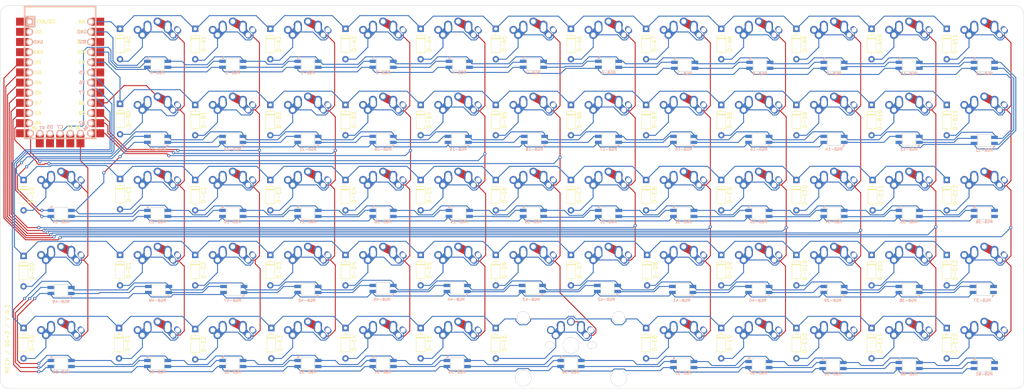
<source format=kicad_pcb>
(kicad_pcb (version 20171130) (host pcbnew "(5.1.6-0-10_14)")
  (layers (0 F.Cu signal) (31 B.Cu signal) (34 B.Paste user) (35 F.Paste user) (36 B.SilkS user) (37 F.SilkS user) (38 B.Mask user) (39 F.Mask user) (44 Edge.Cuts user))
  (net 0 "")
  (net 1 "Net-(D-A1-Pad2)")
  (net 2 "Net-(D-A2-Pad2)")
  (net 3 "Net-(D-A3-Pad2)")
  (net 4 "Net-(D-B2-Pad2)")
  (net 5 "Net-(D-C3-Pad2)")
  (net 6 "Net-(D-D3-Pad2)")
  (net 7 "Net-(S-A1-Pad2)")
  (net 8 "Net-(S-A2-Pad2)")
  (net 9 "Net-(S-A3-Pad2)")
  (net 10 "Net-(S-A4-Pad2)")
  (net 11 "Net-(U1-Pad26)")
  (net 12 "Net-(U1-Pad25)")
  (net 13 "Net-(U1-Pad22)")
  (net 14 "Net-(U1-Pad3)")
  (net 15 "Net-(U1-Pad2)")
  (net 16 "Net-(U1-Pad1)")
  (net 17 "Net-(D-A5-Pad2)")
  (net 18 "Net-(D-A6-Pad2)")
  (net 19 "Net-(D-A7-Pad2)")
  (net 20 "Net-(D-A8-Pad2)")
  (net 21 "Net-(D-A10-Pad2)")
  (net 22 "Net-(D-A11-Pad2)")
  (net 23 "Net-(D-B5-Pad2)")
  (net 24 "Net-(D-B6-Pad2)")
  (net 25 "Net-(D-B7-Pad2)")
  (net 26 "Net-(D-B8-Pad2)")
  (net 27 "Net-(D-B10-Pad2)")
  (net 28 "Net-(D-B11-Pad2)")
  (net 29 "Net-(D-C5-Pad2)")
  (net 30 "Net-(D-C6-Pad2)")
  (net 31 "Net-(D-C7-Pad2)")
  (net 32 "Net-(D-C8-Pad2)")
  (net 33 "Net-(D-C10-Pad2)")
  (net 34 "Net-(D-C11-Pad2)")
  (net 35 "Net-(D-D5-Pad2)")
  (net 36 "Net-(D-D6-Pad2)")
  (net 37 "Net-(D-D7-Pad2)")
  (net 38 "Net-(D-D8-Pad2)")
  (net 39 "Net-(D-D10-Pad2)")
  (net 40 "Net-(D-D11-Pad2)")
  (net 41 "Net-(D-E1-Pad2)")
  (net 42 "Net-(D-E2-Pad2)")
  (net 43 "Net-(D-E3-Pad2)")
  (net 44 "Net-(D-E5-Pad2)")
  (net 45 "Net-(D-E8-Pad2)")
  (net 46 "Net-(D-E10-Pad2)")
  (net 47 "Net-(D-E11-Pad2)")
  (net 48 "Net-(S-A6-Pad2)")
  (net 49 "Net-(S-A7-Pad2)")
  (net 50 "Net-(S-A8-Pad2)")
  (net 51 "Net-(S-A9-Pad2)")
  (net 52 "Net-(S-A10-Pad2)")
  (net 53 "Net-(S-A11-Pad2)")
  (net 54 "Net-(D-A4-Pad2)")
  (net 55 "Net-(D-B4-Pad2)")
  (net 56 "Net-(D-C4-Pad2)")
  (net 57 "Net-(D-D4-Pad2)")
  (net 58 "Net-(D-E4-Pad2)")
  (net 59 "Net-(S-A5-Pad2)")
  (net 60 "Net-(D-E6-Pad2)")
  (net 61 "Net-(D-C0-Pad2)")
  (net 62 "Net-(D-C0-Pad1)")
  (net 63 "Net-(D-D0-Pad2)")
  (net 64 "Net-(D-D0-Pad1)")
  (net 65 "Net-(D-E0-Pad2)")
  (net 66 "Net-(D-E0-Pad1)")
  (net 67 "Net-(S-C0-Pad2)")
  (net 68 "Net-(D-C1-Pad2)")
  (net 69 "Net-(D-A0-Pad2)")
  (net 70 "Net-(D-A0-Pad1)")
  (net 71 "Net-(D-B0-Pad2)")
  (net 72 "Net-(D-B0-Pad1)")
  (net 73 "Net-(D-C12-Pad2)")
  (net 74 "Net-(D-D1-Pad2)")
  (net 75 "Net-(D-D12-Pad2)")
  (net 76 "Net-(D-E12-Pad2)")
  (net 77 "Net-(S-A0-Pad2)")
  (net 78 "Net-(D-A9-Pad2)")
  (net 79 "Net-(D-B9-Pad2)")
  (net 80 "Net-(D-C9-Pad2)")
  (net 81 "Net-(D-D9-Pad2)")
  (net 82 "Net-(D-E9-Pad2)")
  (net 83 "Net-(RGB-1-Pad1)")
  (net 84 "Net-(RGB-2-Pad1)")
  (net 85 "Net-(RGB-3-Pad1)")
  (net 86 "Net-(RGB-4-Pad1)")
  (net 87 "Net-(RGB-5-Pad1)")
  (net 88 "Net-(RGB-6-Pad1)")
  (net 89 "Net-(RGB-7-Pad1)")
  (net 90 "Net-(RGB-8-Pad1)")
  (net 91 "Net-(RGB-10-Pad3)")
  (net 92 "Net-(RGB-10-Pad1)")
  (net 93 "Net-(RGB-11-Pad1)")
  (net 94 "Net-(RGB-12-Pad1)")
  (net 95 "Net-(RGB-0-Pad3)")
  (net 96 "Net-(RGB-0-Pad4)")
  (net 97 "Net-(RGB-0-Pad2)")
  (net 98 "Net-(RGB-0-Pad1)")
  (net 99 "Net-(D-B3-Pad2)")
  (net 100 "Net-(U1-Pad28)")
  (net 101 "Net-(U1-Pad4)")
  (net 102 "Net-(RGB-13-Pad1)")
  (net 103 "Net-(RGB-14-Pad1)")
  (net 104 "Net-(RGB-15-Pad1)")
  (net 105 "Net-(RGB-16-Pad1)")
  (net 106 "Net-(RGB-17-Pad1)")
  (net 107 "Net-(RGB-18-Pad1)")
  (net 108 "Net-(RGB-19-Pad1)")
  (net 109 "Net-(RGB-20-Pad1)")
  (net 110 "Net-(RGB-21-Pad1)")
  (net 111 "Net-(RGB-22-Pad1)")
  (net 112 "Net-(RGB-23-Pad1)")
  (net 113 "Net-(RGB-24-Pad1)")
  (net 114 "Net-(RGB-25-Pad1)")
  (net 115 "Net-(RGB-26-Pad1)")
  (net 116 "Net-(RGB-27-Pad1)")
  (net 117 "Net-(RGB-28-Pad1)")
  (net 118 "Net-(RGB-29-Pad1)")
  (net 119 "Net-(RGB-30-Pad1)")
  (net 120 "Net-(RGB-31-Pad1)")
  (net 121 "Net-(RGB-32-Pad1)")
  (net 122 "Net-(RGB-33-Pad1)")
  (net 123 "Net-(RGB-34-Pad1)")
  (net 124 "Net-(RGB-35-Pad1)")
  (net 125 "Net-(RGB-36-Pad1)")
  (net 126 "Net-(RGB-37-Pad1)")
  (net 127 "Net-(RGB-38-Pad1)")
  (net 128 "Net-(RGB-39-Pad1)")
  (net 129 "Net-(RGB-40-Pad1)")
  (net 130 "Net-(RGB-41-Pad1)")
  (net 131 "Net-(RGB-42-Pad1)")
  (net 132 "Net-(RGB-43-Pad1)")
  (net 133 "Net-(RGB-44-Pad1)")
  (net 134 "Net-(RGB-45-Pad1)")
  (net 135 "Net-(RGB-46-Pad1)")
  (net 136 "Net-(RGB-47-Pad1)")
  (net 137 "Net-(RGB-48-Pad1)")
  (net 138 "Net-(RGB-49-Pad1)")
  (net 139 "Net-(RGB-50-Pad1)")
  (net 140 "Net-(RGB-51-Pad1)")
  (net 141 "Net-(RGB-52-Pad1)")
  (net 142 "Net-(RGB-53-Pad1)")
  (net 143 "Net-(RGB-54-Pad1)")
  (net 144 "Net-(RGB-55-Pad1)")
  (net 145 "Net-(RGB-56-Pad1)")
  (net 146 "Net-(RGB-57-Pad1)")
  (net 147 "Net-(RGB-58-Pad1)")
  (net 148 "Net-(RGB-59-Pad1)")
  (net 149 "Net-(RGB-60-Pad1)")
  (net 150 "Net-(RGB-61-Pad1)")
  (module Keebio-Parts:SK6812-MINI-E (layer B.Cu) (at 296.164 141.478 180)
    (fp_text reference RGB-61 (at 0 -2.1 unlocked) (layer B.SilkS) (effects (font (size 0.7 0.7)) (justify mirror)))
    (fp_text value SK6812MINI hide)
    (fp_line (start 1.7 1.5) (end 1.7 -1.5) (layer Edge.Cuts) (width 0.12))
    (fp_line (start 1.7 -1.5) (end -1.7 -1.5) (layer Edge.Cuts) (width 0.12))
    (fp_line (start -1.7 -1.5) (end -1.7 1.5) (layer Edge.Cuts) (width 0.12))
    (fp_line (start -1.7 1.5) (end 1.7 1.5) (layer Edge.Cuts) (width 0.12))
    (pad 3 smd roundrect (at 2.55 0.75 180) (size 1.7 0.82) (layers B.Cu B.Paste B.Mask) (net 149 "Net-(RGB-60-Pad1)"))
    (pad 4 smd rect (at 2.55 -0.75 180) (size 1.7 0.82) (layers B.Cu B.Paste B.Mask) (net 96 "Net-(RGB-0-Pad4)"))
    (pad 2 smd rect (at -2.55 0.75 180) (size 1.7 0.82) (layers B.Cu B.Paste B.Mask) (net 97 "Net-(RGB-0-Pad2)"))
    (pad 1 smd rect (at -2.55 -0.75 180) (size 1.7 0.82) (layers B.Cu B.Paste B.Mask) (net 150 "Net-(RGB-61-Pad1)"))
  )
  (module Keebio-Parts:SK6812-MINI-E (layer B.Cu) (at 277.368 141.478 180)
    (fp_text reference RGB-60 (at 0 -2.1 unlocked) (layer B.SilkS) (effects (font (size 0.7 0.7)) (justify mirror)))
    (fp_text value SK6812MINI hide)
    (fp_line (start 1.7 1.5) (end 1.7 -1.5) (layer Edge.Cuts) (width 0.12))
    (fp_line (start 1.7 -1.5) (end -1.7 -1.5) (layer Edge.Cuts) (width 0.12))
    (fp_line (start -1.7 -1.5) (end -1.7 1.5) (layer Edge.Cuts) (width 0.12))
    (fp_line (start -1.7 1.5) (end 1.7 1.5) (layer Edge.Cuts) (width 0.12))
    (pad 3 smd roundrect (at 2.55 0.75 180) (size 1.7 0.82) (layers B.Cu B.Paste B.Mask) (net 148 "Net-(RGB-59-Pad1)"))
    (pad 4 smd rect (at 2.55 -0.75 180) (size 1.7 0.82) (layers B.Cu B.Paste B.Mask) (net 96 "Net-(RGB-0-Pad4)"))
    (pad 2 smd rect (at -2.55 0.75 180) (size 1.7 0.82) (layers B.Cu B.Paste B.Mask) (net 97 "Net-(RGB-0-Pad2)"))
    (pad 1 smd rect (at -2.55 -0.75 180) (size 1.7 0.82) (layers B.Cu B.Paste B.Mask) (net 149 "Net-(RGB-60-Pad1)"))
  )
  (module Keebio-Parts:SK6812-MINI-E (layer B.Cu) (at 258.318 141.478 180)
    (fp_text reference RGB-59 (at 0 -2.1 unlocked) (layer B.SilkS) (effects (font (size 0.7 0.7)) (justify mirror)))
    (fp_text value SK6812MINI hide)
    (fp_line (start 1.7 1.5) (end 1.7 -1.5) (layer Edge.Cuts) (width 0.12))
    (fp_line (start 1.7 -1.5) (end -1.7 -1.5) (layer Edge.Cuts) (width 0.12))
    (fp_line (start -1.7 -1.5) (end -1.7 1.5) (layer Edge.Cuts) (width 0.12))
    (fp_line (start -1.7 1.5) (end 1.7 1.5) (layer Edge.Cuts) (width 0.12))
    (pad 3 smd roundrect (at 2.55 0.75 180) (size 1.7 0.82) (layers B.Cu B.Paste B.Mask) (net 147 "Net-(RGB-58-Pad1)"))
    (pad 4 smd rect (at 2.55 -0.75 180) (size 1.7 0.82) (layers B.Cu B.Paste B.Mask) (net 96 "Net-(RGB-0-Pad4)"))
    (pad 2 smd rect (at -2.55 0.75 180) (size 1.7 0.82) (layers B.Cu B.Paste B.Mask) (net 97 "Net-(RGB-0-Pad2)"))
    (pad 1 smd rect (at -2.55 -0.75 180) (size 1.7 0.82) (layers B.Cu B.Paste B.Mask) (net 148 "Net-(RGB-59-Pad1)"))
  )
  (module Keebio-Parts:SK6812-MINI-E (layer B.Cu) (at 239.776 141.224 180)
    (fp_text reference RGB-58 (at 0 -2.1 unlocked) (layer B.SilkS) (effects (font (size 0.7 0.7)) (justify mirror)))
    (fp_text value SK6812MINI hide)
    (fp_line (start 1.7 1.5) (end 1.7 -1.5) (layer Edge.Cuts) (width 0.12))
    (fp_line (start 1.7 -1.5) (end -1.7 -1.5) (layer Edge.Cuts) (width 0.12))
    (fp_line (start -1.7 -1.5) (end -1.7 1.5) (layer Edge.Cuts) (width 0.12))
    (fp_line (start -1.7 1.5) (end 1.7 1.5) (layer Edge.Cuts) (width 0.12))
    (pad 3 smd roundrect (at 2.55 0.75 180) (size 1.7 0.82) (layers B.Cu B.Paste B.Mask) (net 146 "Net-(RGB-57-Pad1)"))
    (pad 4 smd rect (at 2.55 -0.75 180) (size 1.7 0.82) (layers B.Cu B.Paste B.Mask) (net 96 "Net-(RGB-0-Pad4)"))
    (pad 2 smd rect (at -2.55 0.75 180) (size 1.7 0.82) (layers B.Cu B.Paste B.Mask) (net 97 "Net-(RGB-0-Pad2)"))
    (pad 1 smd rect (at -2.55 -0.75 180) (size 1.7 0.82) (layers B.Cu B.Paste B.Mask) (net 147 "Net-(RGB-58-Pad1)"))
  )
  (module Keebio-Parts:SK6812-MINI-E (layer B.Cu) (at 220.98 141.224 180)
    (fp_text reference RGB-57 (at 0 -2.1 unlocked) (layer B.SilkS) (effects (font (size 0.7 0.7)) (justify mirror)))
    (fp_text value SK6812MINI hide)
    (fp_line (start 1.7 1.5) (end 1.7 -1.5) (layer Edge.Cuts) (width 0.12))
    (fp_line (start 1.7 -1.5) (end -1.7 -1.5) (layer Edge.Cuts) (width 0.12))
    (fp_line (start -1.7 -1.5) (end -1.7 1.5) (layer Edge.Cuts) (width 0.12))
    (fp_line (start -1.7 1.5) (end 1.7 1.5) (layer Edge.Cuts) (width 0.12))
    (pad 3 smd roundrect (at 2.55 0.75 180) (size 1.7 0.82) (layers B.Cu B.Paste B.Mask) (net 145 "Net-(RGB-56-Pad1)"))
    (pad 4 smd rect (at 2.55 -0.75 180) (size 1.7 0.82) (layers B.Cu B.Paste B.Mask) (net 96 "Net-(RGB-0-Pad4)"))
    (pad 2 smd rect (at -2.55 0.75 180) (size 1.7 0.82) (layers B.Cu B.Paste B.Mask) (net 97 "Net-(RGB-0-Pad2)"))
    (pad 1 smd rect (at -2.55 -0.75 180) (size 1.7 0.82) (layers B.Cu B.Paste B.Mask) (net 146 "Net-(RGB-57-Pad1)"))
  )
  (module Keebio-Parts:SK6812-MINI-E (layer B.Cu) (at 192.786 140.97 180)
    (fp_text reference RGB-56 (at 0 -2.1 unlocked) (layer B.SilkS) (effects (font (size 0.7 0.7)) (justify mirror)))
    (fp_text value SK6812MINI hide)
    (fp_line (start 1.7 1.5) (end 1.7 -1.5) (layer Edge.Cuts) (width 0.12))
    (fp_line (start 1.7 -1.5) (end -1.7 -1.5) (layer Edge.Cuts) (width 0.12))
    (fp_line (start -1.7 -1.5) (end -1.7 1.5) (layer Edge.Cuts) (width 0.12))
    (fp_line (start -1.7 1.5) (end 1.7 1.5) (layer Edge.Cuts) (width 0.12))
    (pad 3 smd roundrect (at 2.55 0.75 180) (size 1.7 0.82) (layers B.Cu B.Paste B.Mask) (net 144 "Net-(RGB-55-Pad1)"))
    (pad 4 smd rect (at 2.55 -0.75 180) (size 1.7 0.82) (layers B.Cu B.Paste B.Mask) (net 96 "Net-(RGB-0-Pad4)"))
    (pad 2 smd rect (at -2.55 0.75 180) (size 1.7 0.82) (layers B.Cu B.Paste B.Mask) (net 97 "Net-(RGB-0-Pad2)"))
    (pad 1 smd rect (at -2.55 -0.75 180) (size 1.7 0.82) (layers B.Cu B.Paste B.Mask) (net 145 "Net-(RGB-56-Pad1)"))
  )
  (module Keebio-Parts:SK6812-MINI-E (layer B.Cu) (at 164.338 140.97 180)
    (fp_text reference RGB-55 (at 0 -2.1 unlocked) (layer B.SilkS) (effects (font (size 0.7 0.7)) (justify mirror)))
    (fp_text value SK6812MINI hide)
    (fp_line (start 1.7 1.5) (end 1.7 -1.5) (layer Edge.Cuts) (width 0.12))
    (fp_line (start 1.7 -1.5) (end -1.7 -1.5) (layer Edge.Cuts) (width 0.12))
    (fp_line (start -1.7 -1.5) (end -1.7 1.5) (layer Edge.Cuts) (width 0.12))
    (fp_line (start -1.7 1.5) (end 1.7 1.5) (layer Edge.Cuts) (width 0.12))
    (pad 3 smd roundrect (at 2.55 0.75 180) (size 1.7 0.82) (layers B.Cu B.Paste B.Mask) (net 143 "Net-(RGB-54-Pad1)"))
    (pad 4 smd rect (at 2.55 -0.75 180) (size 1.7 0.82) (layers B.Cu B.Paste B.Mask) (net 96 "Net-(RGB-0-Pad4)"))
    (pad 2 smd rect (at -2.55 0.75 180) (size 1.7 0.82) (layers B.Cu B.Paste B.Mask) (net 97 "Net-(RGB-0-Pad2)"))
    (pad 1 smd rect (at -2.55 -0.75 180) (size 1.7 0.82) (layers B.Cu B.Paste B.Mask) (net 144 "Net-(RGB-55-Pad1)"))
  )
  (module Keebio-Parts:SK6812-MINI-E (layer B.Cu) (at 145.796 140.97 180)
    (fp_text reference RGB-54 (at 0 -2.1 unlocked) (layer B.SilkS) (effects (font (size 0.7 0.7)) (justify mirror)))
    (fp_text value SK6812MINI hide)
    (fp_line (start 1.7 1.5) (end 1.7 -1.5) (layer Edge.Cuts) (width 0.12))
    (fp_line (start 1.7 -1.5) (end -1.7 -1.5) (layer Edge.Cuts) (width 0.12))
    (fp_line (start -1.7 -1.5) (end -1.7 1.5) (layer Edge.Cuts) (width 0.12))
    (fp_line (start -1.7 1.5) (end 1.7 1.5) (layer Edge.Cuts) (width 0.12))
    (pad 3 smd roundrect (at 2.55 0.75 180) (size 1.7 0.82) (layers B.Cu B.Paste B.Mask) (net 142 "Net-(RGB-53-Pad1)"))
    (pad 4 smd rect (at 2.55 -0.75 180) (size 1.7 0.82) (layers B.Cu B.Paste B.Mask) (net 96 "Net-(RGB-0-Pad4)"))
    (pad 2 smd rect (at -2.55 0.75 180) (size 1.7 0.82) (layers B.Cu B.Paste B.Mask) (net 97 "Net-(RGB-0-Pad2)"))
    (pad 1 smd rect (at -2.55 -0.75 180) (size 1.7 0.82) (layers B.Cu B.Paste B.Mask) (net 143 "Net-(RGB-54-Pad1)"))
  )
  (module Keebio-Parts:SK6812-MINI-E (layer B.Cu) (at 127 140.97 180)
    (fp_text reference RGB-53 (at 0 -2.1 unlocked) (layer B.SilkS) (effects (font (size 0.7 0.7)) (justify mirror)))
    (fp_text value SK6812MINI hide)
    (fp_line (start 1.7 1.5) (end 1.7 -1.5) (layer Edge.Cuts) (width 0.12))
    (fp_line (start 1.7 -1.5) (end -1.7 -1.5) (layer Edge.Cuts) (width 0.12))
    (fp_line (start -1.7 -1.5) (end -1.7 1.5) (layer Edge.Cuts) (width 0.12))
    (fp_line (start -1.7 1.5) (end 1.7 1.5) (layer Edge.Cuts) (width 0.12))
    (pad 3 smd roundrect (at 2.55 0.75 180) (size 1.7 0.82) (layers B.Cu B.Paste B.Mask) (net 141 "Net-(RGB-52-Pad1)"))
    (pad 4 smd rect (at 2.55 -0.75 180) (size 1.7 0.82) (layers B.Cu B.Paste B.Mask) (net 96 "Net-(RGB-0-Pad4)"))
    (pad 2 smd rect (at -2.55 0.75 180) (size 1.7 0.82) (layers B.Cu B.Paste B.Mask) (net 97 "Net-(RGB-0-Pad2)"))
    (pad 1 smd rect (at -2.55 -0.75 180) (size 1.7 0.82) (layers B.Cu B.Paste B.Mask) (net 142 "Net-(RGB-53-Pad1)"))
  )
  (module Keebio-Parts:SK6812-MINI-E (layer B.Cu) (at 108.204 140.97 180)
    (fp_text reference RGB-52 (at 0 -2.1 unlocked) (layer B.SilkS) (effects (font (size 0.7 0.7)) (justify mirror)))
    (fp_text value SK6812MINI hide)
    (fp_line (start 1.7 1.5) (end 1.7 -1.5) (layer Edge.Cuts) (width 0.12))
    (fp_line (start 1.7 -1.5) (end -1.7 -1.5) (layer Edge.Cuts) (width 0.12))
    (fp_line (start -1.7 -1.5) (end -1.7 1.5) (layer Edge.Cuts) (width 0.12))
    (fp_line (start -1.7 1.5) (end 1.7 1.5) (layer Edge.Cuts) (width 0.12))
    (pad 3 smd roundrect (at 2.55 0.75 180) (size 1.7 0.82) (layers B.Cu B.Paste B.Mask) (net 140 "Net-(RGB-51-Pad1)"))
    (pad 4 smd rect (at 2.55 -0.75 180) (size 1.7 0.82) (layers B.Cu B.Paste B.Mask) (net 96 "Net-(RGB-0-Pad4)"))
    (pad 2 smd rect (at -2.55 0.75 180) (size 1.7 0.82) (layers B.Cu B.Paste B.Mask) (net 97 "Net-(RGB-0-Pad2)"))
    (pad 1 smd rect (at -2.55 -0.75 180) (size 1.7 0.82) (layers B.Cu B.Paste B.Mask) (net 141 "Net-(RGB-52-Pad1)"))
  )
  (module Keebio-Parts:SK6812-MINI-E (layer B.Cu) (at 89.408 140.97 180)
    (fp_text reference RGB-51 (at 0 -2.1 unlocked) (layer B.SilkS) (effects (font (size 0.7 0.7)) (justify mirror)))
    (fp_text value SK6812MINI hide)
    (fp_line (start 1.7 1.5) (end 1.7 -1.5) (layer Edge.Cuts) (width 0.12))
    (fp_line (start 1.7 -1.5) (end -1.7 -1.5) (layer Edge.Cuts) (width 0.12))
    (fp_line (start -1.7 -1.5) (end -1.7 1.5) (layer Edge.Cuts) (width 0.12))
    (fp_line (start -1.7 1.5) (end 1.7 1.5) (layer Edge.Cuts) (width 0.12))
    (pad 3 smd roundrect (at 2.55 0.75 180) (size 1.7 0.82) (layers B.Cu B.Paste B.Mask) (net 139 "Net-(RGB-50-Pad1)"))
    (pad 4 smd rect (at 2.55 -0.75 180) (size 1.7 0.82) (layers B.Cu B.Paste B.Mask) (net 96 "Net-(RGB-0-Pad4)"))
    (pad 2 smd rect (at -2.55 0.75 180) (size 1.7 0.82) (layers B.Cu B.Paste B.Mask) (net 97 "Net-(RGB-0-Pad2)"))
    (pad 1 smd rect (at -2.55 -0.75 180) (size 1.7 0.82) (layers B.Cu B.Paste B.Mask) (net 140 "Net-(RGB-51-Pad1)"))
  )
  (module Keebio-Parts:SK6812-MINI-E (layer B.Cu) (at 65.278 140.97 180)
    (fp_text reference RGB-50 (at 0 -2.1 unlocked) (layer B.SilkS) (effects (font (size 0.7 0.7)) (justify mirror)))
    (fp_text value SK6812MINI hide)
    (fp_line (start 1.7 1.5) (end 1.7 -1.5) (layer Edge.Cuts) (width 0.12))
    (fp_line (start 1.7 -1.5) (end -1.7 -1.5) (layer Edge.Cuts) (width 0.12))
    (fp_line (start -1.7 -1.5) (end -1.7 1.5) (layer Edge.Cuts) (width 0.12))
    (fp_line (start -1.7 1.5) (end 1.7 1.5) (layer Edge.Cuts) (width 0.12))
    (pad 3 smd roundrect (at 2.55 0.75 180) (size 1.7 0.82) (layers B.Cu B.Paste B.Mask) (net 138 "Net-(RGB-49-Pad1)"))
    (pad 4 smd rect (at 2.55 -0.75 180) (size 1.7 0.82) (layers B.Cu B.Paste B.Mask) (net 96 "Net-(RGB-0-Pad4)"))
    (pad 2 smd rect (at -2.55 0.75 180) (size 1.7 0.82) (layers B.Cu B.Paste B.Mask) (net 97 "Net-(RGB-0-Pad2)"))
    (pad 1 smd rect (at -2.55 -0.75 180) (size 1.7 0.82) (layers B.Cu B.Paste B.Mask) (net 139 "Net-(RGB-50-Pad1)"))
  )
  (module Keebio-Parts:SK6812-MINI-E (layer B.Cu) (at 65.278 122.682)
    (fp_text reference RGB-49 (at 0 2.794 unlocked) (layer B.SilkS) (effects (font (size 0.7 0.7)) (justify mirror)))
    (fp_text value SK6812MINI hide)
    (fp_line (start 1.7 1.5) (end 1.7 -1.5) (layer Edge.Cuts) (width 0.12))
    (fp_line (start 1.7 -1.5) (end -1.7 -1.5) (layer Edge.Cuts) (width 0.12))
    (fp_line (start -1.7 -1.5) (end -1.7 1.5) (layer Edge.Cuts) (width 0.12))
    (fp_line (start -1.7 1.5) (end 1.7 1.5) (layer Edge.Cuts) (width 0.12))
    (pad 3 smd roundrect (at 2.55 0.75) (size 1.7 0.82) (layers B.Cu B.Paste B.Mask) (net 137 "Net-(RGB-48-Pad1)"))
    (pad 4 smd rect (at 2.55 -0.75) (size 1.7 0.82) (layers B.Cu B.Paste B.Mask) (net 96 "Net-(RGB-0-Pad4)"))
    (pad 2 smd rect (at -2.55 0.75) (size 1.7 0.82) (layers B.Cu B.Paste B.Mask) (net 97 "Net-(RGB-0-Pad2)"))
    (pad 1 smd rect (at -2.55 -0.75) (size 1.7 0.82) (layers B.Cu B.Paste B.Mask) (net 138 "Net-(RGB-49-Pad1)"))
  )
  (module Keebio-Parts:SK6812-MINI-E (layer B.Cu) (at 89.662 122.428)
    (fp_text reference RGB-48 (at -0.254 2.726 unlocked) (layer B.SilkS) (effects (font (size 0.7 0.7)) (justify mirror)))
    (fp_text value SK6812MINI hide)
    (fp_line (start 1.7 1.5) (end 1.7 -1.5) (layer Edge.Cuts) (width 0.12))
    (fp_line (start 1.7 -1.5) (end -1.7 -1.5) (layer Edge.Cuts) (width 0.12))
    (fp_line (start -1.7 -1.5) (end -1.7 1.5) (layer Edge.Cuts) (width 0.12))
    (fp_line (start -1.7 1.5) (end 1.7 1.5) (layer Edge.Cuts) (width 0.12))
    (pad 3 smd roundrect (at 2.55 0.75) (size 1.7 0.82) (layers B.Cu B.Paste B.Mask) (net 136 "Net-(RGB-47-Pad1)"))
    (pad 4 smd rect (at 2.55 -0.75) (size 1.7 0.82) (layers B.Cu B.Paste B.Mask) (net 96 "Net-(RGB-0-Pad4)"))
    (pad 2 smd rect (at -2.55 0.75) (size 1.7 0.82) (layers B.Cu B.Paste B.Mask) (net 97 "Net-(RGB-0-Pad2)"))
    (pad 1 smd rect (at -2.55 -0.75) (size 1.7 0.82) (layers B.Cu B.Paste B.Mask) (net 137 "Net-(RGB-48-Pad1)"))
  )
  (module Keebio-Parts:SK6812-MINI-E (layer B.Cu) (at 108.458 122.428)
    (fp_text reference RGB-47 (at -0.254 2.726 unlocked) (layer B.SilkS) (effects (font (size 0.7 0.7)) (justify mirror)))
    (fp_text value SK6812MINI hide)
    (fp_line (start 1.7 1.5) (end 1.7 -1.5) (layer Edge.Cuts) (width 0.12))
    (fp_line (start 1.7 -1.5) (end -1.7 -1.5) (layer Edge.Cuts) (width 0.12))
    (fp_line (start -1.7 -1.5) (end -1.7 1.5) (layer Edge.Cuts) (width 0.12))
    (fp_line (start -1.7 1.5) (end 1.7 1.5) (layer Edge.Cuts) (width 0.12))
    (pad 3 smd roundrect (at 2.55 0.75) (size 1.7 0.82) (layers B.Cu B.Paste B.Mask) (net 135 "Net-(RGB-46-Pad1)"))
    (pad 4 smd rect (at 2.55 -0.75) (size 1.7 0.82) (layers B.Cu B.Paste B.Mask) (net 96 "Net-(RGB-0-Pad4)"))
    (pad 2 smd rect (at -2.55 0.75) (size 1.7 0.82) (layers B.Cu B.Paste B.Mask) (net 97 "Net-(RGB-0-Pad2)"))
    (pad 1 smd rect (at -2.55 -0.75) (size 1.7 0.82) (layers B.Cu B.Paste B.Mask) (net 136 "Net-(RGB-47-Pad1)"))
  )
  (module Keebio-Parts:SK6812-MINI-E (layer B.Cu) (at 127 122.428)
    (fp_text reference RGB-46 (at -0.254 2.726 unlocked) (layer B.SilkS) (effects (font (size 0.7 0.7)) (justify mirror)))
    (fp_text value SK6812MINI hide)
    (fp_line (start 1.7 1.5) (end 1.7 -1.5) (layer Edge.Cuts) (width 0.12))
    (fp_line (start 1.7 -1.5) (end -1.7 -1.5) (layer Edge.Cuts) (width 0.12))
    (fp_line (start -1.7 -1.5) (end -1.7 1.5) (layer Edge.Cuts) (width 0.12))
    (fp_line (start -1.7 1.5) (end 1.7 1.5) (layer Edge.Cuts) (width 0.12))
    (pad 3 smd roundrect (at 2.55 0.75) (size 1.7 0.82) (layers B.Cu B.Paste B.Mask) (net 134 "Net-(RGB-45-Pad1)"))
    (pad 4 smd rect (at 2.55 -0.75) (size 1.7 0.82) (layers B.Cu B.Paste B.Mask) (net 96 "Net-(RGB-0-Pad4)"))
    (pad 2 smd rect (at -2.55 0.75) (size 1.7 0.82) (layers B.Cu B.Paste B.Mask) (net 97 "Net-(RGB-0-Pad2)"))
    (pad 1 smd rect (at -2.55 -0.75) (size 1.7 0.82) (layers B.Cu B.Paste B.Mask) (net 135 "Net-(RGB-46-Pad1)"))
  )
  (module Keebio-Parts:SK6812-MINI-E (layer B.Cu) (at 145.796 122.174)
    (fp_text reference RGB-45 (at -0.254 2.726 unlocked) (layer B.SilkS) (effects (font (size 0.7 0.7)) (justify mirror)))
    (fp_text value SK6812MINI hide)
    (fp_line (start 1.7 1.5) (end 1.7 -1.5) (layer Edge.Cuts) (width 0.12))
    (fp_line (start 1.7 -1.5) (end -1.7 -1.5) (layer Edge.Cuts) (width 0.12))
    (fp_line (start -1.7 -1.5) (end -1.7 1.5) (layer Edge.Cuts) (width 0.12))
    (fp_line (start -1.7 1.5) (end 1.7 1.5) (layer Edge.Cuts) (width 0.12))
    (pad 3 smd roundrect (at 2.55 0.75) (size 1.7 0.82) (layers B.Cu B.Paste B.Mask) (net 133 "Net-(RGB-44-Pad1)"))
    (pad 4 smd rect (at 2.55 -0.75) (size 1.7 0.82) (layers B.Cu B.Paste B.Mask) (net 96 "Net-(RGB-0-Pad4)"))
    (pad 2 smd rect (at -2.55 0.75) (size 1.7 0.82) (layers B.Cu B.Paste B.Mask) (net 97 "Net-(RGB-0-Pad2)"))
    (pad 1 smd rect (at -2.55 -0.75) (size 1.7 0.82) (layers B.Cu B.Paste B.Mask) (net 134 "Net-(RGB-45-Pad1)"))
  )
  (module Keebio-Parts:SK6812-MINI-E (layer B.Cu) (at 164.338 122.174)
    (fp_text reference RGB-44 (at -0.254 2.726 unlocked) (layer B.SilkS) (effects (font (size 0.7 0.7)) (justify mirror)))
    (fp_text value SK6812MINI hide)
    (fp_line (start 1.7 1.5) (end 1.7 -1.5) (layer Edge.Cuts) (width 0.12))
    (fp_line (start 1.7 -1.5) (end -1.7 -1.5) (layer Edge.Cuts) (width 0.12))
    (fp_line (start -1.7 -1.5) (end -1.7 1.5) (layer Edge.Cuts) (width 0.12))
    (fp_line (start -1.7 1.5) (end 1.7 1.5) (layer Edge.Cuts) (width 0.12))
    (pad 3 smd roundrect (at 2.55 0.75) (size 1.7 0.82) (layers B.Cu B.Paste B.Mask) (net 132 "Net-(RGB-43-Pad1)"))
    (pad 4 smd rect (at 2.55 -0.75) (size 1.7 0.82) (layers B.Cu B.Paste B.Mask) (net 96 "Net-(RGB-0-Pad4)"))
    (pad 2 smd rect (at -2.55 0.75) (size 1.7 0.82) (layers B.Cu B.Paste B.Mask) (net 97 "Net-(RGB-0-Pad2)"))
    (pad 1 smd rect (at -2.55 -0.75) (size 1.7 0.82) (layers B.Cu B.Paste B.Mask) (net 133 "Net-(RGB-44-Pad1)"))
  )
  (module Keebio-Parts:SK6812-MINI-E (layer B.Cu) (at 183.134 122.174)
    (fp_text reference RGB-43 (at -0.254 2.726 unlocked) (layer B.SilkS) (effects (font (size 0.7 0.7)) (justify mirror)))
    (fp_text value SK6812MINI hide)
    (fp_line (start 1.7 1.5) (end 1.7 -1.5) (layer Edge.Cuts) (width 0.12))
    (fp_line (start 1.7 -1.5) (end -1.7 -1.5) (layer Edge.Cuts) (width 0.12))
    (fp_line (start -1.7 -1.5) (end -1.7 1.5) (layer Edge.Cuts) (width 0.12))
    (fp_line (start -1.7 1.5) (end 1.7 1.5) (layer Edge.Cuts) (width 0.12))
    (pad 3 smd roundrect (at 2.55 0.75) (size 1.7 0.82) (layers B.Cu B.Paste B.Mask) (net 131 "Net-(RGB-42-Pad1)"))
    (pad 4 smd rect (at 2.55 -0.75) (size 1.7 0.82) (layers B.Cu B.Paste B.Mask) (net 96 "Net-(RGB-0-Pad4)"))
    (pad 2 smd rect (at -2.55 0.75) (size 1.7 0.82) (layers B.Cu B.Paste B.Mask) (net 97 "Net-(RGB-0-Pad2)"))
    (pad 1 smd rect (at -2.55 -0.75) (size 1.7 0.82) (layers B.Cu B.Paste B.Mask) (net 132 "Net-(RGB-43-Pad1)"))
  )
  (module Keebio-Parts:SK6812-MINI-E (layer B.Cu) (at 201.93 122.174)
    (fp_text reference RGB-42 (at -0.254 2.726 unlocked) (layer B.SilkS) (effects (font (size 0.7 0.7)) (justify mirror)))
    (fp_text value SK6812MINI hide)
    (fp_line (start 1.7 1.5) (end 1.7 -1.5) (layer Edge.Cuts) (width 0.12))
    (fp_line (start 1.7 -1.5) (end -1.7 -1.5) (layer Edge.Cuts) (width 0.12))
    (fp_line (start -1.7 -1.5) (end -1.7 1.5) (layer Edge.Cuts) (width 0.12))
    (fp_line (start -1.7 1.5) (end 1.7 1.5) (layer Edge.Cuts) (width 0.12))
    (pad 3 smd roundrect (at 2.55 0.75) (size 1.7 0.82) (layers B.Cu B.Paste B.Mask) (net 130 "Net-(RGB-41-Pad1)"))
    (pad 4 smd rect (at 2.55 -0.75) (size 1.7 0.82) (layers B.Cu B.Paste B.Mask) (net 96 "Net-(RGB-0-Pad4)"))
    (pad 2 smd rect (at -2.55 0.75) (size 1.7 0.82) (layers B.Cu B.Paste B.Mask) (net 97 "Net-(RGB-0-Pad2)"))
    (pad 1 smd rect (at -2.55 -0.75) (size 1.7 0.82) (layers B.Cu B.Paste B.Mask) (net 131 "Net-(RGB-42-Pad1)"))
  )
  (module Keebio-Parts:SK6812-MINI-E (layer B.Cu) (at 220.726 122.428)
    (fp_text reference RGB-41 (at -0.254 2.726 unlocked) (layer B.SilkS) (effects (font (size 0.7 0.7)) (justify mirror)))
    (fp_text value SK6812MINI hide)
    (fp_line (start 1.7 1.5) (end 1.7 -1.5) (layer Edge.Cuts) (width 0.12))
    (fp_line (start 1.7 -1.5) (end -1.7 -1.5) (layer Edge.Cuts) (width 0.12))
    (fp_line (start -1.7 -1.5) (end -1.7 1.5) (layer Edge.Cuts) (width 0.12))
    (fp_line (start -1.7 1.5) (end 1.7 1.5) (layer Edge.Cuts) (width 0.12))
    (pad 3 smd roundrect (at 2.55 0.75) (size 1.7 0.82) (layers B.Cu B.Paste B.Mask) (net 129 "Net-(RGB-40-Pad1)"))
    (pad 4 smd rect (at 2.55 -0.75) (size 1.7 0.82) (layers B.Cu B.Paste B.Mask) (net 96 "Net-(RGB-0-Pad4)"))
    (pad 2 smd rect (at -2.55 0.75) (size 1.7 0.82) (layers B.Cu B.Paste B.Mask) (net 97 "Net-(RGB-0-Pad2)"))
    (pad 1 smd rect (at -2.55 -0.75) (size 1.7 0.82) (layers B.Cu B.Paste B.Mask) (net 130 "Net-(RGB-41-Pad1)"))
  )
  (module Keebio-Parts:SK6812-MINI-E (layer B.Cu) (at 239.776 122.428)
    (fp_text reference RGB-40 (at -0.254 2.726 unlocked) (layer B.SilkS) (effects (font (size 0.7 0.7)) (justify mirror)))
    (fp_text value SK6812MINI hide)
    (fp_line (start 1.7 1.5) (end 1.7 -1.5) (layer Edge.Cuts) (width 0.12))
    (fp_line (start 1.7 -1.5) (end -1.7 -1.5) (layer Edge.Cuts) (width 0.12))
    (fp_line (start -1.7 -1.5) (end -1.7 1.5) (layer Edge.Cuts) (width 0.12))
    (fp_line (start -1.7 1.5) (end 1.7 1.5) (layer Edge.Cuts) (width 0.12))
    (pad 3 smd roundrect (at 2.55 0.75) (size 1.7 0.82) (layers B.Cu B.Paste B.Mask) (net 128 "Net-(RGB-39-Pad1)"))
    (pad 4 smd rect (at 2.55 -0.75) (size 1.7 0.82) (layers B.Cu B.Paste B.Mask) (net 96 "Net-(RGB-0-Pad4)"))
    (pad 2 smd rect (at -2.55 0.75) (size 1.7 0.82) (layers B.Cu B.Paste B.Mask) (net 97 "Net-(RGB-0-Pad2)"))
    (pad 1 smd rect (at -2.55 -0.75) (size 1.7 0.82) (layers B.Cu B.Paste B.Mask) (net 129 "Net-(RGB-40-Pad1)"))
  )
  (module Keebio-Parts:SK6812-MINI-E (layer B.Cu) (at 258.572 122.428)
    (fp_text reference RGB-39 (at -0.254 2.726 unlocked) (layer B.SilkS) (effects (font (size 0.7 0.7)) (justify mirror)))
    (fp_text value SK6812MINI hide)
    (fp_line (start 1.7 1.5) (end 1.7 -1.5) (layer Edge.Cuts) (width 0.12))
    (fp_line (start 1.7 -1.5) (end -1.7 -1.5) (layer Edge.Cuts) (width 0.12))
    (fp_line (start -1.7 -1.5) (end -1.7 1.5) (layer Edge.Cuts) (width 0.12))
    (fp_line (start -1.7 1.5) (end 1.7 1.5) (layer Edge.Cuts) (width 0.12))
    (pad 3 smd roundrect (at 2.55 0.75) (size 1.7 0.82) (layers B.Cu B.Paste B.Mask) (net 127 "Net-(RGB-38-Pad1)"))
    (pad 4 smd rect (at 2.55 -0.75) (size 1.7 0.82) (layers B.Cu B.Paste B.Mask) (net 96 "Net-(RGB-0-Pad4)"))
    (pad 2 smd rect (at -2.55 0.75) (size 1.7 0.82) (layers B.Cu B.Paste B.Mask) (net 97 "Net-(RGB-0-Pad2)"))
    (pad 1 smd rect (at -2.55 -0.75) (size 1.7 0.82) (layers B.Cu B.Paste B.Mask) (net 128 "Net-(RGB-39-Pad1)"))
  )
  (module Keebio-Parts:SK6812-MINI-E (layer B.Cu) (at 277.368 122.428)
    (fp_text reference RGB-38 (at -0.254 2.726 unlocked) (layer B.SilkS) (effects (font (size 0.7 0.7)) (justify mirror)))
    (fp_text value SK6812MINI hide)
    (fp_line (start 1.7 1.5) (end 1.7 -1.5) (layer Edge.Cuts) (width 0.12))
    (fp_line (start 1.7 -1.5) (end -1.7 -1.5) (layer Edge.Cuts) (width 0.12))
    (fp_line (start -1.7 -1.5) (end -1.7 1.5) (layer Edge.Cuts) (width 0.12))
    (fp_line (start -1.7 1.5) (end 1.7 1.5) (layer Edge.Cuts) (width 0.12))
    (pad 3 smd roundrect (at 2.55 0.75) (size 1.7 0.82) (layers B.Cu B.Paste B.Mask) (net 126 "Net-(RGB-37-Pad1)"))
    (pad 4 smd rect (at 2.55 -0.75) (size 1.7 0.82) (layers B.Cu B.Paste B.Mask) (net 96 "Net-(RGB-0-Pad4)"))
    (pad 2 smd rect (at -2.55 0.75) (size 1.7 0.82) (layers B.Cu B.Paste B.Mask) (net 97 "Net-(RGB-0-Pad2)"))
    (pad 1 smd rect (at -2.55 -0.75) (size 1.7 0.82) (layers B.Cu B.Paste B.Mask) (net 127 "Net-(RGB-38-Pad1)"))
  )
  (module Keebio-Parts:SK6812-MINI-E (layer B.Cu) (at 295.91 122.428)
    (fp_text reference RGB-37 (at -0.254 2.726 unlocked) (layer B.SilkS) (effects (font (size 0.7 0.7)) (justify mirror)))
    (fp_text value SK6812MINI hide)
    (fp_line (start 1.7 1.5) (end 1.7 -1.5) (layer Edge.Cuts) (width 0.12))
    (fp_line (start 1.7 -1.5) (end -1.7 -1.5) (layer Edge.Cuts) (width 0.12))
    (fp_line (start -1.7 -1.5) (end -1.7 1.5) (layer Edge.Cuts) (width 0.12))
    (fp_line (start -1.7 1.5) (end 1.7 1.5) (layer Edge.Cuts) (width 0.12))
    (pad 3 smd roundrect (at 2.55 0.75) (size 1.7 0.82) (layers B.Cu B.Paste B.Mask) (net 125 "Net-(RGB-36-Pad1)"))
    (pad 4 smd rect (at 2.55 -0.75) (size 1.7 0.82) (layers B.Cu B.Paste B.Mask) (net 96 "Net-(RGB-0-Pad4)"))
    (pad 2 smd rect (at -2.55 0.75) (size 1.7 0.82) (layers B.Cu B.Paste B.Mask) (net 97 "Net-(RGB-0-Pad2)"))
    (pad 1 smd rect (at -2.55 -0.75) (size 1.7 0.82) (layers B.Cu B.Paste B.Mask) (net 126 "Net-(RGB-37-Pad1)"))
  )
  (module Keebio-Parts:SK6812-MINI-E (layer B.Cu) (at 296.164 103.378 180)
    (fp_text reference RGB-36 (at 0 -2.1 unlocked) (layer B.SilkS) (effects (font (size 0.7 0.7)) (justify mirror)))
    (fp_text value SK6812MINI hide)
    (fp_line (start 1.7 1.5) (end 1.7 -1.5) (layer Edge.Cuts) (width 0.12))
    (fp_line (start 1.7 -1.5) (end -1.7 -1.5) (layer Edge.Cuts) (width 0.12))
    (fp_line (start -1.7 -1.5) (end -1.7 1.5) (layer Edge.Cuts) (width 0.12))
    (fp_line (start -1.7 1.5) (end 1.7 1.5) (layer Edge.Cuts) (width 0.12))
    (pad 3 smd roundrect (at 2.55 0.75 180) (size 1.7 0.82) (layers B.Cu B.Paste B.Mask) (net 124 "Net-(RGB-35-Pad1)"))
    (pad 4 smd rect (at 2.55 -0.75 180) (size 1.7 0.82) (layers B.Cu B.Paste B.Mask) (net 96 "Net-(RGB-0-Pad4)"))
    (pad 2 smd rect (at -2.55 0.75 180) (size 1.7 0.82) (layers B.Cu B.Paste B.Mask) (net 97 "Net-(RGB-0-Pad2)"))
    (pad 1 smd rect (at -2.55 -0.75 180) (size 1.7 0.82) (layers B.Cu B.Paste B.Mask) (net 125 "Net-(RGB-36-Pad1)"))
  )
  (module Keebio-Parts:SK6812-MINI-E (layer B.Cu) (at 277.368 103.378 180)
    (fp_text reference RGB-35 (at 0 -2.1 unlocked) (layer B.SilkS) (effects (font (size 0.7 0.7)) (justify mirror)))
    (fp_text value SK6812MINI hide)
    (fp_line (start 1.7 1.5) (end 1.7 -1.5) (layer Edge.Cuts) (width 0.12))
    (fp_line (start 1.7 -1.5) (end -1.7 -1.5) (layer Edge.Cuts) (width 0.12))
    (fp_line (start -1.7 -1.5) (end -1.7 1.5) (layer Edge.Cuts) (width 0.12))
    (fp_line (start -1.7 1.5) (end 1.7 1.5) (layer Edge.Cuts) (width 0.12))
    (pad 3 smd roundrect (at 2.55 0.75 180) (size 1.7 0.82) (layers B.Cu B.Paste B.Mask) (net 123 "Net-(RGB-34-Pad1)"))
    (pad 4 smd rect (at 2.55 -0.75 180) (size 1.7 0.82) (layers B.Cu B.Paste B.Mask) (net 96 "Net-(RGB-0-Pad4)"))
    (pad 2 smd rect (at -2.55 0.75 180) (size 1.7 0.82) (layers B.Cu B.Paste B.Mask) (net 97 "Net-(RGB-0-Pad2)"))
    (pad 1 smd rect (at -2.55 -0.75 180) (size 1.7 0.82) (layers B.Cu B.Paste B.Mask) (net 124 "Net-(RGB-35-Pad1)"))
  )
  (module Keebio-Parts:SK6812-MINI-E (layer B.Cu) (at 258.572 103.378 180)
    (fp_text reference RGB-34 (at 0 -2.1 unlocked) (layer B.SilkS) (effects (font (size 0.7 0.7)) (justify mirror)))
    (fp_text value SK6812MINI hide)
    (fp_line (start 1.7 1.5) (end 1.7 -1.5) (layer Edge.Cuts) (width 0.12))
    (fp_line (start 1.7 -1.5) (end -1.7 -1.5) (layer Edge.Cuts) (width 0.12))
    (fp_line (start -1.7 -1.5) (end -1.7 1.5) (layer Edge.Cuts) (width 0.12))
    (fp_line (start -1.7 1.5) (end 1.7 1.5) (layer Edge.Cuts) (width 0.12))
    (pad 3 smd roundrect (at 2.55 0.75 180) (size 1.7 0.82) (layers B.Cu B.Paste B.Mask) (net 122 "Net-(RGB-33-Pad1)"))
    (pad 4 smd rect (at 2.55 -0.75 180) (size 1.7 0.82) (layers B.Cu B.Paste B.Mask) (net 96 "Net-(RGB-0-Pad4)"))
    (pad 2 smd rect (at -2.55 0.75 180) (size 1.7 0.82) (layers B.Cu B.Paste B.Mask) (net 97 "Net-(RGB-0-Pad2)"))
    (pad 1 smd rect (at -2.55 -0.75 180) (size 1.7 0.82) (layers B.Cu B.Paste B.Mask) (net 123 "Net-(RGB-34-Pad1)"))
  )
  (module Keebio-Parts:SK6812-MINI-E (layer B.Cu) (at 239.776 103.378 180)
    (fp_text reference RGB-33 (at 0 -2.1 unlocked) (layer B.SilkS) (effects (font (size 0.7 0.7)) (justify mirror)))
    (fp_text value SK6812MINI hide)
    (fp_line (start 1.7 1.5) (end 1.7 -1.5) (layer Edge.Cuts) (width 0.12))
    (fp_line (start 1.7 -1.5) (end -1.7 -1.5) (layer Edge.Cuts) (width 0.12))
    (fp_line (start -1.7 -1.5) (end -1.7 1.5) (layer Edge.Cuts) (width 0.12))
    (fp_line (start -1.7 1.5) (end 1.7 1.5) (layer Edge.Cuts) (width 0.12))
    (pad 3 smd roundrect (at 2.55 0.75 180) (size 1.7 0.82) (layers B.Cu B.Paste B.Mask) (net 121 "Net-(RGB-32-Pad1)"))
    (pad 4 smd rect (at 2.55 -0.75 180) (size 1.7 0.82) (layers B.Cu B.Paste B.Mask) (net 96 "Net-(RGB-0-Pad4)"))
    (pad 2 smd rect (at -2.55 0.75 180) (size 1.7 0.82) (layers B.Cu B.Paste B.Mask) (net 97 "Net-(RGB-0-Pad2)"))
    (pad 1 smd rect (at -2.55 -0.75 180) (size 1.7 0.82) (layers B.Cu B.Paste B.Mask) (net 122 "Net-(RGB-33-Pad1)"))
  )
  (module Keebio-Parts:SK6812-MINI-E (layer B.Cu) (at 220.98 103.378 180)
    (fp_text reference RGB-32 (at 0 -2.1 unlocked) (layer B.SilkS) (effects (font (size 0.7 0.7)) (justify mirror)))
    (fp_text value SK6812MINI hide)
    (fp_line (start 1.7 1.5) (end 1.7 -1.5) (layer Edge.Cuts) (width 0.12))
    (fp_line (start 1.7 -1.5) (end -1.7 -1.5) (layer Edge.Cuts) (width 0.12))
    (fp_line (start -1.7 -1.5) (end -1.7 1.5) (layer Edge.Cuts) (width 0.12))
    (fp_line (start -1.7 1.5) (end 1.7 1.5) (layer Edge.Cuts) (width 0.12))
    (pad 3 smd roundrect (at 2.55 0.75 180) (size 1.7 0.82) (layers B.Cu B.Paste B.Mask) (net 120 "Net-(RGB-31-Pad1)"))
    (pad 4 smd rect (at 2.55 -0.75 180) (size 1.7 0.82) (layers B.Cu B.Paste B.Mask) (net 96 "Net-(RGB-0-Pad4)"))
    (pad 2 smd rect (at -2.55 0.75 180) (size 1.7 0.82) (layers B.Cu B.Paste B.Mask) (net 97 "Net-(RGB-0-Pad2)"))
    (pad 1 smd rect (at -2.55 -0.75 180) (size 1.7 0.82) (layers B.Cu B.Paste B.Mask) (net 121 "Net-(RGB-32-Pad1)"))
  )
  (module Keebio-Parts:SK6812-MINI-E (layer B.Cu) (at 202.184 103.378 180)
    (fp_text reference RGB-31 (at 0 -2.1 unlocked) (layer B.SilkS) (effects (font (size 0.7 0.7)) (justify mirror)))
    (fp_text value SK6812MINI hide)
    (fp_line (start 1.7 1.5) (end 1.7 -1.5) (layer Edge.Cuts) (width 0.12))
    (fp_line (start 1.7 -1.5) (end -1.7 -1.5) (layer Edge.Cuts) (width 0.12))
    (fp_line (start -1.7 -1.5) (end -1.7 1.5) (layer Edge.Cuts) (width 0.12))
    (fp_line (start -1.7 1.5) (end 1.7 1.5) (layer Edge.Cuts) (width 0.12))
    (pad 3 smd roundrect (at 2.55 0.75 180) (size 1.7 0.82) (layers B.Cu B.Paste B.Mask) (net 119 "Net-(RGB-30-Pad1)"))
    (pad 4 smd rect (at 2.55 -0.75 180) (size 1.7 0.82) (layers B.Cu B.Paste B.Mask) (net 96 "Net-(RGB-0-Pad4)"))
    (pad 2 smd rect (at -2.55 0.75 180) (size 1.7 0.82) (layers B.Cu B.Paste B.Mask) (net 97 "Net-(RGB-0-Pad2)"))
    (pad 1 smd rect (at -2.55 -0.75 180) (size 1.7 0.82) (layers B.Cu B.Paste B.Mask) (net 120 "Net-(RGB-31-Pad1)"))
  )
  (module Keebio-Parts:SK6812-MINI-E (layer B.Cu) (at 183.388 103.378 180)
    (fp_text reference RGB-30 (at 0 -2.1 unlocked) (layer B.SilkS) (effects (font (size 0.7 0.7)) (justify mirror)))
    (fp_text value SK6812MINI hide)
    (fp_line (start 1.7 1.5) (end 1.7 -1.5) (layer Edge.Cuts) (width 0.12))
    (fp_line (start 1.7 -1.5) (end -1.7 -1.5) (layer Edge.Cuts) (width 0.12))
    (fp_line (start -1.7 -1.5) (end -1.7 1.5) (layer Edge.Cuts) (width 0.12))
    (fp_line (start -1.7 1.5) (end 1.7 1.5) (layer Edge.Cuts) (width 0.12))
    (pad 3 smd roundrect (at 2.55 0.75 180) (size 1.7 0.82) (layers B.Cu B.Paste B.Mask) (net 118 "Net-(RGB-29-Pad1)"))
    (pad 4 smd rect (at 2.55 -0.75 180) (size 1.7 0.82) (layers B.Cu B.Paste B.Mask) (net 96 "Net-(RGB-0-Pad4)"))
    (pad 2 smd rect (at -2.55 0.75 180) (size 1.7 0.82) (layers B.Cu B.Paste B.Mask) (net 97 "Net-(RGB-0-Pad2)"))
    (pad 1 smd rect (at -2.55 -0.75 180) (size 1.7 0.82) (layers B.Cu B.Paste B.Mask) (net 119 "Net-(RGB-30-Pad1)"))
  )
  (module Keebio-Parts:SK6812-MINI-E (layer B.Cu) (at 164.846 103.378 180)
    (fp_text reference RGB-29 (at 0 -2.1 unlocked) (layer B.SilkS) (effects (font (size 0.7 0.7)) (justify mirror)))
    (fp_text value SK6812MINI hide)
    (fp_line (start 1.7 1.5) (end 1.7 -1.5) (layer Edge.Cuts) (width 0.12))
    (fp_line (start 1.7 -1.5) (end -1.7 -1.5) (layer Edge.Cuts) (width 0.12))
    (fp_line (start -1.7 -1.5) (end -1.7 1.5) (layer Edge.Cuts) (width 0.12))
    (fp_line (start -1.7 1.5) (end 1.7 1.5) (layer Edge.Cuts) (width 0.12))
    (pad 3 smd roundrect (at 2.55 0.75 180) (size 1.7 0.82) (layers B.Cu B.Paste B.Mask) (net 117 "Net-(RGB-28-Pad1)"))
    (pad 4 smd rect (at 2.55 -0.75 180) (size 1.7 0.82) (layers B.Cu B.Paste B.Mask) (net 96 "Net-(RGB-0-Pad4)"))
    (pad 2 smd rect (at -2.55 0.75 180) (size 1.7 0.82) (layers B.Cu B.Paste B.Mask) (net 97 "Net-(RGB-0-Pad2)"))
    (pad 1 smd rect (at -2.55 -0.75 180) (size 1.7 0.82) (layers B.Cu B.Paste B.Mask) (net 118 "Net-(RGB-29-Pad1)"))
  )
  (module Keebio-Parts:SK6812-MINI-E (layer B.Cu) (at 145.796 103.378 180)
    (fp_text reference RGB-28 (at 0 -2.1 unlocked) (layer B.SilkS) (effects (font (size 0.7 0.7)) (justify mirror)))
    (fp_text value SK6812MINI hide)
    (fp_line (start 1.7 1.5) (end 1.7 -1.5) (layer Edge.Cuts) (width 0.12))
    (fp_line (start 1.7 -1.5) (end -1.7 -1.5) (layer Edge.Cuts) (width 0.12))
    (fp_line (start -1.7 -1.5) (end -1.7 1.5) (layer Edge.Cuts) (width 0.12))
    (fp_line (start -1.7 1.5) (end 1.7 1.5) (layer Edge.Cuts) (width 0.12))
    (pad 3 smd roundrect (at 2.55 0.75 180) (size 1.7 0.82) (layers B.Cu B.Paste B.Mask) (net 116 "Net-(RGB-27-Pad1)"))
    (pad 4 smd rect (at 2.55 -0.75 180) (size 1.7 0.82) (layers B.Cu B.Paste B.Mask) (net 96 "Net-(RGB-0-Pad4)"))
    (pad 2 smd rect (at -2.55 0.75 180) (size 1.7 0.82) (layers B.Cu B.Paste B.Mask) (net 97 "Net-(RGB-0-Pad2)"))
    (pad 1 smd rect (at -2.55 -0.75 180) (size 1.7 0.82) (layers B.Cu B.Paste B.Mask) (net 117 "Net-(RGB-28-Pad1)"))
  )
  (module Keebio-Parts:SK6812-MINI-E (layer B.Cu) (at 127 103.378 180)
    (fp_text reference RGB-27 (at 0 -2.1 unlocked) (layer B.SilkS) (effects (font (size 0.7 0.7)) (justify mirror)))
    (fp_text value SK6812MINI hide)
    (fp_line (start 1.7 1.5) (end 1.7 -1.5) (layer Edge.Cuts) (width 0.12))
    (fp_line (start 1.7 -1.5) (end -1.7 -1.5) (layer Edge.Cuts) (width 0.12))
    (fp_line (start -1.7 -1.5) (end -1.7 1.5) (layer Edge.Cuts) (width 0.12))
    (fp_line (start -1.7 1.5) (end 1.7 1.5) (layer Edge.Cuts) (width 0.12))
    (pad 3 smd roundrect (at 2.55 0.75 180) (size 1.7 0.82) (layers B.Cu B.Paste B.Mask) (net 115 "Net-(RGB-26-Pad1)"))
    (pad 4 smd rect (at 2.55 -0.75 180) (size 1.7 0.82) (layers B.Cu B.Paste B.Mask) (net 96 "Net-(RGB-0-Pad4)"))
    (pad 2 smd rect (at -2.55 0.75 180) (size 1.7 0.82) (layers B.Cu B.Paste B.Mask) (net 97 "Net-(RGB-0-Pad2)"))
    (pad 1 smd rect (at -2.55 -0.75 180) (size 1.7 0.82) (layers B.Cu B.Paste B.Mask) (net 116 "Net-(RGB-27-Pad1)"))
  )
  (module Keebio-Parts:SK6812-MINI-E (layer B.Cu) (at 108.204 103.378 180)
    (fp_text reference RGB-26 (at 0 -2.1 unlocked) (layer B.SilkS) (effects (font (size 0.7 0.7)) (justify mirror)))
    (fp_text value SK6812MINI hide)
    (fp_line (start 1.7 1.5) (end 1.7 -1.5) (layer Edge.Cuts) (width 0.12))
    (fp_line (start 1.7 -1.5) (end -1.7 -1.5) (layer Edge.Cuts) (width 0.12))
    (fp_line (start -1.7 -1.5) (end -1.7 1.5) (layer Edge.Cuts) (width 0.12))
    (fp_line (start -1.7 1.5) (end 1.7 1.5) (layer Edge.Cuts) (width 0.12))
    (pad 3 smd roundrect (at 2.55 0.75 180) (size 1.7 0.82) (layers B.Cu B.Paste B.Mask) (net 114 "Net-(RGB-25-Pad1)"))
    (pad 4 smd rect (at 2.55 -0.75 180) (size 1.7 0.82) (layers B.Cu B.Paste B.Mask) (net 96 "Net-(RGB-0-Pad4)"))
    (pad 2 smd rect (at -2.55 0.75 180) (size 1.7 0.82) (layers B.Cu B.Paste B.Mask) (net 97 "Net-(RGB-0-Pad2)"))
    (pad 1 smd rect (at -2.55 -0.75 180) (size 1.7 0.82) (layers B.Cu B.Paste B.Mask) (net 115 "Net-(RGB-26-Pad1)"))
  )
  (module Keebio-Parts:SK6812-MINI-E (layer B.Cu) (at 89.408 103.378 180)
    (fp_text reference RGB-25 (at 0 -2.1 unlocked) (layer B.SilkS) (effects (font (size 0.7 0.7)) (justify mirror)))
    (fp_text value SK6812MINI hide)
    (fp_line (start 1.7 1.5) (end 1.7 -1.5) (layer Edge.Cuts) (width 0.12))
    (fp_line (start 1.7 -1.5) (end -1.7 -1.5) (layer Edge.Cuts) (width 0.12))
    (fp_line (start -1.7 -1.5) (end -1.7 1.5) (layer Edge.Cuts) (width 0.12))
    (fp_line (start -1.7 1.5) (end 1.7 1.5) (layer Edge.Cuts) (width 0.12))
    (pad 3 smd roundrect (at 2.55 0.75 180) (size 1.7 0.82) (layers B.Cu B.Paste B.Mask) (net 113 "Net-(RGB-24-Pad1)"))
    (pad 4 smd rect (at 2.55 -0.75 180) (size 1.7 0.82) (layers B.Cu B.Paste B.Mask) (net 96 "Net-(RGB-0-Pad4)"))
    (pad 2 smd rect (at -2.55 0.75 180) (size 1.7 0.82) (layers B.Cu B.Paste B.Mask) (net 97 "Net-(RGB-0-Pad2)"))
    (pad 1 smd rect (at -2.55 -0.75 180) (size 1.7 0.82) (layers B.Cu B.Paste B.Mask) (net 114 "Net-(RGB-25-Pad1)"))
  )
  (module Keebio-Parts:SK6812-MINI-E (layer B.Cu) (at 65.278 103.378 180)
    (fp_text reference RGB-24 (at 0 -2.1 unlocked) (layer B.SilkS) (effects (font (size 0.7 0.7)) (justify mirror)))
    (fp_text value SK6812MINI hide)
    (fp_line (start 1.7 1.5) (end 1.7 -1.5) (layer Edge.Cuts) (width 0.12))
    (fp_line (start 1.7 -1.5) (end -1.7 -1.5) (layer Edge.Cuts) (width 0.12))
    (fp_line (start -1.7 -1.5) (end -1.7 1.5) (layer Edge.Cuts) (width 0.12))
    (fp_line (start -1.7 1.5) (end 1.7 1.5) (layer Edge.Cuts) (width 0.12))
    (pad 3 smd roundrect (at 2.55 0.75 180) (size 1.7 0.82) (layers B.Cu B.Paste B.Mask) (net 112 "Net-(RGB-23-Pad1)"))
    (pad 4 smd rect (at 2.55 -0.75 180) (size 1.7 0.82) (layers B.Cu B.Paste B.Mask) (net 96 "Net-(RGB-0-Pad4)"))
    (pad 2 smd rect (at -2.55 0.75 180) (size 1.7 0.82) (layers B.Cu B.Paste B.Mask) (net 97 "Net-(RGB-0-Pad2)"))
    (pad 1 smd rect (at -2.55 -0.75 180) (size 1.7 0.82) (layers B.Cu B.Paste B.Mask) (net 113 "Net-(RGB-24-Pad1)"))
  )
  (module Keebio-Parts:SK6812-MINI-E (layer B.Cu) (at 89.408 84.836)
    (fp_text reference RGB-23 (at 0 2.472 unlocked) (layer B.SilkS) (effects (font (size 0.7 0.7)) (justify mirror)))
    (fp_text value SK6812MINI hide)
    (fp_line (start 1.7 1.5) (end 1.7 -1.5) (layer Edge.Cuts) (width 0.12))
    (fp_line (start 1.7 -1.5) (end -1.7 -1.5) (layer Edge.Cuts) (width 0.12))
    (fp_line (start -1.7 -1.5) (end -1.7 1.5) (layer Edge.Cuts) (width 0.12))
    (fp_line (start -1.7 1.5) (end 1.7 1.5) (layer Edge.Cuts) (width 0.12))
    (pad 3 smd roundrect (at 2.55 0.75) (size 1.7 0.82) (layers B.Cu B.Paste B.Mask) (net 111 "Net-(RGB-22-Pad1)"))
    (pad 4 smd rect (at 2.55 -0.75) (size 1.7 0.82) (layers B.Cu B.Paste B.Mask) (net 96 "Net-(RGB-0-Pad4)"))
    (pad 2 smd rect (at -2.55 0.75) (size 1.7 0.82) (layers B.Cu B.Paste B.Mask) (net 97 "Net-(RGB-0-Pad2)"))
    (pad 1 smd rect (at -2.55 -0.75) (size 1.7 0.82) (layers B.Cu B.Paste B.Mask) (net 112 "Net-(RGB-23-Pad1)"))
  )
  (module Keebio-Parts:SK6812-MINI-E (layer B.Cu) (at 108.204 84.836)
    (fp_text reference RGB-22 (at 0 2.472 unlocked) (layer B.SilkS) (effects (font (size 0.7 0.7)) (justify mirror)))
    (fp_text value SK6812MINI hide)
    (fp_line (start 1.7 1.5) (end 1.7 -1.5) (layer Edge.Cuts) (width 0.12))
    (fp_line (start 1.7 -1.5) (end -1.7 -1.5) (layer Edge.Cuts) (width 0.12))
    (fp_line (start -1.7 -1.5) (end -1.7 1.5) (layer Edge.Cuts) (width 0.12))
    (fp_line (start -1.7 1.5) (end 1.7 1.5) (layer Edge.Cuts) (width 0.12))
    (pad 3 smd roundrect (at 2.55 0.75) (size 1.7 0.82) (layers B.Cu B.Paste B.Mask) (net 110 "Net-(RGB-21-Pad1)"))
    (pad 4 smd rect (at 2.55 -0.75) (size 1.7 0.82) (layers B.Cu B.Paste B.Mask) (net 96 "Net-(RGB-0-Pad4)"))
    (pad 2 smd rect (at -2.55 0.75) (size 1.7 0.82) (layers B.Cu B.Paste B.Mask) (net 97 "Net-(RGB-0-Pad2)"))
    (pad 1 smd rect (at -2.55 -0.75) (size 1.7 0.82) (layers B.Cu B.Paste B.Mask) (net 111 "Net-(RGB-22-Pad1)"))
  )
  (module Keebio-Parts:SK6812-MINI-E (layer B.Cu) (at 127 84.836)
    (fp_text reference RGB-21 (at 0 2.472 unlocked) (layer B.SilkS) (effects (font (size 0.7 0.7)) (justify mirror)))
    (fp_text value SK6812MINI hide)
    (fp_line (start 1.7 1.5) (end 1.7 -1.5) (layer Edge.Cuts) (width 0.12))
    (fp_line (start 1.7 -1.5) (end -1.7 -1.5) (layer Edge.Cuts) (width 0.12))
    (fp_line (start -1.7 -1.5) (end -1.7 1.5) (layer Edge.Cuts) (width 0.12))
    (fp_line (start -1.7 1.5) (end 1.7 1.5) (layer Edge.Cuts) (width 0.12))
    (pad 3 smd roundrect (at 2.55 0.75) (size 1.7 0.82) (layers B.Cu B.Paste B.Mask) (net 109 "Net-(RGB-20-Pad1)"))
    (pad 4 smd rect (at 2.55 -0.75) (size 1.7 0.82) (layers B.Cu B.Paste B.Mask) (net 96 "Net-(RGB-0-Pad4)"))
    (pad 2 smd rect (at -2.55 0.75) (size 1.7 0.82) (layers B.Cu B.Paste B.Mask) (net 97 "Net-(RGB-0-Pad2)"))
    (pad 1 smd rect (at -2.55 -0.75) (size 1.7 0.82) (layers B.Cu B.Paste B.Mask) (net 110 "Net-(RGB-21-Pad1)"))
  )
  (module Keebio-Parts:SK6812-MINI-E (layer B.Cu) (at 145.796 84.836)
    (fp_text reference RGB-20 (at 0 2.472 unlocked) (layer B.SilkS) (effects (font (size 0.7 0.7)) (justify mirror)))
    (fp_text value SK6812MINI hide)
    (fp_line (start 1.7 1.5) (end 1.7 -1.5) (layer Edge.Cuts) (width 0.12))
    (fp_line (start 1.7 -1.5) (end -1.7 -1.5) (layer Edge.Cuts) (width 0.12))
    (fp_line (start -1.7 -1.5) (end -1.7 1.5) (layer Edge.Cuts) (width 0.12))
    (fp_line (start -1.7 1.5) (end 1.7 1.5) (layer Edge.Cuts) (width 0.12))
    (pad 3 smd roundrect (at 2.55 0.75) (size 1.7 0.82) (layers B.Cu B.Paste B.Mask) (net 108 "Net-(RGB-19-Pad1)"))
    (pad 4 smd rect (at 2.55 -0.75) (size 1.7 0.82) (layers B.Cu B.Paste B.Mask) (net 96 "Net-(RGB-0-Pad4)"))
    (pad 2 smd rect (at -2.55 0.75) (size 1.7 0.82) (layers B.Cu B.Paste B.Mask) (net 97 "Net-(RGB-0-Pad2)"))
    (pad 1 smd rect (at -2.55 -0.75) (size 1.7 0.82) (layers B.Cu B.Paste B.Mask) (net 109 "Net-(RGB-20-Pad1)"))
  )
  (module Keebio-Parts:SK6812-MINI-E (layer B.Cu) (at 164.592 84.836)
    (fp_text reference RGB-19 (at 0 2.472 unlocked) (layer B.SilkS) (effects (font (size 0.7 0.7)) (justify mirror)))
    (fp_text value SK6812MINI hide)
    (fp_line (start 1.7 1.5) (end 1.7 -1.5) (layer Edge.Cuts) (width 0.12))
    (fp_line (start 1.7 -1.5) (end -1.7 -1.5) (layer Edge.Cuts) (width 0.12))
    (fp_line (start -1.7 -1.5) (end -1.7 1.5) (layer Edge.Cuts) (width 0.12))
    (fp_line (start -1.7 1.5) (end 1.7 1.5) (layer Edge.Cuts) (width 0.12))
    (pad 3 smd roundrect (at 2.55 0.75) (size 1.7 0.82) (layers B.Cu B.Paste B.Mask) (net 107 "Net-(RGB-18-Pad1)"))
    (pad 4 smd rect (at 2.55 -0.75) (size 1.7 0.82) (layers B.Cu B.Paste B.Mask) (net 96 "Net-(RGB-0-Pad4)"))
    (pad 2 smd rect (at -2.55 0.75) (size 1.7 0.82) (layers B.Cu B.Paste B.Mask) (net 97 "Net-(RGB-0-Pad2)"))
    (pad 1 smd rect (at -2.55 -0.75) (size 1.7 0.82) (layers B.Cu B.Paste B.Mask) (net 108 "Net-(RGB-19-Pad1)"))
  )
  (module Keebio-Parts:SK6812-MINI-E (layer B.Cu) (at 183.642 84.836)
    (fp_text reference RGB-18 (at 0 2.472 unlocked) (layer B.SilkS) (effects (font (size 0.7 0.7)) (justify mirror)))
    (fp_text value SK6812MINI hide)
    (fp_line (start 1.7 1.5) (end 1.7 -1.5) (layer Edge.Cuts) (width 0.12))
    (fp_line (start 1.7 -1.5) (end -1.7 -1.5) (layer Edge.Cuts) (width 0.12))
    (fp_line (start -1.7 -1.5) (end -1.7 1.5) (layer Edge.Cuts) (width 0.12))
    (fp_line (start -1.7 1.5) (end 1.7 1.5) (layer Edge.Cuts) (width 0.12))
    (pad 3 smd roundrect (at 2.55 0.75) (size 1.7 0.82) (layers B.Cu B.Paste B.Mask) (net 106 "Net-(RGB-17-Pad1)"))
    (pad 4 smd rect (at 2.55 -0.75) (size 1.7 0.82) (layers B.Cu B.Paste B.Mask) (net 96 "Net-(RGB-0-Pad4)"))
    (pad 2 smd rect (at -2.55 0.75) (size 1.7 0.82) (layers B.Cu B.Paste B.Mask) (net 97 "Net-(RGB-0-Pad2)"))
    (pad 1 smd rect (at -2.55 -0.75) (size 1.7 0.82) (layers B.Cu B.Paste B.Mask) (net 107 "Net-(RGB-18-Pad1)"))
  )
  (module Keebio-Parts:SK6812-MINI-E (layer B.Cu) (at 202.184 84.836)
    (fp_text reference RGB-17 (at 0 2.472 unlocked) (layer B.SilkS) (effects (font (size 0.7 0.7)) (justify mirror)))
    (fp_text value SK6812MINI hide)
    (fp_line (start 1.7 1.5) (end 1.7 -1.5) (layer Edge.Cuts) (width 0.12))
    (fp_line (start 1.7 -1.5) (end -1.7 -1.5) (layer Edge.Cuts) (width 0.12))
    (fp_line (start -1.7 -1.5) (end -1.7 1.5) (layer Edge.Cuts) (width 0.12))
    (fp_line (start -1.7 1.5) (end 1.7 1.5) (layer Edge.Cuts) (width 0.12))
    (pad 3 smd roundrect (at 2.55 0.75) (size 1.7 0.82) (layers B.Cu B.Paste B.Mask) (net 105 "Net-(RGB-16-Pad1)"))
    (pad 4 smd rect (at 2.55 -0.75) (size 1.7 0.82) (layers B.Cu B.Paste B.Mask) (net 96 "Net-(RGB-0-Pad4)"))
    (pad 2 smd rect (at -2.55 0.75) (size 1.7 0.82) (layers B.Cu B.Paste B.Mask) (net 97 "Net-(RGB-0-Pad2)"))
    (pad 1 smd rect (at -2.55 -0.75) (size 1.7 0.82) (layers B.Cu B.Paste B.Mask) (net 106 "Net-(RGB-17-Pad1)"))
  )
  (module Keebio-Parts:SK6812-MINI-E (layer B.Cu) (at 220.98 84.836)
    (fp_text reference RGB-16 (at 0 2.472 unlocked) (layer B.SilkS) (effects (font (size 0.7 0.7)) (justify mirror)))
    (fp_text value SK6812MINI hide)
    (fp_line (start 1.7 1.5) (end 1.7 -1.5) (layer Edge.Cuts) (width 0.12))
    (fp_line (start 1.7 -1.5) (end -1.7 -1.5) (layer Edge.Cuts) (width 0.12))
    (fp_line (start -1.7 -1.5) (end -1.7 1.5) (layer Edge.Cuts) (width 0.12))
    (fp_line (start -1.7 1.5) (end 1.7 1.5) (layer Edge.Cuts) (width 0.12))
    (pad 3 smd roundrect (at 2.55 0.75) (size 1.7 0.82) (layers B.Cu B.Paste B.Mask) (net 104 "Net-(RGB-15-Pad1)"))
    (pad 4 smd rect (at 2.55 -0.75) (size 1.7 0.82) (layers B.Cu B.Paste B.Mask) (net 96 "Net-(RGB-0-Pad4)"))
    (pad 2 smd rect (at -2.55 0.75) (size 1.7 0.82) (layers B.Cu B.Paste B.Mask) (net 97 "Net-(RGB-0-Pad2)"))
    (pad 1 smd rect (at -2.55 -0.75) (size 1.7 0.82) (layers B.Cu B.Paste B.Mask) (net 105 "Net-(RGB-16-Pad1)"))
  )
  (module Keebio-Parts:SK6812-MINI-E (layer B.Cu) (at 239.776 84.836)
    (fp_text reference RGB-15 (at 0 2.472 unlocked) (layer B.SilkS) (effects (font (size 0.7 0.7)) (justify mirror)))
    (fp_text value SK6812MINI hide)
    (fp_line (start 1.7 1.5) (end 1.7 -1.5) (layer Edge.Cuts) (width 0.12))
    (fp_line (start 1.7 -1.5) (end -1.7 -1.5) (layer Edge.Cuts) (width 0.12))
    (fp_line (start -1.7 -1.5) (end -1.7 1.5) (layer Edge.Cuts) (width 0.12))
    (fp_line (start -1.7 1.5) (end 1.7 1.5) (layer Edge.Cuts) (width 0.12))
    (pad 3 smd roundrect (at 2.55 0.75) (size 1.7 0.82) (layers B.Cu B.Paste B.Mask) (net 103 "Net-(RGB-14-Pad1)"))
    (pad 4 smd rect (at 2.55 -0.75) (size 1.7 0.82) (layers B.Cu B.Paste B.Mask) (net 96 "Net-(RGB-0-Pad4)"))
    (pad 2 smd rect (at -2.55 0.75) (size 1.7 0.82) (layers B.Cu B.Paste B.Mask) (net 97 "Net-(RGB-0-Pad2)"))
    (pad 1 smd rect (at -2.55 -0.75) (size 1.7 0.82) (layers B.Cu B.Paste B.Mask) (net 104 "Net-(RGB-15-Pad1)"))
  )
  (module Keebio-Parts:SK6812-MINI-E (layer B.Cu) (at 258.572 84.836)
    (fp_text reference RGB-14 (at 0 2.472 unlocked) (layer B.SilkS) (effects (font (size 0.7 0.7)) (justify mirror)))
    (fp_text value SK6812MINI hide)
    (fp_line (start 1.7 1.5) (end 1.7 -1.5) (layer Edge.Cuts) (width 0.12))
    (fp_line (start 1.7 -1.5) (end -1.7 -1.5) (layer Edge.Cuts) (width 0.12))
    (fp_line (start -1.7 -1.5) (end -1.7 1.5) (layer Edge.Cuts) (width 0.12))
    (fp_line (start -1.7 1.5) (end 1.7 1.5) (layer Edge.Cuts) (width 0.12))
    (pad 3 smd roundrect (at 2.55 0.75) (size 1.7 0.82) (layers B.Cu B.Paste B.Mask) (net 102 "Net-(RGB-13-Pad1)"))
    (pad 4 smd rect (at 2.55 -0.75) (size 1.7 0.82) (layers B.Cu B.Paste B.Mask) (net 96 "Net-(RGB-0-Pad4)"))
    (pad 2 smd rect (at -2.55 0.75) (size 1.7 0.82) (layers B.Cu B.Paste B.Mask) (net 97 "Net-(RGB-0-Pad2)"))
    (pad 1 smd rect (at -2.55 -0.75) (size 1.7 0.82) (layers B.Cu B.Paste B.Mask) (net 103 "Net-(RGB-14-Pad1)"))
  )
  (module Keebio-Parts:SK6812-MINI-E (layer B.Cu) (at 277.368 84.836)
    (fp_text reference RGB-13 (at 0 2.472 unlocked) (layer B.SilkS) (effects (font (size 0.7 0.7)) (justify mirror)))
    (fp_text value SK6812MINI hide)
    (fp_line (start 1.7 1.5) (end 1.7 -1.5) (layer Edge.Cuts) (width 0.12))
    (fp_line (start 1.7 -1.5) (end -1.7 -1.5) (layer Edge.Cuts) (width 0.12))
    (fp_line (start -1.7 -1.5) (end -1.7 1.5) (layer Edge.Cuts) (width 0.12))
    (fp_line (start -1.7 1.5) (end 1.7 1.5) (layer Edge.Cuts) (width 0.12))
    (pad 3 smd roundrect (at 2.55 0.75) (size 1.7 0.82) (layers B.Cu B.Paste B.Mask) (net 94 "Net-(RGB-12-Pad1)"))
    (pad 4 smd rect (at 2.55 -0.75) (size 1.7 0.82) (layers B.Cu B.Paste B.Mask) (net 96 "Net-(RGB-0-Pad4)"))
    (pad 2 smd rect (at -2.55 0.75) (size 1.7 0.82) (layers B.Cu B.Paste B.Mask) (net 97 "Net-(RGB-0-Pad2)"))
    (pad 1 smd rect (at -2.55 -0.75) (size 1.7 0.82) (layers B.Cu B.Paste B.Mask) (net 102 "Net-(RGB-13-Pad1)"))
  )
  (module Keebio-Parts:SK6812-MINI-E (layer B.Cu) (at 296.164 85.09)
    (fp_text reference RGB-12 (at 0 2.472 unlocked) (layer B.SilkS) (effects (font (size 0.7 0.7)) (justify mirror)))
    (fp_text value SK6812MINI hide)
    (fp_line (start 1.7 1.5) (end 1.7 -1.5) (layer Edge.Cuts) (width 0.12))
    (fp_line (start 1.7 -1.5) (end -1.7 -1.5) (layer Edge.Cuts) (width 0.12))
    (fp_line (start -1.7 -1.5) (end -1.7 1.5) (layer Edge.Cuts) (width 0.12))
    (fp_line (start -1.7 1.5) (end 1.7 1.5) (layer Edge.Cuts) (width 0.12))
    (pad 3 smd roundrect (at 2.55 0.75) (size 1.7 0.82) (layers B.Cu B.Paste B.Mask) (net 93 "Net-(RGB-11-Pad1)"))
    (pad 4 smd rect (at 2.55 -0.75) (size 1.7 0.82) (layers B.Cu B.Paste B.Mask) (net 96 "Net-(RGB-0-Pad4)"))
    (pad 2 smd rect (at -2.55 0.75) (size 1.7 0.82) (layers B.Cu B.Paste B.Mask) (net 97 "Net-(RGB-0-Pad2)"))
    (pad 1 smd rect (at -2.55 -0.75) (size 1.7 0.82) (layers B.Cu B.Paste B.Mask) (net 94 "Net-(RGB-12-Pad1)"))
  )
  (module Keebio-Parts:Triple-Dual-1u-LED-flip (layer F.Cu) (at 296.164 136.398)
    (fp_text reference S-E12 hide)
    (fp_text value MX hide)
    (pad 2 connect roundrect (at 1.27 -5.2 333) (size 3.4 2) (layers F.Cu F.Mask) (net 53 "Net-(S-A11-Pad2)"))
    (pad "" np_thru_hole circle (at -5.5 0) (size 1.7 1.7) (drill 1.7) (layers *.Cu))
    (pad "" np_thru_hole circle (at 5.5 0) (size 1.7 1.7) (drill 1.7) (layers *.Cu))
    (pad 1 thru_hole oval (at 5 -3.8 221.9) (size 1.4 2) (drill 1.2) (layers *.Cu *.Mask) (net 76 "Net-(D-E12-Pad2)"))
    (pad 1 thru_hole circle (at -5 -3.8 138.1) (size 2 2) (drill 1.2) (layers *.Cu *.Mask) (net 76 "Net-(D-E12-Pad2)"))
    (pad 2 thru_hole circle (at 0 -5.9) (size 2 2) (drill 1.2) (layers *.Cu *.Mask) (net 53 "Net-(S-A11-Pad2)"))
    (pad 2 smd oval (at 2.52 -4.79 356.055) (size 2 2.581378) (layers B.Cu B.Paste B.Mask) (net 53 "Net-(S-A11-Pad2)"))
    (pad 2 smd oval (at 3.155 -3.27 221.9) (size 1.5 3.961556) (layers F.Cu F.Paste F.Mask) (net 53 "Net-(S-A11-Pad2)"))
    (pad 1 smd oval (at -2.52 -4.79 3.945) (size 2 2.581378) (layers F.Cu F.Paste F.Mask) (net 76 "Net-(D-E12-Pad2)"))
    (pad 1 smd oval (at -3.155 -3.27 138.1) (size 2 3.961556) (layers F.Cu F.Paste F.Mask) (net 76 "Net-(D-E12-Pad2)"))
    (pad 1 thru_hole circle (at -2.54 -5.08 330.95) (size 2 2) (drill 1.2) (layers *.Cu *.Mask) (net 76 "Net-(D-E12-Pad2)"))
    (pad 1 thru_hole circle (at -2.5 -4.5 330.95) (size 2 2) (drill 1.4) (layers *.Cu *.Mask) (net 76 "Net-(D-E12-Pad2)"))
    (pad 1 smd oval (at -2.52 -4.79 3.945) (size 2 2.581378) (layers B.Cu B.Paste B.Mask) (net 76 "Net-(D-E12-Pad2)"))
    (pad 2 thru_hole oval (at 3.81 -2.54 311.9) (size 2 1.5) (drill 1.2) (layers *.Cu *.Mask) (net 53 "Net-(S-A11-Pad2)"))
    (pad 2 thru_hole circle (at 2.5 -4) (size 2 2) (drill 1.4) (layers *.Cu *.Mask) (net 53 "Net-(S-A11-Pad2)"))
    (pad 1 smd oval (at -3.155 -3.27 138.1) (size 2 3.961556) (layers B.Cu B.Paste B.Mask) (net 76 "Net-(D-E12-Pad2)"))
    (pad 2 smd oval (at 3.155 -3.27 221.9) (size 1.5 3.961556) (layers B.Cu B.Paste B.Mask) (net 53 "Net-(S-A11-Pad2)"))
    (pad 1 thru_hole circle (at -3.81 -2.54) (size 2 2) (drill oval 1.2) (layers *.Cu *.Mask) (net 76 "Net-(D-E12-Pad2)"))
    (pad HOLE np_thru_hole circle (at 5.08 0) (size 1.8 1.8) (drill 1.8) (layers *.Cu))
    (pad HOLE np_thru_hole circle (at -5.08 0) (size 1.8 1.8) (drill 1.8) (layers *.Cu))
    (pad HOLE np_thru_hole circle (at 0 0) (size 3.9878 3.9878) (drill 3.9878) (layers *.Cu))
    (pad 1 thru_hole circle (at -2.5 -4 330.95) (size 2 2) (drill 1.4) (layers *.Cu *.Mask) (net 76 "Net-(D-E12-Pad2)"))
    (pad 2 thru_hole circle (at 2.54 -5.08 330.95) (size 2 2) (drill 1.2) (layers *.Cu *.Mask) (net 53 "Net-(S-A11-Pad2)"))
    (pad 2 thru_hole circle (at 2.5 -4.5 330.95) (size 2 2) (drill 1.4) (layers *.Cu *.Mask) (net 53 "Net-(S-A11-Pad2)"))
    (pad 2 smd oval (at 2.52 -4.79 356.055) (size 2 2.581378) (layers F.Cu F.Paste F.Mask) (net 53 "Net-(S-A11-Pad2)"))
  )
  (module Keebio-Parts:Triple-Dual-2u-LED (layer F.Cu) (at 192.786 136.398)
    (fp_text reference S-E6 hide)
    (fp_text value MX hide)
    (pad 1 thru_hole oval (at 5 -3.8 221.9) (size 1.4 2) (drill 1.4) (layers *.Cu *.Mask) (net 60 "Net-(D-E6-Pad2)"))
    (pad 1 thru_hole circle (at -5 -3.8) (size 2 2) (drill 1.4) (layers *.Cu *.Mask) (net 60 "Net-(D-E6-Pad2)"))
    (pad 2 thru_hole circle (at 0 -5.9) (size 2 2) (drill 1.4) (layers *.Cu *.Mask) (net 59 "Net-(S-A5-Pad2)"))
    (pad "" thru_hole circle (at 5.5 0) (size 1.7 1.7) (drill 1.7) (layers *.Cu *.Mask))
    (pad "" thru_hole circle (at -5.5 0) (size 1.7 1.7) (drill 1.7) (layers *.Cu *.Mask))
    (pad 2 smd oval (at 3.155 -3.27 221.9) (size 1.5 3.961556) (layers B.Cu B.Paste B.Mask) (net 59 "Net-(S-A5-Pad2)"))
    (pad 2 smd oval (at 2.52 -4.79 356.1) (size 2 2.581378) (layers B.Cu B.Paste B.Mask) (net 59 "Net-(S-A5-Pad2)"))
    (pad 2 smd oval (at 3.155 -3.27 221.9) (size 1.5 3.961556) (layers F.Cu F.Paste F.Mask) (net 59 "Net-(S-A5-Pad2)"))
    (pad 1 smd oval (at -2.52 -4.79 3.9) (size 2 2.58) (layers F.Cu F.Paste F.Mask) (net 60 "Net-(D-E6-Pad2)"))
    (pad 1 smd oval (at -3.155 -3.27 138.1) (size 2 3.961556) (layers B.Cu B.Paste B.Mask) (net 60 "Net-(D-E6-Pad2)"))
    (pad 1 smd oval (at -2.52 -4.79 3.9) (size 2 2.58) (layers B.Cu B.Paste B.Mask) (net 60 "Net-(D-E6-Pad2)"))
    (pad 2 thru_hole circle (at 2.5 -4.5 3.9) (size 2 2) (drill 1.4) (layers *.Cu *.Mask) (net 59 "Net-(S-A5-Pad2)"))
    (pad 2 thru_hole circle (at 2.5 -4 3.9) (size 2 2) (drill 1.4) (layers *.Cu *.Mask) (net 59 "Net-(S-A5-Pad2)"))
    (pad 2 thru_hole circle (at 2.54 -5.08 3.9) (size 2 2) (drill 1.2) (layers *.Cu *.Mask) (net 59 "Net-(S-A5-Pad2)"))
    (pad 1 thru_hole circle (at -2.5 -4.5) (size 2 2) (drill 1.4) (layers *.Cu *.Mask) (net 60 "Net-(D-E6-Pad2)"))
    (pad 1 thru_hole circle (at -2.54 -5.08) (size 2 2) (drill 1.2) (layers *.Cu *.Mask) (net 60 "Net-(D-E6-Pad2)"))
    (pad 1 thru_hole circle (at -2.5 -4) (size 2 2) (drill 1.4) (layers *.Cu *.Mask) (net 60 "Net-(D-E6-Pad2)"))
    (pad 2 thru_hole oval (at 3.81 -2.5 221.9) (size 1.5 2) (drill 1.4) (layers *.Cu *.Mask) (net 59 "Net-(S-A5-Pad2)"))
    (pad HOLE thru_hole circle (at 11.938 8.255) (size 3.9878 3.9878) (drill 3.9878) (layers *.Cu *.Mask))
    (pad HOLE thru_hole circle (at -11.938 8.255) (size 3.9878 3.9878) (drill 3.9878) (layers *.Cu *.Mask))
    (pad HOLE thru_hole circle (at 11.938 -6.985) (size 3.048 3.048) (drill 3.048) (layers *.Cu *.Mask))
    (pad HOLE thru_hole circle (at -11.938 -6.985) (size 3.048 3.048) (drill 3.048) (layers *.Cu *.Mask))
    (pad HOLE thru_hole circle (at 5.08 0) (size 1.8 1.8) (drill 1.8) (layers *.Cu *.Mask))
    (pad HOLE thru_hole circle (at -5.08 0) (size 1.8 1.8) (drill 1.8) (layers *.Cu *.Mask))
    (pad HOLE thru_hole circle (at 0 0) (size 3.9878 3.9878) (drill 3.9878) (layers *.Cu *.Mask))
    (pad 1 smd oval (at -3.155 -3.27 138.1) (size 2 3.961556) (layers F.Cu F.Paste F.Mask) (net 60 "Net-(D-E6-Pad2)"))
    (pad 2 smd oval (at 2.52 -4.79 356.1) (size 2 2.581378) (layers F.Cu F.Paste F.Mask) (net 59 "Net-(S-A5-Pad2)"))
    (pad 1 thru_hole circle (at -3.81 -2.5 3.9) (size 2 2) (drill 1.4) (layers *.Cu *.Mask) (net 60 "Net-(D-E6-Pad2)"))
  )
  (module Keebio-Parts:Triple-Dual-1u-LED-flip (layer F.Cu) (at 89.408 61.214)
    (fp_text reference S-A0 hide)
    (fp_text value MX hide)
    (pad 2 connect roundrect (at 1.27 -5.2 333) (size 3.4 2) (layers F.Cu F.Mask) (net 77 "Net-(S-A0-Pad2)"))
    (pad "" np_thru_hole circle (at -5.5 0) (size 1.7 1.7) (drill 1.7) (layers *.Cu))
    (pad "" np_thru_hole circle (at 5.5 0) (size 1.7 1.7) (drill 1.7) (layers *.Cu))
    (pad 1 thru_hole oval (at 5 -3.8 221.9) (size 1.4 2) (drill 1.2) (layers *.Cu *.Mask) (net 69 "Net-(D-A0-Pad2)"))
    (pad 1 thru_hole circle (at -5 -3.8 138.1) (size 2 2) (drill 1.2) (layers *.Cu *.Mask) (net 69 "Net-(D-A0-Pad2)"))
    (pad 2 thru_hole circle (at 0 -5.9) (size 2 2) (drill 1.2) (layers *.Cu *.Mask) (net 77 "Net-(S-A0-Pad2)"))
    (pad 2 smd oval (at 2.52 -4.79 356.055) (size 2 2.581378) (layers B.Cu B.Paste B.Mask) (net 77 "Net-(S-A0-Pad2)"))
    (pad 2 smd oval (at 3.155 -3.27 221.9) (size 1.5 3.961556) (layers F.Cu F.Paste F.Mask) (net 77 "Net-(S-A0-Pad2)"))
    (pad 1 smd oval (at -2.52 -4.79 3.945) (size 2 2.581378) (layers F.Cu F.Paste F.Mask) (net 69 "Net-(D-A0-Pad2)"))
    (pad 1 smd oval (at -3.155 -3.27 138.1) (size 2 3.961556) (layers F.Cu F.Paste F.Mask) (net 69 "Net-(D-A0-Pad2)"))
    (pad 1 thru_hole circle (at -2.54 -5.08 330.95) (size 2 2) (drill 1.2) (layers *.Cu *.Mask) (net 69 "Net-(D-A0-Pad2)"))
    (pad 1 thru_hole circle (at -2.5 -4.5 330.95) (size 2 2) (drill 1.4) (layers *.Cu *.Mask) (net 69 "Net-(D-A0-Pad2)"))
    (pad 1 smd oval (at -2.52 -4.79 3.945) (size 2 2.581378) (layers B.Cu B.Paste B.Mask) (net 69 "Net-(D-A0-Pad2)"))
    (pad 2 thru_hole oval (at 3.81 -2.54 311.9) (size 2 1.5) (drill 1.2) (layers *.Cu *.Mask) (net 77 "Net-(S-A0-Pad2)"))
    (pad 2 thru_hole circle (at 2.5 -4) (size 2 2) (drill 1.4) (layers *.Cu *.Mask) (net 77 "Net-(S-A0-Pad2)"))
    (pad 1 smd oval (at -3.155 -3.27 138.1) (size 2 3.961556) (layers B.Cu B.Paste B.Mask) (net 69 "Net-(D-A0-Pad2)"))
    (pad 2 smd oval (at 3.155 -3.27 221.9) (size 1.5 3.961556) (layers B.Cu B.Paste B.Mask) (net 77 "Net-(S-A0-Pad2)"))
    (pad 1 thru_hole circle (at -3.81 -2.54) (size 2 2) (drill oval 1.2) (layers *.Cu *.Mask) (net 69 "Net-(D-A0-Pad2)"))
    (pad HOLE np_thru_hole circle (at 5.08 0) (size 1.8 1.8) (drill 1.8) (layers *.Cu))
    (pad HOLE np_thru_hole circle (at -5.08 0) (size 1.8 1.8) (drill 1.8) (layers *.Cu))
    (pad HOLE np_thru_hole circle (at 0 0) (size 3.9878 3.9878) (drill 3.9878) (layers *.Cu))
    (pad 1 thru_hole circle (at -2.5 -4 330.95) (size 2 2) (drill 1.4) (layers *.Cu *.Mask) (net 69 "Net-(D-A0-Pad2)"))
    (pad 2 thru_hole circle (at 2.54 -5.08 330.95) (size 2 2) (drill 1.2) (layers *.Cu *.Mask) (net 77 "Net-(S-A0-Pad2)"))
    (pad 2 thru_hole circle (at 2.5 -4.5 330.95) (size 2 2) (drill 1.4) (layers *.Cu *.Mask) (net 77 "Net-(S-A0-Pad2)"))
    (pad 2 smd oval (at 2.52 -4.79 356.055) (size 2 2.581378) (layers F.Cu F.Paste F.Mask) (net 77 "Net-(S-A0-Pad2)"))
  )
  (module Keebio-Parts:Triple-Dual-1u-LED-flip (layer F.Cu) (at 108.204 61.214)
    (fp_text reference S-A1 hide)
    (fp_text value MX hide)
    (pad 2 connect roundrect (at 1.27 -5.2 333) (size 3.4 2) (layers F.Cu F.Mask) (net 7 "Net-(S-A1-Pad2)"))
    (pad "" np_thru_hole circle (at -5.5 0) (size 1.7 1.7) (drill 1.7) (layers *.Cu))
    (pad "" np_thru_hole circle (at 5.5 0) (size 1.7 1.7) (drill 1.7) (layers *.Cu))
    (pad 1 thru_hole oval (at 5 -3.8 221.9) (size 1.4 2) (drill 1.2) (layers *.Cu *.Mask) (net 1 "Net-(D-A1-Pad2)"))
    (pad 1 thru_hole circle (at -5 -3.8 138.1) (size 2 2) (drill 1.2) (layers *.Cu *.Mask) (net 1 "Net-(D-A1-Pad2)"))
    (pad 2 thru_hole circle (at 0 -5.9) (size 2 2) (drill 1.2) (layers *.Cu *.Mask) (net 7 "Net-(S-A1-Pad2)"))
    (pad 2 smd oval (at 2.52 -4.79 356.055) (size 2 2.581378) (layers B.Cu B.Paste B.Mask) (net 7 "Net-(S-A1-Pad2)"))
    (pad 2 smd oval (at 3.155 -3.27 221.9) (size 1.5 3.961556) (layers F.Cu F.Paste F.Mask) (net 7 "Net-(S-A1-Pad2)"))
    (pad 1 smd oval (at -2.52 -4.79 3.945) (size 2 2.581378) (layers F.Cu F.Paste F.Mask) (net 1 "Net-(D-A1-Pad2)"))
    (pad 1 smd oval (at -3.155 -3.27 138.1) (size 2 3.961556) (layers F.Cu F.Paste F.Mask) (net 1 "Net-(D-A1-Pad2)"))
    (pad 1 thru_hole circle (at -2.54 -5.08 330.95) (size 2 2) (drill 1.2) (layers *.Cu *.Mask) (net 1 "Net-(D-A1-Pad2)"))
    (pad 1 thru_hole circle (at -2.5 -4.5 330.95) (size 2 2) (drill 1.4) (layers *.Cu *.Mask) (net 1 "Net-(D-A1-Pad2)"))
    (pad 1 smd oval (at -2.52 -4.79 3.945) (size 2 2.581378) (layers B.Cu B.Paste B.Mask) (net 1 "Net-(D-A1-Pad2)"))
    (pad 2 thru_hole oval (at 3.81 -2.54 311.9) (size 2 1.5) (drill 1.2) (layers *.Cu *.Mask) (net 7 "Net-(S-A1-Pad2)"))
    (pad 2 thru_hole circle (at 2.5 -4) (size 2 2) (drill 1.4) (layers *.Cu *.Mask) (net 7 "Net-(S-A1-Pad2)"))
    (pad 1 smd oval (at -3.155 -3.27 138.1) (size 2 3.961556) (layers B.Cu B.Paste B.Mask) (net 1 "Net-(D-A1-Pad2)"))
    (pad 2 smd oval (at 3.155 -3.27 221.9) (size 1.5 3.961556) (layers B.Cu B.Paste B.Mask) (net 7 "Net-(S-A1-Pad2)"))
    (pad 1 thru_hole circle (at -3.81 -2.54) (size 2 2) (drill oval 1.2) (layers *.Cu *.Mask) (net 1 "Net-(D-A1-Pad2)"))
    (pad HOLE np_thru_hole circle (at 5.08 0) (size 1.8 1.8) (drill 1.8) (layers *.Cu))
    (pad HOLE np_thru_hole circle (at -5.08 0) (size 1.8 1.8) (drill 1.8) (layers *.Cu))
    (pad HOLE np_thru_hole circle (at 0 0) (size 3.9878 3.9878) (drill 3.9878) (layers *.Cu))
    (pad 1 thru_hole circle (at -2.5 -4 330.95) (size 2 2) (drill 1.4) (layers *.Cu *.Mask) (net 1 "Net-(D-A1-Pad2)"))
    (pad 2 thru_hole circle (at 2.54 -5.08 330.95) (size 2 2) (drill 1.2) (layers *.Cu *.Mask) (net 7 "Net-(S-A1-Pad2)"))
    (pad 2 thru_hole circle (at 2.5 -4.5 330.95) (size 2 2) (drill 1.4) (layers *.Cu *.Mask) (net 7 "Net-(S-A1-Pad2)"))
    (pad 2 smd oval (at 2.52 -4.79 356.055) (size 2 2.581378) (layers F.Cu F.Paste F.Mask) (net 7 "Net-(S-A1-Pad2)"))
  )
  (module Keebio-Parts:Triple-Dual-1u-LED-flip (layer F.Cu) (at 127 61.214)
    (fp_text reference S-A2 hide)
    (fp_text value MX hide)
    (pad 2 connect roundrect (at 1.27 -5.2 333) (size 3.4 2) (layers F.Cu F.Mask) (net 8 "Net-(S-A2-Pad2)"))
    (pad "" np_thru_hole circle (at -5.5 0) (size 1.7 1.7) (drill 1.7) (layers *.Cu))
    (pad "" np_thru_hole circle (at 5.5 0) (size 1.7 1.7) (drill 1.7) (layers *.Cu))
    (pad 1 thru_hole oval (at 5 -3.8 221.9) (size 1.4 2) (drill 1.2) (layers *.Cu *.Mask) (net 2 "Net-(D-A2-Pad2)"))
    (pad 1 thru_hole circle (at -5 -3.8 138.1) (size 2 2) (drill 1.2) (layers *.Cu *.Mask) (net 2 "Net-(D-A2-Pad2)"))
    (pad 2 thru_hole circle (at 0 -5.9) (size 2 2) (drill 1.2) (layers *.Cu *.Mask) (net 8 "Net-(S-A2-Pad2)"))
    (pad 2 smd oval (at 2.52 -4.79 356.055) (size 2 2.581378) (layers B.Cu B.Paste B.Mask) (net 8 "Net-(S-A2-Pad2)"))
    (pad 2 smd oval (at 3.155 -3.27 221.9) (size 1.5 3.961556) (layers F.Cu F.Paste F.Mask) (net 8 "Net-(S-A2-Pad2)"))
    (pad 1 smd oval (at -2.52 -4.79 3.945) (size 2 2.581378) (layers F.Cu F.Paste F.Mask) (net 2 "Net-(D-A2-Pad2)"))
    (pad 1 smd oval (at -3.155 -3.27 138.1) (size 2 3.961556) (layers F.Cu F.Paste F.Mask) (net 2 "Net-(D-A2-Pad2)"))
    (pad 1 thru_hole circle (at -2.54 -5.08 330.95) (size 2 2) (drill 1.2) (layers *.Cu *.Mask) (net 2 "Net-(D-A2-Pad2)"))
    (pad 1 thru_hole circle (at -2.5 -4.5 330.95) (size 2 2) (drill 1.4) (layers *.Cu *.Mask) (net 2 "Net-(D-A2-Pad2)"))
    (pad 1 smd oval (at -2.52 -4.79 3.945) (size 2 2.581378) (layers B.Cu B.Paste B.Mask) (net 2 "Net-(D-A2-Pad2)"))
    (pad 2 thru_hole oval (at 3.81 -2.54 311.9) (size 2 1.5) (drill 1.2) (layers *.Cu *.Mask) (net 8 "Net-(S-A2-Pad2)"))
    (pad 2 thru_hole circle (at 2.5 -4) (size 2 2) (drill 1.4) (layers *.Cu *.Mask) (net 8 "Net-(S-A2-Pad2)"))
    (pad 1 smd oval (at -3.155 -3.27 138.1) (size 2 3.961556) (layers B.Cu B.Paste B.Mask) (net 2 "Net-(D-A2-Pad2)"))
    (pad 2 smd oval (at 3.155 -3.27 221.9) (size 1.5 3.961556) (layers B.Cu B.Paste B.Mask) (net 8 "Net-(S-A2-Pad2)"))
    (pad 1 thru_hole circle (at -3.81 -2.54) (size 2 2) (drill oval 1.2) (layers *.Cu *.Mask) (net 2 "Net-(D-A2-Pad2)"))
    (pad HOLE np_thru_hole circle (at 5.08 0) (size 1.8 1.8) (drill 1.8) (layers *.Cu))
    (pad HOLE np_thru_hole circle (at -5.08 0) (size 1.8 1.8) (drill 1.8) (layers *.Cu))
    (pad HOLE np_thru_hole circle (at 0 0) (size 3.9878 3.9878) (drill 3.9878) (layers *.Cu))
    (pad 1 thru_hole circle (at -2.5 -4 330.95) (size 2 2) (drill 1.4) (layers *.Cu *.Mask) (net 2 "Net-(D-A2-Pad2)"))
    (pad 2 thru_hole circle (at 2.54 -5.08 330.95) (size 2 2) (drill 1.2) (layers *.Cu *.Mask) (net 8 "Net-(S-A2-Pad2)"))
    (pad 2 thru_hole circle (at 2.5 -4.5 330.95) (size 2 2) (drill 1.4) (layers *.Cu *.Mask) (net 8 "Net-(S-A2-Pad2)"))
    (pad 2 smd oval (at 2.52 -4.79 356.055) (size 2 2.581378) (layers F.Cu F.Paste F.Mask) (net 8 "Net-(S-A2-Pad2)"))
  )
  (module Keebio-Parts:Triple-Dual-1u-LED-flip (layer F.Cu) (at 145.796 61.214)
    (fp_text reference S-A3 hide)
    (fp_text value MX hide)
    (pad 2 connect roundrect (at 1.27 -5.2 333) (size 3.4 2) (layers F.Cu F.Mask) (net 9 "Net-(S-A3-Pad2)"))
    (pad "" np_thru_hole circle (at -5.5 0) (size 1.7 1.7) (drill 1.7) (layers *.Cu))
    (pad "" np_thru_hole circle (at 5.5 0) (size 1.7 1.7) (drill 1.7) (layers *.Cu))
    (pad 1 thru_hole oval (at 5 -3.8 221.9) (size 1.4 2) (drill 1.2) (layers *.Cu *.Mask) (net 3 "Net-(D-A3-Pad2)"))
    (pad 1 thru_hole circle (at -5 -3.8 138.1) (size 2 2) (drill 1.2) (layers *.Cu *.Mask) (net 3 "Net-(D-A3-Pad2)"))
    (pad 2 thru_hole circle (at 0 -5.9) (size 2 2) (drill 1.2) (layers *.Cu *.Mask) (net 9 "Net-(S-A3-Pad2)"))
    (pad 2 smd oval (at 2.52 -4.79 356.055) (size 2 2.581378) (layers B.Cu B.Paste B.Mask) (net 9 "Net-(S-A3-Pad2)"))
    (pad 2 smd oval (at 3.155 -3.27 221.9) (size 1.5 3.961556) (layers F.Cu F.Paste F.Mask) (net 9 "Net-(S-A3-Pad2)"))
    (pad 1 smd oval (at -2.52 -4.79 3.945) (size 2 2.581378) (layers F.Cu F.Paste F.Mask) (net 3 "Net-(D-A3-Pad2)"))
    (pad 1 smd oval (at -3.155 -3.27 138.1) (size 2 3.961556) (layers F.Cu F.Paste F.Mask) (net 3 "Net-(D-A3-Pad2)"))
    (pad 1 thru_hole circle (at -2.54 -5.08 330.95) (size 2 2) (drill 1.2) (layers *.Cu *.Mask) (net 3 "Net-(D-A3-Pad2)"))
    (pad 1 thru_hole circle (at -2.5 -4.5 330.95) (size 2 2) (drill 1.4) (layers *.Cu *.Mask) (net 3 "Net-(D-A3-Pad2)"))
    (pad 1 smd oval (at -2.52 -4.79 3.945) (size 2 2.581378) (layers B.Cu B.Paste B.Mask) (net 3 "Net-(D-A3-Pad2)"))
    (pad 2 thru_hole oval (at 3.81 -2.54 311.9) (size 2 1.5) (drill 1.2) (layers *.Cu *.Mask) (net 9 "Net-(S-A3-Pad2)"))
    (pad 2 thru_hole circle (at 2.5 -4) (size 2 2) (drill 1.4) (layers *.Cu *.Mask) (net 9 "Net-(S-A3-Pad2)"))
    (pad 1 smd oval (at -3.155 -3.27 138.1) (size 2 3.961556) (layers B.Cu B.Paste B.Mask) (net 3 "Net-(D-A3-Pad2)"))
    (pad 2 smd oval (at 3.155 -3.27 221.9) (size 1.5 3.961556) (layers B.Cu B.Paste B.Mask) (net 9 "Net-(S-A3-Pad2)"))
    (pad 1 thru_hole circle (at -3.81 -2.54) (size 2 2) (drill oval 1.2) (layers *.Cu *.Mask) (net 3 "Net-(D-A3-Pad2)"))
    (pad HOLE np_thru_hole circle (at 5.08 0) (size 1.8 1.8) (drill 1.8) (layers *.Cu))
    (pad HOLE np_thru_hole circle (at -5.08 0) (size 1.8 1.8) (drill 1.8) (layers *.Cu))
    (pad HOLE np_thru_hole circle (at 0 0) (size 3.9878 3.9878) (drill 3.9878) (layers *.Cu))
    (pad 1 thru_hole circle (at -2.5 -4 330.95) (size 2 2) (drill 1.4) (layers *.Cu *.Mask) (net 3 "Net-(D-A3-Pad2)"))
    (pad 2 thru_hole circle (at 2.54 -5.08 330.95) (size 2 2) (drill 1.2) (layers *.Cu *.Mask) (net 9 "Net-(S-A3-Pad2)"))
    (pad 2 thru_hole circle (at 2.5 -4.5 330.95) (size 2 2) (drill 1.4) (layers *.Cu *.Mask) (net 9 "Net-(S-A3-Pad2)"))
    (pad 2 smd oval (at 2.52 -4.79 356.055) (size 2 2.581378) (layers F.Cu F.Paste F.Mask) (net 9 "Net-(S-A3-Pad2)"))
  )
  (module Keebio-Parts:Triple-Dual-1u-LED-flip (layer F.Cu) (at 164.592 61.214)
    (fp_text reference S-A4 hide)
    (fp_text value MX hide)
    (pad 2 connect roundrect (at 1.27 -5.2 333) (size 3.4 2) (layers F.Cu F.Mask) (net 10 "Net-(S-A4-Pad2)"))
    (pad "" np_thru_hole circle (at -5.5 0) (size 1.7 1.7) (drill 1.7) (layers *.Cu))
    (pad "" np_thru_hole circle (at 5.5 0) (size 1.7 1.7) (drill 1.7) (layers *.Cu))
    (pad 1 thru_hole oval (at 5 -3.8 221.9) (size 1.4 2) (drill 1.2) (layers *.Cu *.Mask) (net 54 "Net-(D-A4-Pad2)"))
    (pad 1 thru_hole circle (at -5 -3.8 138.1) (size 2 2) (drill 1.2) (layers *.Cu *.Mask) (net 54 "Net-(D-A4-Pad2)"))
    (pad 2 thru_hole circle (at 0 -5.9) (size 2 2) (drill 1.2) (layers *.Cu *.Mask) (net 10 "Net-(S-A4-Pad2)"))
    (pad 2 smd oval (at 2.52 -4.79 356.055) (size 2 2.581378) (layers B.Cu B.Paste B.Mask) (net 10 "Net-(S-A4-Pad2)"))
    (pad 2 smd oval (at 3.155 -3.27 221.9) (size 1.5 3.961556) (layers F.Cu F.Paste F.Mask) (net 10 "Net-(S-A4-Pad2)"))
    (pad 1 smd oval (at -2.52 -4.79 3.945) (size 2 2.581378) (layers F.Cu F.Paste F.Mask) (net 54 "Net-(D-A4-Pad2)"))
    (pad 1 smd oval (at -3.155 -3.27 138.1) (size 2 3.961556) (layers F.Cu F.Paste F.Mask) (net 54 "Net-(D-A4-Pad2)"))
    (pad 1 thru_hole circle (at -2.54 -5.08 330.95) (size 2 2) (drill 1.2) (layers *.Cu *.Mask) (net 54 "Net-(D-A4-Pad2)"))
    (pad 1 thru_hole circle (at -2.5 -4.5 330.95) (size 2 2) (drill 1.4) (layers *.Cu *.Mask) (net 54 "Net-(D-A4-Pad2)"))
    (pad 1 smd oval (at -2.52 -4.79 3.945) (size 2 2.581378) (layers B.Cu B.Paste B.Mask) (net 54 "Net-(D-A4-Pad2)"))
    (pad 2 thru_hole oval (at 3.81 -2.54 311.9) (size 2 1.5) (drill 1.2) (layers *.Cu *.Mask) (net 10 "Net-(S-A4-Pad2)"))
    (pad 2 thru_hole circle (at 2.5 -4) (size 2 2) (drill 1.4) (layers *.Cu *.Mask) (net 10 "Net-(S-A4-Pad2)"))
    (pad 1 smd oval (at -3.155 -3.27 138.1) (size 2 3.961556) (layers B.Cu B.Paste B.Mask) (net 54 "Net-(D-A4-Pad2)"))
    (pad 2 smd oval (at 3.155 -3.27 221.9) (size 1.5 3.961556) (layers B.Cu B.Paste B.Mask) (net 10 "Net-(S-A4-Pad2)"))
    (pad 1 thru_hole circle (at -3.81 -2.54) (size 2 2) (drill oval 1.2) (layers *.Cu *.Mask) (net 54 "Net-(D-A4-Pad2)"))
    (pad HOLE np_thru_hole circle (at 5.08 0) (size 1.8 1.8) (drill 1.8) (layers *.Cu))
    (pad HOLE np_thru_hole circle (at -5.08 0) (size 1.8 1.8) (drill 1.8) (layers *.Cu))
    (pad HOLE np_thru_hole circle (at 0 0) (size 3.9878 3.9878) (drill 3.9878) (layers *.Cu))
    (pad 1 thru_hole circle (at -2.5 -4 330.95) (size 2 2) (drill 1.4) (layers *.Cu *.Mask) (net 54 "Net-(D-A4-Pad2)"))
    (pad 2 thru_hole circle (at 2.54 -5.08 330.95) (size 2 2) (drill 1.2) (layers *.Cu *.Mask) (net 10 "Net-(S-A4-Pad2)"))
    (pad 2 thru_hole circle (at 2.5 -4.5 330.95) (size 2 2) (drill 1.4) (layers *.Cu *.Mask) (net 10 "Net-(S-A4-Pad2)"))
    (pad 2 smd oval (at 2.52 -4.79 356.055) (size 2 2.581378) (layers F.Cu F.Paste F.Mask) (net 10 "Net-(S-A4-Pad2)"))
  )
  (module Keebio-Parts:Triple-Dual-1u-LED-flip (layer F.Cu) (at 183.388 61.214)
    (fp_text reference S-A5 hide)
    (fp_text value MX hide)
    (pad 2 connect roundrect (at 1.27 -5.2 333) (size 3.4 2) (layers F.Cu F.Mask) (net 59 "Net-(S-A5-Pad2)"))
    (pad "" np_thru_hole circle (at -5.5 0) (size 1.7 1.7) (drill 1.7) (layers *.Cu))
    (pad "" np_thru_hole circle (at 5.5 0) (size 1.7 1.7) (drill 1.7) (layers *.Cu))
    (pad 1 thru_hole oval (at 5 -3.8 221.9) (size 1.4 2) (drill 1.2) (layers *.Cu *.Mask) (net 17 "Net-(D-A5-Pad2)"))
    (pad 1 thru_hole circle (at -5 -3.8 138.1) (size 2 2) (drill 1.2) (layers *.Cu *.Mask) (net 17 "Net-(D-A5-Pad2)"))
    (pad 2 thru_hole circle (at 0 -5.9) (size 2 2) (drill 1.2) (layers *.Cu *.Mask) (net 59 "Net-(S-A5-Pad2)"))
    (pad 2 smd oval (at 2.52 -4.79 356.055) (size 2 2.581378) (layers B.Cu B.Paste B.Mask) (net 59 "Net-(S-A5-Pad2)"))
    (pad 2 smd oval (at 3.155 -3.27 221.9) (size 1.5 3.961556) (layers F.Cu F.Paste F.Mask) (net 59 "Net-(S-A5-Pad2)"))
    (pad 1 smd oval (at -2.52 -4.79 3.945) (size 2 2.581378) (layers F.Cu F.Paste F.Mask) (net 17 "Net-(D-A5-Pad2)"))
    (pad 1 smd oval (at -3.155 -3.27 138.1) (size 2 3.961556) (layers F.Cu F.Paste F.Mask) (net 17 "Net-(D-A5-Pad2)"))
    (pad 1 thru_hole circle (at -2.54 -5.08 330.95) (size 2 2) (drill 1.2) (layers *.Cu *.Mask) (net 17 "Net-(D-A5-Pad2)"))
    (pad 1 thru_hole circle (at -2.5 -4.5 330.95) (size 2 2) (drill 1.4) (layers *.Cu *.Mask) (net 17 "Net-(D-A5-Pad2)"))
    (pad 1 smd oval (at -2.52 -4.79 3.945) (size 2 2.581378) (layers B.Cu B.Paste B.Mask) (net 17 "Net-(D-A5-Pad2)"))
    (pad 2 thru_hole oval (at 3.81 -2.54 311.9) (size 2 1.5) (drill 1.2) (layers *.Cu *.Mask) (net 59 "Net-(S-A5-Pad2)"))
    (pad 2 thru_hole circle (at 2.5 -4) (size 2 2) (drill 1.4) (layers *.Cu *.Mask) (net 59 "Net-(S-A5-Pad2)"))
    (pad 1 smd oval (at -3.155 -3.27 138.1) (size 2 3.961556) (layers B.Cu B.Paste B.Mask) (net 17 "Net-(D-A5-Pad2)"))
    (pad 2 smd oval (at 3.155 -3.27 221.9) (size 1.5 3.961556) (layers B.Cu B.Paste B.Mask) (net 59 "Net-(S-A5-Pad2)"))
    (pad 1 thru_hole circle (at -3.81 -2.54) (size 2 2) (drill oval 1.2) (layers *.Cu *.Mask) (net 17 "Net-(D-A5-Pad2)"))
    (pad HOLE np_thru_hole circle (at 5.08 0) (size 1.8 1.8) (drill 1.8) (layers *.Cu))
    (pad HOLE np_thru_hole circle (at -5.08 0) (size 1.8 1.8) (drill 1.8) (layers *.Cu))
    (pad HOLE np_thru_hole circle (at 0 0) (size 3.9878 3.9878) (drill 3.9878) (layers *.Cu))
    (pad 1 thru_hole circle (at -2.5 -4 330.95) (size 2 2) (drill 1.4) (layers *.Cu *.Mask) (net 17 "Net-(D-A5-Pad2)"))
    (pad 2 thru_hole circle (at 2.54 -5.08 330.95) (size 2 2) (drill 1.2) (layers *.Cu *.Mask) (net 59 "Net-(S-A5-Pad2)"))
    (pad 2 thru_hole circle (at 2.5 -4.5 330.95) (size 2 2) (drill 1.4) (layers *.Cu *.Mask) (net 59 "Net-(S-A5-Pad2)"))
    (pad 2 smd oval (at 2.52 -4.79 356.055) (size 2 2.581378) (layers F.Cu F.Paste F.Mask) (net 59 "Net-(S-A5-Pad2)"))
  )
  (module Keebio-Parts:Triple-Dual-1u-LED-flip (layer F.Cu) (at 202.184 61.214)
    (fp_text reference S-A6 hide)
    (fp_text value MX hide)
    (pad 2 connect roundrect (at 1.27 -5.2 333) (size 3.4 2) (layers F.Cu F.Mask) (net 48 "Net-(S-A6-Pad2)"))
    (pad "" np_thru_hole circle (at -5.5 0) (size 1.7 1.7) (drill 1.7) (layers *.Cu))
    (pad "" np_thru_hole circle (at 5.5 0) (size 1.7 1.7) (drill 1.7) (layers *.Cu))
    (pad 1 thru_hole oval (at 5 -3.8 221.9) (size 1.4 2) (drill 1.2) (layers *.Cu *.Mask) (net 18 "Net-(D-A6-Pad2)"))
    (pad 1 thru_hole circle (at -5 -3.8 138.1) (size 2 2) (drill 1.2) (layers *.Cu *.Mask) (net 18 "Net-(D-A6-Pad2)"))
    (pad 2 thru_hole circle (at 0 -5.9) (size 2 2) (drill 1.2) (layers *.Cu *.Mask) (net 48 "Net-(S-A6-Pad2)"))
    (pad 2 smd oval (at 2.52 -4.79 356.055) (size 2 2.581378) (layers B.Cu B.Paste B.Mask) (net 48 "Net-(S-A6-Pad2)"))
    (pad 2 smd oval (at 3.155 -3.27 221.9) (size 1.5 3.961556) (layers F.Cu F.Paste F.Mask) (net 48 "Net-(S-A6-Pad2)"))
    (pad 1 smd oval (at -2.52 -4.79 3.945) (size 2 2.581378) (layers F.Cu F.Paste F.Mask) (net 18 "Net-(D-A6-Pad2)"))
    (pad 1 smd oval (at -3.155 -3.27 138.1) (size 2 3.961556) (layers F.Cu F.Paste F.Mask) (net 18 "Net-(D-A6-Pad2)"))
    (pad 1 thru_hole circle (at -2.54 -5.08 330.95) (size 2 2) (drill 1.2) (layers *.Cu *.Mask) (net 18 "Net-(D-A6-Pad2)"))
    (pad 1 thru_hole circle (at -2.5 -4.5 330.95) (size 2 2) (drill 1.4) (layers *.Cu *.Mask) (net 18 "Net-(D-A6-Pad2)"))
    (pad 1 smd oval (at -2.52 -4.79 3.945) (size 2 2.581378) (layers B.Cu B.Paste B.Mask) (net 18 "Net-(D-A6-Pad2)"))
    (pad 2 thru_hole oval (at 3.81 -2.54 311.9) (size 2 1.5) (drill 1.2) (layers *.Cu *.Mask) (net 48 "Net-(S-A6-Pad2)"))
    (pad 2 thru_hole circle (at 2.5 -4) (size 2 2) (drill 1.4) (layers *.Cu *.Mask) (net 48 "Net-(S-A6-Pad2)"))
    (pad 1 smd oval (at -3.155 -3.27 138.1) (size 2 3.961556) (layers B.Cu B.Paste B.Mask) (net 18 "Net-(D-A6-Pad2)"))
    (pad 2 smd oval (at 3.155 -3.27 221.9) (size 1.5 3.961556) (layers B.Cu B.Paste B.Mask) (net 48 "Net-(S-A6-Pad2)"))
    (pad 1 thru_hole circle (at -3.81 -2.54) (size 2 2) (drill oval 1.2) (layers *.Cu *.Mask) (net 18 "Net-(D-A6-Pad2)"))
    (pad HOLE np_thru_hole circle (at 5.08 0) (size 1.8 1.8) (drill 1.8) (layers *.Cu))
    (pad HOLE np_thru_hole circle (at -5.08 0) (size 1.8 1.8) (drill 1.8) (layers *.Cu))
    (pad HOLE np_thru_hole circle (at 0 0) (size 3.9878 3.9878) (drill 3.9878) (layers *.Cu))
    (pad 1 thru_hole circle (at -2.5 -4 330.95) (size 2 2) (drill 1.4) (layers *.Cu *.Mask) (net 18 "Net-(D-A6-Pad2)"))
    (pad 2 thru_hole circle (at 2.54 -5.08 330.95) (size 2 2) (drill 1.2) (layers *.Cu *.Mask) (net 48 "Net-(S-A6-Pad2)"))
    (pad 2 thru_hole circle (at 2.5 -4.5 330.95) (size 2 2) (drill 1.4) (layers *.Cu *.Mask) (net 48 "Net-(S-A6-Pad2)"))
    (pad 2 smd oval (at 2.52 -4.79 356.055) (size 2 2.581378) (layers F.Cu F.Paste F.Mask) (net 48 "Net-(S-A6-Pad2)"))
  )
  (module Keebio-Parts:Triple-Dual-1u-LED-flip (layer F.Cu) (at 220.98 61.214)
    (fp_text reference S-A7 hide)
    (fp_text value MX hide)
    (pad 2 connect roundrect (at 1.27 -5.2 333) (size 3.4 2) (layers F.Cu F.Mask) (net 49 "Net-(S-A7-Pad2)"))
    (pad "" np_thru_hole circle (at -5.5 0) (size 1.7 1.7) (drill 1.7) (layers *.Cu))
    (pad "" np_thru_hole circle (at 5.5 0) (size 1.7 1.7) (drill 1.7) (layers *.Cu))
    (pad 1 thru_hole oval (at 5 -3.8 221.9) (size 1.4 2) (drill 1.2) (layers *.Cu *.Mask) (net 19 "Net-(D-A7-Pad2)"))
    (pad 1 thru_hole circle (at -5 -3.8 138.1) (size 2 2) (drill 1.2) (layers *.Cu *.Mask) (net 19 "Net-(D-A7-Pad2)"))
    (pad 2 thru_hole circle (at 0 -5.9) (size 2 2) (drill 1.2) (layers *.Cu *.Mask) (net 49 "Net-(S-A7-Pad2)"))
    (pad 2 smd oval (at 2.52 -4.79 356.055) (size 2 2.581378) (layers B.Cu B.Paste B.Mask) (net 49 "Net-(S-A7-Pad2)"))
    (pad 2 smd oval (at 3.155 -3.27 221.9) (size 1.5 3.961556) (layers F.Cu F.Paste F.Mask) (net 49 "Net-(S-A7-Pad2)"))
    (pad 1 smd oval (at -2.52 -4.79 3.945) (size 2 2.581378) (layers F.Cu F.Paste F.Mask) (net 19 "Net-(D-A7-Pad2)"))
    (pad 1 smd oval (at -3.155 -3.27 138.1) (size 2 3.961556) (layers F.Cu F.Paste F.Mask) (net 19 "Net-(D-A7-Pad2)"))
    (pad 1 thru_hole circle (at -2.54 -5.08 330.95) (size 2 2) (drill 1.2) (layers *.Cu *.Mask) (net 19 "Net-(D-A7-Pad2)"))
    (pad 1 thru_hole circle (at -2.5 -4.5 330.95) (size 2 2) (drill 1.4) (layers *.Cu *.Mask) (net 19 "Net-(D-A7-Pad2)"))
    (pad 1 smd oval (at -2.52 -4.79 3.945) (size 2 2.581378) (layers B.Cu B.Paste B.Mask) (net 19 "Net-(D-A7-Pad2)"))
    (pad 2 thru_hole oval (at 3.81 -2.54 311.9) (size 2 1.5) (drill 1.2) (layers *.Cu *.Mask) (net 49 "Net-(S-A7-Pad2)"))
    (pad 2 thru_hole circle (at 2.5 -4) (size 2 2) (drill 1.4) (layers *.Cu *.Mask) (net 49 "Net-(S-A7-Pad2)"))
    (pad 1 smd oval (at -3.155 -3.27 138.1) (size 2 3.961556) (layers B.Cu B.Paste B.Mask) (net 19 "Net-(D-A7-Pad2)"))
    (pad 2 smd oval (at 3.155 -3.27 221.9) (size 1.5 3.961556) (layers B.Cu B.Paste B.Mask) (net 49 "Net-(S-A7-Pad2)"))
    (pad 1 thru_hole circle (at -3.81 -2.54) (size 2 2) (drill oval 1.2) (layers *.Cu *.Mask) (net 19 "Net-(D-A7-Pad2)"))
    (pad HOLE np_thru_hole circle (at 5.08 0) (size 1.8 1.8) (drill 1.8) (layers *.Cu))
    (pad HOLE np_thru_hole circle (at -5.08 0) (size 1.8 1.8) (drill 1.8) (layers *.Cu))
    (pad HOLE np_thru_hole circle (at 0 0) (size 3.9878 3.9878) (drill 3.9878) (layers *.Cu))
    (pad 1 thru_hole circle (at -2.5 -4 330.95) (size 2 2) (drill 1.4) (layers *.Cu *.Mask) (net 19 "Net-(D-A7-Pad2)"))
    (pad 2 thru_hole circle (at 2.54 -5.08 330.95) (size 2 2) (drill 1.2) (layers *.Cu *.Mask) (net 49 "Net-(S-A7-Pad2)"))
    (pad 2 thru_hole circle (at 2.5 -4.5 330.95) (size 2 2) (drill 1.4) (layers *.Cu *.Mask) (net 49 "Net-(S-A7-Pad2)"))
    (pad 2 smd oval (at 2.52 -4.79 356.055) (size 2 2.581378) (layers F.Cu F.Paste F.Mask) (net 49 "Net-(S-A7-Pad2)"))
  )
  (module Keebio-Parts:Triple-Dual-1u-LED-flip (layer F.Cu) (at 239.776 61.214)
    (fp_text reference S-A8 hide)
    (fp_text value MX hide)
    (pad 2 connect roundrect (at 1.27 -5.2 333) (size 3.4 2) (layers F.Cu F.Mask) (net 50 "Net-(S-A8-Pad2)"))
    (pad "" np_thru_hole circle (at -5.5 0) (size 1.7 1.7) (drill 1.7) (layers *.Cu))
    (pad "" np_thru_hole circle (at 5.5 0) (size 1.7 1.7) (drill 1.7) (layers *.Cu))
    (pad 1 thru_hole oval (at 5 -3.8 221.9) (size 1.4 2) (drill 1.2) (layers *.Cu *.Mask) (net 20 "Net-(D-A8-Pad2)"))
    (pad 1 thru_hole circle (at -5 -3.8 138.1) (size 2 2) (drill 1.2) (layers *.Cu *.Mask) (net 20 "Net-(D-A8-Pad2)"))
    (pad 2 thru_hole circle (at 0 -5.9) (size 2 2) (drill 1.2) (layers *.Cu *.Mask) (net 50 "Net-(S-A8-Pad2)"))
    (pad 2 smd oval (at 2.52 -4.79 356.055) (size 2 2.581378) (layers B.Cu B.Paste B.Mask) (net 50 "Net-(S-A8-Pad2)"))
    (pad 2 smd oval (at 3.155 -3.27 221.9) (size 1.5 3.961556) (layers F.Cu F.Paste F.Mask) (net 50 "Net-(S-A8-Pad2)"))
    (pad 1 smd oval (at -2.52 -4.79 3.945) (size 2 2.581378) (layers F.Cu F.Paste F.Mask) (net 20 "Net-(D-A8-Pad2)"))
    (pad 1 smd oval (at -3.155 -3.27 138.1) (size 2 3.961556) (layers F.Cu F.Paste F.Mask) (net 20 "Net-(D-A8-Pad2)"))
    (pad 1 thru_hole circle (at -2.54 -5.08 330.95) (size 2 2) (drill 1.2) (layers *.Cu *.Mask) (net 20 "Net-(D-A8-Pad2)"))
    (pad 1 thru_hole circle (at -2.5 -4.5 330.95) (size 2 2) (drill 1.4) (layers *.Cu *.Mask) (net 20 "Net-(D-A8-Pad2)"))
    (pad 1 smd oval (at -2.52 -4.79 3.945) (size 2 2.581378) (layers B.Cu B.Paste B.Mask) (net 20 "Net-(D-A8-Pad2)"))
    (pad 2 thru_hole oval (at 3.81 -2.54 311.9) (size 2 1.5) (drill 1.2) (layers *.Cu *.Mask) (net 50 "Net-(S-A8-Pad2)"))
    (pad 2 thru_hole circle (at 2.5 -4) (size 2 2) (drill 1.4) (layers *.Cu *.Mask) (net 50 "Net-(S-A8-Pad2)"))
    (pad 1 smd oval (at -3.155 -3.27 138.1) (size 2 3.961556) (layers B.Cu B.Paste B.Mask) (net 20 "Net-(D-A8-Pad2)"))
    (pad 2 smd oval (at 3.155 -3.27 221.9) (size 1.5 3.961556) (layers B.Cu B.Paste B.Mask) (net 50 "Net-(S-A8-Pad2)"))
    (pad 1 thru_hole circle (at -3.81 -2.54) (size 2 2) (drill oval 1.2) (layers *.Cu *.Mask) (net 20 "Net-(D-A8-Pad2)"))
    (pad HOLE np_thru_hole circle (at 5.08 0) (size 1.8 1.8) (drill 1.8) (layers *.Cu))
    (pad HOLE np_thru_hole circle (at -5.08 0) (size 1.8 1.8) (drill 1.8) (layers *.Cu))
    (pad HOLE np_thru_hole circle (at 0 0) (size 3.9878 3.9878) (drill 3.9878) (layers *.Cu))
    (pad 1 thru_hole circle (at -2.5 -4 330.95) (size 2 2) (drill 1.4) (layers *.Cu *.Mask) (net 20 "Net-(D-A8-Pad2)"))
    (pad 2 thru_hole circle (at 2.54 -5.08 330.95) (size 2 2) (drill 1.2) (layers *.Cu *.Mask) (net 50 "Net-(S-A8-Pad2)"))
    (pad 2 thru_hole circle (at 2.5 -4.5 330.95) (size 2 2) (drill 1.4) (layers *.Cu *.Mask) (net 50 "Net-(S-A8-Pad2)"))
    (pad 2 smd oval (at 2.52 -4.79 356.055) (size 2 2.581378) (layers F.Cu F.Paste F.Mask) (net 50 "Net-(S-A8-Pad2)"))
  )
  (module Keebio-Parts:Triple-Dual-1u-LED-flip (layer F.Cu) (at 258.572 61.214)
    (fp_text reference S-A9 hide)
    (fp_text value MX hide)
    (pad 2 connect roundrect (at 1.27 -5.2 333) (size 3.4 2) (layers F.Cu F.Mask) (net 51 "Net-(S-A9-Pad2)"))
    (pad "" np_thru_hole circle (at -5.5 0) (size 1.7 1.7) (drill 1.7) (layers *.Cu))
    (pad "" np_thru_hole circle (at 5.5 0) (size 1.7 1.7) (drill 1.7) (layers *.Cu))
    (pad 1 thru_hole oval (at 5 -3.8 221.9) (size 1.4 2) (drill 1.2) (layers *.Cu *.Mask) (net 78 "Net-(D-A9-Pad2)"))
    (pad 1 thru_hole circle (at -5 -3.8 138.1) (size 2 2) (drill 1.2) (layers *.Cu *.Mask) (net 78 "Net-(D-A9-Pad2)"))
    (pad 2 thru_hole circle (at 0 -5.9) (size 2 2) (drill 1.2) (layers *.Cu *.Mask) (net 51 "Net-(S-A9-Pad2)"))
    (pad 2 smd oval (at 2.52 -4.79 356.055) (size 2 2.581378) (layers B.Cu B.Paste B.Mask) (net 51 "Net-(S-A9-Pad2)"))
    (pad 2 smd oval (at 3.155 -3.27 221.9) (size 1.5 3.961556) (layers F.Cu F.Paste F.Mask) (net 51 "Net-(S-A9-Pad2)"))
    (pad 1 smd oval (at -2.52 -4.79 3.945) (size 2 2.581378) (layers F.Cu F.Paste F.Mask) (net 78 "Net-(D-A9-Pad2)"))
    (pad 1 smd oval (at -3.155 -3.27 138.1) (size 2 3.961556) (layers F.Cu F.Paste F.Mask) (net 78 "Net-(D-A9-Pad2)"))
    (pad 1 thru_hole circle (at -2.54 -5.08 330.95) (size 2 2) (drill 1.2) (layers *.Cu *.Mask) (net 78 "Net-(D-A9-Pad2)"))
    (pad 1 thru_hole circle (at -2.5 -4.5 330.95) (size 2 2) (drill 1.4) (layers *.Cu *.Mask) (net 78 "Net-(D-A9-Pad2)"))
    (pad 1 smd oval (at -2.52 -4.79 3.945) (size 2 2.581378) (layers B.Cu B.Paste B.Mask) (net 78 "Net-(D-A9-Pad2)"))
    (pad 2 thru_hole oval (at 3.81 -2.54 311.9) (size 2 1.5) (drill 1.2) (layers *.Cu *.Mask) (net 51 "Net-(S-A9-Pad2)"))
    (pad 2 thru_hole circle (at 2.5 -4) (size 2 2) (drill 1.4) (layers *.Cu *.Mask) (net 51 "Net-(S-A9-Pad2)"))
    (pad 1 smd oval (at -3.155 -3.27 138.1) (size 2 3.961556) (layers B.Cu B.Paste B.Mask) (net 78 "Net-(D-A9-Pad2)"))
    (pad 2 smd oval (at 3.155 -3.27 221.9) (size 1.5 3.961556) (layers B.Cu B.Paste B.Mask) (net 51 "Net-(S-A9-Pad2)"))
    (pad 1 thru_hole circle (at -3.81 -2.54) (size 2 2) (drill oval 1.2) (layers *.Cu *.Mask) (net 78 "Net-(D-A9-Pad2)"))
    (pad HOLE np_thru_hole circle (at 5.08 0) (size 1.8 1.8) (drill 1.8) (layers *.Cu))
    (pad HOLE np_thru_hole circle (at -5.08 0) (size 1.8 1.8) (drill 1.8) (layers *.Cu))
    (pad HOLE np_thru_hole circle (at 0 0) (size 3.9878 3.9878) (drill 3.9878) (layers *.Cu))
    (pad 1 thru_hole circle (at -2.5 -4 330.95) (size 2 2) (drill 1.4) (layers *.Cu *.Mask) (net 78 "Net-(D-A9-Pad2)"))
    (pad 2 thru_hole circle (at 2.54 -5.08 330.95) (size 2 2) (drill 1.2) (layers *.Cu *.Mask) (net 51 "Net-(S-A9-Pad2)"))
    (pad 2 thru_hole circle (at 2.5 -4.5 330.95) (size 2 2) (drill 1.4) (layers *.Cu *.Mask) (net 51 "Net-(S-A9-Pad2)"))
    (pad 2 smd oval (at 2.52 -4.79 356.055) (size 2 2.581378) (layers F.Cu F.Paste F.Mask) (net 51 "Net-(S-A9-Pad2)"))
  )
  (module Keebio-Parts:Triple-Dual-1u-LED-flip (layer F.Cu) (at 277.368 61.214)
    (fp_text reference S-A10 hide)
    (fp_text value MX hide)
    (pad 2 connect roundrect (at 1.27 -5.2 333) (size 3.4 2) (layers F.Cu F.Mask) (net 52 "Net-(S-A10-Pad2)"))
    (pad "" np_thru_hole circle (at -5.5 0) (size 1.7 1.7) (drill 1.7) (layers *.Cu))
    (pad "" np_thru_hole circle (at 5.5 0) (size 1.7 1.7) (drill 1.7) (layers *.Cu))
    (pad 1 thru_hole oval (at 5 -3.8 221.9) (size 1.4 2) (drill 1.2) (layers *.Cu *.Mask) (net 21 "Net-(D-A10-Pad2)"))
    (pad 1 thru_hole circle (at -5 -3.8 138.1) (size 2 2) (drill 1.2) (layers *.Cu *.Mask) (net 21 "Net-(D-A10-Pad2)"))
    (pad 2 thru_hole circle (at 0 -5.9) (size 2 2) (drill 1.2) (layers *.Cu *.Mask) (net 52 "Net-(S-A10-Pad2)"))
    (pad 2 smd oval (at 2.52 -4.79 356.055) (size 2 2.581378) (layers B.Cu B.Paste B.Mask) (net 52 "Net-(S-A10-Pad2)"))
    (pad 2 smd oval (at 3.155 -3.27 221.9) (size 1.5 3.961556) (layers F.Cu F.Paste F.Mask) (net 52 "Net-(S-A10-Pad2)"))
    (pad 1 smd oval (at -2.52 -4.79 3.945) (size 2 2.581378) (layers F.Cu F.Paste F.Mask) (net 21 "Net-(D-A10-Pad2)"))
    (pad 1 smd oval (at -3.155 -3.27 138.1) (size 2 3.961556) (layers F.Cu F.Paste F.Mask) (net 21 "Net-(D-A10-Pad2)"))
    (pad 1 thru_hole circle (at -2.54 -5.08 330.95) (size 2 2) (drill 1.2) (layers *.Cu *.Mask) (net 21 "Net-(D-A10-Pad2)"))
    (pad 1 thru_hole circle (at -2.5 -4.5 330.95) (size 2 2) (drill 1.4) (layers *.Cu *.Mask) (net 21 "Net-(D-A10-Pad2)"))
    (pad 1 smd oval (at -2.52 -4.79 3.945) (size 2 2.581378) (layers B.Cu B.Paste B.Mask) (net 21 "Net-(D-A10-Pad2)"))
    (pad 2 thru_hole oval (at 3.81 -2.54 311.9) (size 2 1.5) (drill 1.2) (layers *.Cu *.Mask) (net 52 "Net-(S-A10-Pad2)"))
    (pad 2 thru_hole circle (at 2.5 -4) (size 2 2) (drill 1.4) (layers *.Cu *.Mask) (net 52 "Net-(S-A10-Pad2)"))
    (pad 1 smd oval (at -3.155 -3.27 138.1) (size 2 3.961556) (layers B.Cu B.Paste B.Mask) (net 21 "Net-(D-A10-Pad2)"))
    (pad 2 smd oval (at 3.155 -3.27 221.9) (size 1.5 3.961556) (layers B.Cu B.Paste B.Mask) (net 52 "Net-(S-A10-Pad2)"))
    (pad 1 thru_hole circle (at -3.81 -2.54) (size 2 2) (drill oval 1.2) (layers *.Cu *.Mask) (net 21 "Net-(D-A10-Pad2)"))
    (pad HOLE np_thru_hole circle (at 5.08 0) (size 1.8 1.8) (drill 1.8) (layers *.Cu))
    (pad HOLE np_thru_hole circle (at -5.08 0) (size 1.8 1.8) (drill 1.8) (layers *.Cu))
    (pad HOLE np_thru_hole circle (at 0 0) (size 3.9878 3.9878) (drill 3.9878) (layers *.Cu))
    (pad 1 thru_hole circle (at -2.5 -4 330.95) (size 2 2) (drill 1.4) (layers *.Cu *.Mask) (net 21 "Net-(D-A10-Pad2)"))
    (pad 2 thru_hole circle (at 2.54 -5.08 330.95) (size 2 2) (drill 1.2) (layers *.Cu *.Mask) (net 52 "Net-(S-A10-Pad2)"))
    (pad 2 thru_hole circle (at 2.5 -4.5 330.95) (size 2 2) (drill 1.4) (layers *.Cu *.Mask) (net 52 "Net-(S-A10-Pad2)"))
    (pad 2 smd oval (at 2.52 -4.79 356.055) (size 2 2.581378) (layers F.Cu F.Paste F.Mask) (net 52 "Net-(S-A10-Pad2)"))
  )
  (module Keebio-Parts:Triple-Dual-1u-LED-flip (layer F.Cu) (at 296.164 61.214)
    (fp_text reference S-A11 hide)
    (fp_text value MX hide)
    (pad 2 connect roundrect (at 1.27 -5.2 333) (size 3.4 2) (layers F.Cu F.Mask) (net 53 "Net-(S-A11-Pad2)"))
    (pad "" np_thru_hole circle (at -5.5 0) (size 1.7 1.7) (drill 1.7) (layers *.Cu))
    (pad "" np_thru_hole circle (at 5.5 0) (size 1.7 1.7) (drill 1.7) (layers *.Cu))
    (pad 1 thru_hole oval (at 5 -3.8 221.9) (size 1.4 2) (drill 1.2) (layers *.Cu *.Mask) (net 22 "Net-(D-A11-Pad2)"))
    (pad 1 thru_hole circle (at -5 -3.8 138.1) (size 2 2) (drill 1.2) (layers *.Cu *.Mask) (net 22 "Net-(D-A11-Pad2)"))
    (pad 2 thru_hole circle (at 0 -5.9) (size 2 2) (drill 1.2) (layers *.Cu *.Mask) (net 53 "Net-(S-A11-Pad2)"))
    (pad 2 smd oval (at 2.52 -4.79 356.055) (size 2 2.581378) (layers B.Cu B.Paste B.Mask) (net 53 "Net-(S-A11-Pad2)"))
    (pad 2 smd oval (at 3.155 -3.27 221.9) (size 1.5 3.961556) (layers F.Cu F.Paste F.Mask) (net 53 "Net-(S-A11-Pad2)"))
    (pad 1 smd oval (at -2.52 -4.79 3.945) (size 2 2.581378) (layers F.Cu F.Paste F.Mask) (net 22 "Net-(D-A11-Pad2)"))
    (pad 1 smd oval (at -3.155 -3.27 138.1) (size 2 3.961556) (layers F.Cu F.Paste F.Mask) (net 22 "Net-(D-A11-Pad2)"))
    (pad 1 thru_hole circle (at -2.54 -5.08 330.95) (size 2 2) (drill 1.2) (layers *.Cu *.Mask) (net 22 "Net-(D-A11-Pad2)"))
    (pad 1 thru_hole circle (at -2.5 -4.5 330.95) (size 2 2) (drill 1.4) (layers *.Cu *.Mask) (net 22 "Net-(D-A11-Pad2)"))
    (pad 1 smd oval (at -2.52 -4.79 3.945) (size 2 2.581378) (layers B.Cu B.Paste B.Mask) (net 22 "Net-(D-A11-Pad2)"))
    (pad 2 thru_hole oval (at 3.81 -2.54 311.9) (size 2 1.5) (drill 1.2) (layers *.Cu *.Mask) (net 53 "Net-(S-A11-Pad2)"))
    (pad 2 thru_hole circle (at 2.5 -4) (size 2 2) (drill 1.4) (layers *.Cu *.Mask) (net 53 "Net-(S-A11-Pad2)"))
    (pad 1 smd oval (at -3.155 -3.27 138.1) (size 2 3.961556) (layers B.Cu B.Paste B.Mask) (net 22 "Net-(D-A11-Pad2)"))
    (pad 2 smd oval (at 3.155 -3.27 221.9) (size 1.5 3.961556) (layers B.Cu B.Paste B.Mask) (net 53 "Net-(S-A11-Pad2)"))
    (pad 1 thru_hole circle (at -3.81 -2.54) (size 2 2) (drill oval 1.2) (layers *.Cu *.Mask) (net 22 "Net-(D-A11-Pad2)"))
    (pad HOLE np_thru_hole circle (at 5.08 0) (size 1.8 1.8) (drill 1.8) (layers *.Cu))
    (pad HOLE np_thru_hole circle (at -5.08 0) (size 1.8 1.8) (drill 1.8) (layers *.Cu))
    (pad HOLE np_thru_hole circle (at 0 0) (size 3.9878 3.9878) (drill 3.9878) (layers *.Cu))
    (pad 1 thru_hole circle (at -2.5 -4 330.95) (size 2 2) (drill 1.4) (layers *.Cu *.Mask) (net 22 "Net-(D-A11-Pad2)"))
    (pad 2 thru_hole circle (at 2.54 -5.08 330.95) (size 2 2) (drill 1.2) (layers *.Cu *.Mask) (net 53 "Net-(S-A11-Pad2)"))
    (pad 2 thru_hole circle (at 2.5 -4.5 330.95) (size 2 2) (drill 1.4) (layers *.Cu *.Mask) (net 53 "Net-(S-A11-Pad2)"))
    (pad 2 smd oval (at 2.52 -4.79 356.055) (size 2 2.581378) (layers F.Cu F.Paste F.Mask) (net 53 "Net-(S-A11-Pad2)"))
  )
  (module Keebio-Parts:Triple-Dual-1u-LED-flip (layer F.Cu) (at 89.408 80.01)
    (fp_text reference S-B0 hide)
    (fp_text value MX hide)
    (pad 2 connect roundrect (at 1.27 -5.2 333) (size 3.4 2) (layers F.Cu F.Mask) (net 77 "Net-(S-A0-Pad2)"))
    (pad "" np_thru_hole circle (at -5.5 0) (size 1.7 1.7) (drill 1.7) (layers *.Cu))
    (pad "" np_thru_hole circle (at 5.5 0) (size 1.7 1.7) (drill 1.7) (layers *.Cu))
    (pad 1 thru_hole oval (at 5 -3.8 221.9) (size 1.4 2) (drill 1.2) (layers *.Cu *.Mask) (net 71 "Net-(D-B0-Pad2)"))
    (pad 1 thru_hole circle (at -5 -3.8 138.1) (size 2 2) (drill 1.2) (layers *.Cu *.Mask) (net 71 "Net-(D-B0-Pad2)"))
    (pad 2 thru_hole circle (at 0 -5.9) (size 2 2) (drill 1.2) (layers *.Cu *.Mask) (net 77 "Net-(S-A0-Pad2)"))
    (pad 2 smd oval (at 2.52 -4.79 356.055) (size 2 2.581378) (layers B.Cu B.Paste B.Mask) (net 77 "Net-(S-A0-Pad2)"))
    (pad 2 smd oval (at 3.155 -3.27 221.9) (size 1.5 3.961556) (layers F.Cu F.Paste F.Mask) (net 77 "Net-(S-A0-Pad2)"))
    (pad 1 smd oval (at -2.52 -4.79 3.945) (size 2 2.581378) (layers F.Cu F.Paste F.Mask) (net 71 "Net-(D-B0-Pad2)"))
    (pad 1 smd oval (at -3.155 -3.27 138.1) (size 2 3.961556) (layers F.Cu F.Paste F.Mask) (net 71 "Net-(D-B0-Pad2)"))
    (pad 1 thru_hole circle (at -2.54 -5.08 330.95) (size 2 2) (drill 1.2) (layers *.Cu *.Mask) (net 71 "Net-(D-B0-Pad2)"))
    (pad 1 thru_hole circle (at -2.5 -4.5 330.95) (size 2 2) (drill 1.4) (layers *.Cu *.Mask) (net 71 "Net-(D-B0-Pad2)"))
    (pad 1 smd oval (at -2.52 -4.79 3.945) (size 2 2.581378) (layers B.Cu B.Paste B.Mask) (net 71 "Net-(D-B0-Pad2)"))
    (pad 2 thru_hole oval (at 3.81 -2.54 311.9) (size 2 1.5) (drill 1.2) (layers *.Cu *.Mask) (net 77 "Net-(S-A0-Pad2)"))
    (pad 2 thru_hole circle (at 2.5 -4) (size 2 2) (drill 1.4) (layers *.Cu *.Mask) (net 77 "Net-(S-A0-Pad2)"))
    (pad 1 smd oval (at -3.155 -3.27 138.1) (size 2 3.961556) (layers B.Cu B.Paste B.Mask) (net 71 "Net-(D-B0-Pad2)"))
    (pad 2 smd oval (at 3.155 -3.27 221.9) (size 1.5 3.961556) (layers B.Cu B.Paste B.Mask) (net 77 "Net-(S-A0-Pad2)"))
    (pad 1 thru_hole circle (at -3.81 -2.54) (size 2 2) (drill oval 1.2) (layers *.Cu *.Mask) (net 71 "Net-(D-B0-Pad2)"))
    (pad HOLE np_thru_hole circle (at 5.08 0) (size 1.8 1.8) (drill 1.8) (layers *.Cu))
    (pad HOLE np_thru_hole circle (at -5.08 0) (size 1.8 1.8) (drill 1.8) (layers *.Cu))
    (pad HOLE np_thru_hole circle (at 0 0) (size 3.9878 3.9878) (drill 3.9878) (layers *.Cu))
    (pad 1 thru_hole circle (at -2.5 -4 330.95) (size 2 2) (drill 1.4) (layers *.Cu *.Mask) (net 71 "Net-(D-B0-Pad2)"))
    (pad 2 thru_hole circle (at 2.54 -5.08 330.95) (size 2 2) (drill 1.2) (layers *.Cu *.Mask) (net 77 "Net-(S-A0-Pad2)"))
    (pad 2 thru_hole circle (at 2.5 -4.5 330.95) (size 2 2) (drill 1.4) (layers *.Cu *.Mask) (net 77 "Net-(S-A0-Pad2)"))
    (pad 2 smd oval (at 2.52 -4.79 356.055) (size 2 2.581378) (layers F.Cu F.Paste F.Mask) (net 77 "Net-(S-A0-Pad2)"))
  )
  (module Keebio-Parts:Triple-Dual-1u-LED-flip (layer F.Cu) (at 108.204 80.01)
    (fp_text reference S-B1 hide)
    (fp_text value MX hide)
    (pad 2 connect roundrect (at 1.27 -5.2 333) (size 3.4 2) (layers F.Cu F.Mask) (net 7 "Net-(S-A1-Pad2)"))
    (pad "" np_thru_hole circle (at -5.5 0) (size 1.7 1.7) (drill 1.7) (layers *.Cu))
    (pad "" np_thru_hole circle (at 5.5 0) (size 1.7 1.7) (drill 1.7) (layers *.Cu))
    (pad 1 thru_hole oval (at 5 -3.8 221.9) (size 1.4 2) (drill 1.2) (layers *.Cu *.Mask) (net 1 "Net-(D-A1-Pad2)"))
    (pad 1 thru_hole circle (at -5 -3.8 138.1) (size 2 2) (drill 1.2) (layers *.Cu *.Mask) (net 1 "Net-(D-A1-Pad2)"))
    (pad 2 thru_hole circle (at 0 -5.9) (size 2 2) (drill 1.2) (layers *.Cu *.Mask) (net 7 "Net-(S-A1-Pad2)"))
    (pad 2 smd oval (at 2.52 -4.79 356.055) (size 2 2.581378) (layers B.Cu B.Paste B.Mask) (net 7 "Net-(S-A1-Pad2)"))
    (pad 2 smd oval (at 3.155 -3.27 221.9) (size 1.5 3.961556) (layers F.Cu F.Paste F.Mask) (net 7 "Net-(S-A1-Pad2)"))
    (pad 1 smd oval (at -2.52 -4.79 3.945) (size 2 2.581378) (layers F.Cu F.Paste F.Mask) (net 1 "Net-(D-A1-Pad2)"))
    (pad 1 smd oval (at -3.155 -3.27 138.1) (size 2 3.961556) (layers F.Cu F.Paste F.Mask) (net 1 "Net-(D-A1-Pad2)"))
    (pad 1 thru_hole circle (at -2.54 -5.08 330.95) (size 2 2) (drill 1.2) (layers *.Cu *.Mask) (net 1 "Net-(D-A1-Pad2)"))
    (pad 1 thru_hole circle (at -2.5 -4.5 330.95) (size 2 2) (drill 1.4) (layers *.Cu *.Mask) (net 1 "Net-(D-A1-Pad2)"))
    (pad 1 smd oval (at -2.52 -4.79 3.945) (size 2 2.581378) (layers B.Cu B.Paste B.Mask) (net 1 "Net-(D-A1-Pad2)"))
    (pad 2 thru_hole oval (at 3.81 -2.54 311.9) (size 2 1.5) (drill 1.2) (layers *.Cu *.Mask) (net 7 "Net-(S-A1-Pad2)"))
    (pad 2 thru_hole circle (at 2.5 -4) (size 2 2) (drill 1.4) (layers *.Cu *.Mask) (net 7 "Net-(S-A1-Pad2)"))
    (pad 1 smd oval (at -3.155 -3.27 138.1) (size 2 3.961556) (layers B.Cu B.Paste B.Mask) (net 1 "Net-(D-A1-Pad2)"))
    (pad 2 smd oval (at 3.155 -3.27 221.9) (size 1.5 3.961556) (layers B.Cu B.Paste B.Mask) (net 7 "Net-(S-A1-Pad2)"))
    (pad 1 thru_hole circle (at -3.81 -2.54) (size 2 2) (drill oval 1.2) (layers *.Cu *.Mask) (net 1 "Net-(D-A1-Pad2)"))
    (pad HOLE np_thru_hole circle (at 5.08 0) (size 1.8 1.8) (drill 1.8) (layers *.Cu))
    (pad HOLE np_thru_hole circle (at -5.08 0) (size 1.8 1.8) (drill 1.8) (layers *.Cu))
    (pad HOLE np_thru_hole circle (at 0 0) (size 3.9878 3.9878) (drill 3.9878) (layers *.Cu))
    (pad 1 thru_hole circle (at -2.5 -4 330.95) (size 2 2) (drill 1.4) (layers *.Cu *.Mask) (net 1 "Net-(D-A1-Pad2)"))
    (pad 2 thru_hole circle (at 2.54 -5.08 330.95) (size 2 2) (drill 1.2) (layers *.Cu *.Mask) (net 7 "Net-(S-A1-Pad2)"))
    (pad 2 thru_hole circle (at 2.5 -4.5 330.95) (size 2 2) (drill 1.4) (layers *.Cu *.Mask) (net 7 "Net-(S-A1-Pad2)"))
    (pad 2 smd oval (at 2.52 -4.79 356.055) (size 2 2.581378) (layers F.Cu F.Paste F.Mask) (net 7 "Net-(S-A1-Pad2)"))
  )
  (module Keebio-Parts:Triple-Dual-1u-LED-flip (layer F.Cu) (at 127 80.01)
    (fp_text reference S-B2 hide)
    (fp_text value MX hide)
    (pad 2 connect roundrect (at 1.27 -5.2 333) (size 3.4 2) (layers F.Cu F.Mask) (net 8 "Net-(S-A2-Pad2)"))
    (pad "" np_thru_hole circle (at -5.5 0) (size 1.7 1.7) (drill 1.7) (layers *.Cu))
    (pad "" np_thru_hole circle (at 5.5 0) (size 1.7 1.7) (drill 1.7) (layers *.Cu))
    (pad 1 thru_hole oval (at 5 -3.8 221.9) (size 1.4 2) (drill 1.2) (layers *.Cu *.Mask) (net 4 "Net-(D-B2-Pad2)"))
    (pad 1 thru_hole circle (at -5 -3.8 138.1) (size 2 2) (drill 1.2) (layers *.Cu *.Mask) (net 4 "Net-(D-B2-Pad2)"))
    (pad 2 thru_hole circle (at 0 -5.9) (size 2 2) (drill 1.2) (layers *.Cu *.Mask) (net 8 "Net-(S-A2-Pad2)"))
    (pad 2 smd oval (at 2.52 -4.79 356.055) (size 2 2.581378) (layers B.Cu B.Paste B.Mask) (net 8 "Net-(S-A2-Pad2)"))
    (pad 2 smd oval (at 3.155 -3.27 221.9) (size 1.5 3.961556) (layers F.Cu F.Paste F.Mask) (net 8 "Net-(S-A2-Pad2)"))
    (pad 1 smd oval (at -2.52 -4.79 3.945) (size 2 2.581378) (layers F.Cu F.Paste F.Mask) (net 4 "Net-(D-B2-Pad2)"))
    (pad 1 smd oval (at -3.155 -3.27 138.1) (size 2 3.961556) (layers F.Cu F.Paste F.Mask) (net 4 "Net-(D-B2-Pad2)"))
    (pad 1 thru_hole circle (at -2.54 -5.08 330.95) (size 2 2) (drill 1.2) (layers *.Cu *.Mask) (net 4 "Net-(D-B2-Pad2)"))
    (pad 1 thru_hole circle (at -2.5 -4.5 330.95) (size 2 2) (drill 1.4) (layers *.Cu *.Mask) (net 4 "Net-(D-B2-Pad2)"))
    (pad 1 smd oval (at -2.52 -4.79 3.945) (size 2 2.581378) (layers B.Cu B.Paste B.Mask) (net 4 "Net-(D-B2-Pad2)"))
    (pad 2 thru_hole oval (at 3.81 -2.54 311.9) (size 2 1.5) (drill 1.2) (layers *.Cu *.Mask) (net 8 "Net-(S-A2-Pad2)"))
    (pad 2 thru_hole circle (at 2.5 -4) (size 2 2) (drill 1.4) (layers *.Cu *.Mask) (net 8 "Net-(S-A2-Pad2)"))
    (pad 1 smd oval (at -3.155 -3.27 138.1) (size 2 3.961556) (layers B.Cu B.Paste B.Mask) (net 4 "Net-(D-B2-Pad2)"))
    (pad 2 smd oval (at 3.155 -3.27 221.9) (size 1.5 3.961556) (layers B.Cu B.Paste B.Mask) (net 8 "Net-(S-A2-Pad2)"))
    (pad 1 thru_hole circle (at -3.81 -2.54) (size 2 2) (drill oval 1.2) (layers *.Cu *.Mask) (net 4 "Net-(D-B2-Pad2)"))
    (pad HOLE np_thru_hole circle (at 5.08 0) (size 1.8 1.8) (drill 1.8) (layers *.Cu))
    (pad HOLE np_thru_hole circle (at -5.08 0) (size 1.8 1.8) (drill 1.8) (layers *.Cu))
    (pad HOLE np_thru_hole circle (at 0 0) (size 3.9878 3.9878) (drill 3.9878) (layers *.Cu))
    (pad 1 thru_hole circle (at -2.5 -4 330.95) (size 2 2) (drill 1.4) (layers *.Cu *.Mask) (net 4 "Net-(D-B2-Pad2)"))
    (pad 2 thru_hole circle (at 2.54 -5.08 330.95) (size 2 2) (drill 1.2) (layers *.Cu *.Mask) (net 8 "Net-(S-A2-Pad2)"))
    (pad 2 thru_hole circle (at 2.5 -4.5 330.95) (size 2 2) (drill 1.4) (layers *.Cu *.Mask) (net 8 "Net-(S-A2-Pad2)"))
    (pad 2 smd oval (at 2.52 -4.79 356.055) (size 2 2.581378) (layers F.Cu F.Paste F.Mask) (net 8 "Net-(S-A2-Pad2)"))
  )
  (module Keebio-Parts:Triple-Dual-1u-LED-flip (layer F.Cu) (at 145.796 80.01)
    (fp_text reference S-B3 hide)
    (fp_text value MX hide)
    (pad 2 connect roundrect (at 1.27 -5.2 333) (size 3.4 2) (layers F.Cu F.Mask) (net 9 "Net-(S-A3-Pad2)"))
    (pad "" np_thru_hole circle (at -5.5 0) (size 1.7 1.7) (drill 1.7) (layers *.Cu))
    (pad "" np_thru_hole circle (at 5.5 0) (size 1.7 1.7) (drill 1.7) (layers *.Cu))
    (pad 1 thru_hole oval (at 5 -3.8 221.9) (size 1.4 2) (drill 1.2) (layers *.Cu *.Mask) (net 99 "Net-(D-B3-Pad2)"))
    (pad 1 thru_hole circle (at -5 -3.8 138.1) (size 2 2) (drill 1.2) (layers *.Cu *.Mask) (net 99 "Net-(D-B3-Pad2)"))
    (pad 2 thru_hole circle (at 0 -5.9) (size 2 2) (drill 1.2) (layers *.Cu *.Mask) (net 9 "Net-(S-A3-Pad2)"))
    (pad 2 smd oval (at 2.52 -4.79 356.055) (size 2 2.581378) (layers B.Cu B.Paste B.Mask) (net 9 "Net-(S-A3-Pad2)"))
    (pad 2 smd oval (at 3.155 -3.27 221.9) (size 1.5 3.961556) (layers F.Cu F.Paste F.Mask) (net 9 "Net-(S-A3-Pad2)"))
    (pad 1 smd oval (at -2.52 -4.79 3.945) (size 2 2.581378) (layers F.Cu F.Paste F.Mask) (net 99 "Net-(D-B3-Pad2)"))
    (pad 1 smd oval (at -3.155 -3.27 138.1) (size 2 3.961556) (layers F.Cu F.Paste F.Mask) (net 99 "Net-(D-B3-Pad2)"))
    (pad 1 thru_hole circle (at -2.54 -5.08 330.95) (size 2 2) (drill 1.2) (layers *.Cu *.Mask) (net 99 "Net-(D-B3-Pad2)"))
    (pad 1 thru_hole circle (at -2.5 -4.5 330.95) (size 2 2) (drill 1.4) (layers *.Cu *.Mask) (net 99 "Net-(D-B3-Pad2)"))
    (pad 1 smd oval (at -2.52 -4.79 3.945) (size 2 2.581378) (layers B.Cu B.Paste B.Mask) (net 99 "Net-(D-B3-Pad2)"))
    (pad 2 thru_hole oval (at 3.81 -2.54 311.9) (size 2 1.5) (drill 1.2) (layers *.Cu *.Mask) (net 9 "Net-(S-A3-Pad2)"))
    (pad 2 thru_hole circle (at 2.5 -4) (size 2 2) (drill 1.4) (layers *.Cu *.Mask) (net 9 "Net-(S-A3-Pad2)"))
    (pad 1 smd oval (at -3.155 -3.27 138.1) (size 2 3.961556) (layers B.Cu B.Paste B.Mask) (net 99 "Net-(D-B3-Pad2)"))
    (pad 2 smd oval (at 3.155 -3.27 221.9) (size 1.5 3.961556) (layers B.Cu B.Paste B.Mask) (net 9 "Net-(S-A3-Pad2)"))
    (pad 1 thru_hole circle (at -3.81 -2.54) (size 2 2) (drill oval 1.2) (layers *.Cu *.Mask) (net 99 "Net-(D-B3-Pad2)"))
    (pad HOLE np_thru_hole circle (at 5.08 0) (size 1.8 1.8) (drill 1.8) (layers *.Cu))
    (pad HOLE np_thru_hole circle (at -5.08 0) (size 1.8 1.8) (drill 1.8) (layers *.Cu))
    (pad HOLE np_thru_hole circle (at 0 0) (size 3.9878 3.9878) (drill 3.9878) (layers *.Cu))
    (pad 1 thru_hole circle (at -2.5 -4 330.95) (size 2 2) (drill 1.4) (layers *.Cu *.Mask) (net 99 "Net-(D-B3-Pad2)"))
    (pad 2 thru_hole circle (at 2.54 -5.08 330.95) (size 2 2) (drill 1.2) (layers *.Cu *.Mask) (net 9 "Net-(S-A3-Pad2)"))
    (pad 2 thru_hole circle (at 2.5 -4.5 330.95) (size 2 2) (drill 1.4) (layers *.Cu *.Mask) (net 9 "Net-(S-A3-Pad2)"))
    (pad 2 smd oval (at 2.52 -4.79 356.055) (size 2 2.581378) (layers F.Cu F.Paste F.Mask) (net 9 "Net-(S-A3-Pad2)"))
  )
  (module Keebio-Parts:Triple-Dual-1u-LED-flip (layer F.Cu) (at 164.592 80.01)
    (fp_text reference S-B4 hide)
    (fp_text value MX hide)
    (pad 2 connect roundrect (at 1.27 -5.2 333) (size 3.4 2) (layers F.Cu F.Mask) (net 10 "Net-(S-A4-Pad2)"))
    (pad "" np_thru_hole circle (at -5.5 0) (size 1.7 1.7) (drill 1.7) (layers *.Cu))
    (pad "" np_thru_hole circle (at 5.5 0) (size 1.7 1.7) (drill 1.7) (layers *.Cu))
    (pad 1 thru_hole oval (at 5 -3.8 221.9) (size 1.4 2) (drill 1.2) (layers *.Cu *.Mask) (net 55 "Net-(D-B4-Pad2)"))
    (pad 1 thru_hole circle (at -5 -3.8 138.1) (size 2 2) (drill 1.2) (layers *.Cu *.Mask) (net 55 "Net-(D-B4-Pad2)"))
    (pad 2 thru_hole circle (at 0 -5.9) (size 2 2) (drill 1.2) (layers *.Cu *.Mask) (net 10 "Net-(S-A4-Pad2)"))
    (pad 2 smd oval (at 2.52 -4.79 356.055) (size 2 2.581378) (layers B.Cu B.Paste B.Mask) (net 10 "Net-(S-A4-Pad2)"))
    (pad 2 smd oval (at 3.155 -3.27 221.9) (size 1.5 3.961556) (layers F.Cu F.Paste F.Mask) (net 10 "Net-(S-A4-Pad2)"))
    (pad 1 smd oval (at -2.52 -4.79 3.945) (size 2 2.581378) (layers F.Cu F.Paste F.Mask) (net 55 "Net-(D-B4-Pad2)"))
    (pad 1 smd oval (at -3.155 -3.27 138.1) (size 2 3.961556) (layers F.Cu F.Paste F.Mask) (net 55 "Net-(D-B4-Pad2)"))
    (pad 1 thru_hole circle (at -2.54 -5.08 330.95) (size 2 2) (drill 1.2) (layers *.Cu *.Mask) (net 55 "Net-(D-B4-Pad2)"))
    (pad 1 thru_hole circle (at -2.5 -4.5 330.95) (size 2 2) (drill 1.4) (layers *.Cu *.Mask) (net 55 "Net-(D-B4-Pad2)"))
    (pad 1 smd oval (at -2.52 -4.79 3.945) (size 2 2.581378) (layers B.Cu B.Paste B.Mask) (net 55 "Net-(D-B4-Pad2)"))
    (pad 2 thru_hole oval (at 3.81 -2.54 311.9) (size 2 1.5) (drill 1.2) (layers *.Cu *.Mask) (net 10 "Net-(S-A4-Pad2)"))
    (pad 2 thru_hole circle (at 2.5 -4) (size 2 2) (drill 1.4) (layers *.Cu *.Mask) (net 10 "Net-(S-A4-Pad2)"))
    (pad 1 smd oval (at -3.155 -3.27 138.1) (size 2 3.961556) (layers B.Cu B.Paste B.Mask) (net 55 "Net-(D-B4-Pad2)"))
    (pad 2 smd oval (at 3.155 -3.27 221.9) (size 1.5 3.961556) (layers B.Cu B.Paste B.Mask) (net 10 "Net-(S-A4-Pad2)"))
    (pad 1 thru_hole circle (at -3.81 -2.54) (size 2 2) (drill oval 1.2) (layers *.Cu *.Mask) (net 55 "Net-(D-B4-Pad2)"))
    (pad HOLE np_thru_hole circle (at 5.08 0) (size 1.8 1.8) (drill 1.8) (layers *.Cu))
    (pad HOLE np_thru_hole circle (at -5.08 0) (size 1.8 1.8) (drill 1.8) (layers *.Cu))
    (pad HOLE np_thru_hole circle (at 0 0) (size 3.9878 3.9878) (drill 3.9878) (layers *.Cu))
    (pad 1 thru_hole circle (at -2.5 -4 330.95) (size 2 2) (drill 1.4) (layers *.Cu *.Mask) (net 55 "Net-(D-B4-Pad2)"))
    (pad 2 thru_hole circle (at 2.54 -5.08 330.95) (size 2 2) (drill 1.2) (layers *.Cu *.Mask) (net 10 "Net-(S-A4-Pad2)"))
    (pad 2 thru_hole circle (at 2.5 -4.5 330.95) (size 2 2) (drill 1.4) (layers *.Cu *.Mask) (net 10 "Net-(S-A4-Pad2)"))
    (pad 2 smd oval (at 2.52 -4.79 356.055) (size 2 2.581378) (layers F.Cu F.Paste F.Mask) (net 10 "Net-(S-A4-Pad2)"))
  )
  (module Keebio-Parts:Triple-Dual-1u-LED-flip (layer F.Cu) (at 183.388 80.01)
    (fp_text reference S-B5 hide)
    (fp_text value MX hide)
    (pad 2 connect roundrect (at 1.27 -5.2 333) (size 3.4 2) (layers F.Cu F.Mask) (net 59 "Net-(S-A5-Pad2)"))
    (pad "" np_thru_hole circle (at -5.5 0) (size 1.7 1.7) (drill 1.7) (layers *.Cu))
    (pad "" np_thru_hole circle (at 5.5 0) (size 1.7 1.7) (drill 1.7) (layers *.Cu))
    (pad 1 thru_hole oval (at 5 -3.8 221.9) (size 1.4 2) (drill 1.2) (layers *.Cu *.Mask) (net 23 "Net-(D-B5-Pad2)"))
    (pad 1 thru_hole circle (at -5 -3.8 138.1) (size 2 2) (drill 1.2) (layers *.Cu *.Mask) (net 23 "Net-(D-B5-Pad2)"))
    (pad 2 thru_hole circle (at 0 -5.9) (size 2 2) (drill 1.2) (layers *.Cu *.Mask) (net 59 "Net-(S-A5-Pad2)"))
    (pad 2 smd oval (at 2.52 -4.79 356.055) (size 2 2.581378) (layers B.Cu B.Paste B.Mask) (net 59 "Net-(S-A5-Pad2)"))
    (pad 2 smd oval (at 3.155 -3.27 221.9) (size 1.5 3.961556) (layers F.Cu F.Paste F.Mask) (net 59 "Net-(S-A5-Pad2)"))
    (pad 1 smd oval (at -2.52 -4.79 3.945) (size 2 2.581378) (layers F.Cu F.Paste F.Mask) (net 23 "Net-(D-B5-Pad2)"))
    (pad 1 smd oval (at -3.155 -3.27 138.1) (size 2 3.961556) (layers F.Cu F.Paste F.Mask) (net 23 "Net-(D-B5-Pad2)"))
    (pad 1 thru_hole circle (at -2.54 -5.08 330.95) (size 2 2) (drill 1.2) (layers *.Cu *.Mask) (net 23 "Net-(D-B5-Pad2)"))
    (pad 1 thru_hole circle (at -2.5 -4.5 330.95) (size 2 2) (drill 1.4) (layers *.Cu *.Mask) (net 23 "Net-(D-B5-Pad2)"))
    (pad 1 smd oval (at -2.52 -4.79 3.945) (size 2 2.581378) (layers B.Cu B.Paste B.Mask) (net 23 "Net-(D-B5-Pad2)"))
    (pad 2 thru_hole oval (at 3.81 -2.54 311.9) (size 2 1.5) (drill 1.2) (layers *.Cu *.Mask) (net 59 "Net-(S-A5-Pad2)"))
    (pad 2 thru_hole circle (at 2.5 -4) (size 2 2) (drill 1.4) (layers *.Cu *.Mask) (net 59 "Net-(S-A5-Pad2)"))
    (pad 1 smd oval (at -3.155 -3.27 138.1) (size 2 3.961556) (layers B.Cu B.Paste B.Mask) (net 23 "Net-(D-B5-Pad2)"))
    (pad 2 smd oval (at 3.155 -3.27 221.9) (size 1.5 3.961556) (layers B.Cu B.Paste B.Mask) (net 59 "Net-(S-A5-Pad2)"))
    (pad 1 thru_hole circle (at -3.81 -2.54) (size 2 2) (drill oval 1.2) (layers *.Cu *.Mask) (net 23 "Net-(D-B5-Pad2)"))
    (pad HOLE np_thru_hole circle (at 5.08 0) (size 1.8 1.8) (drill 1.8) (layers *.Cu))
    (pad HOLE np_thru_hole circle (at -5.08 0) (size 1.8 1.8) (drill 1.8) (layers *.Cu))
    (pad HOLE np_thru_hole circle (at 0 0) (size 3.9878 3.9878) (drill 3.9878) (layers *.Cu))
    (pad 1 thru_hole circle (at -2.5 -4 330.95) (size 2 2) (drill 1.4) (layers *.Cu *.Mask) (net 23 "Net-(D-B5-Pad2)"))
    (pad 2 thru_hole circle (at 2.54 -5.08 330.95) (size 2 2) (drill 1.2) (layers *.Cu *.Mask) (net 59 "Net-(S-A5-Pad2)"))
    (pad 2 thru_hole circle (at 2.5 -4.5 330.95) (size 2 2) (drill 1.4) (layers *.Cu *.Mask) (net 59 "Net-(S-A5-Pad2)"))
    (pad 2 smd oval (at 2.52 -4.79 356.055) (size 2 2.581378) (layers F.Cu F.Paste F.Mask) (net 59 "Net-(S-A5-Pad2)"))
  )
  (module Keebio-Parts:Triple-Dual-1u-LED-flip (layer F.Cu) (at 202.184 80.01)
    (fp_text reference S-B6 hide)
    (fp_text value MX hide)
    (pad 2 connect roundrect (at 1.27 -5.2 333) (size 3.4 2) (layers F.Cu F.Mask) (net 48 "Net-(S-A6-Pad2)"))
    (pad "" np_thru_hole circle (at -5.5 0) (size 1.7 1.7) (drill 1.7) (layers *.Cu))
    (pad "" np_thru_hole circle (at 5.5 0) (size 1.7 1.7) (drill 1.7) (layers *.Cu))
    (pad 1 thru_hole oval (at 5 -3.8 221.9) (size 1.4 2) (drill 1.2) (layers *.Cu *.Mask) (net 24 "Net-(D-B6-Pad2)"))
    (pad 1 thru_hole circle (at -5 -3.8 138.1) (size 2 2) (drill 1.2) (layers *.Cu *.Mask) (net 24 "Net-(D-B6-Pad2)"))
    (pad 2 thru_hole circle (at 0 -5.9) (size 2 2) (drill 1.2) (layers *.Cu *.Mask) (net 48 "Net-(S-A6-Pad2)"))
    (pad 2 smd oval (at 2.52 -4.79 356.055) (size 2 2.581378) (layers B.Cu B.Paste B.Mask) (net 48 "Net-(S-A6-Pad2)"))
    (pad 2 smd oval (at 3.155 -3.27 221.9) (size 1.5 3.961556) (layers F.Cu F.Paste F.Mask) (net 48 "Net-(S-A6-Pad2)"))
    (pad 1 smd oval (at -2.52 -4.79 3.945) (size 2 2.581378) (layers F.Cu F.Paste F.Mask) (net 24 "Net-(D-B6-Pad2)"))
    (pad 1 smd oval (at -3.155 -3.27 138.1) (size 2 3.961556) (layers F.Cu F.Paste F.Mask) (net 24 "Net-(D-B6-Pad2)"))
    (pad 1 thru_hole circle (at -2.54 -5.08 330.95) (size 2 2) (drill 1.2) (layers *.Cu *.Mask) (net 24 "Net-(D-B6-Pad2)"))
    (pad 1 thru_hole circle (at -2.5 -4.5 330.95) (size 2 2) (drill 1.4) (layers *.Cu *.Mask) (net 24 "Net-(D-B6-Pad2)"))
    (pad 1 smd oval (at -2.52 -4.79 3.945) (size 2 2.581378) (layers B.Cu B.Paste B.Mask) (net 24 "Net-(D-B6-Pad2)"))
    (pad 2 thru_hole oval (at 3.81 -2.54 311.9) (size 2 1.5) (drill 1.2) (layers *.Cu *.Mask) (net 48 "Net-(S-A6-Pad2)"))
    (pad 2 thru_hole circle (at 2.5 -4) (size 2 2) (drill 1.4) (layers *.Cu *.Mask) (net 48 "Net-(S-A6-Pad2)"))
    (pad 1 smd oval (at -3.155 -3.27 138.1) (size 2 3.961556) (layers B.Cu B.Paste B.Mask) (net 24 "Net-(D-B6-Pad2)"))
    (pad 2 smd oval (at 3.155 -3.27 221.9) (size 1.5 3.961556) (layers B.Cu B.Paste B.Mask) (net 48 "Net-(S-A6-Pad2)"))
    (pad 1 thru_hole circle (at -3.81 -2.54) (size 2 2) (drill oval 1.2) (layers *.Cu *.Mask) (net 24 "Net-(D-B6-Pad2)"))
    (pad HOLE np_thru_hole circle (at 5.08 0) (size 1.8 1.8) (drill 1.8) (layers *.Cu))
    (pad HOLE np_thru_hole circle (at -5.08 0) (size 1.8 1.8) (drill 1.8) (layers *.Cu))
    (pad HOLE np_thru_hole circle (at 0 0) (size 3.9878 3.9878) (drill 3.9878) (layers *.Cu))
    (pad 1 thru_hole circle (at -2.5 -4 330.95) (size 2 2) (drill 1.4) (layers *.Cu *.Mask) (net 24 "Net-(D-B6-Pad2)"))
    (pad 2 thru_hole circle (at 2.54 -5.08 330.95) (size 2 2) (drill 1.2) (layers *.Cu *.Mask) (net 48 "Net-(S-A6-Pad2)"))
    (pad 2 thru_hole circle (at 2.5 -4.5 330.95) (size 2 2) (drill 1.4) (layers *.Cu *.Mask) (net 48 "Net-(S-A6-Pad2)"))
    (pad 2 smd oval (at 2.52 -4.79 356.055) (size 2 2.581378) (layers F.Cu F.Paste F.Mask) (net 48 "Net-(S-A6-Pad2)"))
  )
  (module Keebio-Parts:Triple-Dual-1u-LED-flip (layer F.Cu) (at 220.98 80.01)
    (fp_text reference S-B7 hide)
    (fp_text value MX hide)
    (pad 2 connect roundrect (at 1.27 -5.2 333) (size 3.4 2) (layers F.Cu F.Mask) (net 49 "Net-(S-A7-Pad2)"))
    (pad "" np_thru_hole circle (at -5.5 0) (size 1.7 1.7) (drill 1.7) (layers *.Cu))
    (pad "" np_thru_hole circle (at 5.5 0) (size 1.7 1.7) (drill 1.7) (layers *.Cu))
    (pad 1 thru_hole oval (at 5 -3.8 221.9) (size 1.4 2) (drill 1.2) (layers *.Cu *.Mask) (net 25 "Net-(D-B7-Pad2)"))
    (pad 1 thru_hole circle (at -5 -3.8 138.1) (size 2 2) (drill 1.2) (layers *.Cu *.Mask) (net 25 "Net-(D-B7-Pad2)"))
    (pad 2 thru_hole circle (at 0 -5.9) (size 2 2) (drill 1.2) (layers *.Cu *.Mask) (net 49 "Net-(S-A7-Pad2)"))
    (pad 2 smd oval (at 2.52 -4.79 356.055) (size 2 2.581378) (layers B.Cu B.Paste B.Mask) (net 49 "Net-(S-A7-Pad2)"))
    (pad 2 smd oval (at 3.155 -3.27 221.9) (size 1.5 3.961556) (layers F.Cu F.Paste F.Mask) (net 49 "Net-(S-A7-Pad2)"))
    (pad 1 smd oval (at -2.52 -4.79 3.945) (size 2 2.581378) (layers F.Cu F.Paste F.Mask) (net 25 "Net-(D-B7-Pad2)"))
    (pad 1 smd oval (at -3.155 -3.27 138.1) (size 2 3.961556) (layers F.Cu F.Paste F.Mask) (net 25 "Net-(D-B7-Pad2)"))
    (pad 1 thru_hole circle (at -2.54 -5.08 330.95) (size 2 2) (drill 1.2) (layers *.Cu *.Mask) (net 25 "Net-(D-B7-Pad2)"))
    (pad 1 thru_hole circle (at -2.5 -4.5 330.95) (size 2 2) (drill 1.4) (layers *.Cu *.Mask) (net 25 "Net-(D-B7-Pad2)"))
    (pad 1 smd oval (at -2.52 -4.79 3.945) (size 2 2.581378) (layers B.Cu B.Paste B.Mask) (net 25 "Net-(D-B7-Pad2)"))
    (pad 2 thru_hole oval (at 3.81 -2.54 311.9) (size 2 1.5) (drill 1.2) (layers *.Cu *.Mask) (net 49 "Net-(S-A7-Pad2)"))
    (pad 2 thru_hole circle (at 2.5 -4) (size 2 2) (drill 1.4) (layers *.Cu *.Mask) (net 49 "Net-(S-A7-Pad2)"))
    (pad 1 smd oval (at -3.155 -3.27 138.1) (size 2 3.961556) (layers B.Cu B.Paste B.Mask) (net 25 "Net-(D-B7-Pad2)"))
    (pad 2 smd oval (at 3.155 -3.27 221.9) (size 1.5 3.961556) (layers B.Cu B.Paste B.Mask) (net 49 "Net-(S-A7-Pad2)"))
    (pad 1 thru_hole circle (at -3.81 -2.54) (size 2 2) (drill oval 1.2) (layers *.Cu *.Mask) (net 25 "Net-(D-B7-Pad2)"))
    (pad HOLE np_thru_hole circle (at 5.08 0) (size 1.8 1.8) (drill 1.8) (layers *.Cu))
    (pad HOLE np_thru_hole circle (at -5.08 0) (size 1.8 1.8) (drill 1.8) (layers *.Cu))
    (pad HOLE np_thru_hole circle (at 0 0) (size 3.9878 3.9878) (drill 3.9878) (layers *.Cu))
    (pad 1 thru_hole circle (at -2.5 -4 330.95) (size 2 2) (drill 1.4) (layers *.Cu *.Mask) (net 25 "Net-(D-B7-Pad2)"))
    (pad 2 thru_hole circle (at 2.54 -5.08 330.95) (size 2 2) (drill 1.2) (layers *.Cu *.Mask) (net 49 "Net-(S-A7-Pad2)"))
    (pad 2 thru_hole circle (at 2.5 -4.5 330.95) (size 2 2) (drill 1.4) (layers *.Cu *.Mask) (net 49 "Net-(S-A7-Pad2)"))
    (pad 2 smd oval (at 2.52 -4.79 356.055) (size 2 2.581378) (layers F.Cu F.Paste F.Mask) (net 49 "Net-(S-A7-Pad2)"))
  )
  (module Keebio-Parts:Triple-Dual-1u-LED-flip (layer F.Cu) (at 239.776 80.01)
    (fp_text reference S-B8 hide)
    (fp_text value MX hide)
    (pad 2 connect roundrect (at 1.27 -5.2 333) (size 3.4 2) (layers F.Cu F.Mask) (net 50 "Net-(S-A8-Pad2)"))
    (pad "" np_thru_hole circle (at -5.5 0) (size 1.7 1.7) (drill 1.7) (layers *.Cu))
    (pad "" np_thru_hole circle (at 5.5 0) (size 1.7 1.7) (drill 1.7) (layers *.Cu))
    (pad 1 thru_hole oval (at 5 -3.8 221.9) (size 1.4 2) (drill 1.2) (layers *.Cu *.Mask) (net 26 "Net-(D-B8-Pad2)"))
    (pad 1 thru_hole circle (at -5 -3.8 138.1) (size 2 2) (drill 1.2) (layers *.Cu *.Mask) (net 26 "Net-(D-B8-Pad2)"))
    (pad 2 thru_hole circle (at 0 -5.9) (size 2 2) (drill 1.2) (layers *.Cu *.Mask) (net 50 "Net-(S-A8-Pad2)"))
    (pad 2 smd oval (at 2.52 -4.79 356.055) (size 2 2.581378) (layers B.Cu B.Paste B.Mask) (net 50 "Net-(S-A8-Pad2)"))
    (pad 2 smd oval (at 3.155 -3.27 221.9) (size 1.5 3.961556) (layers F.Cu F.Paste F.Mask) (net 50 "Net-(S-A8-Pad2)"))
    (pad 1 smd oval (at -2.52 -4.79 3.945) (size 2 2.581378) (layers F.Cu F.Paste F.Mask) (net 26 "Net-(D-B8-Pad2)"))
    (pad 1 smd oval (at -3.155 -3.27 138.1) (size 2 3.961556) (layers F.Cu F.Paste F.Mask) (net 26 "Net-(D-B8-Pad2)"))
    (pad 1 thru_hole circle (at -2.54 -5.08 330.95) (size 2 2) (drill 1.2) (layers *.Cu *.Mask) (net 26 "Net-(D-B8-Pad2)"))
    (pad 1 thru_hole circle (at -2.5 -4.5 330.95) (size 2 2) (drill 1.4) (layers *.Cu *.Mask) (net 26 "Net-(D-B8-Pad2)"))
    (pad 1 smd oval (at -2.52 -4.79 3.945) (size 2 2.581378) (layers B.Cu B.Paste B.Mask) (net 26 "Net-(D-B8-Pad2)"))
    (pad 2 thru_hole oval (at 3.81 -2.54 311.9) (size 2 1.5) (drill 1.2) (layers *.Cu *.Mask) (net 50 "Net-(S-A8-Pad2)"))
    (pad 2 thru_hole circle (at 2.5 -4) (size 2 2) (drill 1.4) (layers *.Cu *.Mask) (net 50 "Net-(S-A8-Pad2)"))
    (pad 1 smd oval (at -3.155 -3.27 138.1) (size 2 3.961556) (layers B.Cu B.Paste B.Mask) (net 26 "Net-(D-B8-Pad2)"))
    (pad 2 smd oval (at 3.155 -3.27 221.9) (size 1.5 3.961556) (layers B.Cu B.Paste B.Mask) (net 50 "Net-(S-A8-Pad2)"))
    (pad 1 thru_hole circle (at -3.81 -2.54) (size 2 2) (drill oval 1.2) (layers *.Cu *.Mask) (net 26 "Net-(D-B8-Pad2)"))
    (pad HOLE np_thru_hole circle (at 5.08 0) (size 1.8 1.8) (drill 1.8) (layers *.Cu))
    (pad HOLE np_thru_hole circle (at -5.08 0) (size 1.8 1.8) (drill 1.8) (layers *.Cu))
    (pad HOLE np_thru_hole circle (at 0 0) (size 3.9878 3.9878) (drill 3.9878) (layers *.Cu))
    (pad 1 thru_hole circle (at -2.5 -4 330.95) (size 2 2) (drill 1.4) (layers *.Cu *.Mask) (net 26 "Net-(D-B8-Pad2)"))
    (pad 2 thru_hole circle (at 2.54 -5.08 330.95) (size 2 2) (drill 1.2) (layers *.Cu *.Mask) (net 50 "Net-(S-A8-Pad2)"))
    (pad 2 thru_hole circle (at 2.5 -4.5 330.95) (size 2 2) (drill 1.4) (layers *.Cu *.Mask) (net 50 "Net-(S-A8-Pad2)"))
    (pad 2 smd oval (at 2.52 -4.79 356.055) (size 2 2.581378) (layers F.Cu F.Paste F.Mask) (net 50 "Net-(S-A8-Pad2)"))
  )
  (module Keebio-Parts:Triple-Dual-1u-LED-flip (layer F.Cu) (at 258.572 80.01)
    (fp_text reference S-B9 hide)
    (fp_text value MX hide)
    (pad 2 connect roundrect (at 1.27 -5.2 333) (size 3.4 2) (layers F.Cu F.Mask) (net 51 "Net-(S-A9-Pad2)"))
    (pad "" np_thru_hole circle (at -5.5 0) (size 1.7 1.7) (drill 1.7) (layers *.Cu))
    (pad "" np_thru_hole circle (at 5.5 0) (size 1.7 1.7) (drill 1.7) (layers *.Cu))
    (pad 1 thru_hole oval (at 5 -3.8 221.9) (size 1.4 2) (drill 1.2) (layers *.Cu *.Mask) (net 79 "Net-(D-B9-Pad2)"))
    (pad 1 thru_hole circle (at -5 -3.8 138.1) (size 2 2) (drill 1.2) (layers *.Cu *.Mask) (net 79 "Net-(D-B9-Pad2)"))
    (pad 2 thru_hole circle (at 0 -5.9) (size 2 2) (drill 1.2) (layers *.Cu *.Mask) (net 51 "Net-(S-A9-Pad2)"))
    (pad 2 smd oval (at 2.52 -4.79 356.055) (size 2 2.581378) (layers B.Cu B.Paste B.Mask) (net 51 "Net-(S-A9-Pad2)"))
    (pad 2 smd oval (at 3.155 -3.27 221.9) (size 1.5 3.961556) (layers F.Cu F.Paste F.Mask) (net 51 "Net-(S-A9-Pad2)"))
    (pad 1 smd oval (at -2.52 -4.79 3.945) (size 2 2.581378) (layers F.Cu F.Paste F.Mask) (net 79 "Net-(D-B9-Pad2)"))
    (pad 1 smd oval (at -3.155 -3.27 138.1) (size 2 3.961556) (layers F.Cu F.Paste F.Mask) (net 79 "Net-(D-B9-Pad2)"))
    (pad 1 thru_hole circle (at -2.54 -5.08 330.95) (size 2 2) (drill 1.2) (layers *.Cu *.Mask) (net 79 "Net-(D-B9-Pad2)"))
    (pad 1 thru_hole circle (at -2.5 -4.5 330.95) (size 2 2) (drill 1.4) (layers *.Cu *.Mask) (net 79 "Net-(D-B9-Pad2)"))
    (pad 1 smd oval (at -2.52 -4.79 3.945) (size 2 2.581378) (layers B.Cu B.Paste B.Mask) (net 79 "Net-(D-B9-Pad2)"))
    (pad 2 thru_hole oval (at 3.81 -2.54 311.9) (size 2 1.5) (drill 1.2) (layers *.Cu *.Mask) (net 51 "Net-(S-A9-Pad2)"))
    (pad 2 thru_hole circle (at 2.5 -4) (size 2 2) (drill 1.4) (layers *.Cu *.Mask) (net 51 "Net-(S-A9-Pad2)"))
    (pad 1 smd oval (at -3.155 -3.27 138.1) (size 2 3.961556) (layers B.Cu B.Paste B.Mask) (net 79 "Net-(D-B9-Pad2)"))
    (pad 2 smd oval (at 3.155 -3.27 221.9) (size 1.5 3.961556) (layers B.Cu B.Paste B.Mask) (net 51 "Net-(S-A9-Pad2)"))
    (pad 1 thru_hole circle (at -3.81 -2.54) (size 2 2) (drill oval 1.2) (layers *.Cu *.Mask) (net 79 "Net-(D-B9-Pad2)"))
    (pad HOLE np_thru_hole circle (at 5.08 0) (size 1.8 1.8) (drill 1.8) (layers *.Cu))
    (pad HOLE np_thru_hole circle (at -5.08 0) (size 1.8 1.8) (drill 1.8) (layers *.Cu))
    (pad HOLE np_thru_hole circle (at 0 0) (size 3.9878 3.9878) (drill 3.9878) (layers *.Cu))
    (pad 1 thru_hole circle (at -2.5 -4 330.95) (size 2 2) (drill 1.4) (layers *.Cu *.Mask) (net 79 "Net-(D-B9-Pad2)"))
    (pad 2 thru_hole circle (at 2.54 -5.08 330.95) (size 2 2) (drill 1.2) (layers *.Cu *.Mask) (net 51 "Net-(S-A9-Pad2)"))
    (pad 2 thru_hole circle (at 2.5 -4.5 330.95) (size 2 2) (drill 1.4) (layers *.Cu *.Mask) (net 51 "Net-(S-A9-Pad2)"))
    (pad 2 smd oval (at 2.52 -4.79 356.055) (size 2 2.581378) (layers F.Cu F.Paste F.Mask) (net 51 "Net-(S-A9-Pad2)"))
  )
  (module Keebio-Parts:Triple-Dual-1u-LED-flip (layer F.Cu) (at 277.368 80.01)
    (fp_text reference S-B10 hide)
    (fp_text value MX hide)
    (pad 2 connect roundrect (at 1.27 -5.2 333) (size 3.4 2) (layers F.Cu F.Mask) (net 52 "Net-(S-A10-Pad2)"))
    (pad "" np_thru_hole circle (at -5.5 0) (size 1.7 1.7) (drill 1.7) (layers *.Cu))
    (pad "" np_thru_hole circle (at 5.5 0) (size 1.7 1.7) (drill 1.7) (layers *.Cu))
    (pad 1 thru_hole oval (at 5 -3.8 221.9) (size 1.4 2) (drill 1.2) (layers *.Cu *.Mask) (net 27 "Net-(D-B10-Pad2)"))
    (pad 1 thru_hole circle (at -5 -3.8 138.1) (size 2 2) (drill 1.2) (layers *.Cu *.Mask) (net 27 "Net-(D-B10-Pad2)"))
    (pad 2 thru_hole circle (at 0 -5.9) (size 2 2) (drill 1.2) (layers *.Cu *.Mask) (net 52 "Net-(S-A10-Pad2)"))
    (pad 2 smd oval (at 2.52 -4.79 356.055) (size 2 2.581378) (layers B.Cu B.Paste B.Mask) (net 52 "Net-(S-A10-Pad2)"))
    (pad 2 smd oval (at 3.155 -3.27 221.9) (size 1.5 3.961556) (layers F.Cu F.Paste F.Mask) (net 52 "Net-(S-A10-Pad2)"))
    (pad 1 smd oval (at -2.52 -4.79 3.945) (size 2 2.581378) (layers F.Cu F.Paste F.Mask) (net 27 "Net-(D-B10-Pad2)"))
    (pad 1 smd oval (at -3.155 -3.27 138.1) (size 2 3.961556) (layers F.Cu F.Paste F.Mask) (net 27 "Net-(D-B10-Pad2)"))
    (pad 1 thru_hole circle (at -2.54 -5.08 330.95) (size 2 2) (drill 1.2) (layers *.Cu *.Mask) (net 27 "Net-(D-B10-Pad2)"))
    (pad 1 thru_hole circle (at -2.5 -4.5 330.95) (size 2 2) (drill 1.4) (layers *.Cu *.Mask) (net 27 "Net-(D-B10-Pad2)"))
    (pad 1 smd oval (at -2.52 -4.79 3.945) (size 2 2.581378) (layers B.Cu B.Paste B.Mask) (net 27 "Net-(D-B10-Pad2)"))
    (pad 2 thru_hole oval (at 3.81 -2.54 311.9) (size 2 1.5) (drill 1.2) (layers *.Cu *.Mask) (net 52 "Net-(S-A10-Pad2)"))
    (pad 2 thru_hole circle (at 2.5 -4) (size 2 2) (drill 1.4) (layers *.Cu *.Mask) (net 52 "Net-(S-A10-Pad2)"))
    (pad 1 smd oval (at -3.155 -3.27 138.1) (size 2 3.961556) (layers B.Cu B.Paste B.Mask) (net 27 "Net-(D-B10-Pad2)"))
    (pad 2 smd oval (at 3.155 -3.27 221.9) (size 1.5 3.961556) (layers B.Cu B.Paste B.Mask) (net 52 "Net-(S-A10-Pad2)"))
    (pad 1 thru_hole circle (at -3.81 -2.54) (size 2 2) (drill oval 1.2) (layers *.Cu *.Mask) (net 27 "Net-(D-B10-Pad2)"))
    (pad HOLE np_thru_hole circle (at 5.08 0) (size 1.8 1.8) (drill 1.8) (layers *.Cu))
    (pad HOLE np_thru_hole circle (at -5.08 0) (size 1.8 1.8) (drill 1.8) (layers *.Cu))
    (pad HOLE np_thru_hole circle (at 0 0) (size 3.9878 3.9878) (drill 3.9878) (layers *.Cu))
    (pad 1 thru_hole circle (at -2.5 -4 330.95) (size 2 2) (drill 1.4) (layers *.Cu *.Mask) (net 27 "Net-(D-B10-Pad2)"))
    (pad 2 thru_hole circle (at 2.54 -5.08 330.95) (size 2 2) (drill 1.2) (layers *.Cu *.Mask) (net 52 "Net-(S-A10-Pad2)"))
    (pad 2 thru_hole circle (at 2.5 -4.5 330.95) (size 2 2) (drill 1.4) (layers *.Cu *.Mask) (net 52 "Net-(S-A10-Pad2)"))
    (pad 2 smd oval (at 2.52 -4.79 356.055) (size 2 2.581378) (layers F.Cu F.Paste F.Mask) (net 52 "Net-(S-A10-Pad2)"))
  )
  (module Keebio-Parts:Triple-Dual-1u-LED-flip (layer F.Cu) (at 296.164 80.01)
    (fp_text reference S-B11 hide)
    (fp_text value MX hide)
    (pad 2 connect roundrect (at 1.27 -5.2 333) (size 3.4 2) (layers F.Cu F.Mask) (net 53 "Net-(S-A11-Pad2)"))
    (pad "" np_thru_hole circle (at -5.5 0) (size 1.7 1.7) (drill 1.7) (layers *.Cu))
    (pad "" np_thru_hole circle (at 5.5 0) (size 1.7 1.7) (drill 1.7) (layers *.Cu))
    (pad 1 thru_hole oval (at 5 -3.8 221.9) (size 1.4 2) (drill 1.2) (layers *.Cu *.Mask) (net 28 "Net-(D-B11-Pad2)"))
    (pad 1 thru_hole circle (at -5 -3.8 138.1) (size 2 2) (drill 1.2) (layers *.Cu *.Mask) (net 28 "Net-(D-B11-Pad2)"))
    (pad 2 thru_hole circle (at 0 -5.9) (size 2 2) (drill 1.2) (layers *.Cu *.Mask) (net 53 "Net-(S-A11-Pad2)"))
    (pad 2 smd oval (at 2.52 -4.79 356.055) (size 2 2.581378) (layers B.Cu B.Paste B.Mask) (net 53 "Net-(S-A11-Pad2)"))
    (pad 2 smd oval (at 3.155 -3.27 221.9) (size 1.5 3.961556) (layers F.Cu F.Paste F.Mask) (net 53 "Net-(S-A11-Pad2)"))
    (pad 1 smd oval (at -2.52 -4.79 3.945) (size 2 2.581378) (layers F.Cu F.Paste F.Mask) (net 28 "Net-(D-B11-Pad2)"))
    (pad 1 smd oval (at -3.155 -3.27 138.1) (size 2 3.961556) (layers F.Cu F.Paste F.Mask) (net 28 "Net-(D-B11-Pad2)"))
    (pad 1 thru_hole circle (at -2.54 -5.08 330.95) (size 2 2) (drill 1.2) (layers *.Cu *.Mask) (net 28 "Net-(D-B11-Pad2)"))
    (pad 1 thru_hole circle (at -2.5 -4.5 330.95) (size 2 2) (drill 1.4) (layers *.Cu *.Mask) (net 28 "Net-(D-B11-Pad2)"))
    (pad 1 smd oval (at -2.52 -4.79 3.945) (size 2 2.581378) (layers B.Cu B.Paste B.Mask) (net 28 "Net-(D-B11-Pad2)"))
    (pad 2 thru_hole oval (at 3.81 -2.54 311.9) (size 2 1.5) (drill 1.2) (layers *.Cu *.Mask) (net 53 "Net-(S-A11-Pad2)"))
    (pad 2 thru_hole circle (at 2.5 -4) (size 2 2) (drill 1.4) (layers *.Cu *.Mask) (net 53 "Net-(S-A11-Pad2)"))
    (pad 1 smd oval (at -3.155 -3.27 138.1) (size 2 3.961556) (layers B.Cu B.Paste B.Mask) (net 28 "Net-(D-B11-Pad2)"))
    (pad 2 smd oval (at 3.155 -3.27 221.9) (size 1.5 3.961556) (layers B.Cu B.Paste B.Mask) (net 53 "Net-(S-A11-Pad2)"))
    (pad 1 thru_hole circle (at -3.81 -2.54) (size 2 2) (drill oval 1.2) (layers *.Cu *.Mask) (net 28 "Net-(D-B11-Pad2)"))
    (pad HOLE np_thru_hole circle (at 5.08 0) (size 1.8 1.8) (drill 1.8) (layers *.Cu))
    (pad HOLE np_thru_hole circle (at -5.08 0) (size 1.8 1.8) (drill 1.8) (layers *.Cu))
    (pad HOLE np_thru_hole circle (at 0 0) (size 3.9878 3.9878) (drill 3.9878) (layers *.Cu))
    (pad 1 thru_hole circle (at -2.5 -4 330.95) (size 2 2) (drill 1.4) (layers *.Cu *.Mask) (net 28 "Net-(D-B11-Pad2)"))
    (pad 2 thru_hole circle (at 2.54 -5.08 330.95) (size 2 2) (drill 1.2) (layers *.Cu *.Mask) (net 53 "Net-(S-A11-Pad2)"))
    (pad 2 thru_hole circle (at 2.5 -4.5 330.95) (size 2 2) (drill 1.4) (layers *.Cu *.Mask) (net 53 "Net-(S-A11-Pad2)"))
    (pad 2 smd oval (at 2.52 -4.79 356.055) (size 2 2.581378) (layers F.Cu F.Paste F.Mask) (net 53 "Net-(S-A11-Pad2)"))
  )
  (module Keebio-Parts:Triple-Dual-1u-LED-flip (layer F.Cu) (at 65.278 98.806)
    (fp_text reference S-C0 hide)
    (fp_text value MX hide)
    (pad 2 connect roundrect (at 1.27 -5.2 333) (size 3.4 2) (layers F.Cu F.Mask) (net 67 "Net-(S-C0-Pad2)"))
    (pad "" np_thru_hole circle (at -5.5 0) (size 1.7 1.7) (drill 1.7) (layers *.Cu))
    (pad "" np_thru_hole circle (at 5.5 0) (size 1.7 1.7) (drill 1.7) (layers *.Cu))
    (pad 1 thru_hole oval (at 5 -3.8 221.9) (size 1.4 2) (drill 1.2) (layers *.Cu *.Mask) (net 61 "Net-(D-C0-Pad2)"))
    (pad 1 thru_hole circle (at -5 -3.8 138.1) (size 2 2) (drill 1.2) (layers *.Cu *.Mask) (net 61 "Net-(D-C0-Pad2)"))
    (pad 2 thru_hole circle (at 0 -5.9) (size 2 2) (drill 1.2) (layers *.Cu *.Mask) (net 67 "Net-(S-C0-Pad2)"))
    (pad 2 smd oval (at 2.52 -4.79 356.055) (size 2 2.581378) (layers B.Cu B.Paste B.Mask) (net 67 "Net-(S-C0-Pad2)"))
    (pad 2 smd oval (at 3.155 -3.27 221.9) (size 1.5 3.961556) (layers F.Cu F.Paste F.Mask) (net 67 "Net-(S-C0-Pad2)"))
    (pad 1 smd oval (at -2.52 -4.79 3.945) (size 2 2.581378) (layers F.Cu F.Paste F.Mask) (net 61 "Net-(D-C0-Pad2)"))
    (pad 1 smd oval (at -3.155 -3.27 138.1) (size 2 3.961556) (layers F.Cu F.Paste F.Mask) (net 61 "Net-(D-C0-Pad2)"))
    (pad 1 thru_hole circle (at -2.54 -5.08 330.95) (size 2 2) (drill 1.2) (layers *.Cu *.Mask) (net 61 "Net-(D-C0-Pad2)"))
    (pad 1 thru_hole circle (at -2.5 -4.5 330.95) (size 2 2) (drill 1.4) (layers *.Cu *.Mask) (net 61 "Net-(D-C0-Pad2)"))
    (pad 1 smd oval (at -2.52 -4.79 3.945) (size 2 2.581378) (layers B.Cu B.Paste B.Mask) (net 61 "Net-(D-C0-Pad2)"))
    (pad 2 thru_hole oval (at 3.81 -2.54 311.9) (size 2 1.5) (drill 1.2) (layers *.Cu *.Mask) (net 67 "Net-(S-C0-Pad2)"))
    (pad 2 thru_hole circle (at 2.5 -4) (size 2 2) (drill 1.4) (layers *.Cu *.Mask) (net 67 "Net-(S-C0-Pad2)"))
    (pad 1 smd oval (at -3.155 -3.27 138.1) (size 2 3.961556) (layers B.Cu B.Paste B.Mask) (net 61 "Net-(D-C0-Pad2)"))
    (pad 2 smd oval (at 3.155 -3.27 221.9) (size 1.5 3.961556) (layers B.Cu B.Paste B.Mask) (net 67 "Net-(S-C0-Pad2)"))
    (pad 1 thru_hole circle (at -3.81 -2.54) (size 2 2) (drill oval 1.2) (layers *.Cu *.Mask) (net 61 "Net-(D-C0-Pad2)"))
    (pad HOLE np_thru_hole circle (at 5.08 0) (size 1.8 1.8) (drill 1.8) (layers *.Cu))
    (pad HOLE np_thru_hole circle (at -5.08 0) (size 1.8 1.8) (drill 1.8) (layers *.Cu))
    (pad HOLE np_thru_hole circle (at 0 0) (size 3.9878 3.9878) (drill 3.9878) (layers *.Cu))
    (pad 1 thru_hole circle (at -2.5 -4 330.95) (size 2 2) (drill 1.4) (layers *.Cu *.Mask) (net 61 "Net-(D-C0-Pad2)"))
    (pad 2 thru_hole circle (at 2.54 -5.08 330.95) (size 2 2) (drill 1.2) (layers *.Cu *.Mask) (net 67 "Net-(S-C0-Pad2)"))
    (pad 2 thru_hole circle (at 2.5 -4.5 330.95) (size 2 2) (drill 1.4) (layers *.Cu *.Mask) (net 67 "Net-(S-C0-Pad2)"))
    (pad 2 smd oval (at 2.52 -4.79 356.055) (size 2 2.581378) (layers F.Cu F.Paste F.Mask) (net 67 "Net-(S-C0-Pad2)"))
  )
  (module Keebio-Parts:Triple-Dual-1u-LED-flip (layer F.Cu) (at 89.408 98.806)
    (fp_text reference S-C1 hide)
    (fp_text value MX hide)
    (pad 2 connect roundrect (at 1.27 -5.2 333) (size 3.4 2) (layers F.Cu F.Mask) (net 77 "Net-(S-A0-Pad2)"))
    (pad "" np_thru_hole circle (at -5.5 0) (size 1.7 1.7) (drill 1.7) (layers *.Cu))
    (pad "" np_thru_hole circle (at 5.5 0) (size 1.7 1.7) (drill 1.7) (layers *.Cu))
    (pad 1 thru_hole oval (at 5 -3.8 221.9) (size 1.4 2) (drill 1.2) (layers *.Cu *.Mask) (net 68 "Net-(D-C1-Pad2)"))
    (pad 1 thru_hole circle (at -5 -3.8 138.1) (size 2 2) (drill 1.2) (layers *.Cu *.Mask) (net 68 "Net-(D-C1-Pad2)"))
    (pad 2 thru_hole circle (at 0 -5.9) (size 2 2) (drill 1.2) (layers *.Cu *.Mask) (net 77 "Net-(S-A0-Pad2)"))
    (pad 2 smd oval (at 2.52 -4.79 356.055) (size 2 2.581378) (layers B.Cu B.Paste B.Mask) (net 77 "Net-(S-A0-Pad2)"))
    (pad 2 smd oval (at 3.155 -3.27 221.9) (size 1.5 3.961556) (layers F.Cu F.Paste F.Mask) (net 77 "Net-(S-A0-Pad2)"))
    (pad 1 smd oval (at -2.52 -4.79 3.945) (size 2 2.581378) (layers F.Cu F.Paste F.Mask) (net 68 "Net-(D-C1-Pad2)"))
    (pad 1 smd oval (at -3.155 -3.27 138.1) (size 2 3.961556) (layers F.Cu F.Paste F.Mask) (net 68 "Net-(D-C1-Pad2)"))
    (pad 1 thru_hole circle (at -2.54 -5.08 330.95) (size 2 2) (drill 1.2) (layers *.Cu *.Mask) (net 68 "Net-(D-C1-Pad2)"))
    (pad 1 thru_hole circle (at -2.5 -4.5 330.95) (size 2 2) (drill 1.4) (layers *.Cu *.Mask) (net 68 "Net-(D-C1-Pad2)"))
    (pad 1 smd oval (at -2.52 -4.79 3.945) (size 2 2.581378) (layers B.Cu B.Paste B.Mask) (net 68 "Net-(D-C1-Pad2)"))
    (pad 2 thru_hole oval (at 3.81 -2.54 311.9) (size 2 1.5) (drill 1.2) (layers *.Cu *.Mask) (net 77 "Net-(S-A0-Pad2)"))
    (pad 2 thru_hole circle (at 2.5 -4) (size 2 2) (drill 1.4) (layers *.Cu *.Mask) (net 77 "Net-(S-A0-Pad2)"))
    (pad 1 smd oval (at -3.155 -3.27 138.1) (size 2 3.961556) (layers B.Cu B.Paste B.Mask) (net 68 "Net-(D-C1-Pad2)"))
    (pad 2 smd oval (at 3.155 -3.27 221.9) (size 1.5 3.961556) (layers B.Cu B.Paste B.Mask) (net 77 "Net-(S-A0-Pad2)"))
    (pad 1 thru_hole circle (at -3.81 -2.54) (size 2 2) (drill oval 1.2) (layers *.Cu *.Mask) (net 68 "Net-(D-C1-Pad2)"))
    (pad HOLE np_thru_hole circle (at 5.08 0) (size 1.8 1.8) (drill 1.8) (layers *.Cu))
    (pad HOLE np_thru_hole circle (at -5.08 0) (size 1.8 1.8) (drill 1.8) (layers *.Cu))
    (pad HOLE np_thru_hole circle (at 0 0) (size 3.9878 3.9878) (drill 3.9878) (layers *.Cu))
    (pad 1 thru_hole circle (at -2.5 -4 330.95) (size 2 2) (drill 1.4) (layers *.Cu *.Mask) (net 68 "Net-(D-C1-Pad2)"))
    (pad 2 thru_hole circle (at 2.54 -5.08 330.95) (size 2 2) (drill 1.2) (layers *.Cu *.Mask) (net 77 "Net-(S-A0-Pad2)"))
    (pad 2 thru_hole circle (at 2.5 -4.5 330.95) (size 2 2) (drill 1.4) (layers *.Cu *.Mask) (net 77 "Net-(S-A0-Pad2)"))
    (pad 2 smd oval (at 2.52 -4.79 356.055) (size 2 2.581378) (layers F.Cu F.Paste F.Mask) (net 77 "Net-(S-A0-Pad2)"))
  )
  (module Keebio-Parts:Triple-Dual-1u-LED-flip (layer F.Cu) (at 108.204 98.806)
    (fp_text reference S-C2 hide)
    (fp_text value MX hide)
    (pad 2 connect roundrect (at 1.27 -5.2 333) (size 3.4 2) (layers F.Cu F.Mask) (net 7 "Net-(S-A1-Pad2)"))
    (pad "" np_thru_hole circle (at -5.5 0) (size 1.7 1.7) (drill 1.7) (layers *.Cu))
    (pad "" np_thru_hole circle (at 5.5 0) (size 1.7 1.7) (drill 1.7) (layers *.Cu))
    (pad 1 thru_hole oval (at 5 -3.8 221.9) (size 1.4 2) (drill 1.2) (layers *.Cu *.Mask) (net 1 "Net-(D-A1-Pad2)"))
    (pad 1 thru_hole circle (at -5 -3.8 138.1) (size 2 2) (drill 1.2) (layers *.Cu *.Mask) (net 1 "Net-(D-A1-Pad2)"))
    (pad 2 thru_hole circle (at 0 -5.9) (size 2 2) (drill 1.2) (layers *.Cu *.Mask) (net 7 "Net-(S-A1-Pad2)"))
    (pad 2 smd oval (at 2.52 -4.79 356.055) (size 2 2.581378) (layers B.Cu B.Paste B.Mask) (net 7 "Net-(S-A1-Pad2)"))
    (pad 2 smd oval (at 3.155 -3.27 221.9) (size 1.5 3.961556) (layers F.Cu F.Paste F.Mask) (net 7 "Net-(S-A1-Pad2)"))
    (pad 1 smd oval (at -2.52 -4.79 3.945) (size 2 2.581378) (layers F.Cu F.Paste F.Mask) (net 1 "Net-(D-A1-Pad2)"))
    (pad 1 smd oval (at -3.155 -3.27 138.1) (size 2 3.961556) (layers F.Cu F.Paste F.Mask) (net 1 "Net-(D-A1-Pad2)"))
    (pad 1 thru_hole circle (at -2.54 -5.08 330.95) (size 2 2) (drill 1.2) (layers *.Cu *.Mask) (net 1 "Net-(D-A1-Pad2)"))
    (pad 1 thru_hole circle (at -2.5 -4.5 330.95) (size 2 2) (drill 1.4) (layers *.Cu *.Mask) (net 1 "Net-(D-A1-Pad2)"))
    (pad 1 smd oval (at -2.52 -4.79 3.945) (size 2 2.581378) (layers B.Cu B.Paste B.Mask) (net 1 "Net-(D-A1-Pad2)"))
    (pad 2 thru_hole oval (at 3.81 -2.54 311.9) (size 2 1.5) (drill 1.2) (layers *.Cu *.Mask) (net 7 "Net-(S-A1-Pad2)"))
    (pad 2 thru_hole circle (at 2.5 -4) (size 2 2) (drill 1.4) (layers *.Cu *.Mask) (net 7 "Net-(S-A1-Pad2)"))
    (pad 1 smd oval (at -3.155 -3.27 138.1) (size 2 3.961556) (layers B.Cu B.Paste B.Mask) (net 1 "Net-(D-A1-Pad2)"))
    (pad 2 smd oval (at 3.155 -3.27 221.9) (size 1.5 3.961556) (layers B.Cu B.Paste B.Mask) (net 7 "Net-(S-A1-Pad2)"))
    (pad 1 thru_hole circle (at -3.81 -2.54) (size 2 2) (drill oval 1.2) (layers *.Cu *.Mask) (net 1 "Net-(D-A1-Pad2)"))
    (pad HOLE np_thru_hole circle (at 5.08 0) (size 1.8 1.8) (drill 1.8) (layers *.Cu))
    (pad HOLE np_thru_hole circle (at -5.08 0) (size 1.8 1.8) (drill 1.8) (layers *.Cu))
    (pad HOLE np_thru_hole circle (at 0 0) (size 3.9878 3.9878) (drill 3.9878) (layers *.Cu))
    (pad 1 thru_hole circle (at -2.5 -4 330.95) (size 2 2) (drill 1.4) (layers *.Cu *.Mask) (net 1 "Net-(D-A1-Pad2)"))
    (pad 2 thru_hole circle (at 2.54 -5.08 330.95) (size 2 2) (drill 1.2) (layers *.Cu *.Mask) (net 7 "Net-(S-A1-Pad2)"))
    (pad 2 thru_hole circle (at 2.5 -4.5 330.95) (size 2 2) (drill 1.4) (layers *.Cu *.Mask) (net 7 "Net-(S-A1-Pad2)"))
    (pad 2 smd oval (at 2.52 -4.79 356.055) (size 2 2.581378) (layers F.Cu F.Paste F.Mask) (net 7 "Net-(S-A1-Pad2)"))
  )
  (module Keebio-Parts:Triple-Dual-1u-LED-flip (layer F.Cu) (at 127 98.806)
    (fp_text reference S-C3 hide)
    (fp_text value MX hide)
    (pad 2 connect roundrect (at 1.27 -5.2 333) (size 3.4 2) (layers F.Cu F.Mask) (net 8 "Net-(S-A2-Pad2)"))
    (pad "" np_thru_hole circle (at -5.5 0) (size 1.7 1.7) (drill 1.7) (layers *.Cu))
    (pad "" np_thru_hole circle (at 5.5 0) (size 1.7 1.7) (drill 1.7) (layers *.Cu))
    (pad 1 thru_hole oval (at 5 -3.8 221.9) (size 1.4 2) (drill 1.2) (layers *.Cu *.Mask) (net 5 "Net-(D-C3-Pad2)"))
    (pad 1 thru_hole circle (at -5 -3.8 138.1) (size 2 2) (drill 1.2) (layers *.Cu *.Mask) (net 5 "Net-(D-C3-Pad2)"))
    (pad 2 thru_hole circle (at 0 -5.9) (size 2 2) (drill 1.2) (layers *.Cu *.Mask) (net 8 "Net-(S-A2-Pad2)"))
    (pad 2 smd oval (at 2.52 -4.79 356.055) (size 2 2.581378) (layers B.Cu B.Paste B.Mask) (net 8 "Net-(S-A2-Pad2)"))
    (pad 2 smd oval (at 3.155 -3.27 221.9) (size 1.5 3.961556) (layers F.Cu F.Paste F.Mask) (net 8 "Net-(S-A2-Pad2)"))
    (pad 1 smd oval (at -2.52 -4.79 3.945) (size 2 2.581378) (layers F.Cu F.Paste F.Mask) (net 5 "Net-(D-C3-Pad2)"))
    (pad 1 smd oval (at -3.155 -3.27 138.1) (size 2 3.961556) (layers F.Cu F.Paste F.Mask) (net 5 "Net-(D-C3-Pad2)"))
    (pad 1 thru_hole circle (at -2.54 -5.08 330.95) (size 2 2) (drill 1.2) (layers *.Cu *.Mask) (net 5 "Net-(D-C3-Pad2)"))
    (pad 1 thru_hole circle (at -2.5 -4.5 330.95) (size 2 2) (drill 1.4) (layers *.Cu *.Mask) (net 5 "Net-(D-C3-Pad2)"))
    (pad 1 smd oval (at -2.52 -4.79 3.945) (size 2 2.581378) (layers B.Cu B.Paste B.Mask) (net 5 "Net-(D-C3-Pad2)"))
    (pad 2 thru_hole oval (at 3.81 -2.54 311.9) (size 2 1.5) (drill 1.2) (layers *.Cu *.Mask) (net 8 "Net-(S-A2-Pad2)"))
    (pad 2 thru_hole circle (at 2.5 -4) (size 2 2) (drill 1.4) (layers *.Cu *.Mask) (net 8 "Net-(S-A2-Pad2)"))
    (pad 1 smd oval (at -3.155 -3.27 138.1) (size 2 3.961556) (layers B.Cu B.Paste B.Mask) (net 5 "Net-(D-C3-Pad2)"))
    (pad 2 smd oval (at 3.155 -3.27 221.9) (size 1.5 3.961556) (layers B.Cu B.Paste B.Mask) (net 8 "Net-(S-A2-Pad2)"))
    (pad 1 thru_hole circle (at -3.81 -2.54) (size 2 2) (drill oval 1.2) (layers *.Cu *.Mask) (net 5 "Net-(D-C3-Pad2)"))
    (pad HOLE np_thru_hole circle (at 5.08 0) (size 1.8 1.8) (drill 1.8) (layers *.Cu))
    (pad HOLE np_thru_hole circle (at -5.08 0) (size 1.8 1.8) (drill 1.8) (layers *.Cu))
    (pad HOLE np_thru_hole circle (at 0 0) (size 3.9878 3.9878) (drill 3.9878) (layers *.Cu))
    (pad 1 thru_hole circle (at -2.5 -4 330.95) (size 2 2) (drill 1.4) (layers *.Cu *.Mask) (net 5 "Net-(D-C3-Pad2)"))
    (pad 2 thru_hole circle (at 2.54 -5.08 330.95) (size 2 2) (drill 1.2) (layers *.Cu *.Mask) (net 8 "Net-(S-A2-Pad2)"))
    (pad 2 thru_hole circle (at 2.5 -4.5 330.95) (size 2 2) (drill 1.4) (layers *.Cu *.Mask) (net 8 "Net-(S-A2-Pad2)"))
    (pad 2 smd oval (at 2.52 -4.79 356.055) (size 2 2.581378) (layers F.Cu F.Paste F.Mask) (net 8 "Net-(S-A2-Pad2)"))
  )
  (module Keebio-Parts:Triple-Dual-1u-LED-flip (layer F.Cu) (at 145.796 98.806)
    (fp_text reference S-C4 hide)
    (fp_text value MX hide)
    (pad 2 connect roundrect (at 1.27 -5.2 333) (size 3.4 2) (layers F.Cu F.Mask) (net 9 "Net-(S-A3-Pad2)"))
    (pad "" np_thru_hole circle (at -5.5 0) (size 1.7 1.7) (drill 1.7) (layers *.Cu))
    (pad "" np_thru_hole circle (at 5.5 0) (size 1.7 1.7) (drill 1.7) (layers *.Cu))
    (pad 1 thru_hole oval (at 5 -3.8 221.9) (size 1.4 2) (drill 1.2) (layers *.Cu *.Mask) (net 56 "Net-(D-C4-Pad2)"))
    (pad 1 thru_hole circle (at -5 -3.8 138.1) (size 2 2) (drill 1.2) (layers *.Cu *.Mask) (net 56 "Net-(D-C4-Pad2)"))
    (pad 2 thru_hole circle (at 0 -5.9) (size 2 2) (drill 1.2) (layers *.Cu *.Mask) (net 9 "Net-(S-A3-Pad2)"))
    (pad 2 smd oval (at 2.52 -4.79 356.055) (size 2 2.581378) (layers B.Cu B.Paste B.Mask) (net 9 "Net-(S-A3-Pad2)"))
    (pad 2 smd oval (at 3.155 -3.27 221.9) (size 1.5 3.961556) (layers F.Cu F.Paste F.Mask) (net 9 "Net-(S-A3-Pad2)"))
    (pad 1 smd oval (at -2.52 -4.79 3.945) (size 2 2.581378) (layers F.Cu F.Paste F.Mask) (net 56 "Net-(D-C4-Pad2)"))
    (pad 1 smd oval (at -3.155 -3.27 138.1) (size 2 3.961556) (layers F.Cu F.Paste F.Mask) (net 56 "Net-(D-C4-Pad2)"))
    (pad 1 thru_hole circle (at -2.54 -5.08 330.95) (size 2 2) (drill 1.2) (layers *.Cu *.Mask) (net 56 "Net-(D-C4-Pad2)"))
    (pad 1 thru_hole circle (at -2.5 -4.5 330.95) (size 2 2) (drill 1.4) (layers *.Cu *.Mask) (net 56 "Net-(D-C4-Pad2)"))
    (pad 1 smd oval (at -2.52 -4.79 3.945) (size 2 2.581378) (layers B.Cu B.Paste B.Mask) (net 56 "Net-(D-C4-Pad2)"))
    (pad 2 thru_hole oval (at 3.81 -2.54 311.9) (size 2 1.5) (drill 1.2) (layers *.Cu *.Mask) (net 9 "Net-(S-A3-Pad2)"))
    (pad 2 thru_hole circle (at 2.5 -4) (size 2 2) (drill 1.4) (layers *.Cu *.Mask) (net 9 "Net-(S-A3-Pad2)"))
    (pad 1 smd oval (at -3.155 -3.27 138.1) (size 2 3.961556) (layers B.Cu B.Paste B.Mask) (net 56 "Net-(D-C4-Pad2)"))
    (pad 2 smd oval (at 3.155 -3.27 221.9) (size 1.5 3.961556) (layers B.Cu B.Paste B.Mask) (net 9 "Net-(S-A3-Pad2)"))
    (pad 1 thru_hole circle (at -3.81 -2.54) (size 2 2) (drill oval 1.2) (layers *.Cu *.Mask) (net 56 "Net-(D-C4-Pad2)"))
    (pad HOLE np_thru_hole circle (at 5.08 0) (size 1.8 1.8) (drill 1.8) (layers *.Cu))
    (pad HOLE np_thru_hole circle (at -5.08 0) (size 1.8 1.8) (drill 1.8) (layers *.Cu))
    (pad HOLE np_thru_hole circle (at 0 0) (size 3.9878 3.9878) (drill 3.9878) (layers *.Cu))
    (pad 1 thru_hole circle (at -2.5 -4 330.95) (size 2 2) (drill 1.4) (layers *.Cu *.Mask) (net 56 "Net-(D-C4-Pad2)"))
    (pad 2 thru_hole circle (at 2.54 -5.08 330.95) (size 2 2) (drill 1.2) (layers *.Cu *.Mask) (net 9 "Net-(S-A3-Pad2)"))
    (pad 2 thru_hole circle (at 2.5 -4.5 330.95) (size 2 2) (drill 1.4) (layers *.Cu *.Mask) (net 9 "Net-(S-A3-Pad2)"))
    (pad 2 smd oval (at 2.52 -4.79 356.055) (size 2 2.581378) (layers F.Cu F.Paste F.Mask) (net 9 "Net-(S-A3-Pad2)"))
  )
  (module Keebio-Parts:Triple-Dual-1u-LED-flip (layer F.Cu) (at 164.592 98.806)
    (fp_text reference S-C5 hide)
    (fp_text value MX hide)
    (pad 2 connect roundrect (at 1.27 -5.2 333) (size 3.4 2) (layers F.Cu F.Mask) (net 10 "Net-(S-A4-Pad2)"))
    (pad "" np_thru_hole circle (at -5.5 0) (size 1.7 1.7) (drill 1.7) (layers *.Cu))
    (pad "" np_thru_hole circle (at 5.5 0) (size 1.7 1.7) (drill 1.7) (layers *.Cu))
    (pad 1 thru_hole oval (at 5 -3.8 221.9) (size 1.4 2) (drill 1.2) (layers *.Cu *.Mask) (net 29 "Net-(D-C5-Pad2)"))
    (pad 1 thru_hole circle (at -5 -3.8 138.1) (size 2 2) (drill 1.2) (layers *.Cu *.Mask) (net 29 "Net-(D-C5-Pad2)"))
    (pad 2 thru_hole circle (at 0 -5.9) (size 2 2) (drill 1.2) (layers *.Cu *.Mask) (net 10 "Net-(S-A4-Pad2)"))
    (pad 2 smd oval (at 2.52 -4.79 356.055) (size 2 2.581378) (layers B.Cu B.Paste B.Mask) (net 10 "Net-(S-A4-Pad2)"))
    (pad 2 smd oval (at 3.155 -3.27 221.9) (size 1.5 3.961556) (layers F.Cu F.Paste F.Mask) (net 10 "Net-(S-A4-Pad2)"))
    (pad 1 smd oval (at -2.52 -4.79 3.945) (size 2 2.581378) (layers F.Cu F.Paste F.Mask) (net 29 "Net-(D-C5-Pad2)"))
    (pad 1 smd oval (at -3.155 -3.27 138.1) (size 2 3.961556) (layers F.Cu F.Paste F.Mask) (net 29 "Net-(D-C5-Pad2)"))
    (pad 1 thru_hole circle (at -2.54 -5.08 330.95) (size 2 2) (drill 1.2) (layers *.Cu *.Mask) (net 29 "Net-(D-C5-Pad2)"))
    (pad 1 thru_hole circle (at -2.5 -4.5 330.95) (size 2 2) (drill 1.4) (layers *.Cu *.Mask) (net 29 "Net-(D-C5-Pad2)"))
    (pad 1 smd oval (at -2.52 -4.79 3.945) (size 2 2.581378) (layers B.Cu B.Paste B.Mask) (net 29 "Net-(D-C5-Pad2)"))
    (pad 2 thru_hole oval (at 3.81 -2.54 311.9) (size 2 1.5) (drill 1.2) (layers *.Cu *.Mask) (net 10 "Net-(S-A4-Pad2)"))
    (pad 2 thru_hole circle (at 2.5 -4) (size 2 2) (drill 1.4) (layers *.Cu *.Mask) (net 10 "Net-(S-A4-Pad2)"))
    (pad 1 smd oval (at -3.155 -3.27 138.1) (size 2 3.961556) (layers B.Cu B.Paste B.Mask) (net 29 "Net-(D-C5-Pad2)"))
    (pad 2 smd oval (at 3.155 -3.27 221.9) (size 1.5 3.961556) (layers B.Cu B.Paste B.Mask) (net 10 "Net-(S-A4-Pad2)"))
    (pad 1 thru_hole circle (at -3.81 -2.54) (size 2 2) (drill oval 1.2) (layers *.Cu *.Mask) (net 29 "Net-(D-C5-Pad2)"))
    (pad HOLE np_thru_hole circle (at 5.08 0) (size 1.8 1.8) (drill 1.8) (layers *.Cu))
    (pad HOLE np_thru_hole circle (at -5.08 0) (size 1.8 1.8) (drill 1.8) (layers *.Cu))
    (pad HOLE np_thru_hole circle (at 0 0) (size 3.9878 3.9878) (drill 3.9878) (layers *.Cu))
    (pad 1 thru_hole circle (at -2.5 -4 330.95) (size 2 2) (drill 1.4) (layers *.Cu *.Mask) (net 29 "Net-(D-C5-Pad2)"))
    (pad 2 thru_hole circle (at 2.54 -5.08 330.95) (size 2 2) (drill 1.2) (layers *.Cu *.Mask) (net 10 "Net-(S-A4-Pad2)"))
    (pad 2 thru_hole circle (at 2.5 -4.5 330.95) (size 2 2) (drill 1.4) (layers *.Cu *.Mask) (net 10 "Net-(S-A4-Pad2)"))
    (pad 2 smd oval (at 2.52 -4.79 356.055) (size 2 2.581378) (layers F.Cu F.Paste F.Mask) (net 10 "Net-(S-A4-Pad2)"))
  )
  (module Keebio-Parts:Triple-Dual-1u-LED-flip (layer F.Cu) (at 183.388 98.806)
    (fp_text reference S-C6 hide)
    (fp_text value MX hide)
    (pad 2 connect roundrect (at 1.27 -5.2 333) (size 3.4 2) (layers F.Cu F.Mask) (net 59 "Net-(S-A5-Pad2)"))
    (pad "" np_thru_hole circle (at -5.5 0) (size 1.7 1.7) (drill 1.7) (layers *.Cu))
    (pad "" np_thru_hole circle (at 5.5 0) (size 1.7 1.7) (drill 1.7) (layers *.Cu))
    (pad 1 thru_hole oval (at 5 -3.8 221.9) (size 1.4 2) (drill 1.2) (layers *.Cu *.Mask) (net 30 "Net-(D-C6-Pad2)"))
    (pad 1 thru_hole circle (at -5 -3.8 138.1) (size 2 2) (drill 1.2) (layers *.Cu *.Mask) (net 30 "Net-(D-C6-Pad2)"))
    (pad 2 thru_hole circle (at 0 -5.9) (size 2 2) (drill 1.2) (layers *.Cu *.Mask) (net 59 "Net-(S-A5-Pad2)"))
    (pad 2 smd oval (at 2.52 -4.79 356.055) (size 2 2.581378) (layers B.Cu B.Paste B.Mask) (net 59 "Net-(S-A5-Pad2)"))
    (pad 2 smd oval (at 3.155 -3.27 221.9) (size 1.5 3.961556) (layers F.Cu F.Paste F.Mask) (net 59 "Net-(S-A5-Pad2)"))
    (pad 1 smd oval (at -2.52 -4.79 3.945) (size 2 2.581378) (layers F.Cu F.Paste F.Mask) (net 30 "Net-(D-C6-Pad2)"))
    (pad 1 smd oval (at -3.155 -3.27 138.1) (size 2 3.961556) (layers F.Cu F.Paste F.Mask) (net 30 "Net-(D-C6-Pad2)"))
    (pad 1 thru_hole circle (at -2.54 -5.08 330.95) (size 2 2) (drill 1.2) (layers *.Cu *.Mask) (net 30 "Net-(D-C6-Pad2)"))
    (pad 1 thru_hole circle (at -2.5 -4.5 330.95) (size 2 2) (drill 1.4) (layers *.Cu *.Mask) (net 30 "Net-(D-C6-Pad2)"))
    (pad 1 smd oval (at -2.52 -4.79 3.945) (size 2 2.581378) (layers B.Cu B.Paste B.Mask) (net 30 "Net-(D-C6-Pad2)"))
    (pad 2 thru_hole oval (at 3.81 -2.54 311.9) (size 2 1.5) (drill 1.2) (layers *.Cu *.Mask) (net 59 "Net-(S-A5-Pad2)"))
    (pad 2 thru_hole circle (at 2.5 -4) (size 2 2) (drill 1.4) (layers *.Cu *.Mask) (net 59 "Net-(S-A5-Pad2)"))
    (pad 1 smd oval (at -3.155 -3.27 138.1) (size 2 3.961556) (layers B.Cu B.Paste B.Mask) (net 30 "Net-(D-C6-Pad2)"))
    (pad 2 smd oval (at 3.155 -3.27 221.9) (size 1.5 3.961556) (layers B.Cu B.Paste B.Mask) (net 59 "Net-(S-A5-Pad2)"))
    (pad 1 thru_hole circle (at -3.81 -2.54) (size 2 2) (drill oval 1.2) (layers *.Cu *.Mask) (net 30 "Net-(D-C6-Pad2)"))
    (pad HOLE np_thru_hole circle (at 5.08 0) (size 1.8 1.8) (drill 1.8) (layers *.Cu))
    (pad HOLE np_thru_hole circle (at -5.08 0) (size 1.8 1.8) (drill 1.8) (layers *.Cu))
    (pad HOLE np_thru_hole circle (at 0 0) (size 3.9878 3.9878) (drill 3.9878) (layers *.Cu))
    (pad 1 thru_hole circle (at -2.5 -4 330.95) (size 2 2) (drill 1.4) (layers *.Cu *.Mask) (net 30 "Net-(D-C6-Pad2)"))
    (pad 2 thru_hole circle (at 2.54 -5.08 330.95) (size 2 2) (drill 1.2) (layers *.Cu *.Mask) (net 59 "Net-(S-A5-Pad2)"))
    (pad 2 thru_hole circle (at 2.5 -4.5 330.95) (size 2 2) (drill 1.4) (layers *.Cu *.Mask) (net 59 "Net-(S-A5-Pad2)"))
    (pad 2 smd oval (at 2.52 -4.79 356.055) (size 2 2.581378) (layers F.Cu F.Paste F.Mask) (net 59 "Net-(S-A5-Pad2)"))
  )
  (module Keebio-Parts:Triple-Dual-1u-LED-flip (layer F.Cu) (at 202.184 98.806)
    (fp_text reference S-C7 hide)
    (fp_text value MX hide)
    (pad 2 connect roundrect (at 1.27 -5.2 333) (size 3.4 2) (layers F.Cu F.Mask) (net 48 "Net-(S-A6-Pad2)"))
    (pad "" np_thru_hole circle (at -5.5 0) (size 1.7 1.7) (drill 1.7) (layers *.Cu))
    (pad "" np_thru_hole circle (at 5.5 0) (size 1.7 1.7) (drill 1.7) (layers *.Cu))
    (pad 1 thru_hole oval (at 5 -3.8 221.9) (size 1.4 2) (drill 1.2) (layers *.Cu *.Mask) (net 31 "Net-(D-C7-Pad2)"))
    (pad 1 thru_hole circle (at -5 -3.8 138.1) (size 2 2) (drill 1.2) (layers *.Cu *.Mask) (net 31 "Net-(D-C7-Pad2)"))
    (pad 2 thru_hole circle (at 0 -5.9) (size 2 2) (drill 1.2) (layers *.Cu *.Mask) (net 48 "Net-(S-A6-Pad2)"))
    (pad 2 smd oval (at 2.52 -4.79 356.055) (size 2 2.581378) (layers B.Cu B.Paste B.Mask) (net 48 "Net-(S-A6-Pad2)"))
    (pad 2 smd oval (at 3.155 -3.27 221.9) (size 1.5 3.961556) (layers F.Cu F.Paste F.Mask) (net 48 "Net-(S-A6-Pad2)"))
    (pad 1 smd oval (at -2.52 -4.79 3.945) (size 2 2.581378) (layers F.Cu F.Paste F.Mask) (net 31 "Net-(D-C7-Pad2)"))
    (pad 1 smd oval (at -3.155 -3.27 138.1) (size 2 3.961556) (layers F.Cu F.Paste F.Mask) (net 31 "Net-(D-C7-Pad2)"))
    (pad 1 thru_hole circle (at -2.54 -5.08 330.95) (size 2 2) (drill 1.2) (layers *.Cu *.Mask) (net 31 "Net-(D-C7-Pad2)"))
    (pad 1 thru_hole circle (at -2.5 -4.5 330.95) (size 2 2) (drill 1.4) (layers *.Cu *.Mask) (net 31 "Net-(D-C7-Pad2)"))
    (pad 1 smd oval (at -2.52 -4.79 3.945) (size 2 2.581378) (layers B.Cu B.Paste B.Mask) (net 31 "Net-(D-C7-Pad2)"))
    (pad 2 thru_hole oval (at 3.81 -2.54 311.9) (size 2 1.5) (drill 1.2) (layers *.Cu *.Mask) (net 48 "Net-(S-A6-Pad2)"))
    (pad 2 thru_hole circle (at 2.5 -4) (size 2 2) (drill 1.4) (layers *.Cu *.Mask) (net 48 "Net-(S-A6-Pad2)"))
    (pad 1 smd oval (at -3.155 -3.27 138.1) (size 2 3.961556) (layers B.Cu B.Paste B.Mask) (net 31 "Net-(D-C7-Pad2)"))
    (pad 2 smd oval (at 3.155 -3.27 221.9) (size 1.5 3.961556) (layers B.Cu B.Paste B.Mask) (net 48 "Net-(S-A6-Pad2)"))
    (pad 1 thru_hole circle (at -3.81 -2.54) (size 2 2) (drill oval 1.2) (layers *.Cu *.Mask) (net 31 "Net-(D-C7-Pad2)"))
    (pad HOLE np_thru_hole circle (at 5.08 0) (size 1.8 1.8) (drill 1.8) (layers *.Cu))
    (pad HOLE np_thru_hole circle (at -5.08 0) (size 1.8 1.8) (drill 1.8) (layers *.Cu))
    (pad HOLE np_thru_hole circle (at 0 0) (size 3.9878 3.9878) (drill 3.9878) (layers *.Cu))
    (pad 1 thru_hole circle (at -2.5 -4 330.95) (size 2 2) (drill 1.4) (layers *.Cu *.Mask) (net 31 "Net-(D-C7-Pad2)"))
    (pad 2 thru_hole circle (at 2.54 -5.08 330.95) (size 2 2) (drill 1.2) (layers *.Cu *.Mask) (net 48 "Net-(S-A6-Pad2)"))
    (pad 2 thru_hole circle (at 2.5 -4.5 330.95) (size 2 2) (drill 1.4) (layers *.Cu *.Mask) (net 48 "Net-(S-A6-Pad2)"))
    (pad 2 smd oval (at 2.52 -4.79 356.055) (size 2 2.581378) (layers F.Cu F.Paste F.Mask) (net 48 "Net-(S-A6-Pad2)"))
  )
  (module Keebio-Parts:Triple-Dual-1u-LED-flip (layer F.Cu) (at 220.98 98.806)
    (fp_text reference S-C8 hide)
    (fp_text value MX hide)
    (pad 2 connect roundrect (at 1.27 -5.2 333) (size 3.4 2) (layers F.Cu F.Mask) (net 49 "Net-(S-A7-Pad2)"))
    (pad "" np_thru_hole circle (at -5.5 0) (size 1.7 1.7) (drill 1.7) (layers *.Cu))
    (pad "" np_thru_hole circle (at 5.5 0) (size 1.7 1.7) (drill 1.7) (layers *.Cu))
    (pad 1 thru_hole oval (at 5 -3.8 221.9) (size 1.4 2) (drill 1.2) (layers *.Cu *.Mask) (net 32 "Net-(D-C8-Pad2)"))
    (pad 1 thru_hole circle (at -5 -3.8 138.1) (size 2 2) (drill 1.2) (layers *.Cu *.Mask) (net 32 "Net-(D-C8-Pad2)"))
    (pad 2 thru_hole circle (at 0 -5.9) (size 2 2) (drill 1.2) (layers *.Cu *.Mask) (net 49 "Net-(S-A7-Pad2)"))
    (pad 2 smd oval (at 2.52 -4.79 356.055) (size 2 2.581378) (layers B.Cu B.Paste B.Mask) (net 49 "Net-(S-A7-Pad2)"))
    (pad 2 smd oval (at 3.155 -3.27 221.9) (size 1.5 3.961556) (layers F.Cu F.Paste F.Mask) (net 49 "Net-(S-A7-Pad2)"))
    (pad 1 smd oval (at -2.52 -4.79 3.945) (size 2 2.581378) (layers F.Cu F.Paste F.Mask) (net 32 "Net-(D-C8-Pad2)"))
    (pad 1 smd oval (at -3.155 -3.27 138.1) (size 2 3.961556) (layers F.Cu F.Paste F.Mask) (net 32 "Net-(D-C8-Pad2)"))
    (pad 1 thru_hole circle (at -2.54 -5.08 330.95) (size 2 2) (drill 1.2) (layers *.Cu *.Mask) (net 32 "Net-(D-C8-Pad2)"))
    (pad 1 thru_hole circle (at -2.5 -4.5 330.95) (size 2 2) (drill 1.4) (layers *.Cu *.Mask) (net 32 "Net-(D-C8-Pad2)"))
    (pad 1 smd oval (at -2.52 -4.79 3.945) (size 2 2.581378) (layers B.Cu B.Paste B.Mask) (net 32 "Net-(D-C8-Pad2)"))
    (pad 2 thru_hole oval (at 3.81 -2.54 311.9) (size 2 1.5) (drill 1.2) (layers *.Cu *.Mask) (net 49 "Net-(S-A7-Pad2)"))
    (pad 2 thru_hole circle (at 2.5 -4) (size 2 2) (drill 1.4) (layers *.Cu *.Mask) (net 49 "Net-(S-A7-Pad2)"))
    (pad 1 smd oval (at -3.155 -3.27 138.1) (size 2 3.961556) (layers B.Cu B.Paste B.Mask) (net 32 "Net-(D-C8-Pad2)"))
    (pad 2 smd oval (at 3.155 -3.27 221.9) (size 1.5 3.961556) (layers B.Cu B.Paste B.Mask) (net 49 "Net-(S-A7-Pad2)"))
    (pad 1 thru_hole circle (at -3.81 -2.54) (size 2 2) (drill oval 1.2) (layers *.Cu *.Mask) (net 32 "Net-(D-C8-Pad2)"))
    (pad HOLE np_thru_hole circle (at 5.08 0) (size 1.8 1.8) (drill 1.8) (layers *.Cu))
    (pad HOLE np_thru_hole circle (at -5.08 0) (size 1.8 1.8) (drill 1.8) (layers *.Cu))
    (pad HOLE np_thru_hole circle (at 0 0) (size 3.9878 3.9878) (drill 3.9878) (layers *.Cu))
    (pad 1 thru_hole circle (at -2.5 -4 330.95) (size 2 2) (drill 1.4) (layers *.Cu *.Mask) (net 32 "Net-(D-C8-Pad2)"))
    (pad 2 thru_hole circle (at 2.54 -5.08 330.95) (size 2 2) (drill 1.2) (layers *.Cu *.Mask) (net 49 "Net-(S-A7-Pad2)"))
    (pad 2 thru_hole circle (at 2.5 -4.5 330.95) (size 2 2) (drill 1.4) (layers *.Cu *.Mask) (net 49 "Net-(S-A7-Pad2)"))
    (pad 2 smd oval (at 2.52 -4.79 356.055) (size 2 2.581378) (layers F.Cu F.Paste F.Mask) (net 49 "Net-(S-A7-Pad2)"))
  )
  (module Keebio-Parts:Triple-Dual-1u-LED-flip (layer F.Cu) (at 239.776 98.806)
    (fp_text reference S-C9 hide)
    (fp_text value MX hide)
    (pad 2 connect roundrect (at 1.27 -5.2 333) (size 3.4 2) (layers F.Cu F.Mask) (net 50 "Net-(S-A8-Pad2)"))
    (pad "" np_thru_hole circle (at -5.5 0) (size 1.7 1.7) (drill 1.7) (layers *.Cu))
    (pad "" np_thru_hole circle (at 5.5 0) (size 1.7 1.7) (drill 1.7) (layers *.Cu))
    (pad 1 thru_hole oval (at 5 -3.8 221.9) (size 1.4 2) (drill 1.2) (layers *.Cu *.Mask) (net 80 "Net-(D-C9-Pad2)"))
    (pad 1 thru_hole circle (at -5 -3.8 138.1) (size 2 2) (drill 1.2) (layers *.Cu *.Mask) (net 80 "Net-(D-C9-Pad2)"))
    (pad 2 thru_hole circle (at 0 -5.9) (size 2 2) (drill 1.2) (layers *.Cu *.Mask) (net 50 "Net-(S-A8-Pad2)"))
    (pad 2 smd oval (at 2.52 -4.79 356.055) (size 2 2.581378) (layers B.Cu B.Paste B.Mask) (net 50 "Net-(S-A8-Pad2)"))
    (pad 2 smd oval (at 3.155 -3.27 221.9) (size 1.5 3.961556) (layers F.Cu F.Paste F.Mask) (net 50 "Net-(S-A8-Pad2)"))
    (pad 1 smd oval (at -2.52 -4.79 3.945) (size 2 2.581378) (layers F.Cu F.Paste F.Mask) (net 80 "Net-(D-C9-Pad2)"))
    (pad 1 smd oval (at -3.155 -3.27 138.1) (size 2 3.961556) (layers F.Cu F.Paste F.Mask) (net 80 "Net-(D-C9-Pad2)"))
    (pad 1 thru_hole circle (at -2.54 -5.08 330.95) (size 2 2) (drill 1.2) (layers *.Cu *.Mask) (net 80 "Net-(D-C9-Pad2)"))
    (pad 1 thru_hole circle (at -2.5 -4.5 330.95) (size 2 2) (drill 1.4) (layers *.Cu *.Mask) (net 80 "Net-(D-C9-Pad2)"))
    (pad 1 smd oval (at -2.52 -4.79 3.945) (size 2 2.581378) (layers B.Cu B.Paste B.Mask) (net 80 "Net-(D-C9-Pad2)"))
    (pad 2 thru_hole oval (at 3.81 -2.54 311.9) (size 2 1.5) (drill 1.2) (layers *.Cu *.Mask) (net 50 "Net-(S-A8-Pad2)"))
    (pad 2 thru_hole circle (at 2.5 -4) (size 2 2) (drill 1.4) (layers *.Cu *.Mask) (net 50 "Net-(S-A8-Pad2)"))
    (pad 1 smd oval (at -3.155 -3.27 138.1) (size 2 3.961556) (layers B.Cu B.Paste B.Mask) (net 80 "Net-(D-C9-Pad2)"))
    (pad 2 smd oval (at 3.155 -3.27 221.9) (size 1.5 3.961556) (layers B.Cu B.Paste B.Mask) (net 50 "Net-(S-A8-Pad2)"))
    (pad 1 thru_hole circle (at -3.81 -2.54) (size 2 2) (drill oval 1.2) (layers *.Cu *.Mask) (net 80 "Net-(D-C9-Pad2)"))
    (pad HOLE np_thru_hole circle (at 5.08 0) (size 1.8 1.8) (drill 1.8) (layers *.Cu))
    (pad HOLE np_thru_hole circle (at -5.08 0) (size 1.8 1.8) (drill 1.8) (layers *.Cu))
    (pad HOLE np_thru_hole circle (at 0 0) (size 3.9878 3.9878) (drill 3.9878) (layers *.Cu))
    (pad 1 thru_hole circle (at -2.5 -4 330.95) (size 2 2) (drill 1.4) (layers *.Cu *.Mask) (net 80 "Net-(D-C9-Pad2)"))
    (pad 2 thru_hole circle (at 2.54 -5.08 330.95) (size 2 2) (drill 1.2) (layers *.Cu *.Mask) (net 50 "Net-(S-A8-Pad2)"))
    (pad 2 thru_hole circle (at 2.5 -4.5 330.95) (size 2 2) (drill 1.4) (layers *.Cu *.Mask) (net 50 "Net-(S-A8-Pad2)"))
    (pad 2 smd oval (at 2.52 -4.79 356.055) (size 2 2.581378) (layers F.Cu F.Paste F.Mask) (net 50 "Net-(S-A8-Pad2)"))
  )
  (module Keebio-Parts:Triple-Dual-1u-LED-flip (layer F.Cu) (at 258.572 98.806)
    (fp_text reference S-C10 hide)
    (fp_text value MX hide)
    (pad 2 connect roundrect (at 1.27 -5.2 333) (size 3.4 2) (layers F.Cu F.Mask) (net 51 "Net-(S-A9-Pad2)"))
    (pad "" np_thru_hole circle (at -5.5 0) (size 1.7 1.7) (drill 1.7) (layers *.Cu))
    (pad "" np_thru_hole circle (at 5.5 0) (size 1.7 1.7) (drill 1.7) (layers *.Cu))
    (pad 1 thru_hole oval (at 5 -3.8 221.9) (size 1.4 2) (drill 1.2) (layers *.Cu *.Mask) (net 33 "Net-(D-C10-Pad2)"))
    (pad 1 thru_hole circle (at -5 -3.8 138.1) (size 2 2) (drill 1.2) (layers *.Cu *.Mask) (net 33 "Net-(D-C10-Pad2)"))
    (pad 2 thru_hole circle (at 0 -5.9) (size 2 2) (drill 1.2) (layers *.Cu *.Mask) (net 51 "Net-(S-A9-Pad2)"))
    (pad 2 smd oval (at 2.52 -4.79 356.055) (size 2 2.581378) (layers B.Cu B.Paste B.Mask) (net 51 "Net-(S-A9-Pad2)"))
    (pad 2 smd oval (at 3.155 -3.27 221.9) (size 1.5 3.961556) (layers F.Cu F.Paste F.Mask) (net 51 "Net-(S-A9-Pad2)"))
    (pad 1 smd oval (at -2.52 -4.79 3.945) (size 2 2.581378) (layers F.Cu F.Paste F.Mask) (net 33 "Net-(D-C10-Pad2)"))
    (pad 1 smd oval (at -3.155 -3.27 138.1) (size 2 3.961556) (layers F.Cu F.Paste F.Mask) (net 33 "Net-(D-C10-Pad2)"))
    (pad 1 thru_hole circle (at -2.54 -5.08 330.95) (size 2 2) (drill 1.2) (layers *.Cu *.Mask) (net 33 "Net-(D-C10-Pad2)"))
    (pad 1 thru_hole circle (at -2.5 -4.5 330.95) (size 2 2) (drill 1.4) (layers *.Cu *.Mask) (net 33 "Net-(D-C10-Pad2)"))
    (pad 1 smd oval (at -2.52 -4.79 3.945) (size 2 2.581378) (layers B.Cu B.Paste B.Mask) (net 33 "Net-(D-C10-Pad2)"))
    (pad 2 thru_hole oval (at 3.81 -2.54 311.9) (size 2 1.5) (drill 1.2) (layers *.Cu *.Mask) (net 51 "Net-(S-A9-Pad2)"))
    (pad 2 thru_hole circle (at 2.5 -4) (size 2 2) (drill 1.4) (layers *.Cu *.Mask) (net 51 "Net-(S-A9-Pad2)"))
    (pad 1 smd oval (at -3.155 -3.27 138.1) (size 2 3.961556) (layers B.Cu B.Paste B.Mask) (net 33 "Net-(D-C10-Pad2)"))
    (pad 2 smd oval (at 3.155 -3.27 221.9) (size 1.5 3.961556) (layers B.Cu B.Paste B.Mask) (net 51 "Net-(S-A9-Pad2)"))
    (pad 1 thru_hole circle (at -3.81 -2.54) (size 2 2) (drill oval 1.2) (layers *.Cu *.Mask) (net 33 "Net-(D-C10-Pad2)"))
    (pad HOLE np_thru_hole circle (at 5.08 0) (size 1.8 1.8) (drill 1.8) (layers *.Cu))
    (pad HOLE np_thru_hole circle (at -5.08 0) (size 1.8 1.8) (drill 1.8) (layers *.Cu))
    (pad HOLE np_thru_hole circle (at 0 0) (size 3.9878 3.9878) (drill 3.9878) (layers *.Cu))
    (pad 1 thru_hole circle (at -2.5 -4 330.95) (size 2 2) (drill 1.4) (layers *.Cu *.Mask) (net 33 "Net-(D-C10-Pad2)"))
    (pad 2 thru_hole circle (at 2.54 -5.08 330.95) (size 2 2) (drill 1.2) (layers *.Cu *.Mask) (net 51 "Net-(S-A9-Pad2)"))
    (pad 2 thru_hole circle (at 2.5 -4.5 330.95) (size 2 2) (drill 1.4) (layers *.Cu *.Mask) (net 51 "Net-(S-A9-Pad2)"))
    (pad 2 smd oval (at 2.52 -4.79 356.055) (size 2 2.581378) (layers F.Cu F.Paste F.Mask) (net 51 "Net-(S-A9-Pad2)"))
  )
  (module Keebio-Parts:Triple-Dual-1u-LED-flip (layer F.Cu) (at 277.368 98.806)
    (fp_text reference S-C11 hide)
    (fp_text value MX hide)
    (pad 2 connect roundrect (at 1.27 -5.2 333) (size 3.4 2) (layers F.Cu F.Mask) (net 52 "Net-(S-A10-Pad2)"))
    (pad "" np_thru_hole circle (at -5.5 0) (size 1.7 1.7) (drill 1.7) (layers *.Cu))
    (pad "" np_thru_hole circle (at 5.5 0) (size 1.7 1.7) (drill 1.7) (layers *.Cu))
    (pad 1 thru_hole oval (at 5 -3.8 221.9) (size 1.4 2) (drill 1.2) (layers *.Cu *.Mask) (net 34 "Net-(D-C11-Pad2)"))
    (pad 1 thru_hole circle (at -5 -3.8 138.1) (size 2 2) (drill 1.2) (layers *.Cu *.Mask) (net 34 "Net-(D-C11-Pad2)"))
    (pad 2 thru_hole circle (at 0 -5.9) (size 2 2) (drill 1.2) (layers *.Cu *.Mask) (net 52 "Net-(S-A10-Pad2)"))
    (pad 2 smd oval (at 2.52 -4.79 356.055) (size 2 2.581378) (layers B.Cu B.Paste B.Mask) (net 52 "Net-(S-A10-Pad2)"))
    (pad 2 smd oval (at 3.155 -3.27 221.9) (size 1.5 3.961556) (layers F.Cu F.Paste F.Mask) (net 52 "Net-(S-A10-Pad2)"))
    (pad 1 smd oval (at -2.52 -4.79 3.945) (size 2 2.581378) (layers F.Cu F.Paste F.Mask) (net 34 "Net-(D-C11-Pad2)"))
    (pad 1 smd oval (at -3.155 -3.27 138.1) (size 2 3.961556) (layers F.Cu F.Paste F.Mask) (net 34 "Net-(D-C11-Pad2)"))
    (pad 1 thru_hole circle (at -2.54 -5.08 330.95) (size 2 2) (drill 1.2) (layers *.Cu *.Mask) (net 34 "Net-(D-C11-Pad2)"))
    (pad 1 thru_hole circle (at -2.5 -4.5 330.95) (size 2 2) (drill 1.4) (layers *.Cu *.Mask) (net 34 "Net-(D-C11-Pad2)"))
    (pad 1 smd oval (at -2.52 -4.79 3.945) (size 2 2.581378) (layers B.Cu B.Paste B.Mask) (net 34 "Net-(D-C11-Pad2)"))
    (pad 2 thru_hole oval (at 3.81 -2.54 311.9) (size 2 1.5) (drill 1.2) (layers *.Cu *.Mask) (net 52 "Net-(S-A10-Pad2)"))
    (pad 2 thru_hole circle (at 2.5 -4) (size 2 2) (drill 1.4) (layers *.Cu *.Mask) (net 52 "Net-(S-A10-Pad2)"))
    (pad 1 smd oval (at -3.155 -3.27 138.1) (size 2 3.961556) (layers B.Cu B.Paste B.Mask) (net 34 "Net-(D-C11-Pad2)"))
    (pad 2 smd oval (at 3.155 -3.27 221.9) (size 1.5 3.961556) (layers B.Cu B.Paste B.Mask) (net 52 "Net-(S-A10-Pad2)"))
    (pad 1 thru_hole circle (at -3.81 -2.54) (size 2 2) (drill oval 1.2) (layers *.Cu *.Mask) (net 34 "Net-(D-C11-Pad2)"))
    (pad HOLE np_thru_hole circle (at 5.08 0) (size 1.8 1.8) (drill 1.8) (layers *.Cu))
    (pad HOLE np_thru_hole circle (at -5.08 0) (size 1.8 1.8) (drill 1.8) (layers *.Cu))
    (pad HOLE np_thru_hole circle (at 0 0) (size 3.9878 3.9878) (drill 3.9878) (layers *.Cu))
    (pad 1 thru_hole circle (at -2.5 -4 330.95) (size 2 2) (drill 1.4) (layers *.Cu *.Mask) (net 34 "Net-(D-C11-Pad2)"))
    (pad 2 thru_hole circle (at 2.54 -5.08 330.95) (size 2 2) (drill 1.2) (layers *.Cu *.Mask) (net 52 "Net-(S-A10-Pad2)"))
    (pad 2 thru_hole circle (at 2.5 -4.5 330.95) (size 2 2) (drill 1.4) (layers *.Cu *.Mask) (net 52 "Net-(S-A10-Pad2)"))
    (pad 2 smd oval (at 2.52 -4.79 356.055) (size 2 2.581378) (layers F.Cu F.Paste F.Mask) (net 52 "Net-(S-A10-Pad2)"))
  )
  (module Keebio-Parts:Triple-Dual-1u-LED-flip (layer F.Cu) (at 296.164 98.806)
    (fp_text reference S-C12 hide)
    (fp_text value MX hide)
    (pad 2 connect roundrect (at 1.27 -5.2 333) (size 3.4 2) (layers F.Cu F.Mask) (net 53 "Net-(S-A11-Pad2)"))
    (pad "" np_thru_hole circle (at -5.5 0) (size 1.7 1.7) (drill 1.7) (layers *.Cu))
    (pad "" np_thru_hole circle (at 5.5 0) (size 1.7 1.7) (drill 1.7) (layers *.Cu))
    (pad 1 thru_hole oval (at 5 -3.8 221.9) (size 1.4 2) (drill 1.2) (layers *.Cu *.Mask) (net 73 "Net-(D-C12-Pad2)"))
    (pad 1 thru_hole circle (at -5 -3.8 138.1) (size 2 2) (drill 1.2) (layers *.Cu *.Mask) (net 73 "Net-(D-C12-Pad2)"))
    (pad 2 thru_hole circle (at 0 -5.9) (size 2 2) (drill 1.2) (layers *.Cu *.Mask) (net 53 "Net-(S-A11-Pad2)"))
    (pad 2 smd oval (at 2.52 -4.79 356.055) (size 2 2.581378) (layers B.Cu B.Paste B.Mask) (net 53 "Net-(S-A11-Pad2)"))
    (pad 2 smd oval (at 3.155 -3.27 221.9) (size 1.5 3.961556) (layers F.Cu F.Paste F.Mask) (net 53 "Net-(S-A11-Pad2)"))
    (pad 1 smd oval (at -2.52 -4.79 3.945) (size 2 2.581378) (layers F.Cu F.Paste F.Mask) (net 73 "Net-(D-C12-Pad2)"))
    (pad 1 smd oval (at -3.155 -3.27 138.1) (size 2 3.961556) (layers F.Cu F.Paste F.Mask) (net 73 "Net-(D-C12-Pad2)"))
    (pad 1 thru_hole circle (at -2.54 -5.08 330.95) (size 2 2) (drill 1.2) (layers *.Cu *.Mask) (net 73 "Net-(D-C12-Pad2)"))
    (pad 1 thru_hole circle (at -2.5 -4.5 330.95) (size 2 2) (drill 1.4) (layers *.Cu *.Mask) (net 73 "Net-(D-C12-Pad2)"))
    (pad 1 smd oval (at -2.52 -4.79 3.945) (size 2 2.581378) (layers B.Cu B.Paste B.Mask) (net 73 "Net-(D-C12-Pad2)"))
    (pad 2 thru_hole oval (at 3.81 -2.54 311.9) (size 2 1.5) (drill 1.2) (layers *.Cu *.Mask) (net 53 "Net-(S-A11-Pad2)"))
    (pad 2 thru_hole circle (at 2.5 -4) (size 2 2) (drill 1.4) (layers *.Cu *.Mask) (net 53 "Net-(S-A11-Pad2)"))
    (pad 1 smd oval (at -3.155 -3.27 138.1) (size 2 3.961556) (layers B.Cu B.Paste B.Mask) (net 73 "Net-(D-C12-Pad2)"))
    (pad 2 smd oval (at 3.155 -3.27 221.9) (size 1.5 3.961556) (layers B.Cu B.Paste B.Mask) (net 53 "Net-(S-A11-Pad2)"))
    (pad 1 thru_hole circle (at -3.81 -2.54) (size 2 2) (drill oval 1.2) (layers *.Cu *.Mask) (net 73 "Net-(D-C12-Pad2)"))
    (pad HOLE np_thru_hole circle (at 5.08 0) (size 1.8 1.8) (drill 1.8) (layers *.Cu))
    (pad HOLE np_thru_hole circle (at -5.08 0) (size 1.8 1.8) (drill 1.8) (layers *.Cu))
    (pad HOLE np_thru_hole circle (at 0 0) (size 3.9878 3.9878) (drill 3.9878) (layers *.Cu))
    (pad 1 thru_hole circle (at -2.5 -4 330.95) (size 2 2) (drill 1.4) (layers *.Cu *.Mask) (net 73 "Net-(D-C12-Pad2)"))
    (pad 2 thru_hole circle (at 2.54 -5.08 330.95) (size 2 2) (drill 1.2) (layers *.Cu *.Mask) (net 53 "Net-(S-A11-Pad2)"))
    (pad 2 thru_hole circle (at 2.5 -4.5 330.95) (size 2 2) (drill 1.4) (layers *.Cu *.Mask) (net 53 "Net-(S-A11-Pad2)"))
    (pad 2 smd oval (at 2.52 -4.79 356.055) (size 2 2.581378) (layers F.Cu F.Paste F.Mask) (net 53 "Net-(S-A11-Pad2)"))
  )
  (module Keebio-Parts:Triple-Dual-1u-LED-flip (layer F.Cu) (at 65.278 117.602)
    (fp_text reference S-D0 hide)
    (fp_text value MX hide)
    (pad 2 connect roundrect (at 1.27 -5.2 333) (size 3.4 2) (layers F.Cu F.Mask) (net 67 "Net-(S-C0-Pad2)"))
    (pad "" np_thru_hole circle (at -5.5 0) (size 1.7 1.7) (drill 1.7) (layers *.Cu))
    (pad "" np_thru_hole circle (at 5.5 0) (size 1.7 1.7) (drill 1.7) (layers *.Cu))
    (pad 1 thru_hole oval (at 5 -3.8 221.9) (size 1.4 2) (drill 1.2) (layers *.Cu *.Mask) (net 63 "Net-(D-D0-Pad2)"))
    (pad 1 thru_hole circle (at -5 -3.8 138.1) (size 2 2) (drill 1.2) (layers *.Cu *.Mask) (net 63 "Net-(D-D0-Pad2)"))
    (pad 2 thru_hole circle (at 0 -5.9) (size 2 2) (drill 1.2) (layers *.Cu *.Mask) (net 67 "Net-(S-C0-Pad2)"))
    (pad 2 smd oval (at 2.52 -4.79 356.055) (size 2 2.581378) (layers B.Cu B.Paste B.Mask) (net 67 "Net-(S-C0-Pad2)"))
    (pad 2 smd oval (at 3.155 -3.27 221.9) (size 1.5 3.961556) (layers F.Cu F.Paste F.Mask) (net 67 "Net-(S-C0-Pad2)"))
    (pad 1 smd oval (at -2.52 -4.79 3.945) (size 2 2.581378) (layers F.Cu F.Paste F.Mask) (net 63 "Net-(D-D0-Pad2)"))
    (pad 1 smd oval (at -3.155 -3.27 138.1) (size 2 3.961556) (layers F.Cu F.Paste F.Mask) (net 63 "Net-(D-D0-Pad2)"))
    (pad 1 thru_hole circle (at -2.54 -5.08 330.95) (size 2 2) (drill 1.2) (layers *.Cu *.Mask) (net 63 "Net-(D-D0-Pad2)"))
    (pad 1 thru_hole circle (at -2.5 -4.5 330.95) (size 2 2) (drill 1.4) (layers *.Cu *.Mask) (net 63 "Net-(D-D0-Pad2)"))
    (pad 1 smd oval (at -2.52 -4.79 3.945) (size 2 2.581378) (layers B.Cu B.Paste B.Mask) (net 63 "Net-(D-D0-Pad2)"))
    (pad 2 thru_hole oval (at 3.81 -2.54 311.9) (size 2 1.5) (drill 1.2) (layers *.Cu *.Mask) (net 67 "Net-(S-C0-Pad2)"))
    (pad 2 thru_hole circle (at 2.5 -4) (size 2 2) (drill 1.4) (layers *.Cu *.Mask) (net 67 "Net-(S-C0-Pad2)"))
    (pad 1 smd oval (at -3.155 -3.27 138.1) (size 2 3.961556) (layers B.Cu B.Paste B.Mask) (net 63 "Net-(D-D0-Pad2)"))
    (pad 2 smd oval (at 3.155 -3.27 221.9) (size 1.5 3.961556) (layers B.Cu B.Paste B.Mask) (net 67 "Net-(S-C0-Pad2)"))
    (pad 1 thru_hole circle (at -3.81 -2.54) (size 2 2) (drill oval 1.2) (layers *.Cu *.Mask) (net 63 "Net-(D-D0-Pad2)"))
    (pad HOLE np_thru_hole circle (at 5.08 0) (size 1.8 1.8) (drill 1.8) (layers *.Cu))
    (pad HOLE np_thru_hole circle (at -5.08 0) (size 1.8 1.8) (drill 1.8) (layers *.Cu))
    (pad HOLE np_thru_hole circle (at 0 0) (size 3.9878 3.9878) (drill 3.9878) (layers *.Cu))
    (pad 1 thru_hole circle (at -2.5 -4 330.95) (size 2 2) (drill 1.4) (layers *.Cu *.Mask) (net 63 "Net-(D-D0-Pad2)"))
    (pad 2 thru_hole circle (at 2.54 -5.08 330.95) (size 2 2) (drill 1.2) (layers *.Cu *.Mask) (net 67 "Net-(S-C0-Pad2)"))
    (pad 2 thru_hole circle (at 2.5 -4.5 330.95) (size 2 2) (drill 1.4) (layers *.Cu *.Mask) (net 67 "Net-(S-C0-Pad2)"))
    (pad 2 smd oval (at 2.52 -4.79 356.055) (size 2 2.581378) (layers F.Cu F.Paste F.Mask) (net 67 "Net-(S-C0-Pad2)"))
  )
  (module Keebio-Parts:Triple-Dual-1u-LED-flip (layer F.Cu) (at 89.408 117.602)
    (fp_text reference S-D1 hide)
    (fp_text value MX hide)
    (pad 2 connect roundrect (at 1.27 -5.2 333) (size 3.4 2) (layers F.Cu F.Mask) (net 77 "Net-(S-A0-Pad2)"))
    (pad "" np_thru_hole circle (at -5.5 0) (size 1.7 1.7) (drill 1.7) (layers *.Cu))
    (pad "" np_thru_hole circle (at 5.5 0) (size 1.7 1.7) (drill 1.7) (layers *.Cu))
    (pad 1 thru_hole oval (at 5 -3.8 221.9) (size 1.4 2) (drill 1.2) (layers *.Cu *.Mask) (net 74 "Net-(D-D1-Pad2)"))
    (pad 1 thru_hole circle (at -5 -3.8 138.1) (size 2 2) (drill 1.2) (layers *.Cu *.Mask) (net 74 "Net-(D-D1-Pad2)"))
    (pad 2 thru_hole circle (at 0 -5.9) (size 2 2) (drill 1.2) (layers *.Cu *.Mask) (net 77 "Net-(S-A0-Pad2)"))
    (pad 2 smd oval (at 2.52 -4.79 356.055) (size 2 2.581378) (layers B.Cu B.Paste B.Mask) (net 77 "Net-(S-A0-Pad2)"))
    (pad 2 smd oval (at 3.155 -3.27 221.9) (size 1.5 3.961556) (layers F.Cu F.Paste F.Mask) (net 77 "Net-(S-A0-Pad2)"))
    (pad 1 smd oval (at -2.52 -4.79 3.945) (size 2 2.581378) (layers F.Cu F.Paste F.Mask) (net 74 "Net-(D-D1-Pad2)"))
    (pad 1 smd oval (at -3.155 -3.27 138.1) (size 2 3.961556) (layers F.Cu F.Paste F.Mask) (net 74 "Net-(D-D1-Pad2)"))
    (pad 1 thru_hole circle (at -2.54 -5.08 330.95) (size 2 2) (drill 1.2) (layers *.Cu *.Mask) (net 74 "Net-(D-D1-Pad2)"))
    (pad 1 thru_hole circle (at -2.5 -4.5 330.95) (size 2 2) (drill 1.4) (layers *.Cu *.Mask) (net 74 "Net-(D-D1-Pad2)"))
    (pad 1 smd oval (at -2.52 -4.79 3.945) (size 2 2.581378) (layers B.Cu B.Paste B.Mask) (net 74 "Net-(D-D1-Pad2)"))
    (pad 2 thru_hole oval (at 3.81 -2.54 311.9) (size 2 1.5) (drill 1.2) (layers *.Cu *.Mask) (net 77 "Net-(S-A0-Pad2)"))
    (pad 2 thru_hole circle (at 2.5 -4) (size 2 2) (drill 1.4) (layers *.Cu *.Mask) (net 77 "Net-(S-A0-Pad2)"))
    (pad 1 smd oval (at -3.155 -3.27 138.1) (size 2 3.961556) (layers B.Cu B.Paste B.Mask) (net 74 "Net-(D-D1-Pad2)"))
    (pad 2 smd oval (at 3.155 -3.27 221.9) (size 1.5 3.961556) (layers B.Cu B.Paste B.Mask) (net 77 "Net-(S-A0-Pad2)"))
    (pad 1 thru_hole circle (at -3.81 -2.54) (size 2 2) (drill oval 1.2) (layers *.Cu *.Mask) (net 74 "Net-(D-D1-Pad2)"))
    (pad HOLE np_thru_hole circle (at 5.08 0) (size 1.8 1.8) (drill 1.8) (layers *.Cu))
    (pad HOLE np_thru_hole circle (at -5.08 0) (size 1.8 1.8) (drill 1.8) (layers *.Cu))
    (pad HOLE np_thru_hole circle (at 0 0) (size 3.9878 3.9878) (drill 3.9878) (layers *.Cu))
    (pad 1 thru_hole circle (at -2.5 -4 330.95) (size 2 2) (drill 1.4) (layers *.Cu *.Mask) (net 74 "Net-(D-D1-Pad2)"))
    (pad 2 thru_hole circle (at 2.54 -5.08 330.95) (size 2 2) (drill 1.2) (layers *.Cu *.Mask) (net 77 "Net-(S-A0-Pad2)"))
    (pad 2 thru_hole circle (at 2.5 -4.5 330.95) (size 2 2) (drill 1.4) (layers *.Cu *.Mask) (net 77 "Net-(S-A0-Pad2)"))
    (pad 2 smd oval (at 2.52 -4.79 356.055) (size 2 2.581378) (layers F.Cu F.Paste F.Mask) (net 77 "Net-(S-A0-Pad2)"))
  )
  (module Keebio-Parts:Triple-Dual-1u-LED-flip (layer F.Cu) (at 108.204 117.602)
    (fp_text reference S-D2 hide)
    (fp_text value MX hide)
    (pad 2 connect roundrect (at 1.27 -5.2 333) (size 3.4 2) (layers F.Cu F.Mask) (net 7 "Net-(S-A1-Pad2)"))
    (pad "" np_thru_hole circle (at -5.5 0) (size 1.7 1.7) (drill 1.7) (layers *.Cu))
    (pad "" np_thru_hole circle (at 5.5 0) (size 1.7 1.7) (drill 1.7) (layers *.Cu))
    (pad 1 thru_hole oval (at 5 -3.8 221.9) (size 1.4 2) (drill 1.2) (layers *.Cu *.Mask) (net 1 "Net-(D-A1-Pad2)"))
    (pad 1 thru_hole circle (at -5 -3.8 138.1) (size 2 2) (drill 1.2) (layers *.Cu *.Mask) (net 1 "Net-(D-A1-Pad2)"))
    (pad 2 thru_hole circle (at 0 -5.9) (size 2 2) (drill 1.2) (layers *.Cu *.Mask) (net 7 "Net-(S-A1-Pad2)"))
    (pad 2 smd oval (at 2.52 -4.79 356.055) (size 2 2.581378) (layers B.Cu B.Paste B.Mask) (net 7 "Net-(S-A1-Pad2)"))
    (pad 2 smd oval (at 3.155 -3.27 221.9) (size 1.5 3.961556) (layers F.Cu F.Paste F.Mask) (net 7 "Net-(S-A1-Pad2)"))
    (pad 1 smd oval (at -2.52 -4.79 3.945) (size 2 2.581378) (layers F.Cu F.Paste F.Mask) (net 1 "Net-(D-A1-Pad2)"))
    (pad 1 smd oval (at -3.155 -3.27 138.1) (size 2 3.961556) (layers F.Cu F.Paste F.Mask) (net 1 "Net-(D-A1-Pad2)"))
    (pad 1 thru_hole circle (at -2.54 -5.08 330.95) (size 2 2) (drill 1.2) (layers *.Cu *.Mask) (net 1 "Net-(D-A1-Pad2)"))
    (pad 1 thru_hole circle (at -2.5 -4.5 330.95) (size 2 2) (drill 1.4) (layers *.Cu *.Mask) (net 1 "Net-(D-A1-Pad2)"))
    (pad 1 smd oval (at -2.52 -4.79 3.945) (size 2 2.581378) (layers B.Cu B.Paste B.Mask) (net 1 "Net-(D-A1-Pad2)"))
    (pad 2 thru_hole oval (at 3.81 -2.54 311.9) (size 2 1.5) (drill 1.2) (layers *.Cu *.Mask) (net 7 "Net-(S-A1-Pad2)"))
    (pad 2 thru_hole circle (at 2.5 -4) (size 2 2) (drill 1.4) (layers *.Cu *.Mask) (net 7 "Net-(S-A1-Pad2)"))
    (pad 1 smd oval (at -3.155 -3.27 138.1) (size 2 3.961556) (layers B.Cu B.Paste B.Mask) (net 1 "Net-(D-A1-Pad2)"))
    (pad 2 smd oval (at 3.155 -3.27 221.9) (size 1.5 3.961556) (layers B.Cu B.Paste B.Mask) (net 7 "Net-(S-A1-Pad2)"))
    (pad 1 thru_hole circle (at -3.81 -2.54) (size 2 2) (drill oval 1.2) (layers *.Cu *.Mask) (net 1 "Net-(D-A1-Pad2)"))
    (pad HOLE np_thru_hole circle (at 5.08 0) (size 1.8 1.8) (drill 1.8) (layers *.Cu))
    (pad HOLE np_thru_hole circle (at -5.08 0) (size 1.8 1.8) (drill 1.8) (layers *.Cu))
    (pad HOLE np_thru_hole circle (at 0 0) (size 3.9878 3.9878) (drill 3.9878) (layers *.Cu))
    (pad 1 thru_hole circle (at -2.5 -4 330.95) (size 2 2) (drill 1.4) (layers *.Cu *.Mask) (net 1 "Net-(D-A1-Pad2)"))
    (pad 2 thru_hole circle (at 2.54 -5.08 330.95) (size 2 2) (drill 1.2) (layers *.Cu *.Mask) (net 7 "Net-(S-A1-Pad2)"))
    (pad 2 thru_hole circle (at 2.5 -4.5 330.95) (size 2 2) (drill 1.4) (layers *.Cu *.Mask) (net 7 "Net-(S-A1-Pad2)"))
    (pad 2 smd oval (at 2.52 -4.79 356.055) (size 2 2.581378) (layers F.Cu F.Paste F.Mask) (net 7 "Net-(S-A1-Pad2)"))
  )
  (module Keebio-Parts:Triple-Dual-1u-LED-flip (layer F.Cu) (at 127 117.602)
    (fp_text reference S-D3 hide)
    (fp_text value MX hide)
    (pad 2 connect roundrect (at 1.27 -5.2 333) (size 3.4 2) (layers F.Cu F.Mask) (net 8 "Net-(S-A2-Pad2)"))
    (pad "" np_thru_hole circle (at -5.5 0) (size 1.7 1.7) (drill 1.7) (layers *.Cu))
    (pad "" np_thru_hole circle (at 5.5 0) (size 1.7 1.7) (drill 1.7) (layers *.Cu))
    (pad 1 thru_hole oval (at 5 -3.8 221.9) (size 1.4 2) (drill 1.2) (layers *.Cu *.Mask) (net 6 "Net-(D-D3-Pad2)"))
    (pad 1 thru_hole circle (at -5 -3.8 138.1) (size 2 2) (drill 1.2) (layers *.Cu *.Mask) (net 6 "Net-(D-D3-Pad2)"))
    (pad 2 thru_hole circle (at 0 -5.9) (size 2 2) (drill 1.2) (layers *.Cu *.Mask) (net 8 "Net-(S-A2-Pad2)"))
    (pad 2 smd oval (at 2.52 -4.79 356.055) (size 2 2.581378) (layers B.Cu B.Paste B.Mask) (net 8 "Net-(S-A2-Pad2)"))
    (pad 2 smd oval (at 3.155 -3.27 221.9) (size 1.5 3.961556) (layers F.Cu F.Paste F.Mask) (net 8 "Net-(S-A2-Pad2)"))
    (pad 1 smd oval (at -2.52 -4.79 3.945) (size 2 2.581378) (layers F.Cu F.Paste F.Mask) (net 6 "Net-(D-D3-Pad2)"))
    (pad 1 smd oval (at -3.155 -3.27 138.1) (size 2 3.961556) (layers F.Cu F.Paste F.Mask) (net 6 "Net-(D-D3-Pad2)"))
    (pad 1 thru_hole circle (at -2.54 -5.08 330.95) (size 2 2) (drill 1.2) (layers *.Cu *.Mask) (net 6 "Net-(D-D3-Pad2)"))
    (pad 1 thru_hole circle (at -2.5 -4.5 330.95) (size 2 2) (drill 1.4) (layers *.Cu *.Mask) (net 6 "Net-(D-D3-Pad2)"))
    (pad 1 smd oval (at -2.52 -4.79 3.945) (size 2 2.581378) (layers B.Cu B.Paste B.Mask) (net 6 "Net-(D-D3-Pad2)"))
    (pad 2 thru_hole oval (at 3.81 -2.54 311.9) (size 2 1.5) (drill 1.2) (layers *.Cu *.Mask) (net 8 "Net-(S-A2-Pad2)"))
    (pad 2 thru_hole circle (at 2.5 -4) (size 2 2) (drill 1.4) (layers *.Cu *.Mask) (net 8 "Net-(S-A2-Pad2)"))
    (pad 1 smd oval (at -3.155 -3.27 138.1) (size 2 3.961556) (layers B.Cu B.Paste B.Mask) (net 6 "Net-(D-D3-Pad2)"))
    (pad 2 smd oval (at 3.155 -3.27 221.9) (size 1.5 3.961556) (layers B.Cu B.Paste B.Mask) (net 8 "Net-(S-A2-Pad2)"))
    (pad 1 thru_hole circle (at -3.81 -2.54) (size 2 2) (drill oval 1.2) (layers *.Cu *.Mask) (net 6 "Net-(D-D3-Pad2)"))
    (pad HOLE np_thru_hole circle (at 5.08 0) (size 1.8 1.8) (drill 1.8) (layers *.Cu))
    (pad HOLE np_thru_hole circle (at -5.08 0) (size 1.8 1.8) (drill 1.8) (layers *.Cu))
    (pad HOLE np_thru_hole circle (at 0 0) (size 3.9878 3.9878) (drill 3.9878) (layers *.Cu))
    (pad 1 thru_hole circle (at -2.5 -4 330.95) (size 2 2) (drill 1.4) (layers *.Cu *.Mask) (net 6 "Net-(D-D3-Pad2)"))
    (pad 2 thru_hole circle (at 2.54 -5.08 330.95) (size 2 2) (drill 1.2) (layers *.Cu *.Mask) (net 8 "Net-(S-A2-Pad2)"))
    (pad 2 thru_hole circle (at 2.5 -4.5 330.95) (size 2 2) (drill 1.4) (layers *.Cu *.Mask) (net 8 "Net-(S-A2-Pad2)"))
    (pad 2 smd oval (at 2.52 -4.79 356.055) (size 2 2.581378) (layers F.Cu F.Paste F.Mask) (net 8 "Net-(S-A2-Pad2)"))
  )
  (module Keebio-Parts:Triple-Dual-1u-LED-flip (layer F.Cu) (at 145.796 117.602)
    (fp_text reference S-D4 hide)
    (fp_text value MX hide)
    (pad 2 connect roundrect (at 1.27 -5.2 333) (size 3.4 2) (layers F.Cu F.Mask) (net 9 "Net-(S-A3-Pad2)"))
    (pad "" np_thru_hole circle (at -5.5 0) (size 1.7 1.7) (drill 1.7) (layers *.Cu))
    (pad "" np_thru_hole circle (at 5.5 0) (size 1.7 1.7) (drill 1.7) (layers *.Cu))
    (pad 1 thru_hole oval (at 5 -3.8 221.9) (size 1.4 2) (drill 1.2) (layers *.Cu *.Mask) (net 57 "Net-(D-D4-Pad2)"))
    (pad 1 thru_hole circle (at -5 -3.8 138.1) (size 2 2) (drill 1.2) (layers *.Cu *.Mask) (net 57 "Net-(D-D4-Pad2)"))
    (pad 2 thru_hole circle (at 0 -5.9) (size 2 2) (drill 1.2) (layers *.Cu *.Mask) (net 9 "Net-(S-A3-Pad2)"))
    (pad 2 smd oval (at 2.52 -4.79 356.055) (size 2 2.581378) (layers B.Cu B.Paste B.Mask) (net 9 "Net-(S-A3-Pad2)"))
    (pad 2 smd oval (at 3.155 -3.27 221.9) (size 1.5 3.961556) (layers F.Cu F.Paste F.Mask) (net 9 "Net-(S-A3-Pad2)"))
    (pad 1 smd oval (at -2.52 -4.79 3.945) (size 2 2.581378) (layers F.Cu F.Paste F.Mask) (net 57 "Net-(D-D4-Pad2)"))
    (pad 1 smd oval (at -3.155 -3.27 138.1) (size 2 3.961556) (layers F.Cu F.Paste F.Mask) (net 57 "Net-(D-D4-Pad2)"))
    (pad 1 thru_hole circle (at -2.54 -5.08 330.95) (size 2 2) (drill 1.2) (layers *.Cu *.Mask) (net 57 "Net-(D-D4-Pad2)"))
    (pad 1 thru_hole circle (at -2.5 -4.5 330.95) (size 2 2) (drill 1.4) (layers *.Cu *.Mask) (net 57 "Net-(D-D4-Pad2)"))
    (pad 1 smd oval (at -2.52 -4.79 3.945) (size 2 2.581378) (layers B.Cu B.Paste B.Mask) (net 57 "Net-(D-D4-Pad2)"))
    (pad 2 thru_hole oval (at 3.81 -2.54 311.9) (size 2 1.5) (drill 1.2) (layers *.Cu *.Mask) (net 9 "Net-(S-A3-Pad2)"))
    (pad 2 thru_hole circle (at 2.5 -4) (size 2 2) (drill 1.4) (layers *.Cu *.Mask) (net 9 "Net-(S-A3-Pad2)"))
    (pad 1 smd oval (at -3.155 -3.27 138.1) (size 2 3.961556) (layers B.Cu B.Paste B.Mask) (net 57 "Net-(D-D4-Pad2)"))
    (pad 2 smd oval (at 3.155 -3.27 221.9) (size 1.5 3.961556) (layers B.Cu B.Paste B.Mask) (net 9 "Net-(S-A3-Pad2)"))
    (pad 1 thru_hole circle (at -3.81 -2.54) (size 2 2) (drill oval 1.2) (layers *.Cu *.Mask) (net 57 "Net-(D-D4-Pad2)"))
    (pad HOLE np_thru_hole circle (at 5.08 0) (size 1.8 1.8) (drill 1.8) (layers *.Cu))
    (pad HOLE np_thru_hole circle (at -5.08 0) (size 1.8 1.8) (drill 1.8) (layers *.Cu))
    (pad HOLE np_thru_hole circle (at 0 0) (size 3.9878 3.9878) (drill 3.9878) (layers *.Cu))
    (pad 1 thru_hole circle (at -2.5 -4 330.95) (size 2 2) (drill 1.4) (layers *.Cu *.Mask) (net 57 "Net-(D-D4-Pad2)"))
    (pad 2 thru_hole circle (at 2.54 -5.08 330.95) (size 2 2) (drill 1.2) (layers *.Cu *.Mask) (net 9 "Net-(S-A3-Pad2)"))
    (pad 2 thru_hole circle (at 2.5 -4.5 330.95) (size 2 2) (drill 1.4) (layers *.Cu *.Mask) (net 9 "Net-(S-A3-Pad2)"))
    (pad 2 smd oval (at 2.52 -4.79 356.055) (size 2 2.581378) (layers F.Cu F.Paste F.Mask) (net 9 "Net-(S-A3-Pad2)"))
  )
  (module Keebio-Parts:Triple-Dual-1u-LED-flip (layer F.Cu) (at 164.592 117.602)
    (fp_text reference S-D5 hide)
    (fp_text value MX hide)
    (pad 2 connect roundrect (at 1.27 -5.2 333) (size 3.4 2) (layers F.Cu F.Mask) (net 10 "Net-(S-A4-Pad2)"))
    (pad "" np_thru_hole circle (at -5.5 0) (size 1.7 1.7) (drill 1.7) (layers *.Cu))
    (pad "" np_thru_hole circle (at 5.5 0) (size 1.7 1.7) (drill 1.7) (layers *.Cu))
    (pad 1 thru_hole oval (at 5 -3.8 221.9) (size 1.4 2) (drill 1.2) (layers *.Cu *.Mask) (net 35 "Net-(D-D5-Pad2)"))
    (pad 1 thru_hole circle (at -5 -3.8 138.1) (size 2 2) (drill 1.2) (layers *.Cu *.Mask) (net 35 "Net-(D-D5-Pad2)"))
    (pad 2 thru_hole circle (at 0 -5.9) (size 2 2) (drill 1.2) (layers *.Cu *.Mask) (net 10 "Net-(S-A4-Pad2)"))
    (pad 2 smd oval (at 2.52 -4.79 356.055) (size 2 2.581378) (layers B.Cu B.Paste B.Mask) (net 10 "Net-(S-A4-Pad2)"))
    (pad 2 smd oval (at 3.155 -3.27 221.9) (size 1.5 3.961556) (layers F.Cu F.Paste F.Mask) (net 10 "Net-(S-A4-Pad2)"))
    (pad 1 smd oval (at -2.52 -4.79 3.945) (size 2 2.581378) (layers F.Cu F.Paste F.Mask) (net 35 "Net-(D-D5-Pad2)"))
    (pad 1 smd oval (at -3.155 -3.27 138.1) (size 2 3.961556) (layers F.Cu F.Paste F.Mask) (net 35 "Net-(D-D5-Pad2)"))
    (pad 1 thru_hole circle (at -2.54 -5.08 330.95) (size 2 2) (drill 1.2) (layers *.Cu *.Mask) (net 35 "Net-(D-D5-Pad2)"))
    (pad 1 thru_hole circle (at -2.5 -4.5 330.95) (size 2 2) (drill 1.4) (layers *.Cu *.Mask) (net 35 "Net-(D-D5-Pad2)"))
    (pad 1 smd oval (at -2.52 -4.79 3.945) (size 2 2.581378) (layers B.Cu B.Paste B.Mask) (net 35 "Net-(D-D5-Pad2)"))
    (pad 2 thru_hole oval (at 3.81 -2.54 311.9) (size 2 1.5) (drill 1.2) (layers *.Cu *.Mask) (net 10 "Net-(S-A4-Pad2)"))
    (pad 2 thru_hole circle (at 2.5 -4) (size 2 2) (drill 1.4) (layers *.Cu *.Mask) (net 10 "Net-(S-A4-Pad2)"))
    (pad 1 smd oval (at -3.155 -3.27 138.1) (size 2 3.961556) (layers B.Cu B.Paste B.Mask) (net 35 "Net-(D-D5-Pad2)"))
    (pad 2 smd oval (at 3.155 -3.27 221.9) (size 1.5 3.961556) (layers B.Cu B.Paste B.Mask) (net 10 "Net-(S-A4-Pad2)"))
    (pad 1 thru_hole circle (at -3.81 -2.54) (size 2 2) (drill oval 1.2) (layers *.Cu *.Mask) (net 35 "Net-(D-D5-Pad2)"))
    (pad HOLE np_thru_hole circle (at 5.08 0) (size 1.8 1.8) (drill 1.8) (layers *.Cu))
    (pad HOLE np_thru_hole circle (at -5.08 0) (size 1.8 1.8) (drill 1.8) (layers *.Cu))
    (pad HOLE np_thru_hole circle (at 0 0) (size 3.9878 3.9878) (drill 3.9878) (layers *.Cu))
    (pad 1 thru_hole circle (at -2.5 -4 330.95) (size 2 2) (drill 1.4) (layers *.Cu *.Mask) (net 35 "Net-(D-D5-Pad2)"))
    (pad 2 thru_hole circle (at 2.54 -5.08 330.95) (size 2 2) (drill 1.2) (layers *.Cu *.Mask) (net 10 "Net-(S-A4-Pad2)"))
    (pad 2 thru_hole circle (at 2.5 -4.5 330.95) (size 2 2) (drill 1.4) (layers *.Cu *.Mask) (net 10 "Net-(S-A4-Pad2)"))
    (pad 2 smd oval (at 2.52 -4.79 356.055) (size 2 2.581378) (layers F.Cu F.Paste F.Mask) (net 10 "Net-(S-A4-Pad2)"))
  )
  (module Keebio-Parts:Triple-Dual-1u-LED-flip (layer F.Cu) (at 183.388 117.602)
    (fp_text reference S-D6 hide)
    (fp_text value MX hide)
    (pad 2 connect roundrect (at 1.27 -5.2 333) (size 3.4 2) (layers F.Cu F.Mask) (net 59 "Net-(S-A5-Pad2)"))
    (pad "" np_thru_hole circle (at -5.5 0) (size 1.7 1.7) (drill 1.7) (layers *.Cu))
    (pad "" np_thru_hole circle (at 5.5 0) (size 1.7 1.7) (drill 1.7) (layers *.Cu))
    (pad 1 thru_hole oval (at 5 -3.8 221.9) (size 1.4 2) (drill 1.2) (layers *.Cu *.Mask) (net 36 "Net-(D-D6-Pad2)"))
    (pad 1 thru_hole circle (at -5 -3.8 138.1) (size 2 2) (drill 1.2) (layers *.Cu *.Mask) (net 36 "Net-(D-D6-Pad2)"))
    (pad 2 thru_hole circle (at 0 -5.9) (size 2 2) (drill 1.2) (layers *.Cu *.Mask) (net 59 "Net-(S-A5-Pad2)"))
    (pad 2 smd oval (at 2.52 -4.79 356.055) (size 2 2.581378) (layers B.Cu B.Paste B.Mask) (net 59 "Net-(S-A5-Pad2)"))
    (pad 2 smd oval (at 3.155 -3.27 221.9) (size 1.5 3.961556) (layers F.Cu F.Paste F.Mask) (net 59 "Net-(S-A5-Pad2)"))
    (pad 1 smd oval (at -2.52 -4.79 3.945) (size 2 2.581378) (layers F.Cu F.Paste F.Mask) (net 36 "Net-(D-D6-Pad2)"))
    (pad 1 smd oval (at -3.155 -3.27 138.1) (size 2 3.961556) (layers F.Cu F.Paste F.Mask) (net 36 "Net-(D-D6-Pad2)"))
    (pad 1 thru_hole circle (at -2.54 -5.08 330.95) (size 2 2) (drill 1.2) (layers *.Cu *.Mask) (net 36 "Net-(D-D6-Pad2)"))
    (pad 1 thru_hole circle (at -2.5 -4.5 330.95) (size 2 2) (drill 1.4) (layers *.Cu *.Mask) (net 36 "Net-(D-D6-Pad2)"))
    (pad 1 smd oval (at -2.52 -4.79 3.945) (size 2 2.581378) (layers B.Cu B.Paste B.Mask) (net 36 "Net-(D-D6-Pad2)"))
    (pad 2 thru_hole oval (at 3.81 -2.54 311.9) (size 2 1.5) (drill 1.2) (layers *.Cu *.Mask) (net 59 "Net-(S-A5-Pad2)"))
    (pad 2 thru_hole circle (at 2.5 -4) (size 2 2) (drill 1.4) (layers *.Cu *.Mask) (net 59 "Net-(S-A5-Pad2)"))
    (pad 1 smd oval (at -3.155 -3.27 138.1) (size 2 3.961556) (layers B.Cu B.Paste B.Mask) (net 36 "Net-(D-D6-Pad2)"))
    (pad 2 smd oval (at 3.155 -3.27 221.9) (size 1.5 3.961556) (layers B.Cu B.Paste B.Mask) (net 59 "Net-(S-A5-Pad2)"))
    (pad 1 thru_hole circle (at -3.81 -2.54) (size 2 2) (drill oval 1.2) (layers *.Cu *.Mask) (net 36 "Net-(D-D6-Pad2)"))
    (pad HOLE np_thru_hole circle (at 5.08 0) (size 1.8 1.8) (drill 1.8) (layers *.Cu))
    (pad HOLE np_thru_hole circle (at -5.08 0) (size 1.8 1.8) (drill 1.8) (layers *.Cu))
    (pad HOLE np_thru_hole circle (at 0 0) (size 3.9878 3.9878) (drill 3.9878) (layers *.Cu))
    (pad 1 thru_hole circle (at -2.5 -4 330.95) (size 2 2) (drill 1.4) (layers *.Cu *.Mask) (net 36 "Net-(D-D6-Pad2)"))
    (pad 2 thru_hole circle (at 2.54 -5.08 330.95) (size 2 2) (drill 1.2) (layers *.Cu *.Mask) (net 59 "Net-(S-A5-Pad2)"))
    (pad 2 thru_hole circle (at 2.5 -4.5 330.95) (size 2 2) (drill 1.4) (layers *.Cu *.Mask) (net 59 "Net-(S-A5-Pad2)"))
    (pad 2 smd oval (at 2.52 -4.79 356.055) (size 2 2.581378) (layers F.Cu F.Paste F.Mask) (net 59 "Net-(S-A5-Pad2)"))
  )
  (module Keebio-Parts:Triple-Dual-1u-LED-flip (layer F.Cu) (at 202.184 117.602)
    (fp_text reference S-D7 hide)
    (fp_text value MX hide)
    (pad 2 connect roundrect (at 1.27 -5.2 333) (size 3.4 2) (layers F.Cu F.Mask) (net 48 "Net-(S-A6-Pad2)"))
    (pad "" np_thru_hole circle (at -5.5 0) (size 1.7 1.7) (drill 1.7) (layers *.Cu))
    (pad "" np_thru_hole circle (at 5.5 0) (size 1.7 1.7) (drill 1.7) (layers *.Cu))
    (pad 1 thru_hole oval (at 5 -3.8 221.9) (size 1.4 2) (drill 1.2) (layers *.Cu *.Mask) (net 37 "Net-(D-D7-Pad2)"))
    (pad 1 thru_hole circle (at -5 -3.8 138.1) (size 2 2) (drill 1.2) (layers *.Cu *.Mask) (net 37 "Net-(D-D7-Pad2)"))
    (pad 2 thru_hole circle (at 0 -5.9) (size 2 2) (drill 1.2) (layers *.Cu *.Mask) (net 48 "Net-(S-A6-Pad2)"))
    (pad 2 smd oval (at 2.52 -4.79 356.055) (size 2 2.581378) (layers B.Cu B.Paste B.Mask) (net 48 "Net-(S-A6-Pad2)"))
    (pad 2 smd oval (at 3.155 -3.27 221.9) (size 1.5 3.961556) (layers F.Cu F.Paste F.Mask) (net 48 "Net-(S-A6-Pad2)"))
    (pad 1 smd oval (at -2.52 -4.79 3.945) (size 2 2.581378) (layers F.Cu F.Paste F.Mask) (net 37 "Net-(D-D7-Pad2)"))
    (pad 1 smd oval (at -3.155 -3.27 138.1) (size 2 3.961556) (layers F.Cu F.Paste F.Mask) (net 37 "Net-(D-D7-Pad2)"))
    (pad 1 thru_hole circle (at -2.54 -5.08 330.95) (size 2 2) (drill 1.2) (layers *.Cu *.Mask) (net 37 "Net-(D-D7-Pad2)"))
    (pad 1 thru_hole circle (at -2.5 -4.5 330.95) (size 2 2) (drill 1.4) (layers *.Cu *.Mask) (net 37 "Net-(D-D7-Pad2)"))
    (pad 1 smd oval (at -2.52 -4.79 3.945) (size 2 2.581378) (layers B.Cu B.Paste B.Mask) (net 37 "Net-(D-D7-Pad2)"))
    (pad 2 thru_hole oval (at 3.81 -2.54 311.9) (size 2 1.5) (drill 1.2) (layers *.Cu *.Mask) (net 48 "Net-(S-A6-Pad2)"))
    (pad 2 thru_hole circle (at 2.5 -4) (size 2 2) (drill 1.4) (layers *.Cu *.Mask) (net 48 "Net-(S-A6-Pad2)"))
    (pad 1 smd oval (at -3.155 -3.27 138.1) (size 2 3.961556) (layers B.Cu B.Paste B.Mask) (net 37 "Net-(D-D7-Pad2)"))
    (pad 2 smd oval (at 3.155 -3.27 221.9) (size 1.5 3.961556) (layers B.Cu B.Paste B.Mask) (net 48 "Net-(S-A6-Pad2)"))
    (pad 1 thru_hole circle (at -3.81 -2.54) (size 2 2) (drill oval 1.2) (layers *.Cu *.Mask) (net 37 "Net-(D-D7-Pad2)"))
    (pad HOLE np_thru_hole circle (at 5.08 0) (size 1.8 1.8) (drill 1.8) (layers *.Cu))
    (pad HOLE np_thru_hole circle (at -5.08 0) (size 1.8 1.8) (drill 1.8) (layers *.Cu))
    (pad HOLE np_thru_hole circle (at 0 0) (size 3.9878 3.9878) (drill 3.9878) (layers *.Cu))
    (pad 1 thru_hole circle (at -2.5 -4 330.95) (size 2 2) (drill 1.4) (layers *.Cu *.Mask) (net 37 "Net-(D-D7-Pad2)"))
    (pad 2 thru_hole circle (at 2.54 -5.08 330.95) (size 2 2) (drill 1.2) (layers *.Cu *.Mask) (net 48 "Net-(S-A6-Pad2)"))
    (pad 2 thru_hole circle (at 2.5 -4.5 330.95) (size 2 2) (drill 1.4) (layers *.Cu *.Mask) (net 48 "Net-(S-A6-Pad2)"))
    (pad 2 smd oval (at 2.52 -4.79 356.055) (size 2 2.581378) (layers F.Cu F.Paste F.Mask) (net 48 "Net-(S-A6-Pad2)"))
  )
  (module Keebio-Parts:Triple-Dual-1u-LED-flip (layer F.Cu) (at 220.98 117.602)
    (fp_text reference S-D8 hide)
    (fp_text value MX hide)
    (pad 2 connect roundrect (at 1.27 -5.2 333) (size 3.4 2) (layers F.Cu F.Mask) (net 49 "Net-(S-A7-Pad2)"))
    (pad "" np_thru_hole circle (at -5.5 0) (size 1.7 1.7) (drill 1.7) (layers *.Cu))
    (pad "" np_thru_hole circle (at 5.5 0) (size 1.7 1.7) (drill 1.7) (layers *.Cu))
    (pad 1 thru_hole oval (at 5 -3.8 221.9) (size 1.4 2) (drill 1.2) (layers *.Cu *.Mask) (net 38 "Net-(D-D8-Pad2)"))
    (pad 1 thru_hole circle (at -5 -3.8 138.1) (size 2 2) (drill 1.2) (layers *.Cu *.Mask) (net 38 "Net-(D-D8-Pad2)"))
    (pad 2 thru_hole circle (at 0 -5.9) (size 2 2) (drill 1.2) (layers *.Cu *.Mask) (net 49 "Net-(S-A7-Pad2)"))
    (pad 2 smd oval (at 2.52 -4.79 356.055) (size 2 2.581378) (layers B.Cu B.Paste B.Mask) (net 49 "Net-(S-A7-Pad2)"))
    (pad 2 smd oval (at 3.155 -3.27 221.9) (size 1.5 3.961556) (layers F.Cu F.Paste F.Mask) (net 49 "Net-(S-A7-Pad2)"))
    (pad 1 smd oval (at -2.52 -4.79 3.945) (size 2 2.581378) (layers F.Cu F.Paste F.Mask) (net 38 "Net-(D-D8-Pad2)"))
    (pad 1 smd oval (at -3.155 -3.27 138.1) (size 2 3.961556) (layers F.Cu F.Paste F.Mask) (net 38 "Net-(D-D8-Pad2)"))
    (pad 1 thru_hole circle (at -2.54 -5.08 330.95) (size 2 2) (drill 1.2) (layers *.Cu *.Mask) (net 38 "Net-(D-D8-Pad2)"))
    (pad 1 thru_hole circle (at -2.5 -4.5 330.95) (size 2 2) (drill 1.4) (layers *.Cu *.Mask) (net 38 "Net-(D-D8-Pad2)"))
    (pad 1 smd oval (at -2.52 -4.79 3.945) (size 2 2.581378) (layers B.Cu B.Paste B.Mask) (net 38 "Net-(D-D8-Pad2)"))
    (pad 2 thru_hole oval (at 3.81 -2.54 311.9) (size 2 1.5) (drill 1.2) (layers *.Cu *.Mask) (net 49 "Net-(S-A7-Pad2)"))
    (pad 2 thru_hole circle (at 2.5 -4) (size 2 2) (drill 1.4) (layers *.Cu *.Mask) (net 49 "Net-(S-A7-Pad2)"))
    (pad 1 smd oval (at -3.155 -3.27 138.1) (size 2 3.961556) (layers B.Cu B.Paste B.Mask) (net 38 "Net-(D-D8-Pad2)"))
    (pad 2 smd oval (at 3.155 -3.27 221.9) (size 1.5 3.961556) (layers B.Cu B.Paste B.Mask) (net 49 "Net-(S-A7-Pad2)"))
    (pad 1 thru_hole circle (at -3.81 -2.54) (size 2 2) (drill oval 1.2) (layers *.Cu *.Mask) (net 38 "Net-(D-D8-Pad2)"))
    (pad HOLE np_thru_hole circle (at 5.08 0) (size 1.8 1.8) (drill 1.8) (layers *.Cu))
    (pad HOLE np_thru_hole circle (at -5.08 0) (size 1.8 1.8) (drill 1.8) (layers *.Cu))
    (pad HOLE np_thru_hole circle (at 0 0) (size 3.9878 3.9878) (drill 3.9878) (layers *.Cu))
    (pad 1 thru_hole circle (at -2.5 -4 330.95) (size 2 2) (drill 1.4) (layers *.Cu *.Mask) (net 38 "Net-(D-D8-Pad2)"))
    (pad 2 thru_hole circle (at 2.54 -5.08 330.95) (size 2 2) (drill 1.2) (layers *.Cu *.Mask) (net 49 "Net-(S-A7-Pad2)"))
    (pad 2 thru_hole circle (at 2.5 -4.5 330.95) (size 2 2) (drill 1.4) (layers *.Cu *.Mask) (net 49 "Net-(S-A7-Pad2)"))
    (pad 2 smd oval (at 2.52 -4.79 356.055) (size 2 2.581378) (layers F.Cu F.Paste F.Mask) (net 49 "Net-(S-A7-Pad2)"))
  )
  (module Keebio-Parts:Triple-Dual-1u-LED-flip (layer F.Cu) (at 239.776 117.602)
    (fp_text reference S-D9 hide)
    (fp_text value MX hide)
    (pad 2 connect roundrect (at 1.27 -5.2 333) (size 3.4 2) (layers F.Cu F.Mask) (net 50 "Net-(S-A8-Pad2)"))
    (pad "" np_thru_hole circle (at -5.5 0) (size 1.7 1.7) (drill 1.7) (layers *.Cu))
    (pad "" np_thru_hole circle (at 5.5 0) (size 1.7 1.7) (drill 1.7) (layers *.Cu))
    (pad 1 thru_hole oval (at 5 -3.8 221.9) (size 1.4 2) (drill 1.2) (layers *.Cu *.Mask) (net 81 "Net-(D-D9-Pad2)"))
    (pad 1 thru_hole circle (at -5 -3.8 138.1) (size 2 2) (drill 1.2) (layers *.Cu *.Mask) (net 81 "Net-(D-D9-Pad2)"))
    (pad 2 thru_hole circle (at 0 -5.9) (size 2 2) (drill 1.2) (layers *.Cu *.Mask) (net 50 "Net-(S-A8-Pad2)"))
    (pad 2 smd oval (at 2.52 -4.79 356.055) (size 2 2.581378) (layers B.Cu B.Paste B.Mask) (net 50 "Net-(S-A8-Pad2)"))
    (pad 2 smd oval (at 3.155 -3.27 221.9) (size 1.5 3.961556) (layers F.Cu F.Paste F.Mask) (net 50 "Net-(S-A8-Pad2)"))
    (pad 1 smd oval (at -2.52 -4.79 3.945) (size 2 2.581378) (layers F.Cu F.Paste F.Mask) (net 81 "Net-(D-D9-Pad2)"))
    (pad 1 smd oval (at -3.155 -3.27 138.1) (size 2 3.961556) (layers F.Cu F.Paste F.Mask) (net 81 "Net-(D-D9-Pad2)"))
    (pad 1 thru_hole circle (at -2.54 -5.08 330.95) (size 2 2) (drill 1.2) (layers *.Cu *.Mask) (net 81 "Net-(D-D9-Pad2)"))
    (pad 1 thru_hole circle (at -2.5 -4.5 330.95) (size 2 2) (drill 1.4) (layers *.Cu *.Mask) (net 81 "Net-(D-D9-Pad2)"))
    (pad 1 smd oval (at -2.52 -4.79 3.945) (size 2 2.581378) (layers B.Cu B.Paste B.Mask) (net 81 "Net-(D-D9-Pad2)"))
    (pad 2 thru_hole oval (at 3.81 -2.54 311.9) (size 2 1.5) (drill 1.2) (layers *.Cu *.Mask) (net 50 "Net-(S-A8-Pad2)"))
    (pad 2 thru_hole circle (at 2.5 -4) (size 2 2) (drill 1.4) (layers *.Cu *.Mask) (net 50 "Net-(S-A8-Pad2)"))
    (pad 1 smd oval (at -3.155 -3.27 138.1) (size 2 3.961556) (layers B.Cu B.Paste B.Mask) (net 81 "Net-(D-D9-Pad2)"))
    (pad 2 smd oval (at 3.155 -3.27 221.9) (size 1.5 3.961556) (layers B.Cu B.Paste B.Mask) (net 50 "Net-(S-A8-Pad2)"))
    (pad 1 thru_hole circle (at -3.81 -2.54) (size 2 2) (drill oval 1.2) (layers *.Cu *.Mask) (net 81 "Net-(D-D9-Pad2)"))
    (pad HOLE np_thru_hole circle (at 5.08 0) (size 1.8 1.8) (drill 1.8) (layers *.Cu))
    (pad HOLE np_thru_hole circle (at -5.08 0) (size 1.8 1.8) (drill 1.8) (layers *.Cu))
    (pad HOLE np_thru_hole circle (at 0 0) (size 3.9878 3.9878) (drill 3.9878) (layers *.Cu))
    (pad 1 thru_hole circle (at -2.5 -4 330.95) (size 2 2) (drill 1.4) (layers *.Cu *.Mask) (net 81 "Net-(D-D9-Pad2)"))
    (pad 2 thru_hole circle (at 2.54 -5.08 330.95) (size 2 2) (drill 1.2) (layers *.Cu *.Mask) (net 50 "Net-(S-A8-Pad2)"))
    (pad 2 thru_hole circle (at 2.5 -4.5 330.95) (size 2 2) (drill 1.4) (layers *.Cu *.Mask) (net 50 "Net-(S-A8-Pad2)"))
    (pad 2 smd oval (at 2.52 -4.79 356.055) (size 2 2.581378) (layers F.Cu F.Paste F.Mask) (net 50 "Net-(S-A8-Pad2)"))
  )
  (module Keebio-Parts:Triple-Dual-1u-LED-flip (layer F.Cu) (at 258.572 117.602)
    (fp_text reference S-D10 hide)
    (fp_text value MX hide)
    (pad 2 connect roundrect (at 1.27 -5.2 333) (size 3.4 2) (layers F.Cu F.Mask) (net 51 "Net-(S-A9-Pad2)"))
    (pad "" np_thru_hole circle (at -5.5 0) (size 1.7 1.7) (drill 1.7) (layers *.Cu))
    (pad "" np_thru_hole circle (at 5.5 0) (size 1.7 1.7) (drill 1.7) (layers *.Cu))
    (pad 1 thru_hole oval (at 5 -3.8 221.9) (size 1.4 2) (drill 1.2) (layers *.Cu *.Mask) (net 39 "Net-(D-D10-Pad2)"))
    (pad 1 thru_hole circle (at -5 -3.8 138.1) (size 2 2) (drill 1.2) (layers *.Cu *.Mask) (net 39 "Net-(D-D10-Pad2)"))
    (pad 2 thru_hole circle (at 0 -5.9) (size 2 2) (drill 1.2) (layers *.Cu *.Mask) (net 51 "Net-(S-A9-Pad2)"))
    (pad 2 smd oval (at 2.52 -4.79 356.055) (size 2 2.581378) (layers B.Cu B.Paste B.Mask) (net 51 "Net-(S-A9-Pad2)"))
    (pad 2 smd oval (at 3.155 -3.27 221.9) (size 1.5 3.961556) (layers F.Cu F.Paste F.Mask) (net 51 "Net-(S-A9-Pad2)"))
    (pad 1 smd oval (at -2.52 -4.79 3.945) (size 2 2.581378) (layers F.Cu F.Paste F.Mask) (net 39 "Net-(D-D10-Pad2)"))
    (pad 1 smd oval (at -3.155 -3.27 138.1) (size 2 3.961556) (layers F.Cu F.Paste F.Mask) (net 39 "Net-(D-D10-Pad2)"))
    (pad 1 thru_hole circle (at -2.54 -5.08 330.95) (size 2 2) (drill 1.2) (layers *.Cu *.Mask) (net 39 "Net-(D-D10-Pad2)"))
    (pad 1 thru_hole circle (at -2.5 -4.5 330.95) (size 2 2) (drill 1.4) (layers *.Cu *.Mask) (net 39 "Net-(D-D10-Pad2)"))
    (pad 1 smd oval (at -2.52 -4.79 3.945) (size 2 2.581378) (layers B.Cu B.Paste B.Mask) (net 39 "Net-(D-D10-Pad2)"))
    (pad 2 thru_hole oval (at 3.81 -2.54 311.9) (size 2 1.5) (drill 1.2) (layers *.Cu *.Mask) (net 51 "Net-(S-A9-Pad2)"))
    (pad 2 thru_hole circle (at 2.5 -4) (size 2 2) (drill 1.4) (layers *.Cu *.Mask) (net 51 "Net-(S-A9-Pad2)"))
    (pad 1 smd oval (at -3.155 -3.27 138.1) (size 2 3.961556) (layers B.Cu B.Paste B.Mask) (net 39 "Net-(D-D10-Pad2)"))
    (pad 2 smd oval (at 3.155 -3.27 221.9) (size 1.5 3.961556) (layers B.Cu B.Paste B.Mask) (net 51 "Net-(S-A9-Pad2)"))
    (pad 1 thru_hole circle (at -3.81 -2.54) (size 2 2) (drill oval 1.2) (layers *.Cu *.Mask) (net 39 "Net-(D-D10-Pad2)"))
    (pad HOLE np_thru_hole circle (at 5.08 0) (size 1.8 1.8) (drill 1.8) (layers *.Cu))
    (pad HOLE np_thru_hole circle (at -5.08 0) (size 1.8 1.8) (drill 1.8) (layers *.Cu))
    (pad HOLE np_thru_hole circle (at 0 0) (size 3.9878 3.9878) (drill 3.9878) (layers *.Cu))
    (pad 1 thru_hole circle (at -2.5 -4 330.95) (size 2 2) (drill 1.4) (layers *.Cu *.Mask) (net 39 "Net-(D-D10-Pad2)"))
    (pad 2 thru_hole circle (at 2.54 -5.08 330.95) (size 2 2) (drill 1.2) (layers *.Cu *.Mask) (net 51 "Net-(S-A9-Pad2)"))
    (pad 2 thru_hole circle (at 2.5 -4.5 330.95) (size 2 2) (drill 1.4) (layers *.Cu *.Mask) (net 51 "Net-(S-A9-Pad2)"))
    (pad 2 smd oval (at 2.52 -4.79 356.055) (size 2 2.581378) (layers F.Cu F.Paste F.Mask) (net 51 "Net-(S-A9-Pad2)"))
  )
  (module Keebio-Parts:Triple-Dual-1u-LED-flip (layer F.Cu) (at 277.368 117.602)
    (fp_text reference S-D11 hide)
    (fp_text value MX hide)
    (pad 2 connect roundrect (at 1.27 -5.2 333) (size 3.4 2) (layers F.Cu F.Mask) (net 52 "Net-(S-A10-Pad2)"))
    (pad "" np_thru_hole circle (at -5.5 0) (size 1.7 1.7) (drill 1.7) (layers *.Cu))
    (pad "" np_thru_hole circle (at 5.5 0) (size 1.7 1.7) (drill 1.7) (layers *.Cu))
    (pad 1 thru_hole oval (at 5 -3.8 221.9) (size 1.4 2) (drill 1.2) (layers *.Cu *.Mask) (net 40 "Net-(D-D11-Pad2)"))
    (pad 1 thru_hole circle (at -5 -3.8 138.1) (size 2 2) (drill 1.2) (layers *.Cu *.Mask) (net 40 "Net-(D-D11-Pad2)"))
    (pad 2 thru_hole circle (at 0 -5.9) (size 2 2) (drill 1.2) (layers *.Cu *.Mask) (net 52 "Net-(S-A10-Pad2)"))
    (pad 2 smd oval (at 2.52 -4.79 356.055) (size 2 2.581378) (layers B.Cu B.Paste B.Mask) (net 52 "Net-(S-A10-Pad2)"))
    (pad 2 smd oval (at 3.155 -3.27 221.9) (size 1.5 3.961556) (layers F.Cu F.Paste F.Mask) (net 52 "Net-(S-A10-Pad2)"))
    (pad 1 smd oval (at -2.52 -4.79 3.945) (size 2 2.581378) (layers F.Cu F.Paste F.Mask) (net 40 "Net-(D-D11-Pad2)"))
    (pad 1 smd oval (at -3.155 -3.27 138.1) (size 2 3.961556) (layers F.Cu F.Paste F.Mask) (net 40 "Net-(D-D11-Pad2)"))
    (pad 1 thru_hole circle (at -2.54 -5.08 330.95) (size 2 2) (drill 1.2) (layers *.Cu *.Mask) (net 40 "Net-(D-D11-Pad2)"))
    (pad 1 thru_hole circle (at -2.5 -4.5 330.95) (size 2 2) (drill 1.4) (layers *.Cu *.Mask) (net 40 "Net-(D-D11-Pad2)"))
    (pad 1 smd oval (at -2.52 -4.79 3.945) (size 2 2.581378) (layers B.Cu B.Paste B.Mask) (net 40 "Net-(D-D11-Pad2)"))
    (pad 2 thru_hole oval (at 3.81 -2.54 311.9) (size 2 1.5) (drill 1.2) (layers *.Cu *.Mask) (net 52 "Net-(S-A10-Pad2)"))
    (pad 2 thru_hole circle (at 2.5 -4) (size 2 2) (drill 1.4) (layers *.Cu *.Mask) (net 52 "Net-(S-A10-Pad2)"))
    (pad 1 smd oval (at -3.155 -3.27 138.1) (size 2 3.961556) (layers B.Cu B.Paste B.Mask) (net 40 "Net-(D-D11-Pad2)"))
    (pad 2 smd oval (at 3.155 -3.27 221.9) (size 1.5 3.961556) (layers B.Cu B.Paste B.Mask) (net 52 "Net-(S-A10-Pad2)"))
    (pad 1 thru_hole circle (at -3.81 -2.54) (size 2 2) (drill oval 1.2) (layers *.Cu *.Mask) (net 40 "Net-(D-D11-Pad2)"))
    (pad HOLE np_thru_hole circle (at 5.08 0) (size 1.8 1.8) (drill 1.8) (layers *.Cu))
    (pad HOLE np_thru_hole circle (at -5.08 0) (size 1.8 1.8) (drill 1.8) (layers *.Cu))
    (pad HOLE np_thru_hole circle (at 0 0) (size 3.9878 3.9878) (drill 3.9878) (layers *.Cu))
    (pad 1 thru_hole circle (at -2.5 -4 330.95) (size 2 2) (drill 1.4) (layers *.Cu *.Mask) (net 40 "Net-(D-D11-Pad2)"))
    (pad 2 thru_hole circle (at 2.54 -5.08 330.95) (size 2 2) (drill 1.2) (layers *.Cu *.Mask) (net 52 "Net-(S-A10-Pad2)"))
    (pad 2 thru_hole circle (at 2.5 -4.5 330.95) (size 2 2) (drill 1.4) (layers *.Cu *.Mask) (net 52 "Net-(S-A10-Pad2)"))
    (pad 2 smd oval (at 2.52 -4.79 356.055) (size 2 2.581378) (layers F.Cu F.Paste F.Mask) (net 52 "Net-(S-A10-Pad2)"))
  )
  (module Keebio-Parts:Triple-Dual-1u-LED-flip (layer F.Cu) (at 296.164 117.602)
    (fp_text reference S-D12 hide)
    (fp_text value MX hide)
    (pad 2 connect roundrect (at 1.27 -5.2 333) (size 3.4 2) (layers F.Cu F.Mask) (net 53 "Net-(S-A11-Pad2)"))
    (pad "" np_thru_hole circle (at -5.5 0) (size 1.7 1.7) (drill 1.7) (layers *.Cu))
    (pad "" np_thru_hole circle (at 5.5 0) (size 1.7 1.7) (drill 1.7) (layers *.Cu))
    (pad 1 thru_hole oval (at 5 -3.8 221.9) (size 1.4 2) (drill 1.2) (layers *.Cu *.Mask) (net 75 "Net-(D-D12-Pad2)"))
    (pad 1 thru_hole circle (at -5 -3.8 138.1) (size 2 2) (drill 1.2) (layers *.Cu *.Mask) (net 75 "Net-(D-D12-Pad2)"))
    (pad 2 thru_hole circle (at 0 -5.9) (size 2 2) (drill 1.2) (layers *.Cu *.Mask) (net 53 "Net-(S-A11-Pad2)"))
    (pad 2 smd oval (at 2.52 -4.79 356.055) (size 2 2.581378) (layers B.Cu B.Paste B.Mask) (net 53 "Net-(S-A11-Pad2)"))
    (pad 2 smd oval (at 3.155 -3.27 221.9) (size 1.5 3.961556) (layers F.Cu F.Paste F.Mask) (net 53 "Net-(S-A11-Pad2)"))
    (pad 1 smd oval (at -2.52 -4.79 3.945) (size 2 2.581378) (layers F.Cu F.Paste F.Mask) (net 75 "Net-(D-D12-Pad2)"))
    (pad 1 smd oval (at -3.155 -3.27 138.1) (size 2 3.961556) (layers F.Cu F.Paste F.Mask) (net 75 "Net-(D-D12-Pad2)"))
    (pad 1 thru_hole circle (at -2.54 -5.08 330.95) (size 2 2) (drill 1.2) (layers *.Cu *.Mask) (net 75 "Net-(D-D12-Pad2)"))
    (pad 1 thru_hole circle (at -2.5 -4.5 330.95) (size 2 2) (drill 1.4) (layers *.Cu *.Mask) (net 75 "Net-(D-D12-Pad2)"))
    (pad 1 smd oval (at -2.52 -4.79 3.945) (size 2 2.581378) (layers B.Cu B.Paste B.Mask) (net 75 "Net-(D-D12-Pad2)"))
    (pad 2 thru_hole oval (at 3.81 -2.54 311.9) (size 2 1.5) (drill 1.2) (layers *.Cu *.Mask) (net 53 "Net-(S-A11-Pad2)"))
    (pad 2 thru_hole circle (at 2.5 -4) (size 2 2) (drill 1.4) (layers *.Cu *.Mask) (net 53 "Net-(S-A11-Pad2)"))
    (pad 1 smd oval (at -3.155 -3.27 138.1) (size 2 3.961556) (layers B.Cu B.Paste B.Mask) (net 75 "Net-(D-D12-Pad2)"))
    (pad 2 smd oval (at 3.155 -3.27 221.9) (size 1.5 3.961556) (layers B.Cu B.Paste B.Mask) (net 53 "Net-(S-A11-Pad2)"))
    (pad 1 thru_hole circle (at -3.81 -2.54) (size 2 2) (drill oval 1.2) (layers *.Cu *.Mask) (net 75 "Net-(D-D12-Pad2)"))
    (pad HOLE np_thru_hole circle (at 5.08 0) (size 1.8 1.8) (drill 1.8) (layers *.Cu))
    (pad HOLE np_thru_hole circle (at -5.08 0) (size 1.8 1.8) (drill 1.8) (layers *.Cu))
    (pad HOLE np_thru_hole circle (at 0 0) (size 3.9878 3.9878) (drill 3.9878) (layers *.Cu))
    (pad 1 thru_hole circle (at -2.5 -4 330.95) (size 2 2) (drill 1.4) (layers *.Cu *.Mask) (net 75 "Net-(D-D12-Pad2)"))
    (pad 2 thru_hole circle (at 2.54 -5.08 330.95) (size 2 2) (drill 1.2) (layers *.Cu *.Mask) (net 53 "Net-(S-A11-Pad2)"))
    (pad 2 thru_hole circle (at 2.5 -4.5 330.95) (size 2 2) (drill 1.4) (layers *.Cu *.Mask) (net 53 "Net-(S-A11-Pad2)"))
    (pad 2 smd oval (at 2.52 -4.79 356.055) (size 2 2.581378) (layers F.Cu F.Paste F.Mask) (net 53 "Net-(S-A11-Pad2)"))
  )
  (module Keebio-Parts:Triple-Dual-1u-LED-flip (layer F.Cu) (at 65.278 136.398)
    (fp_text reference S-E0 hide)
    (fp_text value MX hide)
    (pad 2 connect roundrect (at 1.27 -5.2 333) (size 3.4 2) (layers F.Cu F.Mask) (net 67 "Net-(S-C0-Pad2)"))
    (pad "" np_thru_hole circle (at -5.5 0) (size 1.7 1.7) (drill 1.7) (layers *.Cu))
    (pad "" np_thru_hole circle (at 5.5 0) (size 1.7 1.7) (drill 1.7) (layers *.Cu))
    (pad 1 thru_hole oval (at 5 -3.8 221.9) (size 1.4 2) (drill 1.2) (layers *.Cu *.Mask) (net 65 "Net-(D-E0-Pad2)"))
    (pad 1 thru_hole circle (at -5 -3.8 138.1) (size 2 2) (drill 1.2) (layers *.Cu *.Mask) (net 65 "Net-(D-E0-Pad2)"))
    (pad 2 thru_hole circle (at 0 -5.9) (size 2 2) (drill 1.2) (layers *.Cu *.Mask) (net 67 "Net-(S-C0-Pad2)"))
    (pad 2 smd oval (at 2.52 -4.79 356.055) (size 2 2.581378) (layers B.Cu B.Paste B.Mask) (net 67 "Net-(S-C0-Pad2)"))
    (pad 2 smd oval (at 3.155 -3.27 221.9) (size 1.5 3.961556) (layers F.Cu F.Paste F.Mask) (net 67 "Net-(S-C0-Pad2)"))
    (pad 1 smd oval (at -2.52 -4.79 3.945) (size 2 2.581378) (layers F.Cu F.Paste F.Mask) (net 65 "Net-(D-E0-Pad2)"))
    (pad 1 smd oval (at -3.155 -3.27 138.1) (size 2 3.961556) (layers F.Cu F.Paste F.Mask) (net 65 "Net-(D-E0-Pad2)"))
    (pad 1 thru_hole circle (at -2.54 -5.08 330.95) (size 2 2) (drill 1.2) (layers *.Cu *.Mask) (net 65 "Net-(D-E0-Pad2)"))
    (pad 1 thru_hole circle (at -2.5 -4.5 330.95) (size 2 2) (drill 1.4) (layers *.Cu *.Mask) (net 65 "Net-(D-E0-Pad2)"))
    (pad 1 smd oval (at -2.52 -4.79 3.945) (size 2 2.581378) (layers B.Cu B.Paste B.Mask) (net 65 "Net-(D-E0-Pad2)"))
    (pad 2 thru_hole oval (at 3.81 -2.54 311.9) (size 2 1.5) (drill 1.2) (layers *.Cu *.Mask) (net 67 "Net-(S-C0-Pad2)"))
    (pad 2 thru_hole circle (at 2.5 -4) (size 2 2) (drill 1.4) (layers *.Cu *.Mask) (net 67 "Net-(S-C0-Pad2)"))
    (pad 1 smd oval (at -3.155 -3.27 138.1) (size 2 3.961556) (layers B.Cu B.Paste B.Mask) (net 65 "Net-(D-E0-Pad2)"))
    (pad 2 smd oval (at 3.155 -3.27 221.9) (size 1.5 3.961556) (layers B.Cu B.Paste B.Mask) (net 67 "Net-(S-C0-Pad2)"))
    (pad 1 thru_hole circle (at -3.81 -2.54) (size 2 2) (drill oval 1.2) (layers *.Cu *.Mask) (net 65 "Net-(D-E0-Pad2)"))
    (pad HOLE np_thru_hole circle (at 5.08 0) (size 1.8 1.8) (drill 1.8) (layers *.Cu))
    (pad HOLE np_thru_hole circle (at -5.08 0) (size 1.8 1.8) (drill 1.8) (layers *.Cu))
    (pad HOLE np_thru_hole circle (at 0 0) (size 3.9878 3.9878) (drill 3.9878) (layers *.Cu))
    (pad 1 thru_hole circle (at -2.5 -4 330.95) (size 2 2) (drill 1.4) (layers *.Cu *.Mask) (net 65 "Net-(D-E0-Pad2)"))
    (pad 2 thru_hole circle (at 2.54 -5.08 330.95) (size 2 2) (drill 1.2) (layers *.Cu *.Mask) (net 67 "Net-(S-C0-Pad2)"))
    (pad 2 thru_hole circle (at 2.5 -4.5 330.95) (size 2 2) (drill 1.4) (layers *.Cu *.Mask) (net 67 "Net-(S-C0-Pad2)"))
    (pad 2 smd oval (at 2.52 -4.79 356.055) (size 2 2.581378) (layers F.Cu F.Paste F.Mask) (net 67 "Net-(S-C0-Pad2)"))
  )
  (module Keebio-Parts:Triple-Dual-1u-LED-flip (layer F.Cu) (at 89.408 136.398)
    (fp_text reference S-E1 hide)
    (fp_text value MX hide)
    (pad 2 connect roundrect (at 1.27 -5.2 333) (size 3.4 2) (layers F.Cu F.Mask) (net 77 "Net-(S-A0-Pad2)"))
    (pad "" np_thru_hole circle (at -5.5 0) (size 1.7 1.7) (drill 1.7) (layers *.Cu))
    (pad "" np_thru_hole circle (at 5.5 0) (size 1.7 1.7) (drill 1.7) (layers *.Cu))
    (pad 1 thru_hole oval (at 5 -3.8 221.9) (size 1.4 2) (drill 1.2) (layers *.Cu *.Mask) (net 41 "Net-(D-E1-Pad2)"))
    (pad 1 thru_hole circle (at -5 -3.8 138.1) (size 2 2) (drill 1.2) (layers *.Cu *.Mask) (net 41 "Net-(D-E1-Pad2)"))
    (pad 2 thru_hole circle (at 0 -5.9) (size 2 2) (drill 1.2) (layers *.Cu *.Mask) (net 77 "Net-(S-A0-Pad2)"))
    (pad 2 smd oval (at 2.52 -4.79 356.055) (size 2 2.581378) (layers B.Cu B.Paste B.Mask) (net 77 "Net-(S-A0-Pad2)"))
    (pad 2 smd oval (at 3.155 -3.27 221.9) (size 1.5 3.961556) (layers F.Cu F.Paste F.Mask) (net 77 "Net-(S-A0-Pad2)"))
    (pad 1 smd oval (at -2.52 -4.79 3.945) (size 2 2.581378) (layers F.Cu F.Paste F.Mask) (net 41 "Net-(D-E1-Pad2)"))
    (pad 1 smd oval (at -3.155 -3.27 138.1) (size 2 3.961556) (layers F.Cu F.Paste F.Mask) (net 41 "Net-(D-E1-Pad2)"))
    (pad 1 thru_hole circle (at -2.54 -5.08 330.95) (size 2 2) (drill 1.2) (layers *.Cu *.Mask) (net 41 "Net-(D-E1-Pad2)"))
    (pad 1 thru_hole circle (at -2.5 -4.5 330.95) (size 2 2) (drill 1.4) (layers *.Cu *.Mask) (net 41 "Net-(D-E1-Pad2)"))
    (pad 1 smd oval (at -2.52 -4.79 3.945) (size 2 2.581378) (layers B.Cu B.Paste B.Mask) (net 41 "Net-(D-E1-Pad2)"))
    (pad 2 thru_hole oval (at 3.81 -2.54 311.9) (size 2 1.5) (drill 1.2) (layers *.Cu *.Mask) (net 77 "Net-(S-A0-Pad2)"))
    (pad 2 thru_hole circle (at 2.5 -4) (size 2 2) (drill 1.4) (layers *.Cu *.Mask) (net 77 "Net-(S-A0-Pad2)"))
    (pad 1 smd oval (at -3.155 -3.27 138.1) (size 2 3.961556) (layers B.Cu B.Paste B.Mask) (net 41 "Net-(D-E1-Pad2)"))
    (pad 2 smd oval (at 3.155 -3.27 221.9) (size 1.5 3.961556) (layers B.Cu B.Paste B.Mask) (net 77 "Net-(S-A0-Pad2)"))
    (pad 1 thru_hole circle (at -3.81 -2.54) (size 2 2) (drill oval 1.2) (layers *.Cu *.Mask) (net 41 "Net-(D-E1-Pad2)"))
    (pad HOLE np_thru_hole circle (at 5.08 0) (size 1.8 1.8) (drill 1.8) (layers *.Cu))
    (pad HOLE np_thru_hole circle (at -5.08 0) (size 1.8 1.8) (drill 1.8) (layers *.Cu))
    (pad HOLE np_thru_hole circle (at 0 0) (size 3.9878 3.9878) (drill 3.9878) (layers *.Cu))
    (pad 1 thru_hole circle (at -2.5 -4 330.95) (size 2 2) (drill 1.4) (layers *.Cu *.Mask) (net 41 "Net-(D-E1-Pad2)"))
    (pad 2 thru_hole circle (at 2.54 -5.08 330.95) (size 2 2) (drill 1.2) (layers *.Cu *.Mask) (net 77 "Net-(S-A0-Pad2)"))
    (pad 2 thru_hole circle (at 2.5 -4.5 330.95) (size 2 2) (drill 1.4) (layers *.Cu *.Mask) (net 77 "Net-(S-A0-Pad2)"))
    (pad 2 smd oval (at 2.52 -4.79 356.055) (size 2 2.581378) (layers F.Cu F.Paste F.Mask) (net 77 "Net-(S-A0-Pad2)"))
  )
  (module Keebio-Parts:Triple-Dual-1u-LED-flip (layer F.Cu) (at 108.204 136.398)
    (fp_text reference S-E2 hide)
    (fp_text value MX hide)
    (pad 2 connect roundrect (at 1.27 -5.2 333) (size 3.4 2) (layers F.Cu F.Mask) (net 7 "Net-(S-A1-Pad2)"))
    (pad "" np_thru_hole circle (at -5.5 0) (size 1.7 1.7) (drill 1.7) (layers *.Cu))
    (pad "" np_thru_hole circle (at 5.5 0) (size 1.7 1.7) (drill 1.7) (layers *.Cu))
    (pad 1 thru_hole oval (at 5 -3.8 221.9) (size 1.4 2) (drill 1.2) (layers *.Cu *.Mask) (net 42 "Net-(D-E2-Pad2)"))
    (pad 1 thru_hole circle (at -5 -3.8 138.1) (size 2 2) (drill 1.2) (layers *.Cu *.Mask) (net 42 "Net-(D-E2-Pad2)"))
    (pad 2 thru_hole circle (at 0 -5.9) (size 2 2) (drill 1.2) (layers *.Cu *.Mask) (net 7 "Net-(S-A1-Pad2)"))
    (pad 2 smd oval (at 2.52 -4.79 356.055) (size 2 2.581378) (layers B.Cu B.Paste B.Mask) (net 7 "Net-(S-A1-Pad2)"))
    (pad 2 smd oval (at 3.155 -3.27 221.9) (size 1.5 3.961556) (layers F.Cu F.Paste F.Mask) (net 7 "Net-(S-A1-Pad2)"))
    (pad 1 smd oval (at -2.52 -4.79 3.945) (size 2 2.581378) (layers F.Cu F.Paste F.Mask) (net 42 "Net-(D-E2-Pad2)"))
    (pad 1 smd oval (at -3.155 -3.27 138.1) (size 2 3.961556) (layers F.Cu F.Paste F.Mask) (net 42 "Net-(D-E2-Pad2)"))
    (pad 1 thru_hole circle (at -2.54 -5.08 330.95) (size 2 2) (drill 1.2) (layers *.Cu *.Mask) (net 42 "Net-(D-E2-Pad2)"))
    (pad 1 thru_hole circle (at -2.5 -4.5 330.95) (size 2 2) (drill 1.4) (layers *.Cu *.Mask) (net 42 "Net-(D-E2-Pad2)"))
    (pad 1 smd oval (at -2.52 -4.79 3.945) (size 2 2.581378) (layers B.Cu B.Paste B.Mask) (net 42 "Net-(D-E2-Pad2)"))
    (pad 2 thru_hole oval (at 3.81 -2.54 311.9) (size 2 1.5) (drill 1.2) (layers *.Cu *.Mask) (net 7 "Net-(S-A1-Pad2)"))
    (pad 2 thru_hole circle (at 2.5 -4) (size 2 2) (drill 1.4) (layers *.Cu *.Mask) (net 7 "Net-(S-A1-Pad2)"))
    (pad 1 smd oval (at -3.155 -3.27 138.1) (size 2 3.961556) (layers B.Cu B.Paste B.Mask) (net 42 "Net-(D-E2-Pad2)"))
    (pad 2 smd oval (at 3.155 -3.27 221.9) (size 1.5 3.961556) (layers B.Cu B.Paste B.Mask) (net 7 "Net-(S-A1-Pad2)"))
    (pad 1 thru_hole circle (at -3.81 -2.54) (size 2 2) (drill oval 1.2) (layers *.Cu *.Mask) (net 42 "Net-(D-E2-Pad2)"))
    (pad HOLE np_thru_hole circle (at 5.08 0) (size 1.8 1.8) (drill 1.8) (layers *.Cu))
    (pad HOLE np_thru_hole circle (at -5.08 0) (size 1.8 1.8) (drill 1.8) (layers *.Cu))
    (pad HOLE np_thru_hole circle (at 0 0) (size 3.9878 3.9878) (drill 3.9878) (layers *.Cu))
    (pad 1 thru_hole circle (at -2.5 -4 330.95) (size 2 2) (drill 1.4) (layers *.Cu *.Mask) (net 42 "Net-(D-E2-Pad2)"))
    (pad 2 thru_hole circle (at 2.54 -5.08 330.95) (size 2 2) (drill 1.2) (layers *.Cu *.Mask) (net 7 "Net-(S-A1-Pad2)"))
    (pad 2 thru_hole circle (at 2.5 -4.5 330.95) (size 2 2) (drill 1.4) (layers *.Cu *.Mask) (net 7 "Net-(S-A1-Pad2)"))
    (pad 2 smd oval (at 2.52 -4.79 356.055) (size 2 2.581378) (layers F.Cu F.Paste F.Mask) (net 7 "Net-(S-A1-Pad2)"))
  )
  (module Keebio-Parts:Triple-Dual-1u-LED-flip (layer F.Cu) (at 127 136.398)
    (fp_text reference S-E3 hide)
    (fp_text value MX hide)
    (pad 2 connect roundrect (at 1.27 -5.2 333) (size 3.4 2) (layers F.Cu F.Mask) (net 8 "Net-(S-A2-Pad2)"))
    (pad "" np_thru_hole circle (at -5.5 0) (size 1.7 1.7) (drill 1.7) (layers *.Cu))
    (pad "" np_thru_hole circle (at 5.5 0) (size 1.7 1.7) (drill 1.7) (layers *.Cu))
    (pad 1 thru_hole oval (at 5 -3.8 221.9) (size 1.4 2) (drill 1.2) (layers *.Cu *.Mask) (net 43 "Net-(D-E3-Pad2)"))
    (pad 1 thru_hole circle (at -5 -3.8 138.1) (size 2 2) (drill 1.2) (layers *.Cu *.Mask) (net 43 "Net-(D-E3-Pad2)"))
    (pad 2 thru_hole circle (at 0 -5.9) (size 2 2) (drill 1.2) (layers *.Cu *.Mask) (net 8 "Net-(S-A2-Pad2)"))
    (pad 2 smd oval (at 2.52 -4.79 356.055) (size 2 2.581378) (layers B.Cu B.Paste B.Mask) (net 8 "Net-(S-A2-Pad2)"))
    (pad 2 smd oval (at 3.155 -3.27 221.9) (size 1.5 3.961556) (layers F.Cu F.Paste F.Mask) (net 8 "Net-(S-A2-Pad2)"))
    (pad 1 smd oval (at -2.52 -4.79 3.945) (size 2 2.581378) (layers F.Cu F.Paste F.Mask) (net 43 "Net-(D-E3-Pad2)"))
    (pad 1 smd oval (at -3.155 -3.27 138.1) (size 2 3.961556) (layers F.Cu F.Paste F.Mask) (net 43 "Net-(D-E3-Pad2)"))
    (pad 1 thru_hole circle (at -2.54 -5.08 330.95) (size 2 2) (drill 1.2) (layers *.Cu *.Mask) (net 43 "Net-(D-E3-Pad2)"))
    (pad 1 thru_hole circle (at -2.5 -4.5 330.95) (size 2 2) (drill 1.4) (layers *.Cu *.Mask) (net 43 "Net-(D-E3-Pad2)"))
    (pad 1 smd oval (at -2.52 -4.79 3.945) (size 2 2.581378) (layers B.Cu B.Paste B.Mask) (net 43 "Net-(D-E3-Pad2)"))
    (pad 2 thru_hole oval (at 3.81 -2.54 311.9) (size 2 1.5) (drill 1.2) (layers *.Cu *.Mask) (net 8 "Net-(S-A2-Pad2)"))
    (pad 2 thru_hole circle (at 2.5 -4) (size 2 2) (drill 1.4) (layers *.Cu *.Mask) (net 8 "Net-(S-A2-Pad2)"))
    (pad 1 smd oval (at -3.155 -3.27 138.1) (size 2 3.961556) (layers B.Cu B.Paste B.Mask) (net 43 "Net-(D-E3-Pad2)"))
    (pad 2 smd oval (at 3.155 -3.27 221.9) (size 1.5 3.961556) (layers B.Cu B.Paste B.Mask) (net 8 "Net-(S-A2-Pad2)"))
    (pad 1 thru_hole circle (at -3.81 -2.54) (size 2 2) (drill oval 1.2) (layers *.Cu *.Mask) (net 43 "Net-(D-E3-Pad2)"))
    (pad HOLE np_thru_hole circle (at 5.08 0) (size 1.8 1.8) (drill 1.8) (layers *.Cu))
    (pad HOLE np_thru_hole circle (at -5.08 0) (size 1.8 1.8) (drill 1.8) (layers *.Cu))
    (pad HOLE np_thru_hole circle (at 0 0) (size 3.9878 3.9878) (drill 3.9878) (layers *.Cu))
    (pad 1 thru_hole circle (at -2.5 -4 330.95) (size 2 2) (drill 1.4) (layers *.Cu *.Mask) (net 43 "Net-(D-E3-Pad2)"))
    (pad 2 thru_hole circle (at 2.54 -5.08 330.95) (size 2 2) (drill 1.2) (layers *.Cu *.Mask) (net 8 "Net-(S-A2-Pad2)"))
    (pad 2 thru_hole circle (at 2.5 -4.5 330.95) (size 2 2) (drill 1.4) (layers *.Cu *.Mask) (net 8 "Net-(S-A2-Pad2)"))
    (pad 2 smd oval (at 2.52 -4.79 356.055) (size 2 2.581378) (layers F.Cu F.Paste F.Mask) (net 8 "Net-(S-A2-Pad2)"))
  )
  (module Keebio-Parts:Triple-Dual-1u-LED-flip (layer F.Cu) (at 145.796 136.398)
    (fp_text reference S-E4 hide)
    (fp_text value MX hide)
    (pad 2 connect roundrect (at 1.27 -5.2 333) (size 3.4 2) (layers F.Cu F.Mask) (net 9 "Net-(S-A3-Pad2)"))
    (pad "" np_thru_hole circle (at -5.5 0) (size 1.7 1.7) (drill 1.7) (layers *.Cu))
    (pad "" np_thru_hole circle (at 5.5 0) (size 1.7 1.7) (drill 1.7) (layers *.Cu))
    (pad 1 thru_hole oval (at 5 -3.8 221.9) (size 1.4 2) (drill 1.2) (layers *.Cu *.Mask) (net 58 "Net-(D-E4-Pad2)"))
    (pad 1 thru_hole circle (at -5 -3.8 138.1) (size 2 2) (drill 1.2) (layers *.Cu *.Mask) (net 58 "Net-(D-E4-Pad2)"))
    (pad 2 thru_hole circle (at 0 -5.9) (size 2 2) (drill 1.2) (layers *.Cu *.Mask) (net 9 "Net-(S-A3-Pad2)"))
    (pad 2 smd oval (at 2.52 -4.79 356.055) (size 2 2.581378) (layers B.Cu B.Paste B.Mask) (net 9 "Net-(S-A3-Pad2)"))
    (pad 2 smd oval (at 3.155 -3.27 221.9) (size 1.5 3.961556) (layers F.Cu F.Paste F.Mask) (net 9 "Net-(S-A3-Pad2)"))
    (pad 1 smd oval (at -2.52 -4.79 3.945) (size 2 2.581378) (layers F.Cu F.Paste F.Mask) (net 58 "Net-(D-E4-Pad2)"))
    (pad 1 smd oval (at -3.155 -3.27 138.1) (size 2 3.961556) (layers F.Cu F.Paste F.Mask) (net 58 "Net-(D-E4-Pad2)"))
    (pad 1 thru_hole circle (at -2.54 -5.08 330.95) (size 2 2) (drill 1.2) (layers *.Cu *.Mask) (net 58 "Net-(D-E4-Pad2)"))
    (pad 1 thru_hole circle (at -2.5 -4.5 330.95) (size 2 2) (drill 1.4) (layers *.Cu *.Mask) (net 58 "Net-(D-E4-Pad2)"))
    (pad 1 smd oval (at -2.52 -4.79 3.945) (size 2 2.581378) (layers B.Cu B.Paste B.Mask) (net 58 "Net-(D-E4-Pad2)"))
    (pad 2 thru_hole oval (at 3.81 -2.54 311.9) (size 2 1.5) (drill 1.2) (layers *.Cu *.Mask) (net 9 "Net-(S-A3-Pad2)"))
    (pad 2 thru_hole circle (at 2.5 -4) (size 2 2) (drill 1.4) (layers *.Cu *.Mask) (net 9 "Net-(S-A3-Pad2)"))
    (pad 1 smd oval (at -3.155 -3.27 138.1) (size 2 3.961556) (layers B.Cu B.Paste B.Mask) (net 58 "Net-(D-E4-Pad2)"))
    (pad 2 smd oval (at 3.155 -3.27 221.9) (size 1.5 3.961556) (layers B.Cu B.Paste B.Mask) (net 9 "Net-(S-A3-Pad2)"))
    (pad 1 thru_hole circle (at -3.81 -2.54) (size 2 2) (drill oval 1.2) (layers *.Cu *.Mask) (net 58 "Net-(D-E4-Pad2)"))
    (pad HOLE np_thru_hole circle (at 5.08 0) (size 1.8 1.8) (drill 1.8) (layers *.Cu))
    (pad HOLE np_thru_hole circle (at -5.08 0) (size 1.8 1.8) (drill 1.8) (layers *.Cu))
    (pad HOLE np_thru_hole circle (at 0 0) (size 3.9878 3.9878) (drill 3.9878) (layers *.Cu))
    (pad 1 thru_hole circle (at -2.5 -4 330.95) (size 2 2) (drill 1.4) (layers *.Cu *.Mask) (net 58 "Net-(D-E4-Pad2)"))
    (pad 2 thru_hole circle (at 2.54 -5.08 330.95) (size 2 2) (drill 1.2) (layers *.Cu *.Mask) (net 9 "Net-(S-A3-Pad2)"))
    (pad 2 thru_hole circle (at 2.5 -4.5 330.95) (size 2 2) (drill 1.4) (layers *.Cu *.Mask) (net 9 "Net-(S-A3-Pad2)"))
    (pad 2 smd oval (at 2.52 -4.79 356.055) (size 2 2.581378) (layers F.Cu F.Paste F.Mask) (net 9 "Net-(S-A3-Pad2)"))
  )
  (module Keebio-Parts:Triple-Dual-1u-LED-flip (layer F.Cu) (at 164.592 136.398)
    (fp_text reference S-E5 hide)
    (fp_text value MX hide)
    (pad 2 connect roundrect (at 1.27 -5.2 333) (size 3.4 2) (layers F.Cu F.Mask) (net 10 "Net-(S-A4-Pad2)"))
    (pad "" np_thru_hole circle (at -5.5 0) (size 1.7 1.7) (drill 1.7) (layers *.Cu))
    (pad "" np_thru_hole circle (at 5.5 0) (size 1.7 1.7) (drill 1.7) (layers *.Cu))
    (pad 1 thru_hole oval (at 5 -3.8 221.9) (size 1.4 2) (drill 1.2) (layers *.Cu *.Mask) (net 44 "Net-(D-E5-Pad2)"))
    (pad 1 thru_hole circle (at -5 -3.8 138.1) (size 2 2) (drill 1.2) (layers *.Cu *.Mask) (net 44 "Net-(D-E5-Pad2)"))
    (pad 2 thru_hole circle (at 0 -5.9) (size 2 2) (drill 1.2) (layers *.Cu *.Mask) (net 10 "Net-(S-A4-Pad2)"))
    (pad 2 smd oval (at 2.52 -4.79 356.055) (size 2 2.581378) (layers B.Cu B.Paste B.Mask) (net 10 "Net-(S-A4-Pad2)"))
    (pad 2 smd oval (at 3.155 -3.27 221.9) (size 1.5 3.961556) (layers F.Cu F.Paste F.Mask) (net 10 "Net-(S-A4-Pad2)"))
    (pad 1 smd oval (at -2.52 -4.79 3.945) (size 2 2.581378) (layers F.Cu F.Paste F.Mask) (net 44 "Net-(D-E5-Pad2)"))
    (pad 1 smd oval (at -3.155 -3.27 138.1) (size 2 3.961556) (layers F.Cu F.Paste F.Mask) (net 44 "Net-(D-E5-Pad2)"))
    (pad 1 thru_hole circle (at -2.54 -5.08 330.95) (size 2 2) (drill 1.2) (layers *.Cu *.Mask) (net 44 "Net-(D-E5-Pad2)"))
    (pad 1 thru_hole circle (at -2.5 -4.5 330.95) (size 2 2) (drill 1.4) (layers *.Cu *.Mask) (net 44 "Net-(D-E5-Pad2)"))
    (pad 1 smd oval (at -2.52 -4.79 3.945) (size 2 2.581378) (layers B.Cu B.Paste B.Mask) (net 44 "Net-(D-E5-Pad2)"))
    (pad 2 thru_hole oval (at 3.81 -2.54 311.9) (size 2 1.5) (drill 1.2) (layers *.Cu *.Mask) (net 10 "Net-(S-A4-Pad2)"))
    (pad 2 thru_hole circle (at 2.5 -4) (size 2 2) (drill 1.4) (layers *.Cu *.Mask) (net 10 "Net-(S-A4-Pad2)"))
    (pad 1 smd oval (at -3.155 -3.27 138.1) (size 2 3.961556) (layers B.Cu B.Paste B.Mask) (net 44 "Net-(D-E5-Pad2)"))
    (pad 2 smd oval (at 3.155 -3.27 221.9) (size 1.5 3.961556) (layers B.Cu B.Paste B.Mask) (net 10 "Net-(S-A4-Pad2)"))
    (pad 1 thru_hole circle (at -3.81 -2.54) (size 2 2) (drill oval 1.2) (layers *.Cu *.Mask) (net 44 "Net-(D-E5-Pad2)"))
    (pad HOLE np_thru_hole circle (at 5.08 0) (size 1.8 1.8) (drill 1.8) (layers *.Cu))
    (pad HOLE np_thru_hole circle (at -5.08 0) (size 1.8 1.8) (drill 1.8) (layers *.Cu))
    (pad HOLE np_thru_hole circle (at 0 0) (size 3.9878 3.9878) (drill 3.9878) (layers *.Cu))
    (pad 1 thru_hole circle (at -2.5 -4 330.95) (size 2 2) (drill 1.4) (layers *.Cu *.Mask) (net 44 "Net-(D-E5-Pad2)"))
    (pad 2 thru_hole circle (at 2.54 -5.08 330.95) (size 2 2) (drill 1.2) (layers *.Cu *.Mask) (net 10 "Net-(S-A4-Pad2)"))
    (pad 2 thru_hole circle (at 2.5 -4.5 330.95) (size 2 2) (drill 1.4) (layers *.Cu *.Mask) (net 10 "Net-(S-A4-Pad2)"))
    (pad 2 smd oval (at 2.52 -4.79 356.055) (size 2 2.581378) (layers F.Cu F.Paste F.Mask) (net 10 "Net-(S-A4-Pad2)"))
  )
  (module Keebio-Parts:Triple-Dual-1u-LED-flip (layer F.Cu) (at 220.98 136.398)
    (fp_text reference S-E8 hide)
    (fp_text value MX hide)
    (pad 2 connect roundrect (at 1.27 -5.2 333) (size 3.4 2) (layers F.Cu F.Mask) (net 49 "Net-(S-A7-Pad2)"))
    (pad "" np_thru_hole circle (at -5.5 0) (size 1.7 1.7) (drill 1.7) (layers *.Cu))
    (pad "" np_thru_hole circle (at 5.5 0) (size 1.7 1.7) (drill 1.7) (layers *.Cu))
    (pad 1 thru_hole oval (at 5 -3.8 221.9) (size 1.4 2) (drill 1.2) (layers *.Cu *.Mask) (net 45 "Net-(D-E8-Pad2)"))
    (pad 1 thru_hole circle (at -5 -3.8 138.1) (size 2 2) (drill 1.2) (layers *.Cu *.Mask) (net 45 "Net-(D-E8-Pad2)"))
    (pad 2 thru_hole circle (at 0 -5.9) (size 2 2) (drill 1.2) (layers *.Cu *.Mask) (net 49 "Net-(S-A7-Pad2)"))
    (pad 2 smd oval (at 2.52 -4.79 356.055) (size 2 2.581378) (layers B.Cu B.Paste B.Mask) (net 49 "Net-(S-A7-Pad2)"))
    (pad 2 smd oval (at 3.155 -3.27 221.9) (size 1.5 3.961556) (layers F.Cu F.Paste F.Mask) (net 49 "Net-(S-A7-Pad2)"))
    (pad 1 smd oval (at -2.52 -4.79 3.945) (size 2 2.581378) (layers F.Cu F.Paste F.Mask) (net 45 "Net-(D-E8-Pad2)"))
    (pad 1 smd oval (at -3.155 -3.27 138.1) (size 2 3.961556) (layers F.Cu F.Paste F.Mask) (net 45 "Net-(D-E8-Pad2)"))
    (pad 1 thru_hole circle (at -2.54 -5.08 330.95) (size 2 2) (drill 1.2) (layers *.Cu *.Mask) (net 45 "Net-(D-E8-Pad2)"))
    (pad 1 thru_hole circle (at -2.5 -4.5 330.95) (size 2 2) (drill 1.4) (layers *.Cu *.Mask) (net 45 "Net-(D-E8-Pad2)"))
    (pad 1 smd oval (at -2.52 -4.79 3.945) (size 2 2.581378) (layers B.Cu B.Paste B.Mask) (net 45 "Net-(D-E8-Pad2)"))
    (pad 2 thru_hole oval (at 3.81 -2.54 311.9) (size 2 1.5) (drill 1.2) (layers *.Cu *.Mask) (net 49 "Net-(S-A7-Pad2)"))
    (pad 2 thru_hole circle (at 2.5 -4) (size 2 2) (drill 1.4) (layers *.Cu *.Mask) (net 49 "Net-(S-A7-Pad2)"))
    (pad 1 smd oval (at -3.155 -3.27 138.1) (size 2 3.961556) (layers B.Cu B.Paste B.Mask) (net 45 "Net-(D-E8-Pad2)"))
    (pad 2 smd oval (at 3.155 -3.27 221.9) (size 1.5 3.961556) (layers B.Cu B.Paste B.Mask) (net 49 "Net-(S-A7-Pad2)"))
    (pad 1 thru_hole circle (at -3.81 -2.54) (size 2 2) (drill oval 1.2) (layers *.Cu *.Mask) (net 45 "Net-(D-E8-Pad2)"))
    (pad HOLE np_thru_hole circle (at 5.08 0) (size 1.8 1.8) (drill 1.8) (layers *.Cu))
    (pad HOLE np_thru_hole circle (at -5.08 0) (size 1.8 1.8) (drill 1.8) (layers *.Cu))
    (pad HOLE np_thru_hole circle (at 0 0) (size 3.9878 3.9878) (drill 3.9878) (layers *.Cu))
    (pad 1 thru_hole circle (at -2.5 -4 330.95) (size 2 2) (drill 1.4) (layers *.Cu *.Mask) (net 45 "Net-(D-E8-Pad2)"))
    (pad 2 thru_hole circle (at 2.54 -5.08 330.95) (size 2 2) (drill 1.2) (layers *.Cu *.Mask) (net 49 "Net-(S-A7-Pad2)"))
    (pad 2 thru_hole circle (at 2.5 -4.5 330.95) (size 2 2) (drill 1.4) (layers *.Cu *.Mask) (net 49 "Net-(S-A7-Pad2)"))
    (pad 2 smd oval (at 2.52 -4.79 356.055) (size 2 2.581378) (layers F.Cu F.Paste F.Mask) (net 49 "Net-(S-A7-Pad2)"))
  )
  (module Keebio-Parts:Triple-Dual-1u-LED-flip (layer F.Cu) (at 239.776 136.398)
    (fp_text reference S-E9 hide)
    (fp_text value MX hide)
    (pad 2 connect roundrect (at 1.27 -5.2 333) (size 3.4 2) (layers F.Cu F.Mask) (net 50 "Net-(S-A8-Pad2)"))
    (pad "" np_thru_hole circle (at -5.5 0) (size 1.7 1.7) (drill 1.7) (layers *.Cu))
    (pad "" np_thru_hole circle (at 5.5 0) (size 1.7 1.7) (drill 1.7) (layers *.Cu))
    (pad 1 thru_hole oval (at 5 -3.8 221.9) (size 1.4 2) (drill 1.2) (layers *.Cu *.Mask) (net 82 "Net-(D-E9-Pad2)"))
    (pad 1 thru_hole circle (at -5 -3.8 138.1) (size 2 2) (drill 1.2) (layers *.Cu *.Mask) (net 82 "Net-(D-E9-Pad2)"))
    (pad 2 thru_hole circle (at 0 -5.9) (size 2 2) (drill 1.2) (layers *.Cu *.Mask) (net 50 "Net-(S-A8-Pad2)"))
    (pad 2 smd oval (at 2.52 -4.79 356.055) (size 2 2.581378) (layers B.Cu B.Paste B.Mask) (net 50 "Net-(S-A8-Pad2)"))
    (pad 2 smd oval (at 3.155 -3.27 221.9) (size 1.5 3.961556) (layers F.Cu F.Paste F.Mask) (net 50 "Net-(S-A8-Pad2)"))
    (pad 1 smd oval (at -2.52 -4.79 3.945) (size 2 2.581378) (layers F.Cu F.Paste F.Mask) (net 82 "Net-(D-E9-Pad2)"))
    (pad 1 smd oval (at -3.155 -3.27 138.1) (size 2 3.961556) (layers F.Cu F.Paste F.Mask) (net 82 "Net-(D-E9-Pad2)"))
    (pad 1 thru_hole circle (at -2.54 -5.08 330.95) (size 2 2) (drill 1.2) (layers *.Cu *.Mask) (net 82 "Net-(D-E9-Pad2)"))
    (pad 1 thru_hole circle (at -2.5 -4.5 330.95) (size 2 2) (drill 1.4) (layers *.Cu *.Mask) (net 82 "Net-(D-E9-Pad2)"))
    (pad 1 smd oval (at -2.52 -4.79 3.945) (size 2 2.581378) (layers B.Cu B.Paste B.Mask) (net 82 "Net-(D-E9-Pad2)"))
    (pad 2 thru_hole oval (at 3.81 -2.54 311.9) (size 2 1.5) (drill 1.2) (layers *.Cu *.Mask) (net 50 "Net-(S-A8-Pad2)"))
    (pad 2 thru_hole circle (at 2.5 -4) (size 2 2) (drill 1.4) (layers *.Cu *.Mask) (net 50 "Net-(S-A8-Pad2)"))
    (pad 1 smd oval (at -3.155 -3.27 138.1) (size 2 3.961556) (layers B.Cu B.Paste B.Mask) (net 82 "Net-(D-E9-Pad2)"))
    (pad 2 smd oval (at 3.155 -3.27 221.9) (size 1.5 3.961556) (layers B.Cu B.Paste B.Mask) (net 50 "Net-(S-A8-Pad2)"))
    (pad 1 thru_hole circle (at -3.81 -2.54) (size 2 2) (drill oval 1.2) (layers *.Cu *.Mask) (net 82 "Net-(D-E9-Pad2)"))
    (pad HOLE np_thru_hole circle (at 5.08 0) (size 1.8 1.8) (drill 1.8) (layers *.Cu))
    (pad HOLE np_thru_hole circle (at -5.08 0) (size 1.8 1.8) (drill 1.8) (layers *.Cu))
    (pad HOLE np_thru_hole circle (at 0 0) (size 3.9878 3.9878) (drill 3.9878) (layers *.Cu))
    (pad 1 thru_hole circle (at -2.5 -4 330.95) (size 2 2) (drill 1.4) (layers *.Cu *.Mask) (net 82 "Net-(D-E9-Pad2)"))
    (pad 2 thru_hole circle (at 2.54 -5.08 330.95) (size 2 2) (drill 1.2) (layers *.Cu *.Mask) (net 50 "Net-(S-A8-Pad2)"))
    (pad 2 thru_hole circle (at 2.5 -4.5 330.95) (size 2 2) (drill 1.4) (layers *.Cu *.Mask) (net 50 "Net-(S-A8-Pad2)"))
    (pad 2 smd oval (at 2.52 -4.79 356.055) (size 2 2.581378) (layers F.Cu F.Paste F.Mask) (net 50 "Net-(S-A8-Pad2)"))
  )
  (module Keebio-Parts:Triple-Dual-1u-LED-flip (layer F.Cu) (at 258.572 136.398)
    (fp_text reference S-E10 hide)
    (fp_text value MX hide)
    (pad 2 connect roundrect (at 1.27 -5.2 333) (size 3.4 2) (layers F.Cu F.Mask) (net 51 "Net-(S-A9-Pad2)"))
    (pad "" np_thru_hole circle (at -5.5 0) (size 1.7 1.7) (drill 1.7) (layers *.Cu))
    (pad "" np_thru_hole circle (at 5.5 0) (size 1.7 1.7) (drill 1.7) (layers *.Cu))
    (pad 1 thru_hole oval (at 5 -3.8 221.9) (size 1.4 2) (drill 1.2) (layers *.Cu *.Mask) (net 46 "Net-(D-E10-Pad2)"))
    (pad 1 thru_hole circle (at -5 -3.8 138.1) (size 2 2) (drill 1.2) (layers *.Cu *.Mask) (net 46 "Net-(D-E10-Pad2)"))
    (pad 2 thru_hole circle (at 0 -5.9) (size 2 2) (drill 1.2) (layers *.Cu *.Mask) (net 51 "Net-(S-A9-Pad2)"))
    (pad 2 smd oval (at 2.52 -4.79 356.055) (size 2 2.581378) (layers B.Cu B.Paste B.Mask) (net 51 "Net-(S-A9-Pad2)"))
    (pad 2 smd oval (at 3.155 -3.27 221.9) (size 1.5 3.961556) (layers F.Cu F.Paste F.Mask) (net 51 "Net-(S-A9-Pad2)"))
    (pad 1 smd oval (at -2.52 -4.79 3.945) (size 2 2.581378) (layers F.Cu F.Paste F.Mask) (net 46 "Net-(D-E10-Pad2)"))
    (pad 1 smd oval (at -3.155 -3.27 138.1) (size 2 3.961556) (layers F.Cu F.Paste F.Mask) (net 46 "Net-(D-E10-Pad2)"))
    (pad 1 thru_hole circle (at -2.54 -5.08 330.95) (size 2 2) (drill 1.2) (layers *.Cu *.Mask) (net 46 "Net-(D-E10-Pad2)"))
    (pad 1 thru_hole circle (at -2.5 -4.5 330.95) (size 2 2) (drill 1.4) (layers *.Cu *.Mask) (net 46 "Net-(D-E10-Pad2)"))
    (pad 1 smd oval (at -2.52 -4.79 3.945) (size 2 2.581378) (layers B.Cu B.Paste B.Mask) (net 46 "Net-(D-E10-Pad2)"))
    (pad 2 thru_hole oval (at 3.81 -2.54 311.9) (size 2 1.5) (drill 1.2) (layers *.Cu *.Mask) (net 51 "Net-(S-A9-Pad2)"))
    (pad 2 thru_hole circle (at 2.5 -4) (size 2 2) (drill 1.4) (layers *.Cu *.Mask) (net 51 "Net-(S-A9-Pad2)"))
    (pad 1 smd oval (at -3.155 -3.27 138.1) (size 2 3.961556) (layers B.Cu B.Paste B.Mask) (net 46 "Net-(D-E10-Pad2)"))
    (pad 2 smd oval (at 3.155 -3.27 221.9) (size 1.5 3.961556) (layers B.Cu B.Paste B.Mask) (net 51 "Net-(S-A9-Pad2)"))
    (pad 1 thru_hole circle (at -3.81 -2.54) (size 2 2) (drill oval 1.2) (layers *.Cu *.Mask) (net 46 "Net-(D-E10-Pad2)"))
    (pad HOLE np_thru_hole circle (at 5.08 0) (size 1.8 1.8) (drill 1.8) (layers *.Cu))
    (pad HOLE np_thru_hole circle (at -5.08 0) (size 1.8 1.8) (drill 1.8) (layers *.Cu))
    (pad HOLE np_thru_hole circle (at 0 0) (size 3.9878 3.9878) (drill 3.9878) (layers *.Cu))
    (pad 1 thru_hole circle (at -2.5 -4 330.95) (size 2 2) (drill 1.4) (layers *.Cu *.Mask) (net 46 "Net-(D-E10-Pad2)"))
    (pad 2 thru_hole circle (at 2.54 -5.08 330.95) (size 2 2) (drill 1.2) (layers *.Cu *.Mask) (net 51 "Net-(S-A9-Pad2)"))
    (pad 2 thru_hole circle (at 2.5 -4.5 330.95) (size 2 2) (drill 1.4) (layers *.Cu *.Mask) (net 51 "Net-(S-A9-Pad2)"))
    (pad 2 smd oval (at 2.52 -4.79 356.055) (size 2 2.581378) (layers F.Cu F.Paste F.Mask) (net 51 "Net-(S-A9-Pad2)"))
  )
  (module Keebio-Parts:Triple-Dual-1u-LED-flip (layer F.Cu) (at 277.368 136.398)
    (fp_text reference S-E11 hide)
    (fp_text value MX hide)
    (pad 2 connect roundrect (at 1.27 -5.2 333) (size 3.4 2) (layers F.Cu F.Mask) (net 52 "Net-(S-A10-Pad2)"))
    (pad "" np_thru_hole circle (at -5.5 0) (size 1.7 1.7) (drill 1.7) (layers *.Cu))
    (pad "" np_thru_hole circle (at 5.5 0) (size 1.7 1.7) (drill 1.7) (layers *.Cu))
    (pad 1 thru_hole oval (at 5 -3.8 221.9) (size 1.4 2) (drill 1.2) (layers *.Cu *.Mask) (net 47 "Net-(D-E11-Pad2)"))
    (pad 1 thru_hole circle (at -5 -3.8 138.1) (size 2 2) (drill 1.2) (layers *.Cu *.Mask) (net 47 "Net-(D-E11-Pad2)"))
    (pad 2 thru_hole circle (at 0 -5.9) (size 2 2) (drill 1.2) (layers *.Cu *.Mask) (net 52 "Net-(S-A10-Pad2)"))
    (pad 2 smd oval (at 2.52 -4.79 356.055) (size 2 2.581378) (layers B.Cu B.Paste B.Mask) (net 52 "Net-(S-A10-Pad2)"))
    (pad 2 smd oval (at 3.155 -3.27 221.9) (size 1.5 3.961556) (layers F.Cu F.Paste F.Mask) (net 52 "Net-(S-A10-Pad2)"))
    (pad 1 smd oval (at -2.52 -4.79 3.945) (size 2 2.581378) (layers F.Cu F.Paste F.Mask) (net 47 "Net-(D-E11-Pad2)"))
    (pad 1 smd oval (at -3.155 -3.27 138.1) (size 2 3.961556) (layers F.Cu F.Paste F.Mask) (net 47 "Net-(D-E11-Pad2)"))
    (pad 1 thru_hole circle (at -2.54 -5.08 330.95) (size 2 2) (drill 1.2) (layers *.Cu *.Mask) (net 47 "Net-(D-E11-Pad2)"))
    (pad 1 thru_hole circle (at -2.5 -4.5 330.95) (size 2 2) (drill 1.4) (layers *.Cu *.Mask) (net 47 "Net-(D-E11-Pad2)"))
    (pad 1 smd oval (at -2.52 -4.79 3.945) (size 2 2.581378) (layers B.Cu B.Paste B.Mask) (net 47 "Net-(D-E11-Pad2)"))
    (pad 2 thru_hole oval (at 3.81 -2.54 311.9) (size 2 1.5) (drill 1.2) (layers *.Cu *.Mask) (net 52 "Net-(S-A10-Pad2)"))
    (pad 2 thru_hole circle (at 2.5 -4) (size 2 2) (drill 1.4) (layers *.Cu *.Mask) (net 52 "Net-(S-A10-Pad2)"))
    (pad 1 smd oval (at -3.155 -3.27 138.1) (size 2 3.961556) (layers B.Cu B.Paste B.Mask) (net 47 "Net-(D-E11-Pad2)"))
    (pad 2 smd oval (at 3.155 -3.27 221.9) (size 1.5 3.961556) (layers B.Cu B.Paste B.Mask) (net 52 "Net-(S-A10-Pad2)"))
    (pad 1 thru_hole circle (at -3.81 -2.54) (size 2 2) (drill oval 1.2) (layers *.Cu *.Mask) (net 47 "Net-(D-E11-Pad2)"))
    (pad HOLE np_thru_hole circle (at 5.08 0) (size 1.8 1.8) (drill 1.8) (layers *.Cu))
    (pad HOLE np_thru_hole circle (at -5.08 0) (size 1.8 1.8) (drill 1.8) (layers *.Cu))
    (pad HOLE np_thru_hole circle (at 0 0) (size 3.9878 3.9878) (drill 3.9878) (layers *.Cu))
    (pad 1 thru_hole circle (at -2.5 -4 330.95) (size 2 2) (drill 1.4) (layers *.Cu *.Mask) (net 47 "Net-(D-E11-Pad2)"))
    (pad 2 thru_hole circle (at 2.54 -5.08 330.95) (size 2 2) (drill 1.2) (layers *.Cu *.Mask) (net 52 "Net-(S-A10-Pad2)"))
    (pad 2 thru_hole circle (at 2.5 -4.5 330.95) (size 2 2) (drill 1.4) (layers *.Cu *.Mask) (net 52 "Net-(S-A10-Pad2)"))
    (pad 2 smd oval (at 2.52 -4.79 356.055) (size 2 2.581378) (layers F.Cu F.Paste F.Mask) (net 52 "Net-(S-A10-Pad2)"))
  )
  (module Keebio-Parts:SK6812-MINI-E (layer B.Cu) (at 89.408 66.04 180)
    (fp_text reference RGB-0 (at 0 -2.1 unlocked) (layer B.SilkS) (effects (font (size 0.7 0.7)) (justify mirror)))
    (fp_text value SK6812MINI hide)
    (fp_line (start 1.7 1.5) (end 1.7 -1.5) (layer Edge.Cuts) (width 0.12))
    (fp_line (start 1.7 -1.5) (end -1.7 -1.5) (layer Edge.Cuts) (width 0.12))
    (fp_line (start -1.7 -1.5) (end -1.7 1.5) (layer Edge.Cuts) (width 0.12))
    (fp_line (start -1.7 1.5) (end 1.7 1.5) (layer Edge.Cuts) (width 0.12))
    (pad 3 smd roundrect (at 2.55 0.75 180) (size 1.7 0.82) (layers B.Cu B.Paste B.Mask) (net 95 "Net-(RGB-0-Pad3)"))
    (pad 4 smd rect (at 2.55 -0.75 180) (size 1.7 0.82) (layers B.Cu B.Paste B.Mask) (net 96 "Net-(RGB-0-Pad4)"))
    (pad 2 smd rect (at -2.55 0.75 180) (size 1.7 0.82) (layers B.Cu B.Paste B.Mask) (net 97 "Net-(RGB-0-Pad2)"))
    (pad 1 smd rect (at -2.55 -0.75 180) (size 1.7 0.82) (layers B.Cu B.Paste B.Mask) (net 98 "Net-(RGB-0-Pad1)"))
  )
  (module Keebio-Parts:SK6812-MINI-E (layer B.Cu) (at 296.164 66.294 180)
    (fp_text reference RGB-11 (at 0 -2.1 unlocked) (layer B.SilkS) (effects (font (size 0.7 0.7)) (justify mirror)))
    (fp_text value SK6812MINI hide)
    (fp_line (start 1.7 1.5) (end 1.7 -1.5) (layer Edge.Cuts) (width 0.12))
    (fp_line (start 1.7 -1.5) (end -1.7 -1.5) (layer Edge.Cuts) (width 0.12))
    (fp_line (start -1.7 -1.5) (end -1.7 1.5) (layer Edge.Cuts) (width 0.12))
    (fp_line (start -1.7 1.5) (end 1.7 1.5) (layer Edge.Cuts) (width 0.12))
    (pad 3 smd roundrect (at 2.55 0.75 180) (size 1.7 0.82) (layers B.Cu B.Paste B.Mask) (net 92 "Net-(RGB-10-Pad1)"))
    (pad 4 smd rect (at 2.55 -0.75 180) (size 1.7 0.82) (layers B.Cu B.Paste B.Mask) (net 96 "Net-(RGB-0-Pad4)"))
    (pad 2 smd rect (at -2.55 0.75 180) (size 1.7 0.82) (layers B.Cu B.Paste B.Mask) (net 97 "Net-(RGB-0-Pad2)"))
    (pad 1 smd rect (at -2.55 -0.75 180) (size 1.7 0.82) (layers B.Cu B.Paste B.Mask) (net 93 "Net-(RGB-11-Pad1)"))
  )
  (module Keebio-Parts:SK6812-MINI-E (layer B.Cu) (at 127 66.04 180)
    (fp_text reference RGB-2 (at 0 -2.1 unlocked) (layer B.SilkS) (effects (font (size 0.7 0.7)) (justify mirror)))
    (fp_text value SK6812MINI hide)
    (fp_line (start 1.7 1.5) (end 1.7 -1.5) (layer Edge.Cuts) (width 0.12))
    (fp_line (start 1.7 -1.5) (end -1.7 -1.5) (layer Edge.Cuts) (width 0.12))
    (fp_line (start -1.7 -1.5) (end -1.7 1.5) (layer Edge.Cuts) (width 0.12))
    (fp_line (start -1.7 1.5) (end 1.7 1.5) (layer Edge.Cuts) (width 0.12))
    (pad 3 smd roundrect (at 2.55 0.75 180) (size 1.7 0.82) (layers B.Cu B.Paste B.Mask) (net 83 "Net-(RGB-1-Pad1)"))
    (pad 4 smd rect (at 2.55 -0.75 180) (size 1.7 0.82) (layers B.Cu B.Paste B.Mask) (net 96 "Net-(RGB-0-Pad4)"))
    (pad 2 smd rect (at -2.55 0.75 180) (size 1.7 0.82) (layers B.Cu B.Paste B.Mask) (net 97 "Net-(RGB-0-Pad2)"))
    (pad 1 smd rect (at -2.55 -0.75 180) (size 1.7 0.82) (layers B.Cu B.Paste B.Mask) (net 84 "Net-(RGB-2-Pad1)"))
  )
  (module Keebio-Parts:SK6812-MINI-E (layer B.Cu) (at 277.368 66.294 180)
    (fp_text reference RGB-10 (at 0 -2.1 unlocked) (layer B.SilkS) (effects (font (size 0.7 0.7)) (justify mirror)))
    (fp_text value SK6812MINI hide)
    (fp_line (start 1.7 1.5) (end 1.7 -1.5) (layer Edge.Cuts) (width 0.12))
    (fp_line (start 1.7 -1.5) (end -1.7 -1.5) (layer Edge.Cuts) (width 0.12))
    (fp_line (start -1.7 -1.5) (end -1.7 1.5) (layer Edge.Cuts) (width 0.12))
    (fp_line (start -1.7 1.5) (end 1.7 1.5) (layer Edge.Cuts) (width 0.12))
    (pad 3 smd roundrect (at 2.55 0.75 180) (size 1.7 0.82) (layers B.Cu B.Paste B.Mask) (net 91 "Net-(RGB-10-Pad3)"))
    (pad 4 smd rect (at 2.55 -0.75 180) (size 1.7 0.82) (layers B.Cu B.Paste B.Mask) (net 96 "Net-(RGB-0-Pad4)"))
    (pad 2 smd rect (at -2.55 0.75 180) (size 1.7 0.82) (layers B.Cu B.Paste B.Mask) (net 97 "Net-(RGB-0-Pad2)"))
    (pad 1 smd rect (at -2.55 -0.75 180) (size 1.7 0.82) (layers B.Cu B.Paste B.Mask) (net 92 "Net-(RGB-10-Pad1)"))
  )
  (module Keebio-Parts:SK6812-MINI-E (layer B.Cu) (at 258.572 66.294 180)
    (fp_text reference RGB-9 (at 0 -2.1 unlocked) (layer B.SilkS) (effects (font (size 0.7 0.7)) (justify mirror)))
    (fp_text value SK6812MINI hide)
    (fp_line (start 1.7 1.5) (end 1.7 -1.5) (layer Edge.Cuts) (width 0.12))
    (fp_line (start 1.7 -1.5) (end -1.7 -1.5) (layer Edge.Cuts) (width 0.12))
    (fp_line (start -1.7 -1.5) (end -1.7 1.5) (layer Edge.Cuts) (width 0.12))
    (fp_line (start -1.7 1.5) (end 1.7 1.5) (layer Edge.Cuts) (width 0.12))
    (pad 3 smd roundrect (at 2.55 0.75 180) (size 1.7 0.82) (layers B.Cu B.Paste B.Mask) (net 90 "Net-(RGB-8-Pad1)"))
    (pad 4 smd rect (at 2.55 -0.75 180) (size 1.7 0.82) (layers B.Cu B.Paste B.Mask) (net 96 "Net-(RGB-0-Pad4)"))
    (pad 2 smd rect (at -2.55 0.75 180) (size 1.7 0.82) (layers B.Cu B.Paste B.Mask) (net 97 "Net-(RGB-0-Pad2)"))
    (pad 1 smd rect (at -2.55 -0.75 180) (size 1.7 0.82) (layers B.Cu B.Paste B.Mask) (net 91 "Net-(RGB-10-Pad3)"))
  )
  (module Keebio-Parts:SK6812-MINI-E (layer B.Cu) (at 240.03 66.294 180)
    (fp_text reference RGB-8 (at 0 -2.1 unlocked) (layer B.SilkS) (effects (font (size 0.7 0.7)) (justify mirror)))
    (fp_text value SK6812MINI hide)
    (fp_line (start 1.7 1.5) (end 1.7 -1.5) (layer Edge.Cuts) (width 0.12))
    (fp_line (start 1.7 -1.5) (end -1.7 -1.5) (layer Edge.Cuts) (width 0.12))
    (fp_line (start -1.7 -1.5) (end -1.7 1.5) (layer Edge.Cuts) (width 0.12))
    (fp_line (start -1.7 1.5) (end 1.7 1.5) (layer Edge.Cuts) (width 0.12))
    (pad 3 smd roundrect (at 2.55 0.75 180) (size 1.7 0.82) (layers B.Cu B.Paste B.Mask) (net 89 "Net-(RGB-7-Pad1)"))
    (pad 4 smd rect (at 2.55 -0.75 180) (size 1.7 0.82) (layers B.Cu B.Paste B.Mask) (net 96 "Net-(RGB-0-Pad4)"))
    (pad 2 smd rect (at -2.55 0.75 180) (size 1.7 0.82) (layers B.Cu B.Paste B.Mask) (net 97 "Net-(RGB-0-Pad2)"))
    (pad 1 smd rect (at -2.55 -0.75 180) (size 1.7 0.82) (layers B.Cu B.Paste B.Mask) (net 90 "Net-(RGB-8-Pad1)"))
  )
  (module Keebio-Parts:SK6812-MINI-E (layer B.Cu) (at 221.234 66.294 180)
    (fp_text reference RGB-7 (at 0 -2.1 unlocked) (layer B.SilkS) (effects (font (size 0.7 0.7)) (justify mirror)))
    (fp_text value SK6812MINI hide)
    (fp_line (start 1.7 1.5) (end 1.7 -1.5) (layer Edge.Cuts) (width 0.12))
    (fp_line (start 1.7 -1.5) (end -1.7 -1.5) (layer Edge.Cuts) (width 0.12))
    (fp_line (start -1.7 -1.5) (end -1.7 1.5) (layer Edge.Cuts) (width 0.12))
    (fp_line (start -1.7 1.5) (end 1.7 1.5) (layer Edge.Cuts) (width 0.12))
    (pad 3 smd roundrect (at 2.55 0.75 180) (size 1.7 0.82) (layers B.Cu B.Paste B.Mask) (net 88 "Net-(RGB-6-Pad1)"))
    (pad 4 smd rect (at 2.55 -0.75 180) (size 1.7 0.82) (layers B.Cu B.Paste B.Mask) (net 96 "Net-(RGB-0-Pad4)"))
    (pad 2 smd rect (at -2.55 0.75 180) (size 1.7 0.82) (layers B.Cu B.Paste B.Mask) (net 97 "Net-(RGB-0-Pad2)"))
    (pad 1 smd rect (at -2.55 -0.75 180) (size 1.7 0.82) (layers B.Cu B.Paste B.Mask) (net 89 "Net-(RGB-7-Pad1)"))
  )
  (module Keebio-Parts:SK6812-MINI-E (layer B.Cu) (at 202.184 66.04 180)
    (fp_text reference RGB-6 (at 0 -2.1 unlocked) (layer B.SilkS) (effects (font (size 0.7 0.7)) (justify mirror)))
    (fp_text value SK6812MINI hide)
    (fp_line (start 1.7 1.5) (end 1.7 -1.5) (layer Edge.Cuts) (width 0.12))
    (fp_line (start 1.7 -1.5) (end -1.7 -1.5) (layer Edge.Cuts) (width 0.12))
    (fp_line (start -1.7 -1.5) (end -1.7 1.5) (layer Edge.Cuts) (width 0.12))
    (fp_line (start -1.7 1.5) (end 1.7 1.5) (layer Edge.Cuts) (width 0.12))
    (pad 3 smd roundrect (at 2.55 0.75 180) (size 1.7 0.82) (layers B.Cu B.Paste B.Mask) (net 87 "Net-(RGB-5-Pad1)"))
    (pad 4 smd rect (at 2.55 -0.75 180) (size 1.7 0.82) (layers B.Cu B.Paste B.Mask) (net 96 "Net-(RGB-0-Pad4)"))
    (pad 2 smd rect (at -2.55 0.75 180) (size 1.7 0.82) (layers B.Cu B.Paste B.Mask) (net 97 "Net-(RGB-0-Pad2)"))
    (pad 1 smd rect (at -2.55 -0.75 180) (size 1.7 0.82) (layers B.Cu B.Paste B.Mask) (net 88 "Net-(RGB-6-Pad1)"))
  )
  (module Keebio-Parts:SK6812-MINI-E (layer B.Cu) (at 183.388 66.04 180)
    (fp_text reference RGB-5 (at 0 -2.1 unlocked) (layer B.SilkS) (effects (font (size 0.7 0.7)) (justify mirror)))
    (fp_text value SK6812MINI hide)
    (fp_line (start 1.7 1.5) (end 1.7 -1.5) (layer Edge.Cuts) (width 0.12))
    (fp_line (start 1.7 -1.5) (end -1.7 -1.5) (layer Edge.Cuts) (width 0.12))
    (fp_line (start -1.7 -1.5) (end -1.7 1.5) (layer Edge.Cuts) (width 0.12))
    (fp_line (start -1.7 1.5) (end 1.7 1.5) (layer Edge.Cuts) (width 0.12))
    (pad 3 smd roundrect (at 2.55 0.75 180) (size 1.7 0.82) (layers B.Cu B.Paste B.Mask) (net 86 "Net-(RGB-4-Pad1)"))
    (pad 4 smd rect (at 2.55 -0.75 180) (size 1.7 0.82) (layers B.Cu B.Paste B.Mask) (net 96 "Net-(RGB-0-Pad4)"))
    (pad 2 smd rect (at -2.55 0.75 180) (size 1.7 0.82) (layers B.Cu B.Paste B.Mask) (net 97 "Net-(RGB-0-Pad2)"))
    (pad 1 smd rect (at -2.55 -0.75 180) (size 1.7 0.82) (layers B.Cu B.Paste B.Mask) (net 87 "Net-(RGB-5-Pad1)"))
  )
  (module Keebio-Parts:SK6812-MINI-E (layer B.Cu) (at 164.846 66.04 180)
    (fp_text reference RGB-4 (at 0 -2.1 unlocked) (layer B.SilkS) (effects (font (size 0.7 0.7)) (justify mirror)))
    (fp_text value SK6812MINI hide)
    (fp_line (start 1.7 1.5) (end 1.7 -1.5) (layer Edge.Cuts) (width 0.12))
    (fp_line (start 1.7 -1.5) (end -1.7 -1.5) (layer Edge.Cuts) (width 0.12))
    (fp_line (start -1.7 -1.5) (end -1.7 1.5) (layer Edge.Cuts) (width 0.12))
    (fp_line (start -1.7 1.5) (end 1.7 1.5) (layer Edge.Cuts) (width 0.12))
    (pad 3 smd roundrect (at 2.55 0.75 180) (size 1.7 0.82) (layers B.Cu B.Paste B.Mask) (net 85 "Net-(RGB-3-Pad1)"))
    (pad 4 smd rect (at 2.55 -0.75 180) (size 1.7 0.82) (layers B.Cu B.Paste B.Mask) (net 96 "Net-(RGB-0-Pad4)"))
    (pad 2 smd rect (at -2.55 0.75 180) (size 1.7 0.82) (layers B.Cu B.Paste B.Mask) (net 97 "Net-(RGB-0-Pad2)"))
    (pad 1 smd rect (at -2.55 -0.75 180) (size 1.7 0.82) (layers B.Cu B.Paste B.Mask) (net 86 "Net-(RGB-4-Pad1)"))
  )
  (module Keebio-Parts:SK6812-MINI-E (layer B.Cu) (at 145.796 66.04 180)
    (fp_text reference RGB-3 (at 0 -2.1 unlocked) (layer B.SilkS) (effects (font (size 0.7 0.7)) (justify mirror)))
    (fp_text value SK6812MINI hide)
    (fp_line (start 1.7 1.5) (end 1.7 -1.5) (layer Edge.Cuts) (width 0.12))
    (fp_line (start 1.7 -1.5) (end -1.7 -1.5) (layer Edge.Cuts) (width 0.12))
    (fp_line (start -1.7 -1.5) (end -1.7 1.5) (layer Edge.Cuts) (width 0.12))
    (fp_line (start -1.7 1.5) (end 1.7 1.5) (layer Edge.Cuts) (width 0.12))
    (pad 3 smd roundrect (at 2.55 0.75 180) (size 1.7 0.82) (layers B.Cu B.Paste B.Mask) (net 84 "Net-(RGB-2-Pad1)"))
    (pad 4 smd rect (at 2.55 -0.75 180) (size 1.7 0.82) (layers B.Cu B.Paste B.Mask) (net 96 "Net-(RGB-0-Pad4)"))
    (pad 2 smd rect (at -2.55 0.75 180) (size 1.7 0.82) (layers B.Cu B.Paste B.Mask) (net 97 "Net-(RGB-0-Pad2)"))
    (pad 1 smd rect (at -2.55 -0.75 180) (size 1.7 0.82) (layers B.Cu B.Paste B.Mask) (net 85 "Net-(RGB-3-Pad1)"))
  )
  (module Keebio-Parts:SK6812-MINI-E (layer B.Cu) (at 108.204 66.04 180)
    (fp_text reference RGB-1 (at 0 -2.1 unlocked) (layer B.SilkS) (effects (font (size 0.7 0.7)) (justify mirror)))
    (fp_text value SK6812MINI hide)
    (fp_line (start 1.7 1.5) (end 1.7 -1.5) (layer Edge.Cuts) (width 0.12))
    (fp_line (start 1.7 -1.5) (end -1.7 -1.5) (layer Edge.Cuts) (width 0.12))
    (fp_line (start -1.7 -1.5) (end -1.7 1.5) (layer Edge.Cuts) (width 0.12))
    (fp_line (start -1.7 1.5) (end 1.7 1.5) (layer Edge.Cuts) (width 0.12))
    (pad 3 smd roundrect (at 2.55 0.75 180) (size 1.7 0.82) (layers B.Cu B.Paste B.Mask) (net 98 "Net-(RGB-0-Pad1)"))
    (pad 4 smd rect (at 2.55 -0.75 180) (size 1.7 0.82) (layers B.Cu B.Paste B.Mask) (net 96 "Net-(RGB-0-Pad4)"))
    (pad 2 smd rect (at -2.55 0.75 180) (size 1.7 0.82) (layers B.Cu B.Paste B.Mask) (net 97 "Net-(RGB-0-Pad2)"))
    (pad 1 smd rect (at -2.55 -0.75 180) (size 1.7 0.82) (layers B.Cu B.Paste B.Mask) (net 83 "Net-(RGB-1-Pad1)"))
  )
  (module Diode_THT:D_DO-35_SOD27_P7.62mm_Horizontal (layer F.Cu) (at 173.99 76.2 270)
    (fp_text reference D-B5 (at 3.81 -2.12 90) (layer F.SilkS))
    (fp_text value 1N4148)
    (pad 2 thru_hole oval (at 7.62 0 270) (size 1.6 1.6) (drill 0.8) (layers *.Cu *.Mask) (net 23 "Net-(D-B5-Pad2)"))
    (pad 1 thru_hole rect (at 0 0 270) (size 1.6 1.6) (drill 0.8) (layers *.Cu *.Mask) (net 72 "Net-(D-B0-Pad1)"))
  )
  (module Diode_THT:D_DO-35_SOD27_P7.62mm_Horizontal (layer F.Cu) (at 230.378 76.2 270)
    (fp_text reference D-B8 (at 3.81 -2.12 90) (layer F.SilkS))
    (fp_text value 1N4148)
    (pad 2 thru_hole oval (at 7.62 0 270) (size 1.6 1.6) (drill 0.8) (layers *.Cu *.Mask) (net 26 "Net-(D-B8-Pad2)"))
    (pad 1 thru_hole rect (at 0 0 270) (size 1.6 1.6) (drill 0.8) (layers *.Cu *.Mask) (net 72 "Net-(D-B0-Pad1)"))
  )
  (module Diode_THT:D_DO-35_SOD27_P7.62mm_Horizontal (layer F.Cu) (at 211.582 76.2 270)
    (fp_text reference D-B7 (at 3.81 -2.12 90) (layer F.SilkS))
    (fp_text value 1N4148)
    (pad 2 thru_hole oval (at 7.62 0 270) (size 1.6 1.6) (drill 0.8) (layers *.Cu *.Mask) (net 25 "Net-(D-B7-Pad2)"))
    (pad 1 thru_hole rect (at 0 0 270) (size 1.6 1.6) (drill 0.8) (layers *.Cu *.Mask) (net 72 "Net-(D-B0-Pad1)"))
  )
  (module Diode_THT:D_DO-35_SOD27_P7.62mm_Horizontal (layer F.Cu) (at 192.786 76.2 270)
    (fp_text reference D-B6 (at 3.81 -2.12 90) (layer F.SilkS))
    (fp_text value 1N4148)
    (pad 2 thru_hole oval (at 7.62 0 270) (size 1.6 1.6) (drill 0.8) (layers *.Cu *.Mask) (net 24 "Net-(D-B6-Pad2)"))
    (pad 1 thru_hole rect (at 0 0 270) (size 1.6 1.6) (drill 0.8) (layers *.Cu *.Mask) (net 72 "Net-(D-B0-Pad1)"))
  )
  (module Diode_THT:D_DO-35_SOD27_P7.62mm_Horizontal (layer F.Cu) (at 286.766 132.08 270)
    (fp_text reference D-E12 (at 3.81 -2.12 90) (layer F.SilkS))
    (fp_text value 1N4148)
    (pad 2 thru_hole oval (at 7.62 0 270) (size 1.6 1.6) (drill 0.8) (layers *.Cu *.Mask) (net 76 "Net-(D-E12-Pad2)"))
    (pad 1 thru_hole rect (at 0 0 270) (size 1.6 1.6) (drill 0.8) (layers *.Cu *.Mask) (net 66 "Net-(D-E0-Pad1)"))
  )
  (module Diode_THT:D_DO-35_SOD27_P7.62mm_Horizontal (layer F.Cu) (at 267.97 132.08 270)
    (fp_text reference D-E11 (at 3.81 -2.12 90) (layer F.SilkS))
    (fp_text value 1N4148)
    (pad 2 thru_hole oval (at 7.62 0 270) (size 1.6 1.6) (drill 0.8) (layers *.Cu *.Mask) (net 47 "Net-(D-E11-Pad2)"))
    (pad 1 thru_hole rect (at 0 0 270) (size 1.6 1.6) (drill 0.8) (layers *.Cu *.Mask) (net 66 "Net-(D-E0-Pad1)"))
  )
  (module Diode_THT:D_DO-35_SOD27_P7.62mm_Horizontal (layer F.Cu) (at 249.174 132.08 270)
    (fp_text reference D-E10 (at 3.81 -2.12 90) (layer F.SilkS))
    (fp_text value 1N4148)
    (pad 2 thru_hole oval (at 7.62 0 270) (size 1.6 1.6) (drill 0.8) (layers *.Cu *.Mask) (net 46 "Net-(D-E10-Pad2)"))
    (pad 1 thru_hole rect (at 0 0 270) (size 1.6 1.6) (drill 0.8) (layers *.Cu *.Mask) (net 66 "Net-(D-E0-Pad1)"))
  )
  (module Diode_THT:D_DO-35_SOD27_P7.62mm_Horizontal (layer F.Cu) (at 230.378 132.08 270)
    (fp_text reference D-E9 (at 3.81 -2.12 90) (layer F.SilkS))
    (fp_text value 1N4148)
    (pad 2 thru_hole oval (at 7.62 0 270) (size 1.6 1.6) (drill 0.8) (layers *.Cu *.Mask) (net 82 "Net-(D-E9-Pad2)"))
    (pad 1 thru_hole rect (at 0 0 270) (size 1.6 1.6) (drill 0.8) (layers *.Cu *.Mask) (net 66 "Net-(D-E0-Pad1)"))
  )
  (module Diode_THT:D_DO-35_SOD27_P7.62mm_Horizontal (layer F.Cu) (at 173.99 132.08 270)
    (fp_text reference D-E6 (at 3.81 -2.12 90) (layer F.SilkS))
    (fp_text value 1N4148)
    (pad 2 thru_hole oval (at 7.62 0 270) (size 1.6 1.6) (drill 0.8) (layers *.Cu *.Mask) (net 60 "Net-(D-E6-Pad2)"))
    (pad 1 thru_hole rect (at 0 0 270) (size 1.6 1.6) (drill 0.8) (layers *.Cu *.Mask) (net 66 "Net-(D-E0-Pad1)"))
  )
  (module Diode_THT:D_DO-35_SOD27_P7.62mm_Horizontal (layer F.Cu) (at 155.194 132.08 270)
    (fp_text reference D-E5 (at 3.81 -2.12 90) (layer F.SilkS))
    (fp_text value 1N4148)
    (pad 2 thru_hole oval (at 7.62 0 270) (size 1.6 1.6) (drill 0.8) (layers *.Cu *.Mask) (net 44 "Net-(D-E5-Pad2)"))
    (pad 1 thru_hole rect (at 0 0 270) (size 1.6 1.6) (drill 0.8) (layers *.Cu *.Mask) (net 66 "Net-(D-E0-Pad1)"))
  )
  (module Diode_THT:D_DO-35_SOD27_P7.62mm_Horizontal (layer F.Cu) (at 136.398 132.08 270)
    (fp_text reference D-E4 (at 3.81 -2.12 90) (layer F.SilkS))
    (fp_text value 1N4148)
    (pad 2 thru_hole oval (at 7.62 0 270) (size 1.6 1.6) (drill 0.8) (layers *.Cu *.Mask) (net 58 "Net-(D-E4-Pad2)"))
    (pad 1 thru_hole rect (at 0 0 270) (size 1.6 1.6) (drill 0.8) (layers *.Cu *.Mask) (net 66 "Net-(D-E0-Pad1)"))
  )
  (module Diode_THT:D_DO-35_SOD27_P7.62mm_Horizontal (layer F.Cu) (at 117.856 132.08 270)
    (fp_text reference D-E3 (at 3.81 -2.12 90) (layer F.SilkS))
    (fp_text value 1N4148)
    (pad 2 thru_hole oval (at 7.62 0 270) (size 1.6 1.6) (drill 0.8) (layers *.Cu *.Mask) (net 43 "Net-(D-E3-Pad2)"))
    (pad 1 thru_hole rect (at 0 0 270) (size 1.6 1.6) (drill 0.8) (layers *.Cu *.Mask) (net 66 "Net-(D-E0-Pad1)"))
  )
  (module Diode_THT:D_DO-35_SOD27_P7.62mm_Horizontal (layer F.Cu) (at 98.806 132.334 270)
    (fp_text reference D-E2 (at 3.81 -2.12 90) (layer F.SilkS))
    (fp_text value 1N4148)
    (pad 2 thru_hole oval (at 7.62 0 270) (size 1.6 1.6) (drill 0.8) (layers *.Cu *.Mask) (net 42 "Net-(D-E2-Pad2)"))
    (pad 1 thru_hole rect (at 0 0 270) (size 1.6 1.6) (drill 0.8) (layers *.Cu *.Mask) (net 66 "Net-(D-E0-Pad1)"))
  )
  (module Diode_THT:D_DO-35_SOD27_P7.62mm_Horizontal (layer F.Cu) (at 286.766 113.792 270)
    (fp_text reference D-D12 (at 3.81 -2.12 90) (layer F.SilkS))
    (fp_text value 1N4148)
    (pad 2 thru_hole oval (at 7.62 0 270) (size 1.6 1.6) (drill 0.8) (layers *.Cu *.Mask) (net 75 "Net-(D-D12-Pad2)"))
    (pad 1 thru_hole rect (at 0 0 270) (size 1.6 1.6) (drill 0.8) (layers *.Cu *.Mask) (net 64 "Net-(D-D0-Pad1)"))
  )
  (module Diode_THT:D_DO-35_SOD27_P7.62mm_Horizontal (layer F.Cu) (at 267.97 113.792 270)
    (fp_text reference D-D11 (at 3.81 -2.12 90) (layer F.SilkS))
    (fp_text value 1N4148)
    (pad 2 thru_hole oval (at 7.62 0 270) (size 1.6 1.6) (drill 0.8) (layers *.Cu *.Mask) (net 40 "Net-(D-D11-Pad2)"))
    (pad 1 thru_hole rect (at 0 0 270) (size 1.6 1.6) (drill 0.8) (layers *.Cu *.Mask) (net 64 "Net-(D-D0-Pad1)"))
  )
  (module Diode_THT:D_DO-35_SOD27_P7.62mm_Horizontal (layer F.Cu) (at 249.174 113.792 270)
    (fp_text reference D-D10 (at 3.81 -2.12 90) (layer F.SilkS))
    (fp_text value 1N4148)
    (pad 2 thru_hole oval (at 7.62 0 270) (size 1.6 1.6) (drill 0.8) (layers *.Cu *.Mask) (net 39 "Net-(D-D10-Pad2)"))
    (pad 1 thru_hole rect (at 0 0 270) (size 1.6 1.6) (drill 0.8) (layers *.Cu *.Mask) (net 64 "Net-(D-D0-Pad1)"))
  )
  (module Diode_THT:D_DO-35_SOD27_P7.62mm_Horizontal (layer F.Cu) (at 230.378 113.792 270)
    (fp_text reference D-D9 (at 3.81 -2.12 90) (layer F.SilkS))
    (fp_text value 1N4148)
    (pad 2 thru_hole oval (at 7.62 0 270) (size 1.6 1.6) (drill 0.8) (layers *.Cu *.Mask) (net 81 "Net-(D-D9-Pad2)"))
    (pad 1 thru_hole rect (at 0 0 270) (size 1.6 1.6) (drill 0.8) (layers *.Cu *.Mask) (net 64 "Net-(D-D0-Pad1)"))
  )
  (module Diode_THT:D_DO-35_SOD27_P7.62mm_Horizontal (layer F.Cu) (at 211.836 113.792 270)
    (fp_text reference D-D8 (at 3.81 -2.12 90) (layer F.SilkS))
    (fp_text value 1N4148)
    (pad 2 thru_hole oval (at 7.62 0 270) (size 1.6 1.6) (drill 0.8) (layers *.Cu *.Mask) (net 38 "Net-(D-D8-Pad2)"))
    (pad 1 thru_hole rect (at 0 0 270) (size 1.6 1.6) (drill 0.8) (layers *.Cu *.Mask) (net 64 "Net-(D-D0-Pad1)"))
  )
  (module Diode_THT:D_DO-35_SOD27_P7.62mm_Horizontal (layer F.Cu) (at 192.786 113.792 270)
    (fp_text reference D-D7 (at 3.81 -2.12 90) (layer F.SilkS))
    (fp_text value 1N4148)
    (pad 2 thru_hole oval (at 7.62 0 270) (size 1.6 1.6) (drill 0.8) (layers *.Cu *.Mask) (net 37 "Net-(D-D7-Pad2)"))
    (pad 1 thru_hole rect (at 0 0 270) (size 1.6 1.6) (drill 0.8) (layers *.Cu *.Mask) (net 64 "Net-(D-D0-Pad1)"))
  )
  (module Diode_THT:D_DO-35_SOD27_P7.62mm_Horizontal (layer F.Cu) (at 173.99 113.792 270)
    (fp_text reference D-D6 (at 3.81 -2.12 90) (layer F.SilkS))
    (fp_text value 1N4148)
    (pad 2 thru_hole oval (at 7.62 0 270) (size 1.6 1.6) (drill 0.8) (layers *.Cu *.Mask) (net 36 "Net-(D-D6-Pad2)"))
    (pad 1 thru_hole rect (at 0 0 270) (size 1.6 1.6) (drill 0.8) (layers *.Cu *.Mask) (net 64 "Net-(D-D0-Pad1)"))
  )
  (module Diode_THT:D_DO-35_SOD27_P7.62mm_Horizontal (layer F.Cu) (at 155.194 113.792 270)
    (fp_text reference D-D5 (at 3.81 -2.12 90) (layer F.SilkS))
    (fp_text value 1N4148)
    (pad 2 thru_hole oval (at 7.62 0 270) (size 1.6 1.6) (drill 0.8) (layers *.Cu *.Mask) (net 35 "Net-(D-D5-Pad2)"))
    (pad 1 thru_hole rect (at 0 0 270) (size 1.6 1.6) (drill 0.8) (layers *.Cu *.Mask) (net 64 "Net-(D-D0-Pad1)"))
  )
  (module Diode_THT:D_DO-35_SOD27_P7.62mm_Horizontal (layer F.Cu) (at 268.224 94.996 270)
    (fp_text reference D-C11 (at 3.81 -2.12 90) (layer F.SilkS))
    (fp_text value 1N4148)
    (pad 2 thru_hole oval (at 7.62 0 270) (size 1.6 1.6) (drill 0.8) (layers *.Cu *.Mask) (net 34 "Net-(D-C11-Pad2)"))
    (pad 1 thru_hole rect (at 0 0 270) (size 1.6 1.6) (drill 0.8) (layers *.Cu *.Mask) (net 62 "Net-(D-C0-Pad1)"))
  )
  (module Diode_THT:D_DO-35_SOD27_P7.62mm_Horizontal (layer F.Cu) (at 249.174 94.996 270)
    (fp_text reference D-C10 (at 3.81 -2.12 90) (layer F.SilkS))
    (fp_text value 1N4148)
    (pad 2 thru_hole oval (at 7.62 0 270) (size 1.6 1.6) (drill 0.8) (layers *.Cu *.Mask) (net 33 "Net-(D-C10-Pad2)"))
    (pad 1 thru_hole rect (at 0 0 270) (size 1.6 1.6) (drill 0.8) (layers *.Cu *.Mask) (net 62 "Net-(D-C0-Pad1)"))
  )
  (module Diode_THT:D_DO-35_SOD27_P7.62mm_Horizontal (layer F.Cu) (at 230.378 94.996 270)
    (fp_text reference D-C9 (at 3.81 -2.12 90) (layer F.SilkS))
    (fp_text value 1N4148)
    (pad 2 thru_hole oval (at 7.62 0 270) (size 1.6 1.6) (drill 0.8) (layers *.Cu *.Mask) (net 80 "Net-(D-C9-Pad2)"))
    (pad 1 thru_hole rect (at 0 0 270) (size 1.6 1.6) (drill 0.8) (layers *.Cu *.Mask) (net 62 "Net-(D-C0-Pad1)"))
  )
  (module Diode_THT:D_DO-35_SOD27_P7.62mm_Horizontal (layer F.Cu) (at 211.582 94.996 270)
    (fp_text reference D-C8 (at 3.81 -2.12 90) (layer F.SilkS))
    (fp_text value 1N4148)
    (pad 2 thru_hole oval (at 7.62 0 270) (size 1.6 1.6) (drill 0.8) (layers *.Cu *.Mask) (net 32 "Net-(D-C8-Pad2)"))
    (pad 1 thru_hole rect (at 0 0 270) (size 1.6 1.6) (drill 0.8) (layers *.Cu *.Mask) (net 62 "Net-(D-C0-Pad1)"))
  )
  (module Diode_THT:D_DO-35_SOD27_P7.62mm_Horizontal (layer F.Cu) (at 192.786 94.996 270)
    (fp_text reference D-C7 (at 3.81 -2.12 90) (layer F.SilkS))
    (fp_text value 1N4148)
    (pad 2 thru_hole oval (at 7.62 0 270) (size 1.6 1.6) (drill 0.8) (layers *.Cu *.Mask) (net 31 "Net-(D-C7-Pad2)"))
    (pad 1 thru_hole rect (at 0 0 270) (size 1.6 1.6) (drill 0.8) (layers *.Cu *.Mask) (net 62 "Net-(D-C0-Pad1)"))
  )
  (module Diode_THT:D_DO-35_SOD27_P7.62mm_Horizontal (layer F.Cu) (at 173.99 94.996 270)
    (fp_text reference D-C6 (at 3.81 -2.12 90) (layer F.SilkS))
    (fp_text value 1N4148)
    (pad 2 thru_hole oval (at 7.62 0 270) (size 1.6 1.6) (drill 0.8) (layers *.Cu *.Mask) (net 30 "Net-(D-C6-Pad2)"))
    (pad 1 thru_hole rect (at 0 0 270) (size 1.6 1.6) (drill 0.8) (layers *.Cu *.Mask) (net 62 "Net-(D-C0-Pad1)"))
  )
  (module Diode_THT:D_DO-35_SOD27_P7.62mm_Horizontal (layer F.Cu) (at 155.194 94.996 270)
    (fp_text reference D-C5 (at 3.81 -2.12 90) (layer F.SilkS))
    (fp_text value 1N4148)
    (pad 2 thru_hole oval (at 7.62 0 270) (size 1.6 1.6) (drill 0.8) (layers *.Cu *.Mask) (net 29 "Net-(D-C5-Pad2)"))
    (pad 1 thru_hole rect (at 0 0 270) (size 1.6 1.6) (drill 0.8) (layers *.Cu *.Mask) (net 62 "Net-(D-C0-Pad1)"))
  )
  (module Diode_THT:D_DO-35_SOD27_P7.62mm_Horizontal (layer F.Cu) (at 267.97 76.2 270)
    (fp_text reference D-B10 (at 3.81 -2.12 90) (layer F.SilkS))
    (fp_text value 1N4148)
    (pad 2 thru_hole oval (at 7.62 0 270) (size 1.6 1.6) (drill 0.8) (layers *.Cu *.Mask) (net 27 "Net-(D-B10-Pad2)"))
    (pad 1 thru_hole rect (at 0 0 270) (size 1.6 1.6) (drill 0.8) (layers *.Cu *.Mask) (net 72 "Net-(D-B0-Pad1)"))
  )
  (module Diode_THT:D_DO-35_SOD27_P7.62mm_Horizontal (layer F.Cu) (at 249.174 76.2 270)
    (fp_text reference D-B9 (at 3.81 -2.12 90) (layer F.SilkS))
    (fp_text value 1N4148)
    (pad 2 thru_hole oval (at 7.62 0 270) (size 1.6 1.6) (drill 0.8) (layers *.Cu *.Mask) (net 79 "Net-(D-B9-Pad2)"))
    (pad 1 thru_hole rect (at 0 0 270) (size 1.6 1.6) (drill 0.8) (layers *.Cu *.Mask) (net 72 "Net-(D-B0-Pad1)"))
  )
  (module Diode_THT:D_DO-35_SOD27_P7.62mm_Horizontal (layer F.Cu) (at 80.01 75.946 270)
    (fp_text reference D-B0 (at 3.81 -2.12 90) (layer F.SilkS))
    (fp_text value 1N4148)
    (pad 2 thru_hole oval (at 7.62 0 270) (size 1.6 1.6) (drill 0.8) (layers *.Cu *.Mask) (net 71 "Net-(D-B0-Pad2)"))
    (pad 1 thru_hole rect (at 0 0 270) (size 1.6 1.6) (drill 0.8) (layers *.Cu *.Mask) (net 72 "Net-(D-B0-Pad1)"))
  )
  (module Diode_THT:D_DO-35_SOD27_P7.62mm_Horizontal (layer F.Cu) (at 80.01 57.15 270)
    (fp_text reference D-A0 (at 3.81 -2.12 90) (layer F.SilkS))
    (fp_text value 1N4148)
    (pad 2 thru_hole oval (at 7.62 0 270) (size 1.6 1.6) (drill 0.8) (layers *.Cu *.Mask) (net 69 "Net-(D-A0-Pad2)"))
    (pad 1 thru_hole rect (at 0 0 270) (size 1.6 1.6) (drill 0.8) (layers *.Cu *.Mask) (net 70 "Net-(D-A0-Pad1)"))
  )
  (module MountingHole:MountingHole_3.2mm_M3 (layer F.Cu) (at 99.06 126.492)
    (fp_text reference H10 hide)
    (fp_text value MountingHole)
    (pad 1 np_thru_hole circle (at 0 0) (size 3.2 3.2) (drill 3.2) (layers *.Cu *.Mask))
  )
  (module MountingHole:MountingHole_3.2mm_M3 (layer F.Cu) (at 286.766 70.612)
    (fp_text reference H5 hide)
    (fp_text value MountingHole)
    (pad 1 np_thru_hole circle (at 0 0) (size 3.2 3.2) (drill 3.2) (layers *.Cu *.Mask))
  )
  (module MountingHole:MountingHole_3.2mm_M3 (layer F.Cu) (at 211.582 127)
    (fp_text reference H4 hide)
    (fp_text value MountingHole)
    (pad 1 np_thru_hole circle (at 0 0) (size 3.2 3.2) (drill 3.2) (layers *.Cu *.Mask))
  )
  (module MountingHole:MountingHole_3.2mm_M3 (layer F.Cu) (at 211.582 70.612)
    (fp_text reference H3 hide)
    (fp_text value MountingHole)
    (pad 1 np_thru_hole circle (at 0 0) (size 3.2 3.2) (drill 3.2) (layers *.Cu *.Mask))
  )
  (module MountingHole:MountingHole_3.2mm_M3 (layer F.Cu) (at 98.806 70.612)
    (fp_text reference H2 hide)
    (fp_text value MountingHole)
    (pad 1 np_thru_hole circle (at 0 0) (size 3.2 3.2) (drill 3.2) (layers *.Cu *.Mask))
  )
  (module MountingHole:MountingHole_3.2mm_M3 (layer F.Cu) (at 155.194 70.358)
    (fp_text reference H1 hide)
    (fp_text value MountingHole)
    (pad 1 np_thru_hole circle (at 0 0) (size 3.2 3.2) (drill 3.2) (layers *.Cu *.Mask))
  )
  (module Diode_THT:D_DO-35_SOD27_P7.62mm_Horizontal (layer F.Cu) (at 80.01 113.792 270)
    (fp_text reference D-D1 (at 3.81 -2.12 90) (layer F.SilkS))
    (fp_text value 1N4148)
    (pad 2 thru_hole oval (at 7.62 0 270) (size 1.6 1.6) (drill 0.8) (layers *.Cu *.Mask) (net 74 "Net-(D-D1-Pad2)"))
    (pad 1 thru_hole rect (at 0 0 270) (size 1.6 1.6) (drill 0.8) (layers *.Cu *.Mask) (net 64 "Net-(D-D0-Pad1)"))
  )
  (module Diode_THT:D_DO-35_SOD27_P7.62mm_Horizontal (layer F.Cu) (at 80.01 94.742 270)
    (fp_text reference D-C1 (at 3.81 -2.12 90) (layer F.SilkS))
    (fp_text value 1N4148)
    (pad 2 thru_hole oval (at 7.62 0 270) (size 1.6 1.6) (drill 0.8) (layers *.Cu *.Mask) (net 68 "Net-(D-C1-Pad2)"))
    (pad 1 thru_hole rect (at 0 0 270) (size 1.6 1.6) (drill 0.8) (layers *.Cu *.Mask) (net 62 "Net-(D-C0-Pad1)"))
  )
  (module Diode_THT:D_DO-35_SOD27_P7.62mm_Horizontal (layer F.Cu) (at 211.582 132.08 270)
    (fp_text reference D-E8 (at 3.81 -2.12 90) (layer F.SilkS))
    (fp_text value 1N4148)
    (pad 2 thru_hole oval (at 7.62 0 270) (size 1.6 1.6) (drill 0.8) (layers *.Cu *.Mask) (net 45 "Net-(D-E8-Pad2)"))
    (pad 1 thru_hole rect (at 0 0 270) (size 1.6 1.6) (drill 0.8) (layers *.Cu *.Mask) (net 66 "Net-(D-E0-Pad1)"))
  )
  (module Keebio-Parts:Elite-C-castellated-29pin-holes (layer F.Cu) (at 65.024 69.342 270)
    (fp_text reference U1 hide)
    (fp_text value Elite-C hide)
    (fp_text user D2 (at -11.43 5.461) (layer F.SilkS) (effects (font (size 0.8 0.8))))
    (fp_text user D0 (at -1.27 5.461) (layer F.SilkS) (effects (font (size 0.8 0.8))))
    (fp_text user D1 (at -3.81 5.461) (layer F.SilkS) (effects (font (size 0.8 0.8))))
    (fp_text user GND (at -6.35 5.461) (layer F.SilkS) (effects (font (size 0.8 0.8))))
    (fp_text user GND (at -8.89 5.461) (layer B.SilkS) (effects (font (size 0.8 0.8)) (justify mirror)))
    (fp_text user D4 (at 1.27 5.461) (layer F.SilkS) (effects (font (size 0.8 0.8))))
    (fp_text user C6 (at 3.81 5.461) (layer F.SilkS) (effects (font (size 0.8 0.8))))
    (fp_text user D7 (at 6.35 5.461) (layer F.SilkS) (effects (font (size 0.8 0.8))))
    (fp_text user E6 (at 8.89 5.461) (layer F.SilkS) (effects (font (size 0.8 0.8))))
    (fp_text user B4 (at 11.43 5.461) (layer F.SilkS) (effects (font (size 0.8 0.8))))
    (fp_text user B5 (at 12.7 6.4 135) (layer F.SilkS) (effects (font (size 0.7 0.7))))
    (fp_text user B2 (at 11.43 -5.461) (layer B.SilkS) (effects (font (size 0.8 0.8)) (justify mirror)))
    (fp_text user B3 (at 8.89 -5.461) (layer F.SilkS) (effects (font (size 0.8 0.8))))
    (fp_text user B1 (at 6.35 -5.461) (layer F.SilkS) (effects (font (size 0.8 0.8))))
    (fp_text user F7 (at 3.81 -5.461) (layer B.SilkS) (effects (font (size 0.8 0.8)) (justify mirror)))
    (fp_text user F6 (at 1.27 -5.461) (layer B.SilkS) (effects (font (size 0.8 0.8)) (justify mirror)))
    (fp_text user F5 (at -1.27 -5.461) (layer B.SilkS) (effects (font (size 0.8 0.8)) (justify mirror)))
    (fp_text user F4 (at -3.81 -5.461) (layer F.SilkS) (effects (font (size 0.8 0.8))))
    (fp_text user VCC (at -6.35 -5.461) (layer F.SilkS) (effects (font (size 0.8 0.8))))
    (fp_text user GND (at -11.43 -5.461) (layer B.SilkS) (effects (font (size 0.8 0.8)) (justify mirror)))
    (fp_text user B0 (at -13.97 -5.461) (layer F.SilkS) (effects (font (size 0.8 0.8))))
    (fp_text user B0 (at -13.97 -5.461) (layer F.SilkS) (effects (font (size 0.8 0.8))))
    (fp_text user GND (at -11.43 -5.461) (layer F.SilkS) (effects (font (size 0.8 0.8))))
    (fp_text user ST (at -8.91 -5.04) (layer B.SilkS) (effects (font (size 0.8 0.8)) (justify mirror)))
    (fp_text user VCC (at -6.35 -5.461) (layer F.SilkS) (effects (font (size 0.8 0.8))))
    (fp_text user F4 (at -3.81 -5.461) (layer F.SilkS) (effects (font (size 0.8 0.8))))
    (fp_text user F5 (at -1.27 -5.461) (layer B.SilkS) (effects (font (size 0.8 0.8)) (justify mirror)))
    (fp_text user F6 (at 1.27 -5.461) (layer B.SilkS) (effects (font (size 0.8 0.8)) (justify mirror)))
    (fp_text user F7 (at 3.81 -5.461) (layer B.SilkS) (effects (font (size 0.8 0.8)) (justify mirror)))
    (fp_text user B1 (at 6.35 -5.461) (layer F.SilkS) (effects (font (size 0.8 0.8))))
    (fp_text user B3 (at 8.89 -5.461) (layer F.SilkS) (effects (font (size 0.8 0.8))))
    (fp_text user B2 (at 11.43 -5.461) (layer B.SilkS) (effects (font (size 0.8 0.8)) (justify mirror)))
    (fp_text user B5 (at 12.7 6.4 135) (layer F.SilkS) (effects (font (size 0.7 0.7))))
    (fp_text user B4 (at 11.43 5.461) (layer F.SilkS) (effects (font (size 0.8 0.8))))
    (fp_text user E6 (at 8.89 5.461) (layer F.SilkS) (effects (font (size 0.8 0.8))))
    (fp_text user D7 (at 6.35 5.461) (layer F.SilkS) (effects (font (size 0.8 0.8))))
    (fp_text user C6 (at 3.81 5.461) (layer F.SilkS) (effects (font (size 0.8 0.8))))
    (fp_text user D4 (at 1.27 5.461) (layer F.SilkS) (effects (font (size 0.8 0.8))))
    (fp_text user GND (at -8.89 5.461) (layer F.SilkS) (effects (font (size 0.8 0.8))))
    (fp_text user GND (at -6.35 5.461) (layer F.SilkS) (effects (font (size 0.8 0.8))))
    (fp_text user D1 (at -3.81 5.461) (layer F.SilkS) (effects (font (size 0.8 0.8))))
    (fp_text user D0 (at -1.27 5.461) (layer F.SilkS) (effects (font (size 0.8 0.8))))
    (fp_text user D2 (at -11.43 5.461) (layer F.SilkS) (effects (font (size 0.8 0.8))))
    (fp_text user TX0/D3 (at -13.97 3.571872) (layer F.SilkS) (effects (font (size 0.8 0.8))))
    (fp_text user TX0/D3 (at -13.97 3.571872) (layer F.SilkS) (effects (font (size 0.8 0.8))))
    (fp_text user ST (at -8.91 -5.04) (layer B.SilkS) (effects (font (size 0.8 0.8)) (justify mirror)))
    (fp_text user B7 (at 12.6 4.5) (layer B.SilkS) (effects (font (size 0.7 0.7)) (justify mirror)))
    (fp_text user B7 (at 12.6 4.5) (layer B.SilkS) (effects (font (size 0.7 0.7)) (justify mirror)))
    (fp_text user F0 (at 12.6 -4.5) (layer F.SilkS) (effects (font (size 0.7 0.7))))
    (fp_text user F0 (at 12.6 -4.5) (layer F.SilkS) (effects (font (size 0.7 0.7))))
    (fp_text user B6 (at 12.7 -6.4 45 unlocked) (layer B.SilkS) (effects (font (size 0.7 0.7)) (justify mirror)))
    (fp_text user B6 (at 12.7 -6.4 45 unlocked) (layer B.SilkS) (effects (font (size 0.7 0.7)) (justify mirror)))
    (fp_text user C7 (at 12.4 0) (layer B.SilkS) (effects (font (size 0.8 0.8)) (justify mirror)))
    (fp_text user C7 (at 12.4 0) (layer B.SilkS) (effects (font (size 0.8 0.8)) (justify mirror)))
    (fp_text user F1 (at 12.4 -2.54) (layer F.SilkS) (effects (font (size 0.8 0.8))))
    (fp_text user F1 (at 12.4 -2.54) (layer F.SilkS) (effects (font (size 0.8 0.8))))
    (fp_text user D5 (at 12.4 2.54) (layer B.SilkS) (effects (font (size 0.8 0.8)) (justify mirror)))
    (fp_text user D5 (at 12.4 2.54) (layer B.SilkS) (effects (font (size 0.8 0.8)) (justify mirror)))
    (pad 29 smd rect (at 15.875 -5.08) (size 2 3.25) (layers F.Cu F.Paste F.Mask) (net 67 "Net-(S-C0-Pad2)"))
    (pad 28 smd rect (at 15.875 -2.54) (size 2 3.25) (layers F.Cu F.Paste F.Mask) (net 100 "Net-(U1-Pad28)"))
    (pad 27 smd rect (at 15.875 0) (size 2 3.25) (layers F.Cu F.Paste F.Mask) (net 95 "Net-(RGB-0-Pad3)"))
    (pad 26 smd rect (at 15.875 2.54) (size 2 3.25) (layers F.Cu F.Paste F.Mask) (net 11 "Net-(U1-Pad26)"))
    (pad 25 smd rect (at 15.875 5.08) (size 2 3.25) (layers F.Cu F.Paste F.Mask) (net 12 "Net-(U1-Pad25)"))
    (pad 24 smd rect (at -13.97 -9.398 270) (size 2 3.25) (layers F.Cu F.Paste F.Mask) (net 70 "Net-(D-A0-Pad1)"))
    (pad 23 smd rect (at -11.43 -9.398 270) (size 2 3.25) (layers F.Cu F.Paste F.Mask) (net 97 "Net-(RGB-0-Pad2)"))
    (pad 22 smd rect (at -8.89 -9.398 270) (size 2 3.25) (layers F.Cu F.Paste F.Mask) (net 13 "Net-(U1-Pad22)"))
    (pad 21 smd rect (at -6.35 -9.398 270) (size 2 3.25) (layers F.Cu F.Paste F.Mask) (net 96 "Net-(RGB-0-Pad4)"))
    (pad 20 smd rect (at -3.81 -9.398 270) (size 2 3.25) (layers F.Cu F.Paste F.Mask) (net 72 "Net-(D-B0-Pad1)"))
    (pad 19 smd rect (at -1.27 -9.398 270) (size 2 3.25) (layers F.Cu F.Paste F.Mask) (net 62 "Net-(D-C0-Pad1)"))
    (pad 18 smd rect (at 1.27 -9.398 270) (size 2 3.25) (layers F.Cu F.Paste F.Mask) (net 64 "Net-(D-D0-Pad1)"))
    (pad 17 smd rect (at 3.81 -9.398 270) (size 2 3.25) (layers F.Cu F.Paste F.Mask) (net 66 "Net-(D-E0-Pad1)"))
    (pad 16 smd rect (at 6.35 -9.398 270) (size 2 3.25) (layers F.Cu F.Paste F.Mask) (net 77 "Net-(S-A0-Pad2)"))
    (pad 15 smd rect (at 8.89 -9.398 270) (size 2 3.25) (layers F.Cu F.Paste F.Mask) (net 7 "Net-(S-A1-Pad2)"))
    (pad 14 smd rect (at 11.43 -9.398 270) (size 2 3.25) (layers F.Cu F.Paste F.Mask) (net 8 "Net-(S-A2-Pad2)"))
    (pad 13 smd rect (at 13.97 -9.398 270) (size 2 3.25) (layers F.Cu F.Paste F.Mask) (net 9 "Net-(S-A3-Pad2)"))
    (pad 12 smd rect (at 13.97 9.398 270) (size 2 3.25) (layers F.Cu F.Paste F.Mask) (net 10 "Net-(S-A4-Pad2)"))
    (pad 11 smd rect (at 11.43 9.398 270) (size 2 3.25) (layers F.Cu F.Paste F.Mask) (net 59 "Net-(S-A5-Pad2)"))
    (pad 10 smd rect (at 8.89 9.398 270) (size 2 3.25) (layers F.Cu F.Paste F.Mask) (net 48 "Net-(S-A6-Pad2)"))
    (pad 9 smd rect (at 6.35 9.398 270) (size 2 3.25) (layers F.Cu F.Paste F.Mask) (net 49 "Net-(S-A7-Pad2)"))
    (pad 8 smd rect (at 3.81 9.398 270) (size 2 3.25) (layers F.Cu F.Paste F.Mask) (net 50 "Net-(S-A8-Pad2)"))
    (pad 7 smd rect (at 1.27 9.398 270) (size 2 3.25) (layers F.Cu F.Paste F.Mask) (net 51 "Net-(S-A9-Pad2)"))
    (pad 6 smd rect (at -1.27 9.398 270) (size 2 3.25) (layers F.Cu F.Paste F.Mask) (net 52 "Net-(S-A10-Pad2)"))
    (pad 5 smd rect (at -3.81 9.398 270) (size 2 3.25) (layers F.Cu F.Paste F.Mask) (net 53 "Net-(S-A11-Pad2)"))
    (pad 4 smd rect (at -6.35 9.398 270) (size 2 3.25) (layers F.Cu F.Paste F.Mask) (net 101 "Net-(U1-Pad4)"))
    (pad 3 smd rect (at -8.89 9.398 270) (size 2 3.25) (layers F.Cu F.Paste F.Mask) (net 14 "Net-(U1-Pad3)"))
    (pad 2 smd rect (at -11.43 9.398 270) (size 2 3.25) (layers F.Cu F.Paste F.Mask) (net 15 "Net-(U1-Pad2)"))
    (pad 1 smd rect (at -13.97 9.398 270) (size 2 3.25) (layers F.Cu F.Paste F.Mask) (net 16 "Net-(U1-Pad1)"))
    (pad 25 thru_hole circle (at 13.97 5.08 270) (size 1.7526 1.7526) (drill 1.0922) (layers *.Cu *.SilkS *.Mask) (net 12 "Net-(U1-Pad25)"))
    (pad 26 thru_hole circle (at 13.97 2.54 270) (size 1.7526 1.7526) (drill 1.0922) (layers *.Cu *.SilkS *.Mask) (net 11 "Net-(U1-Pad26)"))
    (pad 27 thru_hole circle (at 13.97 0 270) (size 1.7526 1.7526) (drill 1.0922) (layers *.Cu *.SilkS *.Mask) (net 95 "Net-(RGB-0-Pad3)"))
    (pad 28 thru_hole circle (at 13.97 -2.54 270) (size 1.7526 1.7526) (drill 1.0922) (layers *.Cu *.SilkS *.Mask) (net 100 "Net-(U1-Pad28)"))
    (pad 29 thru_hole circle (at 13.97 -5.08 270) (size 1.7526 1.7526) (drill 1.0922) (layers *.Cu *.SilkS *.Mask) (net 67 "Net-(S-C0-Pad2)"))
    (pad 24 thru_hole circle (at -13.97 -7.62 270) (size 1.7526 1.7526) (drill 1.0922) (layers *.Cu *.SilkS *.Mask) (net 70 "Net-(D-A0-Pad1)"))
    (pad 12 thru_hole circle (at 13.97 7.3914 270) (size 1.7526 1.7526) (drill 1.0922) (layers *.Cu *.SilkS *.Mask) (net 10 "Net-(S-A4-Pad2)"))
    (pad 23 thru_hole circle (at -11.43 -7.62 270) (size 1.7526 1.7526) (drill 1.0922) (layers *.Cu *.SilkS *.Mask) (net 97 "Net-(RGB-0-Pad2)"))
    (pad 22 thru_hole circle (at -8.89 -7.62 270) (size 1.7526 1.7526) (drill 1.0922) (layers *.Cu *.SilkS *.Mask) (net 13 "Net-(U1-Pad22)"))
    (pad 21 thru_hole circle (at -6.35 -7.62 270) (size 1.7526 1.7526) (drill 1.0922) (layers *.Cu *.SilkS *.Mask) (net 96 "Net-(RGB-0-Pad4)"))
    (pad 20 thru_hole circle (at -3.81 -7.62 270) (size 1.7526 1.7526) (drill 1.0922) (layers *.Cu *.SilkS *.Mask) (net 72 "Net-(D-B0-Pad1)"))
    (pad 19 thru_hole circle (at -1.27 -7.62 270) (size 1.7526 1.7526) (drill 1.0922) (layers *.Cu *.SilkS *.Mask) (net 62 "Net-(D-C0-Pad1)"))
    (pad 18 thru_hole circle (at 1.27 -7.62 270) (size 1.7526 1.7526) (drill 1.0922) (layers *.Cu *.SilkS *.Mask) (net 64 "Net-(D-D0-Pad1)"))
    (pad 17 thru_hole circle (at 3.81 -7.62 270) (size 1.7526 1.7526) (drill 1.0922) (layers *.Cu *.SilkS *.Mask) (net 66 "Net-(D-E0-Pad1)"))
    (pad 16 thru_hole circle (at 6.35 -7.62 270) (size 1.7526 1.7526) (drill 1.0922) (layers *.Cu *.SilkS *.Mask) (net 77 "Net-(S-A0-Pad2)"))
    (pad 15 thru_hole circle (at 8.89 -7.62 270) (size 1.7526 1.7526) (drill 1.0922) (layers *.Cu *.SilkS *.Mask) (net 7 "Net-(S-A1-Pad2)"))
    (pad 14 thru_hole circle (at 11.43 -7.62 270) (size 1.7526 1.7526) (drill 1.0922) (layers *.Cu *.SilkS *.Mask) (net 8 "Net-(S-A2-Pad2)"))
    (pad 13 thru_hole circle (at 13.97 -7.62 270) (size 1.7526 1.7526) (drill 1.0922) (layers *.Cu *.SilkS *.Mask) (net 9 "Net-(S-A3-Pad2)"))
    (pad 11 thru_hole circle (at 11.43 7.62 270) (size 1.7526 1.7526) (drill 1.0922) (layers *.Cu *.SilkS *.Mask) (net 59 "Net-(S-A5-Pad2)"))
    (pad 10 thru_hole circle (at 8.89 7.62 270) (size 1.7526 1.7526) (drill 1.0922) (layers *.Cu *.SilkS *.Mask) (net 48 "Net-(S-A6-Pad2)"))
    (pad 9 thru_hole circle (at 6.35 7.62 270) (size 1.7526 1.7526) (drill 1.0922) (layers *.Cu *.SilkS *.Mask) (net 49 "Net-(S-A7-Pad2)"))
    (pad 8 thru_hole circle (at 3.81 7.62 270) (size 1.7526 1.7526) (drill 1.0922) (layers *.Cu *.SilkS *.Mask) (net 50 "Net-(S-A8-Pad2)"))
    (pad 7 thru_hole circle (at 1.27 7.62 270) (size 1.7526 1.7526) (drill 1.0922) (layers *.Cu *.SilkS *.Mask) (net 51 "Net-(S-A9-Pad2)"))
    (pad 6 thru_hole circle (at -1.27 7.62 270) (size 1.7526 1.7526) (drill 1.0922) (layers *.Cu *.SilkS *.Mask) (net 52 "Net-(S-A10-Pad2)"))
    (pad 5 thru_hole circle (at -3.81 7.62 270) (size 1.7526 1.7526) (drill 1.0922) (layers *.Cu *.SilkS *.Mask) (net 53 "Net-(S-A11-Pad2)"))
    (pad 4 thru_hole circle (at -6.35 7.62 270) (size 1.7526 1.7526) (drill 1.0922) (layers *.Cu *.SilkS *.Mask) (net 101 "Net-(U1-Pad4)"))
    (pad 3 thru_hole circle (at -8.89 7.62 270) (size 1.7526 1.7526) (drill 1.0922) (layers *.Cu *.SilkS *.Mask) (net 14 "Net-(U1-Pad3)"))
    (pad 2 thru_hole circle (at -11.43 7.62 270) (size 1.7526 1.7526) (drill 1.0922) (layers *.Cu *.SilkS *.Mask) (net 15 "Net-(U1-Pad2)"))
    (pad 1 thru_hole rect (at -13.97 7.62 270) (size 1.7526 1.7526) (drill 1.0922) (layers *.Cu *.SilkS *.Mask) (net 16 "Net-(U1-Pad1)"))
  )
  (module Diode_THT:D_DO-35_SOD27_P7.62mm_Horizontal (layer F.Cu) (at 286.766 94.996 270)
    (fp_text reference D-C12 (at 3.81 -2.12 90) (layer F.SilkS))
    (fp_text value 1N4148)
    (pad 2 thru_hole oval (at 7.62 0 270) (size 1.6 1.6) (drill 0.8) (layers *.Cu *.Mask) (net 73 "Net-(D-C12-Pad2)"))
    (pad 1 thru_hole rect (at 0 0 270) (size 1.6 1.6) (drill 0.8) (layers *.Cu *.Mask) (net 62 "Net-(D-C0-Pad1)"))
  )
  (module Diode_THT:D_DO-35_SOD27_P7.62mm_Horizontal (layer F.Cu) (at 286.766 76.2 270)
    (fp_text reference D-B11 (at 3.81 -2.12 90) (layer F.SilkS))
    (fp_text value 1N4148)
    (pad 2 thru_hole oval (at 7.62 0 270) (size 1.6 1.6) (drill 0.8) (layers *.Cu *.Mask) (net 28 "Net-(D-B11-Pad2)"))
    (pad 1 thru_hole rect (at 0 0 270) (size 1.6 1.6) (drill 0.8) (layers *.Cu *.Mask) (net 72 "Net-(D-B0-Pad1)"))
  )
  (module Diode_THT:D_DO-35_SOD27_P7.62mm_Horizontal (layer F.Cu) (at 286.766 57.15 270)
    (fp_text reference D-A11 (at 3.81 -2.12 90) (layer F.SilkS))
    (fp_text value 1N4148)
    (pad 2 thru_hole oval (at 7.62 0 270) (size 1.6 1.6) (drill 0.8) (layers *.Cu *.Mask) (net 22 "Net-(D-A11-Pad2)"))
    (pad 1 thru_hole rect (at 0 0 270) (size 1.6 1.6) (drill 0.8) (layers *.Cu *.Mask) (net 70 "Net-(D-A0-Pad1)"))
  )
  (module MountingHole:MountingHole_3.2mm_M3 (layer F.Cu) (at 76.962 127)
    (fp_text reference H13 hide)
    (fp_text value MountingHole)
    (pad 1 np_thru_hole circle (at 0 0) (size 3.2 3.2) (drill 3.2) (layers *.Cu *.Mask))
  )
  (module Diode_THT:D_DO-35_SOD27_P7.62mm_Horizontal (layer F.Cu) (at 79.756 132.08 270)
    (fp_text reference D-E1 (at 3.81 -2.12 90) (layer F.SilkS))
    (fp_text value 1N4148)
    (pad 2 thru_hole oval (at 7.62 0 270) (size 1.6 1.6) (drill 0.8) (layers *.Cu *.Mask) (net 41 "Net-(D-E1-Pad2)"))
    (pad 1 thru_hole rect (at 0 0 270) (size 1.6 1.6) (drill 0.8) (layers *.Cu *.Mask) (net 66 "Net-(D-E0-Pad1)"))
  )
  (module MountingHole:MountingHole_3.2mm_M3 (layer F.Cu) (at 286.512 127)
    (fp_text reference H12 hide)
    (fp_text value MountingHole)
    (pad 1 np_thru_hole circle (at 0 0) (size 3.2 3.2) (drill 3.2) (layers *.Cu *.Mask))
  )
  (module MountingHole:MountingHole_3.2mm_M3 (layer F.Cu) (at 155.448 127)
    (fp_text reference H11 hide)
    (fp_text value MountingHole)
    (pad 1 np_thru_hole circle (at 0 0) (size 3.2 3.2) (drill 3.2) (layers *.Cu *.Mask))
  )
  (module Diode_THT:D_DO-35_SOD27_P7.62mm_Horizontal (layer F.Cu) (at 155.194 76.2 270)
    (fp_text reference D-B4 (at 3.81 -2.12 90) (layer F.SilkS))
    (fp_text value 1N4148)
    (pad 2 thru_hole oval (at 7.62 0 270) (size 1.6 1.6) (drill 0.8) (layers *.Cu *.Mask) (net 55 "Net-(D-B4-Pad2)"))
    (pad 1 thru_hole rect (at 0 0 270) (size 1.6 1.6) (drill 0.8) (layers *.Cu *.Mask) (net 72 "Net-(D-B0-Pad1)"))
  )
  (module Diode_THT:D_DO-35_SOD27_P7.62mm_Horizontal (layer F.Cu) (at 267.97 57.15 270)
    (fp_text reference D-A10 (at 3.81 -2.12 90) (layer F.SilkS))
    (fp_text value 1N4148)
    (pad 2 thru_hole oval (at 7.62 0 270) (size 1.6 1.6) (drill 0.8) (layers *.Cu *.Mask) (net 21 "Net-(D-A10-Pad2)"))
    (pad 1 thru_hole rect (at 0 0 270) (size 1.6 1.6) (drill 0.8) (layers *.Cu *.Mask) (net 70 "Net-(D-A0-Pad1)"))
  )
  (module Diode_THT:D_DO-35_SOD27_P7.62mm_Horizontal (layer F.Cu) (at 249.174 57.15 270)
    (fp_text reference D-A9 (at 3.81 -2.12 90) (layer F.SilkS))
    (fp_text value 1N4148)
    (pad 2 thru_hole oval (at 7.62 0 270) (size 1.6 1.6) (drill 0.8) (layers *.Cu *.Mask) (net 78 "Net-(D-A9-Pad2)"))
    (pad 1 thru_hole rect (at 0 0 270) (size 1.6 1.6) (drill 0.8) (layers *.Cu *.Mask) (net 70 "Net-(D-A0-Pad1)"))
  )
  (module Diode_THT:D_DO-35_SOD27_P7.62mm_Horizontal (layer F.Cu) (at 230.378 57.15 270)
    (fp_text reference D-A8 (at 3.81 -2.12 90) (layer F.SilkS))
    (fp_text value 1N4148)
    (pad 2 thru_hole oval (at 7.62 0 270) (size 1.6 1.6) (drill 0.8) (layers *.Cu *.Mask) (net 20 "Net-(D-A8-Pad2)"))
    (pad 1 thru_hole rect (at 0 0 270) (size 1.6 1.6) (drill 0.8) (layers *.Cu *.Mask) (net 70 "Net-(D-A0-Pad1)"))
  )
  (module Diode_THT:D_DO-35_SOD27_P7.62mm_Horizontal (layer F.Cu) (at 211.582 57.15 270)
    (fp_text reference D-A7 (at 3.81 -2.12 90) (layer F.SilkS))
    (fp_text value 1N4148)
    (pad 2 thru_hole oval (at 7.62 0 270) (size 1.6 1.6) (drill 0.8) (layers *.Cu *.Mask) (net 19 "Net-(D-A7-Pad2)"))
    (pad 1 thru_hole rect (at 0 0 270) (size 1.6 1.6) (drill 0.8) (layers *.Cu *.Mask) (net 70 "Net-(D-A0-Pad1)"))
  )
  (module Diode_THT:D_DO-35_SOD27_P7.62mm_Horizontal (layer F.Cu) (at 192.786 57.15 270)
    (fp_text reference D-A6 (at 3.81 -2.12 90) (layer F.SilkS))
    (fp_text value 1N4148)
    (pad 2 thru_hole oval (at 7.62 0 270) (size 1.6 1.6) (drill 0.8) (layers *.Cu *.Mask) (net 18 "Net-(D-A6-Pad2)"))
    (pad 1 thru_hole rect (at 0 0 270) (size 1.6 1.6) (drill 0.8) (layers *.Cu *.Mask) (net 70 "Net-(D-A0-Pad1)"))
  )
  (module Diode_THT:D_DO-35_SOD27_P7.62mm_Horizontal (layer F.Cu) (at 173.99 57.15 270)
    (fp_text reference D-A5 (at 3.81 -2.12 90) (layer F.SilkS))
    (fp_text value 1N4148)
    (pad 2 thru_hole oval (at 7.62 0 270) (size 1.6 1.6) (drill 0.8) (layers *.Cu *.Mask) (net 17 "Net-(D-A5-Pad2)"))
    (pad 1 thru_hole rect (at 0 0 270) (size 1.6 1.6) (drill 0.8) (layers *.Cu *.Mask) (net 70 "Net-(D-A0-Pad1)"))
  )
  (module Diode_THT:D_DO-35_SOD27_P7.62mm_Horizontal (layer F.Cu) (at 155.194 57.15 270)
    (fp_text reference D-A4 (at 3.81 -2.12 90) (layer F.SilkS))
    (fp_text value 1N4148)
    (pad 2 thru_hole oval (at 7.62 0 270) (size 1.6 1.6) (drill 0.8) (layers *.Cu *.Mask) (net 54 "Net-(D-A4-Pad2)"))
    (pad 1 thru_hole rect (at 0 0 270) (size 1.6 1.6) (drill 0.8) (layers *.Cu *.Mask) (net 70 "Net-(D-A0-Pad1)"))
  )
  (module Diode_THT:D_DO-35_SOD27_P7.62mm_Horizontal (layer F.Cu) (at 136.398 113.792 270)
    (fp_text reference D-D4 (at 3.81 -2.12 90) (layer F.SilkS))
    (fp_text value 1N4148)
    (pad 2 thru_hole oval (at 7.62 0 270) (size 1.6 1.6) (drill 0.8) (layers *.Cu *.Mask) (net 57 "Net-(D-D4-Pad2)"))
    (pad 1 thru_hole rect (at 0 0 270) (size 1.6 1.6) (drill 0.8) (layers *.Cu *.Mask) (net 64 "Net-(D-D0-Pad1)"))
  )
  (module Diode_THT:D_DO-35_SOD27_P7.62mm_Horizontal (layer F.Cu) (at 117.602 113.792 270)
    (fp_text reference D-D3 (at 3.81 -2.12 90) (layer F.SilkS))
    (fp_text value 1N4148)
    (pad 2 thru_hole oval (at 7.62 0 270) (size 1.6 1.6) (drill 0.8) (layers *.Cu *.Mask) (net 6 "Net-(D-D3-Pad2)"))
    (pad 1 thru_hole rect (at 0 0 270) (size 1.6 1.6) (drill 0.8) (layers *.Cu *.Mask) (net 64 "Net-(D-D0-Pad1)"))
  )
  (module Diode_THT:D_DO-35_SOD27_P7.62mm_Horizontal (layer F.Cu) (at 98.806 113.792 270)
    (fp_text reference D-D2 (at 3.81 -2.12 90) (layer F.SilkS))
    (fp_text value 1N4148)
    (pad 2 thru_hole oval (at 7.62 0 270) (size 1.6 1.6) (drill 0.8) (layers *.Cu *.Mask) (net 1 "Net-(D-A1-Pad2)"))
    (pad 1 thru_hole rect (at 0 0 270) (size 1.6 1.6) (drill 0.8) (layers *.Cu *.Mask) (net 64 "Net-(D-D0-Pad1)"))
  )
  (module Diode_THT:D_DO-35_SOD27_P7.62mm_Horizontal (layer F.Cu) (at 136.398 94.996 270)
    (fp_text reference D-C4 (at 3.81 -2.12 90) (layer F.SilkS))
    (fp_text value 1N4148)
    (pad 2 thru_hole oval (at 7.62 0 270) (size 1.6 1.6) (drill 0.8) (layers *.Cu *.Mask) (net 56 "Net-(D-C4-Pad2)"))
    (pad 1 thru_hole rect (at 0 0 270) (size 1.6 1.6) (drill 0.8) (layers *.Cu *.Mask) (net 62 "Net-(D-C0-Pad1)"))
  )
  (module Diode_THT:D_DO-35_SOD27_P7.62mm_Horizontal (layer F.Cu) (at 117.602 94.996 270)
    (fp_text reference D-C3 (at 3.81 -2.12 90) (layer F.SilkS))
    (fp_text value 1N4148)
    (pad 2 thru_hole oval (at 7.62 0 270) (size 1.6 1.6) (drill 0.8) (layers *.Cu *.Mask) (net 5 "Net-(D-C3-Pad2)"))
    (pad 1 thru_hole rect (at 0 0 270) (size 1.6 1.6) (drill 0.8) (layers *.Cu *.Mask) (net 62 "Net-(D-C0-Pad1)"))
  )
  (module Diode_THT:D_DO-35_SOD27_P7.62mm_Horizontal (layer F.Cu) (at 98.806 94.996 270)
    (fp_text reference D-C2 (at 3.81 -2.12 90) (layer F.SilkS))
    (fp_text value 1N4148)
    (pad 2 thru_hole oval (at 7.62 0 270) (size 1.6 1.6) (drill 0.8) (layers *.Cu *.Mask) (net 1 "Net-(D-A1-Pad2)"))
    (pad 1 thru_hole rect (at 0 0 270) (size 1.6 1.6) (drill 0.8) (layers *.Cu *.Mask) (net 62 "Net-(D-C0-Pad1)"))
  )
  (module Diode_THT:D_DO-35_SOD27_P7.62mm_Horizontal (layer F.Cu) (at 136.398 76.2 270)
    (fp_text reference D-B3 (at 3.81 -2.12 90) (layer F.SilkS))
    (fp_text value 1N4148)
    (pad 2 thru_hole oval (at 7.62 0 270) (size 1.6 1.6) (drill 0.8) (layers *.Cu *.Mask) (net 99 "Net-(D-B3-Pad2)"))
    (pad 1 thru_hole rect (at 0 0 270) (size 1.6 1.6) (drill 0.8) (layers *.Cu *.Mask) (net 72 "Net-(D-B0-Pad1)"))
  )
  (module Diode_THT:D_DO-35_SOD27_P7.62mm_Horizontal (layer F.Cu) (at 117.602 76.2 270)
    (fp_text reference D-B2 (at 3.81 -2.12 90) (layer F.SilkS))
    (fp_text value 1N4148)
    (pad 2 thru_hole oval (at 7.62 0 270) (size 1.6 1.6) (drill 0.8) (layers *.Cu *.Mask) (net 4 "Net-(D-B2-Pad2)"))
    (pad 1 thru_hole rect (at 0 0 270) (size 1.6 1.6) (drill 0.8) (layers *.Cu *.Mask) (net 72 "Net-(D-B0-Pad1)"))
  )
  (module Diode_THT:D_DO-35_SOD27_P7.62mm_Horizontal (layer F.Cu) (at 98.806 76.2 270)
    (fp_text reference D-B1 (at 3.81 -2.12 90) (layer F.SilkS))
    (fp_text value 1N4148)
    (pad 2 thru_hole oval (at 7.62 0 270) (size 1.6 1.6) (drill 0.8) (layers *.Cu *.Mask) (net 1 "Net-(D-A1-Pad2)"))
    (pad 1 thru_hole rect (at 0 0 270) (size 1.6 1.6) (drill 0.8) (layers *.Cu *.Mask) (net 72 "Net-(D-B0-Pad1)"))
  )
  (module Diode_THT:D_DO-35_SOD27_P7.62mm_Horizontal (layer F.Cu) (at 136.398 57.15 270)
    (fp_text reference D-A3 (at 3.81 -2.12 90) (layer F.SilkS))
    (fp_text value 1N4148)
    (pad 2 thru_hole oval (at 7.62 0 270) (size 1.6 1.6) (drill 0.8) (layers *.Cu *.Mask) (net 3 "Net-(D-A3-Pad2)"))
    (pad 1 thru_hole rect (at 0 0 270) (size 1.6 1.6) (drill 0.8) (layers *.Cu *.Mask) (net 70 "Net-(D-A0-Pad1)"))
  )
  (module Diode_THT:D_DO-35_SOD27_P7.62mm_Horizontal (layer F.Cu) (at 117.602 57.15 270)
    (fp_text reference D-A2 (at 3.81 -2.12 90) (layer F.SilkS))
    (fp_text value 1N4148)
    (pad 2 thru_hole oval (at 7.62 0 270) (size 1.6 1.6) (drill 0.8) (layers *.Cu *.Mask) (net 2 "Net-(D-A2-Pad2)"))
    (pad 1 thru_hole rect (at 0 0 270) (size 1.6 1.6) (drill 0.8) (layers *.Cu *.Mask) (net 70 "Net-(D-A0-Pad1)"))
  )
  (module Diode_THT:D_DO-35_SOD27_P7.62mm_Horizontal (layer F.Cu) (at 98.806 57.15 270)
    (fp_text reference D-A1 (at 3.81 -2.12 90) (layer F.SilkS))
    (fp_text value 1N4148)
    (pad 2 thru_hole oval (at 7.62 0 270) (size 1.6 1.6) (drill 0.8) (layers *.Cu *.Mask) (net 1 "Net-(D-A1-Pad2)"))
    (pad 1 thru_hole rect (at 0 0 270) (size 1.6 1.6) (drill 0.8) (layers *.Cu *.Mask) (net 70 "Net-(D-A0-Pad1)"))
  )
  (module Diode_THT:D_DO-35_SOD27_P7.62mm_Horizontal (layer F.Cu) (at 55.88 132.08 270)
    (fp_text reference D-E0 (at 3.81 -2.12 90) (layer F.SilkS))
    (fp_text value 1N4148)
    (pad 2 thru_hole oval (at 7.62 0 270) (size 1.6 1.6) (drill 0.8) (layers *.Cu *.Mask) (net 65 "Net-(D-E0-Pad2)"))
    (pad 1 thru_hole rect (at 0 0 270) (size 1.6 1.6) (drill 0.8) (layers *.Cu *.Mask) (net 66 "Net-(D-E0-Pad1)"))
  )
  (module Diode_THT:D_DO-35_SOD27_P7.62mm_Horizontal (layer F.Cu) (at 55.88 114.046 270)
    (fp_text reference D-D0 (at 3.81 -2.12 90) (layer F.SilkS))
    (fp_text value 1N4148)
    (pad 2 thru_hole oval (at 7.62 0 270) (size 1.6 1.6) (drill 0.8) (layers *.Cu *.Mask) (net 63 "Net-(D-D0-Pad2)"))
    (pad 1 thru_hole rect (at 0 0 270) (size 1.6 1.6) (drill 0.8) (layers *.Cu *.Mask) (net 64 "Net-(D-D0-Pad1)"))
  )
  (module Diode_THT:D_DO-35_SOD27_P7.62mm_Horizontal (layer F.Cu) (at 55.88 94.996 270)
    (fp_text reference D-C0 (at 3.81 -2.12 90) (layer F.SilkS))
    (fp_text value 1N4148)
    (pad 2 thru_hole oval (at 7.62 0 270) (size 1.6 1.6) (drill 0.8) (layers *.Cu *.Mask) (net 61 "Net-(D-C0-Pad2)"))
    (pad 1 thru_hole rect (at 0 0 270) (size 1.6 1.6) (drill 0.8) (layers *.Cu *.Mask) (net 62 "Net-(D-C0-Pad1)"))
  )
  (gr_arc (start 303.784 145.034) (end 303.784 147.32) (angle -90) (layer Edge.Cuts) (width 0.1))
  (gr_arc (start 303.784 53.594) (end 306.07 53.594) (angle -90) (layer Edge.Cuts) (width 0.1))
  (gr_arc (start 52.324 145.034) (end 50.038 145.034) (angle -90) (layer Edge.Cuts) (width 0.1))
  (gr_arc (start 52.324 53.594) (end 52.324 51.308) (angle -90) (layer Edge.Cuts) (width 0.1))
  (gr_line (start 50.038 145.034) (end 50.038 53.594) (layer Edge.Cuts) (width 0.1))
  (gr_line (start 303.784 147.32) (end 52.324 147.32) (layer Edge.Cuts) (width 0.1))
  (gr_line (start 306.07 53.594) (end 306.07 145.034) (layer Edge.Cuts) (width 0.1))
  (gr_line (start 52.324 51.308) (end 303.784 51.308) (layer Edge.Cuts) (width 0.1))
  (gr_text "MECH / 50+3 / V 0.3" (at 51.816 134.874 90) (layer F.SilkS) (effects (font (size 1 1))))
  (segment (start 101.127002 65.024) (end 104.394 61.757002) (width 0.25) (layer B.Cu) (net 1))
  (segment (start 98.806 65.024) (end 101.127002 65.024) (width 0.25) (layer B.Cu) (net 1))
  (segment (start 104.394 61.757002) (end 104.394 58.42) (width 0.25) (layer B.Cu) (net 1))
  (segment (start 101.127002 83.82) (end 104.394 80.553002) (width 0.25) (layer B.Cu) (net 1))
  (segment (start 98.806 83.82) (end 101.127002 83.82) (width 0.25) (layer B.Cu) (net 1))
  (segment (start 104.394 80.553002) (end 104.394 77.47) (width 0.25) (layer B.Cu) (net 1))
  (segment (start 112.6251 59.93468) (end 113.284 59.27578) (width 0.25) (layer B.Cu) (net 1))
  (segment (start 111.463678 59.93468) (end 112.6251 59.93468) (width 0.25) (layer B.Cu) (net 1))
  (segment (start 109.472998 57.944) (end 111.463678 59.93468) (width 0.25) (layer B.Cu) (net 1))
  (segment (start 105.049 57.944) (end 109.472998 57.944) (width 0.25) (layer B.Cu) (net 1))
  (segment (start 113.284 59.27578) (end 113.284 57.404) (width 0.25) (layer B.Cu) (net 1))
  (segment (start 101.127002 102.616) (end 104.394 99.349002) (width 0.25) (layer B.Cu) (net 1))
  (segment (start 98.806 102.616) (end 101.127002 102.616) (width 0.25) (layer B.Cu) (net 1))
  (segment (start 104.394 99.349002) (end 104.394 96.266) (width 0.25) (layer B.Cu) (net 1))
  (segment (start 112.6251 97.52668) (end 113.284 96.86778) (width 0.25) (layer B.Cu) (net 1))
  (segment (start 111.736808 97.52668) (end 112.6251 97.52668) (width 0.25) (layer B.Cu) (net 1))
  (segment (start 110.454271 96.244143) (end 111.736808 97.52668) (width 0.25) (layer B.Cu) (net 1))
  (segment (start 105.757143 96.244143) (end 110.454271 96.244143) (width 0.25) (layer B.Cu) (net 1))
  (segment (start 105.049 95.536) (end 105.757143 96.244143) (width 0.25) (layer B.Cu) (net 1))
  (segment (start 113.284 96.86778) (end 113.284 94.996) (width 0.25) (layer B.Cu) (net 1))
  (segment (start 101.127002 121.412) (end 104.394 118.145002) (width 0.25) (layer B.Cu) (net 1))
  (segment (start 98.806 121.412) (end 101.127002 121.412) (width 0.25) (layer B.Cu) (net 1))
  (segment (start 104.394 118.145002) (end 104.394 115.062) (width 0.25) (layer B.Cu) (net 1))
  (segment (start 111.463678 116.32268) (end 112.6251 116.32268) (width 0.25) (layer B.Cu) (net 1))
  (segment (start 112.6251 116.32268) (end 113.284 115.66378) (width 0.25) (layer B.Cu) (net 1))
  (segment (start 109.472998 114.332) (end 111.463678 116.32268) (width 0.25) (layer B.Cu) (net 1))
  (segment (start 105.049 114.332) (end 109.472998 114.332) (width 0.25) (layer B.Cu) (net 1))
  (segment (start 113.284 115.66378) (end 113.284 113.792) (width 0.25) (layer B.Cu) (net 1))
  (segment (start 113.204 76.21) (end 113.204 77.102638) (width 0.25) (layer B.Cu) (net 1))
  (segment (start 113.255556 78.100224) (end 112.625104 78.730676) (width 0.25) (layer B.Cu) (net 1))
  (segment (start 110.35665 78.730676) (end 109.095974 77.47) (width 0.25) (layer B.Cu) (net 1))
  (segment (start 112.625104 78.730676) (end 110.35665 78.730676) (width 0.25) (layer B.Cu) (net 1))
  (segment (start 113.255556 77.154194) (end 113.255556 78.100224) (width 0.25) (layer B.Cu) (net 1))
  (segment (start 113.204 77.102638) (end 113.255556 77.154194) (width 0.25) (layer B.Cu) (net 1))
  (segment (start 109.095974 77.47) (end 104.394 77.47) (width 0.25) (layer B.Cu) (net 1))
  (segment (start 119.923002 65.024) (end 123.19 61.757002) (width 0.25) (layer B.Cu) (net 2))
  (segment (start 117.602 65.024) (end 119.923002 65.024) (width 0.25) (layer B.Cu) (net 2))
  (segment (start 123.19 61.757002) (end 123.19 58.42) (width 0.25) (layer B.Cu) (net 2))
  (segment (start 130.259678 59.93468) (end 131.4211 59.93468) (width 0.25) (layer B.Cu) (net 2))
  (segment (start 131.4211 59.93468) (end 132.08 59.27578) (width 0.25) (layer B.Cu) (net 2))
  (segment (start 128.268998 57.944) (end 130.259678 59.93468) (width 0.25) (layer B.Cu) (net 2))
  (segment (start 123.845 57.944) (end 128.268998 57.944) (width 0.25) (layer B.Cu) (net 2))
  (segment (start 132.08 59.27578) (end 132.08 57.404) (width 0.25) (layer B.Cu) (net 2))
  (segment (start 138.973002 64.77) (end 141.986 61.757002) (width 0.25) (layer B.Cu) (net 3))
  (segment (start 136.398 64.77) (end 138.973002 64.77) (width 0.25) (layer B.Cu) (net 3))
  (segment (start 141.986 61.757002) (end 141.986 58.42) (width 0.25) (layer B.Cu) (net 3))
  (segment (start 149.055678 59.93468) (end 150.2171 59.93468) (width 0.25) (layer B.Cu) (net 3))
  (segment (start 147.064998 57.944) (end 149.055678 59.93468) (width 0.25) (layer B.Cu) (net 3))
  (segment (start 150.2171 59.93468) (end 150.876 59.27578) (width 0.25) (layer B.Cu) (net 3))
  (segment (start 142.641 57.944) (end 147.064998 57.944) (width 0.25) (layer B.Cu) (net 3))
  (segment (start 150.876 59.27578) (end 150.876 57.404) (width 0.25) (layer B.Cu) (net 3))
  (segment (start 119.923002 83.82) (end 123.19 80.553002) (width 0.25) (layer B.Cu) (net 4))
  (segment (start 117.602 83.82) (end 119.923002 83.82) (width 0.25) (layer B.Cu) (net 4))
  (segment (start 123.19 80.553002) (end 123.19 77.47) (width 0.25) (layer B.Cu) (net 4))
  (segment (start 129.15265 78.730676) (end 127.891974 77.47) (width 0.25) (layer B.Cu) (net 4))
  (segment (start 131.421104 78.730676) (end 129.15265 78.730676) (width 0.25) (layer B.Cu) (net 4))
  (segment (start 132.051556 77.154194) (end 132.051556 78.100224) (width 0.25) (layer B.Cu) (net 4))
  (segment (start 132 77.102638) (end 132.051556 77.154194) (width 0.25) (layer B.Cu) (net 4))
  (segment (start 132.051556 78.100224) (end 131.421104 78.730676) (width 0.25) (layer B.Cu) (net 4))
  (segment (start 132 76.21) (end 132 77.102638) (width 0.25) (layer B.Cu) (net 4))
  (segment (start 127.891974 77.47) (end 125.476 77.47) (width 0.25) (layer B.Cu) (net 4))
  (segment (start 125.476 77.47) (end 123.19 77.47) (width 0.25) (layer B.Cu) (net 4))
  (segment (start 119.923002 102.616) (end 123.19 99.349002) (width 0.25) (layer B.Cu) (net 5))
  (segment (start 117.602 102.616) (end 119.923002 102.616) (width 0.25) (layer B.Cu) (net 5))
  (segment (start 123.19 99.349002) (end 123.19 96.012) (width 0.25) (layer B.Cu) (net 5))
  (segment (start 131.4211 97.52668) (end 132.08 96.86778) (width 0.25) (layer B.Cu) (net 5))
  (segment (start 129.250271 96.244143) (end 130.532808 97.52668) (width 0.25) (layer B.Cu) (net 5))
  (segment (start 130.532808 97.52668) (end 131.4211 97.52668) (width 0.25) (layer B.Cu) (net 5))
  (segment (start 124.553143 96.244143) (end 129.250271 96.244143) (width 0.25) (layer B.Cu) (net 5))
  (segment (start 123.845 95.536) (end 124.553143 96.244143) (width 0.25) (layer B.Cu) (net 5))
  (segment (start 132.08 96.86778) (end 132.08 94.742) (width 0.25) (layer B.Cu) (net 5))
  (segment (start 119.923002 121.412) (end 123.19 118.145002) (width 0.25) (layer B.Cu) (net 6))
  (segment (start 117.602 121.412) (end 119.923002 121.412) (width 0.25) (layer B.Cu) (net 6))
  (segment (start 123.19 118.145002) (end 123.19 115.062) (width 0.25) (layer B.Cu) (net 6))
  (segment (start 131.4211 116.32268) (end 132.08 115.66378) (width 0.25) (layer B.Cu) (net 6))
  (segment (start 130.259678 116.32268) (end 131.4211 116.32268) (width 0.25) (layer B.Cu) (net 6))
  (segment (start 128.268998 114.332) (end 130.259678 116.32268) (width 0.25) (layer B.Cu) (net 6))
  (segment (start 123.845 114.332) (end 128.268998 114.332) (width 0.25) (layer B.Cu) (net 6))
  (segment (start 132.08 115.66378) (end 132.08 113.792) (width 0.25) (layer B.Cu) (net 6))
  (segment (start 72.644 78.232) (end 75.092002 78.232) (width 0.25) (layer F.Cu) (net 7))
  (segment (start 74.422 78.232) (end 75.092002 78.232) (width 0.25) (layer F.Cu) (net 7))
  (segment (start 114.879001 76.406778) (end 113.815779 77.47) (width 0.25) (layer F.Cu) (net 7))
  (segment (start 114.879001 60.647709) (end 114.879001 76.406778) (width 0.25) (layer F.Cu) (net 7))
  (segment (start 112.905292 58.674) (end 114.879001 60.647709) (width 0.25) (layer F.Cu) (net 7))
  (segment (start 112.014 58.674) (end 112.905292 58.674) (width 0.25) (layer F.Cu) (net 7))
  (segment (start 113.815779 77.47) (end 112.014 77.47) (width 0.25) (layer F.Cu) (net 7))
  (segment (start 114.879001 95.202778) (end 113.307779 96.774) (width 0.25) (layer F.Cu) (net 7))
  (segment (start 114.879001 78.533222) (end 114.879001 95.202778) (width 0.25) (layer F.Cu) (net 7))
  (segment (start 113.815779 77.47) (end 114.879001 78.533222) (width 0.25) (layer F.Cu) (net 7))
  (segment (start 113.307779 96.774) (end 111.76 96.774) (width 0.25) (layer F.Cu) (net 7))
  (segment (start 114.879001 113.998778) (end 113.815779 115.062) (width 0.25) (layer F.Cu) (net 7))
  (segment (start 114.879001 98.241999) (end 114.879001 113.998778) (width 0.25) (layer F.Cu) (net 7))
  (segment (start 113.411002 96.774) (end 114.879001 98.241999) (width 0.25) (layer F.Cu) (net 7))
  (segment (start 113.307779 96.774) (end 113.411002 96.774) (width 0.25) (layer F.Cu) (net 7))
  (segment (start 113.815779 115.062) (end 111.76 115.062) (width 0.25) (layer F.Cu) (net 7))
  (segment (start 113.815779 115.974777) (end 115.062 117.220998) (width 0.25) (layer F.Cu) (net 7))
  (segment (start 113.815779 115.062) (end 113.815779 115.974777) (width 0.25) (layer F.Cu) (net 7))
  (segment (start 115.062 132.611779) (end 113.561779 134.112) (width 0.25) (layer F.Cu) (net 7))
  (segment (start 115.062 117.220998) (end 115.062 132.611779) (width 0.25) (layer F.Cu) (net 7))
  (segment (start 113.561779 134.112) (end 112.014 134.112) (width 0.25) (layer F.Cu) (net 7))
  (via micro (at 94.488 87.63) (size 0.8) (drill 0.4) (layers F.Cu B.Cu) (net 7))
  (segment (start 114.808 87.63) (end 114.879001 87.558999) (width 0.25) (layer B.Cu) (net 7))
  (segment (start 94.488 87.63) (end 114.808 87.63) (width 0.25) (layer B.Cu) (net 7))
  (via micro (at 114.879001 87.558999) (size 0.8) (drill 0.4) (layers F.Cu B.Cu) (net 7))
  (segment (start 94.234 87.376) (end 94.488 87.63) (width 0.25) (layer F.Cu) (net 7))
  (segment (start 75.092002 78.232) (end 77.41201 80.552008) (width 0.25) (layer F.Cu) (net 7))
  (segment (start 77.41201 80.552008) (end 77.41201 83.00001) (width 0.25) (layer F.Cu) (net 7))
  (segment (start 81.788 87.376) (end 94.234 87.376) (width 0.25) (layer F.Cu) (net 7))
  (segment (start 77.41201 83.00001) (end 81.788 87.376) (width 0.25) (layer F.Cu) (net 7))
  (segment (start 72.644 80.772) (end 75.092002 80.772) (width 0.25) (layer F.Cu) (net 8))
  (segment (start 133.675001 76.406778) (end 132.357779 77.724) (width 0.25) (layer F.Cu) (net 8))
  (segment (start 130.872918 58.661918) (end 131.68692 58.661918) (width 0.25) (layer F.Cu) (net 8))
  (segment (start 133.675001 60.649999) (end 133.675001 76.406778) (width 0.25) (layer F.Cu) (net 8))
  (segment (start 131.68692 58.661918) (end 133.675001 60.649999) (width 0.25) (layer F.Cu) (net 8))
  (segment (start 130.155 57.944) (end 130.872918 58.661918) (width 0.25) (layer F.Cu) (net 8))
  (segment (start 132.357779 77.724) (end 130.556 77.724) (width 0.25) (layer F.Cu) (net 8))
  (segment (start 132.611779 96.266) (end 130.81 96.266) (width 0.25) (layer F.Cu) (net 8))
  (segment (start 133.675001 97.329222) (end 133.675001 100.766999) (width 0.25) (layer F.Cu) (net 8))
  (segment (start 132.611779 96.266) (end 133.675001 97.329222) (width 0.25) (layer F.Cu) (net 8))
  (segment (start 133.675001 113.998778) (end 132.611779 115.062) (width 0.25) (layer F.Cu) (net 8))
  (segment (start 133.675001 100.766999) (end 133.675001 113.998778) (width 0.25) (layer F.Cu) (net 8))
  (segment (start 132.611779 115.062) (end 130.81 115.062) (width 0.25) (layer F.Cu) (net 8))
  (segment (start 132.611779 115.062) (end 133.858 116.308221) (width 0.25) (layer F.Cu) (net 8))
  (segment (start 133.858 132.611779) (end 132.357779 134.112) (width 0.25) (layer F.Cu) (net 8))
  (segment (start 133.858 116.308221) (end 133.858 132.611779) (width 0.25) (layer F.Cu) (net 8))
  (segment (start 132.357779 134.112) (end 130.81 134.112) (width 0.25) (layer F.Cu) (net 8))
  (segment (start 133.858 95.019779) (end 132.611779 96.266) (width 0.25) (layer F.Cu) (net 8))
  (segment (start 133.858 79.224221) (end 133.858 95.019779) (width 0.25) (layer F.Cu) (net 8))
  (segment (start 132.357779 77.724) (end 133.858 79.224221) (width 0.25) (layer F.Cu) (net 8))
  (via micro (at 133.858 87.63) (size 0.8) (drill 0.4) (layers F.Cu B.Cu) (net 8))
  (segment (start 133.858 87.63) (end 133.132998 88.355002) (width 0.25) (layer B.Cu) (net 8))
  (segment (start 93.577924 88.355002) (end 93.381054 88.158132) (width 0.25) (layer B.Cu) (net 8))
  (segment (start 133.132998 88.355002) (end 93.577924 88.355002) (width 0.25) (layer B.Cu) (net 8))
  (via micro (at 93.381054 88.158132) (size 0.8) (drill 0.4) (layers F.Cu B.Cu) (net 8))
  (segment (start 81.534 87.884) (end 93.106922 87.884) (width 0.25) (layer F.Cu) (net 8))
  (segment (start 76.962 83.312) (end 81.534 87.884) (width 0.25) (layer F.Cu) (net 8))
  (segment (start 93.106922 87.884) (end 93.381054 88.158132) (width 0.25) (layer F.Cu) (net 8))
  (segment (start 76.962 81.437) (end 76.962 83.312) (width 0.25) (layer F.Cu) (net 8))
  (segment (start 76.297 80.772) (end 76.962 81.437) (width 0.25) (layer F.Cu) (net 8))
  (segment (start 74.422 80.772) (end 76.297 80.772) (width 0.25) (layer F.Cu) (net 8))
  (segment (start 152.471001 76.406778) (end 151.153779 77.724) (width 0.25) (layer F.Cu) (net 9))
  (segment (start 152.471001 60.647709) (end 152.471001 76.406778) (width 0.25) (layer F.Cu) (net 9))
  (segment (start 150.497292 58.674) (end 152.471001 60.647709) (width 0.25) (layer F.Cu) (net 9))
  (segment (start 149.606 58.674) (end 150.497292 58.674) (width 0.25) (layer F.Cu) (net 9))
  (segment (start 151.153779 77.724) (end 149.606 77.724) (width 0.25) (layer F.Cu) (net 9))
  (segment (start 151.407779 96.266) (end 149.606 96.266) (width 0.25) (layer F.Cu) (net 9))
  (segment (start 152.471001 113.998778) (end 151.153779 115.316) (width 0.25) (layer F.Cu) (net 9))
  (segment (start 152.471001 97.329222) (end 152.471001 113.998778) (width 0.25) (layer F.Cu) (net 9))
  (segment (start 151.407779 96.266) (end 152.471001 97.329222) (width 0.25) (layer F.Cu) (net 9))
  (segment (start 151.153779 115.316) (end 149.606 115.316) (width 0.25) (layer F.Cu) (net 9))
  (segment (start 152.471001 116.633222) (end 152.471001 119.816999) (width 0.25) (layer F.Cu) (net 9))
  (segment (start 151.153779 115.316) (end 152.471001 116.633222) (width 0.25) (layer F.Cu) (net 9))
  (segment (start 152.471001 132.794778) (end 151.153779 134.112) (width 0.25) (layer F.Cu) (net 9))
  (segment (start 152.471001 119.816999) (end 152.471001 132.794778) (width 0.25) (layer F.Cu) (net 9))
  (segment (start 151.153779 134.112) (end 149.606 134.112) (width 0.25) (layer F.Cu) (net 9))
  (segment (start 152.4 78.970221) (end 151.153779 77.724) (width 0.25) (layer F.Cu) (net 9))
  (segment (start 152.654 79.224221) (end 152.4 78.970221) (width 0.25) (layer F.Cu) (net 9))
  (segment (start 152.654 95.019779) (end 152.654 79.224221) (width 0.25) (layer F.Cu) (net 9))
  (segment (start 151.407779 96.266) (end 152.654 95.019779) (width 0.25) (layer F.Cu) (net 9))
  (via micro (at 152.654 87.63) (size 0.8) (drill 0.4) (layers F.Cu B.Cu) (net 9))
  (segment (start 152.654 87.63) (end 151.384 88.9) (width 0.25) (layer B.Cu) (net 9))
  (segment (start 151.384 88.9) (end 92.202 88.9) (width 0.25) (layer B.Cu) (net 9))
  (via micro (at 92.202 88.9) (size 0.8) (drill 0.4) (layers F.Cu B.Cu) (net 9))
  (segment (start 81.28 88.392) (end 91.694 88.392) (width 0.25) (layer F.Cu) (net 9))
  (segment (start 76.2 83.312) (end 81.28 88.392) (width 0.25) (layer F.Cu) (net 9))
  (segment (start 91.694 88.392) (end 92.202 88.9) (width 0.25) (layer F.Cu) (net 9))
  (segment (start 72.644 83.312) (end 76.2 83.312) (width 0.25) (layer F.Cu) (net 9))
  (segment (start 171.267001 60.649999) (end 171.267001 76.406778) (width 0.25) (layer F.Cu) (net 10))
  (segment (start 169.27892 58.661918) (end 171.267001 60.649999) (width 0.25) (layer F.Cu) (net 10))
  (segment (start 171.267001 76.406778) (end 169.949779 77.724) (width 0.25) (layer F.Cu) (net 10))
  (segment (start 168.464918 58.661918) (end 169.27892 58.661918) (width 0.25) (layer F.Cu) (net 10))
  (segment (start 167.747 57.944) (end 168.464918 58.661918) (width 0.25) (layer F.Cu) (net 10))
  (segment (start 169.949779 77.724) (end 168.402 77.724) (width 0.25) (layer F.Cu) (net 10))
  (segment (start 171.267001 79.041222) (end 171.267001 95.202778) (width 0.25) (layer F.Cu) (net 10))
  (segment (start 171.267001 95.202778) (end 169.949779 96.52) (width 0.25) (layer F.Cu) (net 10))
  (segment (start 169.949779 77.724) (end 171.267001 79.041222) (width 0.25) (layer F.Cu) (net 10))
  (segment (start 169.949779 96.52) (end 168.402 96.52) (width 0.25) (layer F.Cu) (net 10))
  (segment (start 169.949779 96.924777) (end 171.45 98.424998) (width 0.25) (layer F.Cu) (net 10))
  (segment (start 169.949779 96.52) (end 169.949779 96.924777) (width 0.25) (layer F.Cu) (net 10))
  (segment (start 171.45 113.815779) (end 169.949779 115.316) (width 0.25) (layer F.Cu) (net 10))
  (segment (start 171.45 98.424998) (end 171.45 113.815779) (width 0.25) (layer F.Cu) (net 10))
  (segment (start 169.949779 115.316) (end 168.402 115.316) (width 0.25) (layer F.Cu) (net 10))
  (segment (start 171.267001 116.633222) (end 171.267001 118.943001) (width 0.25) (layer F.Cu) (net 10))
  (segment (start 169.949779 115.316) (end 171.267001 116.633222) (width 0.25) (layer F.Cu) (net 10))
  (segment (start 171.267001 132.794778) (end 169.949779 134.112) (width 0.25) (layer F.Cu) (net 10))
  (segment (start 171.267001 118.943001) (end 171.267001 132.794778) (width 0.25) (layer F.Cu) (net 10))
  (segment (start 169.949779 134.112) (end 168.402 134.112) (width 0.25) (layer F.Cu) (net 10))
  (segment (start 59.944 90.17) (end 59.944 90.17) (width 0.25) (layer F.Cu) (net 10))
  (segment (start 59.944 90.17) (end 59.944 90.17) (width 0.25) (layer F.Cu) (net 10))
  (via micro (at 171.267001 88.462999) (size 0.8) (drill 0.4) (layers F.Cu B.Cu) (net 10))
  (via micro (at 59.944 90.38701) (size 0.8) (drill 0.4) (layers F.Cu B.Cu) (net 10))
  (segment (start 171.267001 88.462999) (end 169.56 90.17) (width 0.25) (layer B.Cu) (net 10))
  (segment (start 57.6326 88.07561) (end 59.944 90.38701) (width 0.25) (layer F.Cu) (net 10))
  (segment (start 169.56 90.17) (end 60.16101 90.17) (width 0.25) (layer B.Cu) (net 10))
  (segment (start 60.16101 90.17) (end 59.944 90.38701) (width 0.25) (layer B.Cu) (net 10))
  (segment (start 57.6326 83.312) (end 57.6326 88.07561) (width 0.25) (layer F.Cu) (net 10))
  (segment (start 187.8091 59.93468) (end 188.468 59.27578) (width 0.25) (layer B.Cu) (net 17))
  (segment (start 185.638271 58.652143) (end 186.920808 59.93468) (width 0.25) (layer B.Cu) (net 17))
  (segment (start 180.941143 58.652143) (end 185.638271 58.652143) (width 0.25) (layer B.Cu) (net 17))
  (segment (start 186.920808 59.93468) (end 187.8091 59.93468) (width 0.25) (layer B.Cu) (net 17))
  (segment (start 180.233 57.944) (end 180.941143 58.652143) (width 0.25) (layer B.Cu) (net 17))
  (segment (start 188.468 59.27578) (end 188.468 57.404) (width 0.25) (layer B.Cu) (net 17))
  (segment (start 176.565002 64.77) (end 179.578 61.757002) (width 0.25) (layer B.Cu) (net 17))
  (segment (start 173.99 64.77) (end 176.565002 64.77) (width 0.25) (layer B.Cu) (net 17))
  (segment (start 179.578 61.757002) (end 179.578 58.674) (width 0.25) (layer B.Cu) (net 17))
  (segment (start 205.716808 59.93468) (end 206.6051 59.93468) (width 0.25) (layer B.Cu) (net 18))
  (segment (start 199.737143 58.652143) (end 204.434271 58.652143) (width 0.25) (layer B.Cu) (net 18))
  (segment (start 206.6051 59.93468) (end 207.264 59.27578) (width 0.25) (layer B.Cu) (net 18))
  (segment (start 204.434271 58.652143) (end 205.716808 59.93468) (width 0.25) (layer B.Cu) (net 18))
  (segment (start 199.029 57.944) (end 199.737143 58.652143) (width 0.25) (layer B.Cu) (net 18))
  (segment (start 207.264 59.27578) (end 207.264 57.404) (width 0.25) (layer B.Cu) (net 18))
  (segment (start 195.361002 64.77) (end 198.374 61.757002) (width 0.25) (layer B.Cu) (net 18))
  (segment (start 192.786 64.77) (end 195.361002 64.77) (width 0.25) (layer B.Cu) (net 18))
  (segment (start 198.374 61.757002) (end 198.374 58.674) (width 0.25) (layer B.Cu) (net 18))
  (segment (start 224.239678 59.93468) (end 225.4011 59.93468) (width 0.25) (layer B.Cu) (net 19))
  (segment (start 222.248998 57.944) (end 224.239678 59.93468) (width 0.25) (layer B.Cu) (net 19))
  (segment (start 225.4011 59.93468) (end 226.06 59.27578) (width 0.25) (layer B.Cu) (net 19))
  (segment (start 217.825 57.944) (end 222.248998 57.944) (width 0.25) (layer B.Cu) (net 19))
  (segment (start 226.06 59.27578) (end 226.06 57.404) (width 0.25) (layer B.Cu) (net 19))
  (segment (start 214.157002 64.77) (end 217.17 61.757002) (width 0.25) (layer B.Cu) (net 19))
  (segment (start 211.582 64.77) (end 214.157002 64.77) (width 0.25) (layer B.Cu) (net 19))
  (segment (start 217.17 61.757002) (end 217.17 58.674) (width 0.25) (layer B.Cu) (net 19))
  (segment (start 242.026271 58.652143) (end 243.308808 59.93468) (width 0.25) (layer B.Cu) (net 20))
  (segment (start 244.1971 59.93468) (end 244.856 59.27578) (width 0.25) (layer B.Cu) (net 20))
  (segment (start 243.308808 59.93468) (end 244.1971 59.93468) (width 0.25) (layer B.Cu) (net 20))
  (segment (start 237.329143 58.652143) (end 242.026271 58.652143) (width 0.25) (layer B.Cu) (net 20))
  (segment (start 236.621 57.944) (end 237.329143 58.652143) (width 0.25) (layer B.Cu) (net 20))
  (segment (start 244.856 59.27578) (end 244.856 57.404) (width 0.25) (layer B.Cu) (net 20))
  (segment (start 232.953002 64.77) (end 235.966 61.757002) (width 0.25) (layer B.Cu) (net 20))
  (segment (start 230.378 64.77) (end 232.953002 64.77) (width 0.25) (layer B.Cu) (net 20))
  (segment (start 235.966 61.757002) (end 235.966 58.674) (width 0.25) (layer B.Cu) (net 20))
  (segment (start 281.7891 59.93468) (end 282.448 59.27578) (width 0.25) (layer B.Cu) (net 21))
  (segment (start 279.618271 58.652143) (end 280.900808 59.93468) (width 0.25) (layer B.Cu) (net 21))
  (segment (start 280.900808 59.93468) (end 281.7891 59.93468) (width 0.25) (layer B.Cu) (net 21))
  (segment (start 274.921143 58.652143) (end 279.618271 58.652143) (width 0.25) (layer B.Cu) (net 21))
  (segment (start 274.213 57.944) (end 274.921143 58.652143) (width 0.25) (layer B.Cu) (net 21))
  (segment (start 282.448 59.27578) (end 282.448 57.404) (width 0.25) (layer B.Cu) (net 21))
  (segment (start 270.545002 64.77) (end 273.558 61.757002) (width 0.25) (layer B.Cu) (net 21))
  (segment (start 267.97 64.77) (end 270.545002 64.77) (width 0.25) (layer B.Cu) (net 21))
  (segment (start 273.558 61.757002) (end 273.558 58.674) (width 0.25) (layer B.Cu) (net 21))
  (segment (start 298.414271 58.652143) (end 299.696808 59.93468) (width 0.25) (layer B.Cu) (net 22))
  (segment (start 293.717143 58.652143) (end 298.414271 58.652143) (width 0.25) (layer B.Cu) (net 22))
  (segment (start 300.5851 59.93468) (end 301.244 59.27578) (width 0.25) (layer B.Cu) (net 22))
  (segment (start 299.696808 59.93468) (end 300.5851 59.93468) (width 0.25) (layer B.Cu) (net 22))
  (segment (start 293.009 57.944) (end 293.717143 58.652143) (width 0.25) (layer B.Cu) (net 22))
  (segment (start 301.244 59.27578) (end 301.244 57.404) (width 0.25) (layer B.Cu) (net 22))
  (segment (start 289.341002 64.77) (end 292.354 61.757002) (width 0.25) (layer B.Cu) (net 22))
  (segment (start 286.766 64.77) (end 289.341002 64.77) (width 0.25) (layer B.Cu) (net 22))
  (segment (start 292.354 61.757002) (end 292.354 58.674) (width 0.25) (layer B.Cu) (net 22))
  (segment (start 176.311002 83.82) (end 179.578 80.553002) (width 0.25) (layer B.Cu) (net 23))
  (segment (start 173.99 83.82) (end 176.311002 83.82) (width 0.25) (layer B.Cu) (net 23))
  (segment (start 179.578 80.553002) (end 179.578 77.47) (width 0.25) (layer B.Cu) (net 23))
  (segment (start 186.920808 78.73068) (end 187.8091 78.73068) (width 0.25) (layer B.Cu) (net 23))
  (segment (start 185.638271 77.448143) (end 186.920808 78.73068) (width 0.25) (layer B.Cu) (net 23))
  (segment (start 187.8091 78.73068) (end 188.468 78.07178) (width 0.25) (layer B.Cu) (net 23))
  (segment (start 180.941143 77.448143) (end 185.638271 77.448143) (width 0.25) (layer B.Cu) (net 23))
  (segment (start 180.233 76.74) (end 180.941143 77.448143) (width 0.25) (layer B.Cu) (net 23))
  (segment (start 188.468 78.07178) (end 188.468 76.2) (width 0.25) (layer B.Cu) (net 23))
  (segment (start 195.107002 83.82) (end 198.374 80.553002) (width 0.25) (layer B.Cu) (net 24))
  (segment (start 192.786 83.82) (end 195.107002 83.82) (width 0.25) (layer B.Cu) (net 24))
  (segment (start 198.374 80.553002) (end 198.374 77.47) (width 0.25) (layer B.Cu) (net 24))
  (segment (start 206.6051 78.73068) (end 207.264 78.07178) (width 0.25) (layer B.Cu) (net 24))
  (segment (start 205.443678 78.73068) (end 206.6051 78.73068) (width 0.25) (layer B.Cu) (net 24))
  (segment (start 203.452998 76.74) (end 205.443678 78.73068) (width 0.25) (layer B.Cu) (net 24))
  (segment (start 199.029 76.74) (end 203.452998 76.74) (width 0.25) (layer B.Cu) (net 24))
  (segment (start 207.264 78.07178) (end 207.264 76.454) (width 0.25) (layer B.Cu) (net 24))
  (segment (start 207.264 76.454) (end 207.264 76.2) (width 0.25) (layer B.Cu) (net 24))
  (segment (start 213.903002 83.82) (end 217.17 80.553002) (width 0.25) (layer B.Cu) (net 25))
  (segment (start 211.582 83.82) (end 213.903002 83.82) (width 0.25) (layer B.Cu) (net 25))
  (segment (start 217.17 80.553002) (end 217.17 77.47) (width 0.25) (layer B.Cu) (net 25))
  (segment (start 224.239678 78.73068) (end 225.4011 78.73068) (width 0.25) (layer B.Cu) (net 25))
  (segment (start 225.4011 78.73068) (end 226.06 78.07178) (width 0.25) (layer B.Cu) (net 25))
  (segment (start 222.248998 76.74) (end 224.239678 78.73068) (width 0.25) (layer B.Cu) (net 25))
  (segment (start 217.825 76.74) (end 222.248998 76.74) (width 0.25) (layer B.Cu) (net 25))
  (segment (start 226.06 78.07178) (end 226.06 76.2) (width 0.25) (layer B.Cu) (net 25))
  (segment (start 232.699002 83.82) (end 235.966 80.553002) (width 0.25) (layer B.Cu) (net 26))
  (segment (start 230.378 83.82) (end 232.699002 83.82) (width 0.25) (layer B.Cu) (net 26))
  (segment (start 235.966 80.553002) (end 235.966 77.47) (width 0.25) (layer B.Cu) (net 26))
  (segment (start 243.308808 78.73068) (end 244.1971 78.73068) (width 0.25) (layer B.Cu) (net 26))
  (segment (start 242.026271 77.448143) (end 243.308808 78.73068) (width 0.25) (layer B.Cu) (net 26))
  (segment (start 237.329143 77.448143) (end 242.026271 77.448143) (width 0.25) (layer B.Cu) (net 26))
  (segment (start 244.1971 78.73068) (end 244.856 78.07178) (width 0.25) (layer B.Cu) (net 26))
  (segment (start 236.621 76.74) (end 237.329143 77.448143) (width 0.25) (layer B.Cu) (net 26))
  (segment (start 244.856 78.07178) (end 244.856 76.2) (width 0.25) (layer B.Cu) (net 26))
  (segment (start 270.291002 83.82) (end 273.558 80.553002) (width 0.25) (layer B.Cu) (net 27))
  (segment (start 267.97 83.82) (end 270.291002 83.82) (width 0.25) (layer B.Cu) (net 27))
  (segment (start 273.558 80.553002) (end 273.558 77.47) (width 0.25) (layer B.Cu) (net 27))
  (segment (start 281.7891 78.73068) (end 282.448 78.07178) (width 0.25) (layer B.Cu) (net 27))
  (segment (start 280.900808 78.73068) (end 281.7891 78.73068) (width 0.25) (layer B.Cu) (net 27))
  (segment (start 279.618271 77.448143) (end 280.900808 78.73068) (width 0.25) (layer B.Cu) (net 27))
  (segment (start 274.921143 77.448143) (end 279.618271 77.448143) (width 0.25) (layer B.Cu) (net 27))
  (segment (start 274.213 76.74) (end 274.921143 77.448143) (width 0.25) (layer B.Cu) (net 27))
  (segment (start 282.448 78.07178) (end 282.448 76.2) (width 0.25) (layer B.Cu) (net 27))
  (segment (start 289.087002 83.82) (end 292.354 80.553002) (width 0.25) (layer B.Cu) (net 28))
  (segment (start 286.766 83.82) (end 289.087002 83.82) (width 0.25) (layer B.Cu) (net 28))
  (segment (start 292.354 80.553002) (end 292.354 77.47) (width 0.25) (layer B.Cu) (net 28))
  (segment (start 298.414271 77.448143) (end 299.696808 78.73068) (width 0.25) (layer B.Cu) (net 28))
  (segment (start 300.5851 78.73068) (end 301.244 78.07178) (width 0.25) (layer B.Cu) (net 28))
  (segment (start 293.717143 77.448143) (end 298.414271 77.448143) (width 0.25) (layer B.Cu) (net 28))
  (segment (start 299.696808 78.73068) (end 300.5851 78.73068) (width 0.25) (layer B.Cu) (net 28))
  (segment (start 293.009 76.74) (end 293.717143 77.448143) (width 0.25) (layer B.Cu) (net 28))
  (segment (start 301.244 78.07178) (end 301.244 76.2) (width 0.25) (layer B.Cu) (net 28))
  (segment (start 157.515002 102.616) (end 160.782 99.349002) (width 0.25) (layer B.Cu) (net 29))
  (segment (start 155.194 102.616) (end 157.515002 102.616) (width 0.25) (layer B.Cu) (net 29))
  (segment (start 160.782 99.349002) (end 160.782 96.266) (width 0.25) (layer B.Cu) (net 29))
  (segment (start 169.0131 97.52668) (end 169.672 96.86778) (width 0.25) (layer B.Cu) (net 29))
  (segment (start 168.124808 97.52668) (end 169.0131 97.52668) (width 0.25) (layer B.Cu) (net 29))
  (segment (start 162.145143 96.244143) (end 166.842271 96.244143) (width 0.25) (layer B.Cu) (net 29))
  (segment (start 166.842271 96.244143) (end 168.124808 97.52668) (width 0.25) (layer B.Cu) (net 29))
  (segment (start 161.437 95.536) (end 162.145143 96.244143) (width 0.25) (layer B.Cu) (net 29))
  (segment (start 169.672 96.86778) (end 169.672 94.996) (width 0.25) (layer B.Cu) (net 29))
  (segment (start 176.311002 102.616) (end 179.578 99.349002) (width 0.25) (layer B.Cu) (net 30))
  (segment (start 173.99 102.616) (end 176.311002 102.616) (width 0.25) (layer B.Cu) (net 30))
  (segment (start 179.578 99.349002) (end 179.578 96.266) (width 0.25) (layer B.Cu) (net 30))
  (segment (start 187.8091 97.52668) (end 188.468 96.86778) (width 0.25) (layer B.Cu) (net 30))
  (segment (start 185.638271 96.244143) (end 186.920808 97.52668) (width 0.25) (layer B.Cu) (net 30))
  (segment (start 180.941143 96.244143) (end 185.638271 96.244143) (width 0.25) (layer B.Cu) (net 30))
  (segment (start 186.920808 97.52668) (end 187.8091 97.52668) (width 0.25) (layer B.Cu) (net 30))
  (segment (start 180.233 95.536) (end 180.941143 96.244143) (width 0.25) (layer B.Cu) (net 30))
  (segment (start 188.468 96.86778) (end 188.468 94.996) (width 0.25) (layer B.Cu) (net 30))
  (segment (start 195.107002 102.616) (end 198.329001 99.394001) (width 0.25) (layer B.Cu) (net 31))
  (segment (start 192.786 102.616) (end 195.107002 102.616) (width 0.25) (layer B.Cu) (net 31))
  (segment (start 198.329001 99.394001) (end 198.329001 96.310999) (width 0.25) (layer B.Cu) (net 31))
  (segment (start 198.329001 96.310999) (end 198.374 96.266) (width 0.25) (layer B.Cu) (net 31))
  (segment (start 205.716808 97.52668) (end 206.6051 97.52668) (width 0.25) (layer B.Cu) (net 31))
  (segment (start 199.737143 96.244143) (end 204.434271 96.244143) (width 0.25) (layer B.Cu) (net 31))
  (segment (start 206.6051 97.52668) (end 207.264 96.86778) (width 0.25) (layer B.Cu) (net 31))
  (segment (start 204.434271 96.244143) (end 205.716808 97.52668) (width 0.25) (layer B.Cu) (net 31))
  (segment (start 199.029 95.536) (end 199.737143 96.244143) (width 0.25) (layer B.Cu) (net 31))
  (segment (start 207.264 96.86778) (end 207.264 94.996) (width 0.25) (layer B.Cu) (net 31))
  (segment (start 213.903002 102.616) (end 217.17 99.349002) (width 0.25) (layer B.Cu) (net 32))
  (segment (start 211.582 102.616) (end 213.903002 102.616) (width 0.25) (layer B.Cu) (net 32))
  (segment (start 217.17 99.349002) (end 217.17 96.012) (width 0.25) (layer B.Cu) (net 32))
  (segment (start 224.512808 97.52668) (end 225.4011 97.52668) (width 0.25) (layer B.Cu) (net 32))
  (segment (start 223.230271 96.244143) (end 224.512808 97.52668) (width 0.25) (layer B.Cu) (net 32))
  (segment (start 225.4011 97.52668) (end 226.06 96.86778) (width 0.25) (layer B.Cu) (net 32))
  (segment (start 218.533143 96.244143) (end 223.230271 96.244143) (width 0.25) (layer B.Cu) (net 32))
  (segment (start 217.825 95.536) (end 218.533143 96.244143) (width 0.25) (layer B.Cu) (net 32))
  (segment (start 226.06 96.86778) (end 226.06 94.996) (width 0.25) (layer B.Cu) (net 32))
  (segment (start 251.495002 102.616) (end 254.762 99.349002) (width 0.25) (layer B.Cu) (net 33))
  (segment (start 249.174 102.616) (end 251.495002 102.616) (width 0.25) (layer B.Cu) (net 33))
  (segment (start 254.762 99.349002) (end 254.762 96.266) (width 0.25) (layer B.Cu) (net 33))
  (segment (start 262.9931 97.52668) (end 263.652 96.86778) (width 0.25) (layer B.Cu) (net 33))
  (segment (start 261.831678 97.52668) (end 262.9931 97.52668) (width 0.25) (layer B.Cu) (net 33))
  (segment (start 259.840998 95.536) (end 261.831678 97.52668) (width 0.25) (layer B.Cu) (net 33))
  (segment (start 255.417 95.536) (end 259.840998 95.536) (width 0.25) (layer B.Cu) (net 33))
  (segment (start 263.652 96.86778) (end 263.652 94.996) (width 0.25) (layer B.Cu) (net 33))
  (segment (start 270.291002 102.616) (end 273.558 99.349002) (width 0.25) (layer B.Cu) (net 34))
  (segment (start 268.224 102.616) (end 270.291002 102.616) (width 0.25) (layer B.Cu) (net 34))
  (segment (start 273.558 99.349002) (end 273.558 96.266) (width 0.25) (layer B.Cu) (net 34))
  (segment (start 281.7891 97.52668) (end 282.448 96.86778) (width 0.25) (layer B.Cu) (net 34))
  (segment (start 279.618271 96.244143) (end 280.900808 97.52668) (width 0.25) (layer B.Cu) (net 34))
  (segment (start 280.900808 97.52668) (end 281.7891 97.52668) (width 0.25) (layer B.Cu) (net 34))
  (segment (start 274.921143 96.244143) (end 279.618271 96.244143) (width 0.25) (layer B.Cu) (net 34))
  (segment (start 274.213 95.536) (end 274.921143 96.244143) (width 0.25) (layer B.Cu) (net 34))
  (segment (start 282.448 96.86778) (end 282.448 94.996) (width 0.25) (layer B.Cu) (net 34))
  (segment (start 157.515002 121.412) (end 160.782 118.145002) (width 0.25) (layer B.Cu) (net 35))
  (segment (start 155.194 121.412) (end 157.515002 121.412) (width 0.25) (layer B.Cu) (net 35))
  (segment (start 160.782 118.145002) (end 160.782 115.062) (width 0.25) (layer B.Cu) (net 35))
  (segment (start 169.0131 116.32268) (end 169.672 115.66378) (width 0.25) (layer B.Cu) (net 35))
  (segment (start 167.851678 116.32268) (end 169.0131 116.32268) (width 0.25) (layer B.Cu) (net 35))
  (segment (start 165.860998 114.332) (end 167.851678 116.32268) (width 0.25) (layer B.Cu) (net 35))
  (segment (start 161.437 114.332) (end 165.860998 114.332) (width 0.25) (layer B.Cu) (net 35))
  (segment (start 169.672 115.66378) (end 169.672 114.046) (width 0.25) (layer B.Cu) (net 35))
  (segment (start 176.311002 121.412) (end 179.578 118.145002) (width 0.25) (layer B.Cu) (net 36))
  (segment (start 173.99 121.412) (end 176.311002 121.412) (width 0.25) (layer B.Cu) (net 36))
  (segment (start 179.578 118.145002) (end 179.578 115.062) (width 0.25) (layer B.Cu) (net 36))
  (segment (start 187.8091 116.32268) (end 188.468 115.66378) (width 0.25) (layer B.Cu) (net 36))
  (segment (start 186.647678 116.32268) (end 187.8091 116.32268) (width 0.25) (layer B.Cu) (net 36))
  (segment (start 184.656998 114.332) (end 186.647678 116.32268) (width 0.25) (layer B.Cu) (net 36))
  (segment (start 180.233 114.332) (end 184.656998 114.332) (width 0.25) (layer B.Cu) (net 36))
  (segment (start 188.468 115.66378) (end 188.468 114.046) (width 0.25) (layer B.Cu) (net 36))
  (segment (start 195.107002 121.412) (end 198.374 118.145002) (width 0.25) (layer B.Cu) (net 37))
  (segment (start 192.786 121.412) (end 195.107002 121.412) (width 0.25) (layer B.Cu) (net 37))
  (segment (start 198.374 118.145002) (end 198.374 115.062) (width 0.25) (layer B.Cu) (net 37))
  (segment (start 206.6051 116.32268) (end 207.264 115.66378) (width 0.25) (layer B.Cu) (net 37))
  (segment (start 205.716808 116.32268) (end 206.6051 116.32268) (width 0.25) (layer B.Cu) (net 37))
  (segment (start 199.737143 115.040143) (end 204.434271 115.040143) (width 0.25) (layer B.Cu) (net 37))
  (segment (start 204.434271 115.040143) (end 205.716808 116.32268) (width 0.25) (layer B.Cu) (net 37))
  (segment (start 199.029 114.332) (end 199.737143 115.040143) (width 0.25) (layer B.Cu) (net 37))
  (segment (start 207.264 115.66378) (end 207.264 113.792) (width 0.25) (layer B.Cu) (net 37))
  (segment (start 213.903002 121.412) (end 217.17 118.145002) (width 0.25) (layer B.Cu) (net 38))
  (segment (start 211.836 121.412) (end 213.903002 121.412) (width 0.25) (layer B.Cu) (net 38))
  (segment (start 217.17 118.145002) (end 217.17 115.062) (width 0.25) (layer B.Cu) (net 38))
  (segment (start 224.239678 116.32268) (end 225.4011 116.32268) (width 0.25) (layer B.Cu) (net 38))
  (segment (start 225.4011 116.32268) (end 226.06 115.66378) (width 0.25) (layer B.Cu) (net 38))
  (segment (start 222.248998 114.332) (end 224.239678 116.32268) (width 0.25) (layer B.Cu) (net 38))
  (segment (start 217.825 114.332) (end 222.248998 114.332) (width 0.25) (layer B.Cu) (net 38))
  (segment (start 226.06 115.66378) (end 226.06 113.792) (width 0.25) (layer B.Cu) (net 38))
  (segment (start 251.495002 121.412) (end 254.762 118.145002) (width 0.25) (layer B.Cu) (net 39))
  (segment (start 249.174 121.412) (end 251.495002 121.412) (width 0.25) (layer B.Cu) (net 39))
  (segment (start 254.762 118.145002) (end 254.762 115.062) (width 0.25) (layer B.Cu) (net 39))
  (segment (start 261.831678 116.32268) (end 262.9931 116.32268) (width 0.25) (layer B.Cu) (net 39))
  (segment (start 259.840998 114.332) (end 261.831678 116.32268) (width 0.25) (layer B.Cu) (net 39))
  (segment (start 262.9931 116.32268) (end 263.652 115.66378) (width 0.25) (layer B.Cu) (net 39))
  (segment (start 255.417 114.332) (end 259.840998 114.332) (width 0.25) (layer B.Cu) (net 39))
  (segment (start 263.652 115.66378) (end 263.652 113.792) (width 0.25) (layer B.Cu) (net 39))
  (segment (start 270.291002 121.412) (end 273.558 118.145002) (width 0.25) (layer B.Cu) (net 40))
  (segment (start 267.97 121.412) (end 270.291002 121.412) (width 0.25) (layer B.Cu) (net 40))
  (segment (start 273.558 118.145002) (end 273.558 115.062) (width 0.25) (layer B.Cu) (net 40))
  (segment (start 281.7891 116.32268) (end 282.448 115.66378) (width 0.25) (layer B.Cu) (net 40))
  (segment (start 280.627678 116.32268) (end 281.7891 116.32268) (width 0.25) (layer B.Cu) (net 40))
  (segment (start 278.636998 114.332) (end 280.627678 116.32268) (width 0.25) (layer B.Cu) (net 40))
  (segment (start 274.213 114.332) (end 278.636998 114.332) (width 0.25) (layer B.Cu) (net 40))
  (segment (start 282.448 115.66378) (end 282.448 113.792) (width 0.25) (layer B.Cu) (net 40))
  (segment (start 82.839002 139.7) (end 85.598 136.941002) (width 0.25) (layer B.Cu) (net 41))
  (segment (start 79.756 139.7) (end 82.839002 139.7) (width 0.25) (layer B.Cu) (net 41))
  (segment (start 85.598 136.941002) (end 85.598 133.858) (width 0.25) (layer B.Cu) (net 41))
  (segment (start 93.8291 135.11868) (end 94.488 134.45978) (width 0.25) (layer B.Cu) (net 41))
  (segment (start 92.667678 135.11868) (end 93.8291 135.11868) (width 0.25) (layer B.Cu) (net 41))
  (segment (start 90.676998 133.128) (end 92.667678 135.11868) (width 0.25) (layer B.Cu) (net 41))
  (segment (start 86.253 133.128) (end 90.676998 133.128) (width 0.25) (layer B.Cu) (net 41))
  (segment (start 94.488 134.45978) (end 94.488 132.588) (width 0.25) (layer B.Cu) (net 41))
  (segment (start 101.381002 139.954) (end 104.394 136.941002) (width 0.25) (layer B.Cu) (net 42))
  (segment (start 98.806 139.954) (end 101.381002 139.954) (width 0.25) (layer B.Cu) (net 42))
  (segment (start 104.394 136.941002) (end 104.394 133.858) (width 0.25) (layer B.Cu) (net 42))
  (segment (start 112.6251 135.11868) (end 113.284 134.45978) (width 0.25) (layer B.Cu) (net 42))
  (segment (start 111.463678 135.11868) (end 112.6251 135.11868) (width 0.25) (layer B.Cu) (net 42))
  (segment (start 109.472998 133.128) (end 111.463678 135.11868) (width 0.25) (layer B.Cu) (net 42))
  (segment (start 105.049 133.128) (end 109.472998 133.128) (width 0.25) (layer B.Cu) (net 42))
  (segment (start 113.284 134.45978) (end 113.284 132.588) (width 0.25) (layer B.Cu) (net 42))
  (segment (start 120.431002 139.7) (end 123.19 136.941002) (width 0.25) (layer B.Cu) (net 43))
  (segment (start 117.856 139.7) (end 120.431002 139.7) (width 0.25) (layer B.Cu) (net 43))
  (segment (start 123.19 136.941002) (end 123.19 133.858) (width 0.25) (layer B.Cu) (net 43))
  (segment (start 131.4211 135.11868) (end 132.08 134.45978) (width 0.25) (layer B.Cu) (net 43))
  (segment (start 130.259678 135.11868) (end 131.4211 135.11868) (width 0.25) (layer B.Cu) (net 43))
  (segment (start 128.268998 133.128) (end 130.259678 135.11868) (width 0.25) (layer B.Cu) (net 43))
  (segment (start 123.845 133.128) (end 128.268998 133.128) (width 0.25) (layer B.Cu) (net 43))
  (segment (start 132.08 134.45978) (end 132.08 132.588) (width 0.25) (layer B.Cu) (net 43))
  (segment (start 158.023002 139.7) (end 160.782 136.941002) (width 0.25) (layer B.Cu) (net 44))
  (segment (start 155.194 139.7) (end 158.023002 139.7) (width 0.25) (layer B.Cu) (net 44))
  (segment (start 160.782 136.941002) (end 160.782 133.858) (width 0.25) (layer B.Cu) (net 44))
  (segment (start 169.0131 135.11868) (end 169.672 134.45978) (width 0.25) (layer B.Cu) (net 44))
  (segment (start 167.851678 135.11868) (end 169.0131 135.11868) (width 0.25) (layer B.Cu) (net 44))
  (segment (start 165.860998 133.128) (end 167.851678 135.11868) (width 0.25) (layer B.Cu) (net 44))
  (segment (start 161.437 133.128) (end 165.860998 133.128) (width 0.25) (layer B.Cu) (net 44))
  (segment (start 169.672 134.45978) (end 169.672 132.588) (width 0.25) (layer B.Cu) (net 44))
  (segment (start 214.411002 139.7) (end 217.17 136.941002) (width 0.25) (layer B.Cu) (net 45))
  (segment (start 211.582 139.7) (end 214.411002 139.7) (width 0.25) (layer B.Cu) (net 45))
  (segment (start 217.17 136.941002) (end 217.17 133.858) (width 0.25) (layer B.Cu) (net 45))
  (segment (start 222.248998 133.128) (end 224.239678 135.11868) (width 0.25) (layer B.Cu) (net 45))
  (segment (start 225.4011 135.11868) (end 226.06 134.45978) (width 0.25) (layer B.Cu) (net 45))
  (segment (start 224.239678 135.11868) (end 225.4011 135.11868) (width 0.25) (layer B.Cu) (net 45))
  (segment (start 217.825 133.128) (end 222.248998 133.128) (width 0.25) (layer B.Cu) (net 45))
  (segment (start 226.06 134.45978) (end 226.06 132.588) (width 0.25) (layer B.Cu) (net 45))
  (segment (start 252.003002 139.7) (end 254.762 136.941002) (width 0.25) (layer B.Cu) (net 46))
  (segment (start 249.174 139.7) (end 252.003002 139.7) (width 0.25) (layer B.Cu) (net 46))
  (segment (start 254.762 136.941002) (end 254.762 133.858) (width 0.25) (layer B.Cu) (net 46))
  (segment (start 262.9931 135.11868) (end 263.652 134.45978) (width 0.25) (layer B.Cu) (net 46))
  (segment (start 261.831678 135.11868) (end 262.9931 135.11868) (width 0.25) (layer B.Cu) (net 46))
  (segment (start 259.840998 133.128) (end 261.831678 135.11868) (width 0.25) (layer B.Cu) (net 46))
  (segment (start 255.417 133.128) (end 259.840998 133.128) (width 0.25) (layer B.Cu) (net 46))
  (segment (start 263.652 134.45978) (end 263.652 132.588) (width 0.25) (layer B.Cu) (net 46))
  (segment (start 270.799002 139.7) (end 273.558 136.941002) (width 0.25) (layer B.Cu) (net 47))
  (segment (start 267.97 139.7) (end 270.799002 139.7) (width 0.25) (layer B.Cu) (net 47))
  (segment (start 273.558 136.941002) (end 273.558 133.858) (width 0.25) (layer B.Cu) (net 47))
  (segment (start 281.7891 135.11868) (end 282.448 134.45978) (width 0.25) (layer B.Cu) (net 47))
  (segment (start 280.627678 135.11868) (end 281.7891 135.11868) (width 0.25) (layer B.Cu) (net 47))
  (segment (start 278.636998 133.128) (end 280.627678 135.11868) (width 0.25) (layer B.Cu) (net 47))
  (segment (start 274.213 133.128) (end 278.636998 133.128) (width 0.25) (layer B.Cu) (net 47))
  (segment (start 282.448 134.45978) (end 282.448 132.588) (width 0.25) (layer B.Cu) (net 47))
  (segment (start 208.859001 76.406778) (end 207.541779 77.724) (width 0.25) (layer F.Cu) (net 48))
  (segment (start 208.859001 60.649999) (end 208.859001 76.406778) (width 0.25) (layer F.Cu) (net 48))
  (segment (start 206.87092 58.661918) (end 208.859001 60.649999) (width 0.25) (layer F.Cu) (net 48))
  (segment (start 206.056918 58.661918) (end 206.87092 58.661918) (width 0.25) (layer F.Cu) (net 48))
  (segment (start 205.339 57.944) (end 206.056918 58.661918) (width 0.25) (layer F.Cu) (net 48))
  (segment (start 207.541779 77.724) (end 205.74 77.724) (width 0.25) (layer F.Cu) (net 48))
  (segment (start 208.859001 95.202778) (end 207.795779 96.266) (width 0.25) (layer F.Cu) (net 48))
  (segment (start 208.859001 79.445999) (end 208.859001 95.202778) (width 0.25) (layer F.Cu) (net 48))
  (segment (start 206.87092 77.457918) (end 208.859001 79.445999) (width 0.25) (layer F.Cu) (net 48))
  (segment (start 206.056918 77.457918) (end 206.87092 77.457918) (width 0.25) (layer F.Cu) (net 48))
  (segment (start 205.339 76.74) (end 206.056918 77.457918) (width 0.25) (layer F.Cu) (net 48))
  (segment (start 207.795779 96.266) (end 205.994 96.266) (width 0.25) (layer F.Cu) (net 48))
  (segment (start 208.859001 113.998778) (end 207.795779 115.062) (width 0.25) (layer F.Cu) (net 48))
  (segment (start 206.87092 96.253918) (end 208.859001 98.241999) (width 0.25) (layer F.Cu) (net 48))
  (segment (start 206.056918 96.253918) (end 206.87092 96.253918) (width 0.25) (layer F.Cu) (net 48))
  (segment (start 208.859001 98.241999) (end 208.859001 113.998778) (width 0.25) (layer F.Cu) (net 48))
  (segment (start 205.339 95.536) (end 206.056918 96.253918) (width 0.25) (layer F.Cu) (net 48))
  (segment (start 207.795779 115.062) (end 205.74 115.062) (width 0.25) (layer F.Cu) (net 48))
  (segment (start 206.056918 115.049918) (end 206.87092 115.049918) (width 0.25) (layer F.Cu) (net 48))
  (segment (start 205.339 114.332) (end 206.056918 115.049918) (width 0.25) (layer F.Cu) (net 48))
  (segment (start 59.69 106.68) (end 59.69 106.68) (width 0.25) (layer F.Cu) (net 48))
  (via micro (at 208.859001 106.426) (size 0.8) (drill 0.4) (layers F.Cu B.Cu) (net 48))
  (segment (start 56.896 106.934) (end 59.69 106.934) (width 0.25) (layer F.Cu) (net 48))
  (segment (start 57.404 78.232) (end 54.955998 78.232) (width 0.25) (layer F.Cu) (net 48))
  (segment (start 53.225989 79.962009) (end 53.225989 103.263989) (width 0.25) (layer F.Cu) (net 48))
  (segment (start 53.225989 103.263989) (end 56.896 106.934) (width 0.25) (layer F.Cu) (net 48))
  (segment (start 54.955998 78.232) (end 53.225989 79.962009) (width 0.25) (layer F.Cu) (net 48))
  (via micro (at 59.69 106.934) (size 0.8) (drill 0.4) (layers F.Cu B.Cu) (net 48))
  (segment (start 208.351001 106.934) (end 59.69 106.934) (width 0.25) (layer B.Cu) (net 48))
  (segment (start 208.859001 106.426) (end 208.351001 106.934) (width 0.25) (layer B.Cu) (net 48))
  (segment (start 227.655001 76.406778) (end 226.337779 77.724) (width 0.25) (layer F.Cu) (net 49))
  (segment (start 227.655001 60.649999) (end 227.655001 76.406778) (width 0.25) (layer F.Cu) (net 49))
  (segment (start 225.66692 58.661918) (end 227.655001 60.649999) (width 0.25) (layer F.Cu) (net 49))
  (segment (start 224.852918 58.661918) (end 225.66692 58.661918) (width 0.25) (layer F.Cu) (net 49))
  (segment (start 224.135 57.944) (end 224.852918 58.661918) (width 0.25) (layer F.Cu) (net 49))
  (segment (start 226.337779 77.724) (end 224.79 77.724) (width 0.25) (layer F.Cu) (net 49))
  (segment (start 227.655001 79.445999) (end 227.655001 95.202778) (width 0.25) (layer F.Cu) (net 49))
  (segment (start 227.655001 95.202778) (end 226.591779 96.266) (width 0.25) (layer F.Cu) (net 49))
  (segment (start 225.679002 77.47) (end 227.655001 79.445999) (width 0.25) (layer F.Cu) (net 49))
  (segment (start 224.79 77.47) (end 225.679002 77.47) (width 0.25) (layer F.Cu) (net 49))
  (segment (start 224.865 96.266) (end 226.314 96.266) (width 0.25) (layer F.Cu) (net 49))
  (segment (start 224.135 95.536) (end 224.865 96.266) (width 0.25) (layer F.Cu) (net 49))
  (segment (start 226.314 96.266) (end 224.79 96.266) (width 0.25) (layer F.Cu) (net 49))
  (segment (start 226.591779 96.266) (end 226.314 96.266) (width 0.25) (layer F.Cu) (net 49))
  (segment (start 227.655001 113.998778) (end 226.337779 115.316) (width 0.25) (layer F.Cu) (net 49))
  (segment (start 227.655001 97.329222) (end 227.655001 113.998778) (width 0.25) (layer F.Cu) (net 49))
  (segment (start 226.591779 96.266) (end 227.655001 97.329222) (width 0.25) (layer F.Cu) (net 49))
  (segment (start 226.337779 115.316) (end 224.79 115.316) (width 0.25) (layer F.Cu) (net 49))
  (segment (start 227.655001 116.633222) (end 227.655001 120.070999) (width 0.25) (layer F.Cu) (net 49))
  (segment (start 226.337779 115.316) (end 227.655001 116.633222) (width 0.25) (layer F.Cu) (net 49))
  (segment (start 227.655001 132.794778) (end 226.337779 134.112) (width 0.25) (layer F.Cu) (net 49))
  (segment (start 227.655001 120.070999) (end 227.655001 132.794778) (width 0.25) (layer F.Cu) (net 49))
  (segment (start 226.337779 134.112) (end 224.79 134.112) (width 0.25) (layer F.Cu) (net 49))
  (via micro (at 60.96 107.65901) (size 0.8) (drill 0.4) (layers F.Cu B.Cu) (net 49))
  (segment (start 56.85901 107.65901) (end 60.96 107.65901) (width 0.25) (layer F.Cu) (net 49))
  (segment (start 52.775979 103.575979) (end 56.85901 107.65901) (width 0.25) (layer F.Cu) (net 49))
  (segment (start 52.775979 77.872019) (end 52.775979 103.575979) (width 0.25) (layer F.Cu) (net 49))
  (segment (start 54.955998 75.692) (end 52.775979 77.872019) (width 0.25) (layer F.Cu) (net 49))
  (segment (start 57.404 75.692) (end 54.955998 75.692) (width 0.25) (layer F.Cu) (net 49))
  (segment (start 227.021991 107.384011) (end 227.655001 106.751001) (width 0.25) (layer B.Cu) (net 49))
  (segment (start 61.234999 107.384011) (end 227.021991 107.384011) (width 0.25) (layer B.Cu) (net 49))
  (segment (start 60.96 107.65901) (end 61.234999 107.384011) (width 0.25) (layer B.Cu) (net 49))
  (via micro (at 227.655001 106.751001) (size 0.8) (drill 0.4) (layers F.Cu B.Cu) (net 49))
  (segment (start 246.451001 60.647709) (end 246.451001 76.406778) (width 0.25) (layer F.Cu) (net 50))
  (segment (start 246.451001 76.406778) (end 245.133779 77.724) (width 0.25) (layer F.Cu) (net 50))
  (segment (start 244.477292 58.674) (end 246.451001 60.647709) (width 0.25) (layer F.Cu) (net 50))
  (segment (start 243.586 58.674) (end 244.477292 58.674) (width 0.25) (layer F.Cu) (net 50))
  (segment (start 245.133779 77.724) (end 243.586 77.724) (width 0.25) (layer F.Cu) (net 50))
  (segment (start 245.387779 96.266) (end 243.586 96.266) (width 0.25) (layer F.Cu) (net 50))
  (segment (start 245.133779 115.316) (end 243.332 115.316) (width 0.25) (layer F.Cu) (net 50))
  (segment (start 246.451001 116.633222) (end 246.451001 120.324999) (width 0.25) (layer F.Cu) (net 50))
  (segment (start 245.133779 115.316) (end 246.451001 116.633222) (width 0.25) (layer F.Cu) (net 50))
  (segment (start 246.451001 132.794778) (end 245.133779 134.112) (width 0.25) (layer F.Cu) (net 50))
  (segment (start 246.451001 120.324999) (end 246.451001 132.794778) (width 0.25) (layer F.Cu) (net 50))
  (segment (start 245.133779 134.112) (end 243.586 134.112) (width 0.25) (layer F.Cu) (net 50))
  (segment (start 246.634 95.019779) (end 245.387779 96.266) (width 0.25) (layer F.Cu) (net 50))
  (segment (start 246.634 79.224221) (end 246.634 95.019779) (width 0.25) (layer F.Cu) (net 50))
  (segment (start 245.133779 77.724) (end 246.634 79.224221) (width 0.25) (layer F.Cu) (net 50))
  (segment (start 246.634 113.815779) (end 245.133779 115.316) (width 0.25) (layer F.Cu) (net 50))
  (segment (start 246.634 97.512221) (end 246.634 113.815779) (width 0.25) (layer F.Cu) (net 50))
  (segment (start 245.387779 96.266) (end 246.634 97.512221) (width 0.25) (layer F.Cu) (net 50))
  (via micro (at 246.634 106.934) (size 0.8) (drill 0.4) (layers F.Cu B.Cu) (net 50))
  (via micro (at 61.853326 108.122385) (size 0.8) (drill 0.4) (layers F.Cu B.Cu) (net 50))
  (segment (start 246.634 106.934) (end 245.733978 107.834022) (width 0.25) (layer B.Cu) (net 50))
  (segment (start 62.141689 107.834022) (end 61.853326 108.122385) (width 0.25) (layer B.Cu) (net 50))
  (segment (start 245.733978 107.834022) (end 62.141689 107.834022) (width 0.25) (layer B.Cu) (net 50))
  (segment (start 56.822012 108.384012) (end 61.591699 108.384012) (width 0.25) (layer F.Cu) (net 50))
  (segment (start 61.591699 108.384012) (end 61.853326 108.122385) (width 0.25) (layer F.Cu) (net 50))
  (segment (start 52.325971 75.782027) (end 52.325971 103.887971) (width 0.25) (layer F.Cu) (net 50))
  (segment (start 52.325971 103.887971) (end 56.822012 108.384012) (width 0.25) (layer F.Cu) (net 50))
  (segment (start 54.955998 73.152) (end 52.325971 75.782027) (width 0.25) (layer F.Cu) (net 50))
  (segment (start 57.404 73.152) (end 54.955998 73.152) (width 0.25) (layer F.Cu) (net 50))
  (segment (start 265.247001 76.406778) (end 263.929779 77.724) (width 0.25) (layer F.Cu) (net 51))
  (segment (start 265.247001 60.649999) (end 265.247001 76.406778) (width 0.25) (layer F.Cu) (net 51))
  (segment (start 263.25892 58.661918) (end 265.247001 60.649999) (width 0.25) (layer F.Cu) (net 51))
  (segment (start 262.444918 58.661918) (end 263.25892 58.661918) (width 0.25) (layer F.Cu) (net 51))
  (segment (start 261.727 57.944) (end 262.444918 58.661918) (width 0.25) (layer F.Cu) (net 51))
  (segment (start 263.929779 77.724) (end 262.382 77.724) (width 0.25) (layer F.Cu) (net 51))
  (segment (start 265.247001 95.202778) (end 263.929779 96.52) (width 0.25) (layer F.Cu) (net 51))
  (segment (start 265.247001 79.041222) (end 265.247001 95.202778) (width 0.25) (layer F.Cu) (net 51))
  (segment (start 263.929779 77.724) (end 265.247001 79.041222) (width 0.25) (layer F.Cu) (net 51))
  (segment (start 263.929779 96.52) (end 262.382 96.52) (width 0.25) (layer F.Cu) (net 51))
  (segment (start 265.247001 113.998778) (end 263.929779 115.316) (width 0.25) (layer F.Cu) (net 51))
  (segment (start 265.247001 98.241999) (end 265.247001 113.998778) (width 0.25) (layer F.Cu) (net 51))
  (segment (start 263.929779 96.924777) (end 265.247001 98.241999) (width 0.25) (layer F.Cu) (net 51))
  (segment (start 263.929779 96.52) (end 263.929779 96.924777) (width 0.25) (layer F.Cu) (net 51))
  (segment (start 263.929779 115.316) (end 262.128 115.316) (width 0.25) (layer F.Cu) (net 51))
  (segment (start 265.247001 117.037999) (end 265.247001 132.794778) (width 0.25) (layer F.Cu) (net 51))
  (segment (start 263.929779 115.720777) (end 265.247001 117.037999) (width 0.25) (layer F.Cu) (net 51))
  (segment (start 265.247001 132.794778) (end 263.929779 134.112) (width 0.25) (layer F.Cu) (net 51))
  (segment (start 263.929779 115.316) (end 263.929779 115.720777) (width 0.25) (layer F.Cu) (net 51))
  (segment (start 263.929779 134.112) (end 262.382 134.112) (width 0.25) (layer F.Cu) (net 51))
  (via micro (at 265.247001 107.624999) (size 0.8) (drill 0.4) (layers F.Cu B.Cu) (net 51))
  (via micro (at 62.686612 108.675248) (size 0.8) (drill 0.4) (layers F.Cu B.Cu) (net 51))
  (segment (start 265.247001 107.624999) (end 264.587967 108.284033) (width 0.25) (layer B.Cu) (net 51))
  (segment (start 264.587967 108.284033) (end 63.077827 108.284033) (width 0.25) (layer B.Cu) (net 51))
  (segment (start 63.077827 108.284033) (end 62.686612 108.675248) (width 0.25) (layer B.Cu) (net 51))
  (segment (start 62.39586 108.966) (end 62.686612 108.675248) (width 0.25) (layer F.Cu) (net 51))
  (segment (start 56.642 108.966) (end 62.39586 108.966) (width 0.25) (layer F.Cu) (net 51))
  (segment (start 54.955998 70.612) (end 51.875961 73.692037) (width 0.25) (layer F.Cu) (net 51))
  (segment (start 57.404 70.612) (end 54.955998 70.612) (width 0.25) (layer F.Cu) (net 51))
  (segment (start 51.875961 104.199961) (end 56.642 108.966) (width 0.25) (layer F.Cu) (net 51))
  (segment (start 51.875961 73.692037) (end 51.875961 104.199961) (width 0.25) (layer F.Cu) (net 51))
  (segment (start 284.043001 60.56008) (end 284.043001 76.406778) (width 0.25) (layer F.Cu) (net 52))
  (segment (start 281.426921 57.944) (end 284.043001 60.56008) (width 0.25) (layer F.Cu) (net 52))
  (segment (start 284.043001 76.406778) (end 282.979779 77.47) (width 0.25) (layer F.Cu) (net 52))
  (segment (start 280.523 57.944) (end 281.426921 57.944) (width 0.25) (layer F.Cu) (net 52))
  (segment (start 282.979779 77.47) (end 281.178 77.47) (width 0.25) (layer F.Cu) (net 52))
  (segment (start 284.043001 78.533222) (end 284.043001 95.202778) (width 0.25) (layer F.Cu) (net 52))
  (segment (start 284.043001 95.202778) (end 282.725779 96.52) (width 0.25) (layer F.Cu) (net 52))
  (segment (start 282.979779 77.47) (end 284.043001 78.533222) (width 0.25) (layer F.Cu) (net 52))
  (segment (start 282.725779 96.52) (end 281.178 96.52) (width 0.25) (layer F.Cu) (net 52))
  (segment (start 284.043001 113.998778) (end 282.725779 115.316) (width 0.25) (layer F.Cu) (net 52))
  (segment (start 284.043001 97.837222) (end 284.043001 113.998778) (width 0.25) (layer F.Cu) (net 52))
  (segment (start 282.725779 96.52) (end 284.043001 97.837222) (width 0.25) (layer F.Cu) (net 52))
  (segment (start 282.725779 115.316) (end 281.178 115.316) (width 0.25) (layer F.Cu) (net 52))
  (segment (start 282.725779 115.720777) (end 284.043001 117.037999) (width 0.25) (layer F.Cu) (net 52))
  (segment (start 284.043001 132.794778) (end 282.725779 134.112) (width 0.25) (layer F.Cu) (net 52))
  (segment (start 284.043001 117.037999) (end 284.043001 132.794778) (width 0.25) (layer F.Cu) (net 52))
  (segment (start 282.725779 115.316) (end 282.725779 115.720777) (width 0.25) (layer F.Cu) (net 52))
  (segment (start 282.725779 134.112) (end 281.178 134.112) (width 0.25) (layer F.Cu) (net 52))
  (via micro (at 284.043001 106.751001) (size 0.8) (drill 0.4) (layers F.Cu B.Cu) (net 52))
  (via micro (at 63.5 109.25699) (size 0.8) (drill 0.4) (layers F.Cu B.Cu) (net 52))
  (segment (start 64.022946 108.734044) (end 63.5 109.25699) (width 0.25) (layer B.Cu) (net 52))
  (segment (start 282.059958 108.734044) (end 64.022946 108.734044) (width 0.25) (layer B.Cu) (net 52))
  (segment (start 284.043001 106.751001) (end 282.059958 108.734044) (width 0.25) (layer B.Cu) (net 52))
  (segment (start 54.955998 68.072) (end 51.42595 71.602048) (width 0.25) (layer F.Cu) (net 52))
  (segment (start 57.404 68.072) (end 54.955998 68.072) (width 0.25) (layer F.Cu) (net 52))
  (segment (start 51.42595 71.602048) (end 51.42595 104.386361) (width 0.25) (layer F.Cu) (net 52))
  (segment (start 63.28299 109.474) (end 63.5 109.25699) (width 0.25) (layer F.Cu) (net 52))
  (segment (start 56.513589 109.474) (end 63.28299 109.474) (width 0.25) (layer F.Cu) (net 52))
  (segment (start 51.42595 104.386361) (end 56.513589 109.474) (width 0.25) (layer F.Cu) (net 52))
  (segment (start 302.839001 76.406778) (end 301.775779 77.47) (width 0.25) (layer F.Cu) (net 53))
  (segment (start 300.85092 58.661918) (end 302.839001 60.649999) (width 0.25) (layer F.Cu) (net 53))
  (segment (start 302.839001 60.649999) (end 302.839001 76.406778) (width 0.25) (layer F.Cu) (net 53))
  (segment (start 300.036918 58.661918) (end 300.85092 58.661918) (width 0.25) (layer F.Cu) (net 53))
  (segment (start 299.319 57.944) (end 300.036918 58.661918) (width 0.25) (layer F.Cu) (net 53))
  (segment (start 301.775779 77.47) (end 299.974 77.47) (width 0.25) (layer F.Cu) (net 53))
  (segment (start 302.839001 78.533222) (end 302.839001 95.202778) (width 0.25) (layer F.Cu) (net 53))
  (segment (start 301.775779 77.47) (end 302.839001 78.533222) (width 0.25) (layer F.Cu) (net 53))
  (segment (start 301.521779 96.52) (end 299.974 96.52) (width 0.25) (layer F.Cu) (net 53))
  (segment (start 302.839001 97.607001) (end 302.839001 113.998778) (width 0.25) (layer F.Cu) (net 53))
  (segment (start 302.839001 95.202778) (end 301.63689 96.40489) (width 0.25) (layer F.Cu) (net 53))
  (segment (start 302.839001 113.998778) (end 301.521779 115.316) (width 0.25) (layer F.Cu) (net 53))
  (segment (start 301.63689 96.40489) (end 302.839001 97.607001) (width 0.25) (layer F.Cu) (net 53))
  (segment (start 301.63689 96.40489) (end 301.521779 96.52) (width 0.25) (layer F.Cu) (net 53))
  (segment (start 301.521779 115.316) (end 299.974 115.316) (width 0.25) (layer F.Cu) (net 53))
  (segment (start 302.839001 132.794778) (end 301.521779 134.112) (width 0.25) (layer F.Cu) (net 53))
  (segment (start 302.839001 116.633222) (end 302.839001 132.794778) (width 0.25) (layer F.Cu) (net 53))
  (segment (start 301.521779 115.316) (end 302.839001 116.633222) (width 0.25) (layer F.Cu) (net 53))
  (segment (start 301.521779 134.112) (end 299.974 134.112) (width 0.25) (layer F.Cu) (net 53))
  (segment (start 65.024 109.474) (end 65.024 109.474) (width 0.25) (layer F.Cu) (net 53))
  (via micro (at 65.024 109.474) (size 0.8) (drill 0.4) (layers F.Cu B.Cu) (net 53))
  (via micro (at 302.768 106.934) (size 0.8) (drill 0.4) (layers F.Cu B.Cu) (net 53))
  (segment (start 300.482 109.22) (end 302.768 106.934) (width 0.25) (layer B.Cu) (net 53))
  (segment (start 65.278 109.22) (end 300.482 109.22) (width 0.25) (layer B.Cu) (net 53))
  (segment (start 65.024 109.474) (end 65.278 109.22) (width 0.25) (layer B.Cu) (net 53))
  (segment (start 56.385178 109.982) (end 64.516 109.982) (width 0.25) (layer F.Cu) (net 53))
  (segment (start 54.955998 65.532) (end 50.975943 69.512055) (width 0.25) (layer F.Cu) (net 53))
  (segment (start 57.404 65.532) (end 54.955998 65.532) (width 0.25) (layer F.Cu) (net 53))
  (segment (start 50.975943 104.572765) (end 56.385178 109.982) (width 0.25) (layer F.Cu) (net 53))
  (segment (start 50.975943 69.512055) (end 50.975943 104.572765) (width 0.25) (layer F.Cu) (net 53))
  (segment (start 64.516 109.982) (end 65.024 109.474) (width 0.25) (layer F.Cu) (net 53))
  (segment (start 157.769002 64.77) (end 160.782 61.757002) (width 0.25) (layer B.Cu) (net 54))
  (segment (start 155.194 64.77) (end 157.769002 64.77) (width 0.25) (layer B.Cu) (net 54))
  (segment (start 160.782 61.757002) (end 160.782 58.42) (width 0.25) (layer B.Cu) (net 54))
  (segment (start 167.851678 59.93468) (end 169.0131 59.93468) (width 0.25) (layer B.Cu) (net 54))
  (segment (start 169.0131 59.93468) (end 169.672 59.27578) (width 0.25) (layer B.Cu) (net 54))
  (segment (start 165.860998 57.944) (end 167.851678 59.93468) (width 0.25) (layer B.Cu) (net 54))
  (segment (start 161.437 57.944) (end 165.860998 57.944) (width 0.25) (layer B.Cu) (net 54))
  (segment (start 169.672 59.27578) (end 169.672 57.404) (width 0.25) (layer B.Cu) (net 54))
  (segment (start 157.515002 83.82) (end 160.782 80.553002) (width 0.25) (layer B.Cu) (net 55))
  (segment (start 155.194 83.82) (end 157.515002 83.82) (width 0.25) (layer B.Cu) (net 55))
  (segment (start 160.782 80.553002) (end 160.782 77.47) (width 0.25) (layer B.Cu) (net 55))
  (segment (start 169.0131 78.73068) (end 169.672 78.07178) (width 0.25) (layer B.Cu) (net 55))
  (segment (start 167.851678 78.73068) (end 169.0131 78.73068) (width 0.25) (layer B.Cu) (net 55))
  (segment (start 165.860998 76.74) (end 167.851678 78.73068) (width 0.25) (layer B.Cu) (net 55))
  (segment (start 161.437 76.74) (end 165.860998 76.74) (width 0.25) (layer B.Cu) (net 55))
  (segment (start 169.672 78.07178) (end 169.672 76.2) (width 0.25) (layer B.Cu) (net 55))
  (segment (start 138.719002 102.616) (end 141.986 99.349002) (width 0.25) (layer B.Cu) (net 56))
  (segment (start 136.398 102.616) (end 138.719002 102.616) (width 0.25) (layer B.Cu) (net 56))
  (segment (start 141.986 99.349002) (end 141.986 96.266) (width 0.25) (layer B.Cu) (net 56))
  (segment (start 149.055678 97.52668) (end 150.2171 97.52668) (width 0.25) (layer B.Cu) (net 56))
  (segment (start 147.064998 95.536) (end 149.055678 97.52668) (width 0.25) (layer B.Cu) (net 56))
  (segment (start 150.2171 97.52668) (end 150.876 96.86778) (width 0.25) (layer B.Cu) (net 56))
  (segment (start 142.641 95.536) (end 147.064998 95.536) (width 0.25) (layer B.Cu) (net 56))
  (segment (start 150.876 96.86778) (end 150.876 94.996) (width 0.25) (layer B.Cu) (net 56))
  (segment (start 138.719002 121.412) (end 141.986 118.145002) (width 0.25) (layer B.Cu) (net 57))
  (segment (start 136.398 121.412) (end 138.719002 121.412) (width 0.25) (layer B.Cu) (net 57))
  (segment (start 141.986 118.145002) (end 141.986 115.062) (width 0.25) (layer B.Cu) (net 57))
  (segment (start 147.948654 116.32268) (end 150.2171 116.32268) (width 0.25) (layer B.Cu) (net 57))
  (segment (start 145.957974 114.332) (end 147.948654 116.32268) (width 0.25) (layer B.Cu) (net 57))
  (segment (start 150.2171 116.32268) (end 150.876 115.66378) (width 0.25) (layer B.Cu) (net 57))
  (segment (start 142.641 114.332) (end 145.957974 114.332) (width 0.25) (layer B.Cu) (net 57))
  (segment (start 150.876 115.66378) (end 150.876 113.792) (width 0.25) (layer B.Cu) (net 57))
  (segment (start 139.227002 139.7) (end 141.986 136.941002) (width 0.25) (layer B.Cu) (net 58))
  (segment (start 136.398 139.7) (end 139.227002 139.7) (width 0.25) (layer B.Cu) (net 58))
  (segment (start 141.986 136.941002) (end 141.986 133.858) (width 0.25) (layer B.Cu) (net 58))
  (segment (start 148.046271 133.836143) (end 149.328808 135.11868) (width 0.25) (layer B.Cu) (net 58))
  (segment (start 149.328808 135.11868) (end 150.2171 135.11868) (width 0.25) (layer B.Cu) (net 58))
  (segment (start 143.349143 133.836143) (end 148.046271 133.836143) (width 0.25) (layer B.Cu) (net 58))
  (segment (start 150.2171 135.11868) (end 150.876 134.45978) (width 0.25) (layer B.Cu) (net 58))
  (segment (start 142.641 133.128) (end 143.349143 133.836143) (width 0.25) (layer B.Cu) (net 58))
  (segment (start 150.876 134.45978) (end 150.876 132.588) (width 0.25) (layer B.Cu) (net 58))
  (segment (start 190.063001 76.406778) (end 188.745779 77.724) (width 0.25) (layer F.Cu) (net 59))
  (segment (start 187.446921 57.944) (end 190.063001 60.56008) (width 0.25) (layer F.Cu) (net 59))
  (segment (start 190.063001 60.56008) (end 190.063001 76.406778) (width 0.25) (layer F.Cu) (net 59))
  (segment (start 186.543 57.944) (end 187.446921 57.944) (width 0.25) (layer F.Cu) (net 59))
  (segment (start 188.745779 77.724) (end 187.198 77.724) (width 0.25) (layer F.Cu) (net 59))
  (segment (start 190.063001 95.202778) (end 188.999779 96.266) (width 0.25) (layer F.Cu) (net 59))
  (segment (start 190.063001 79.443709) (end 190.063001 89.336999) (width 0.25) (layer F.Cu) (net 59))
  (segment (start 188.089292 77.47) (end 190.063001 79.443709) (width 0.25) (layer F.Cu) (net 59))
  (segment (start 187.198 77.47) (end 188.089292 77.47) (width 0.25) (layer F.Cu) (net 59))
  (segment (start 188.999779 96.266) (end 187.198 96.266) (width 0.25) (layer F.Cu) (net 59))
  (segment (start 190.063001 98.241999) (end 190.063001 113.998778) (width 0.25) (layer F.Cu) (net 59))
  (segment (start 190.063001 113.998778) (end 188.745779 115.316) (width 0.25) (layer F.Cu) (net 59))
  (segment (start 188.07492 96.253918) (end 190.063001 98.241999) (width 0.25) (layer F.Cu) (net 59))
  (segment (start 187.260918 96.253918) (end 188.07492 96.253918) (width 0.25) (layer F.Cu) (net 59))
  (segment (start 186.543 95.536) (end 187.260918 96.253918) (width 0.25) (layer F.Cu) (net 59))
  (segment (start 188.745779 115.316) (end 187.198 115.316) (width 0.25) (layer F.Cu) (net 59))
  (segment (start 199.010975 133.244804) (end 199.010975 132.208975) (width 0.25) (layer F.Cu) (net 59))
  (segment (start 198.357779 133.898) (end 199.010975 133.244804) (width 0.25) (layer F.Cu) (net 59))
  (segment (start 196.596 133.898) (end 198.357779 133.898) (width 0.25) (layer F.Cu) (net 59))
  (segment (start 190.063001 116.633222) (end 188.745779 115.316) (width 0.25) (layer F.Cu) (net 59))
  (segment (start 190.063001 123.261001) (end 190.063001 116.633222) (width 0.25) (layer F.Cu) (net 59))
  (segment (start 199.010975 132.208975) (end 190.063001 123.261001) (width 0.25) (layer F.Cu) (net 59))
  (segment (start 61.214 90.932) (end 61.468 90.932) (width 0.25) (layer F.Cu) (net 59))
  (segment (start 190.063001 89.336999) (end 190.063001 95.202778) (width 0.25) (layer F.Cu) (net 59))
  (via micro (at 190.063001 89.336999) (size 0.8) (drill 0.4) (layers F.Cu B.Cu) (net 59))
  (via micro (at 62.23 90.89501) (size 0.8) (drill 0.4) (layers F.Cu B.Cu) (net 59))
  (segment (start 190.063001 89.336999) (end 188.50499 90.89501) (width 0.25) (layer B.Cu) (net 59))
  (segment (start 62.19301 90.932) (end 62.23 90.89501) (width 0.25) (layer F.Cu) (net 59))
  (segment (start 188.50499 90.89501) (end 62.23 90.89501) (width 0.25) (layer B.Cu) (net 59))
  (segment (start 61.214 90.932) (end 62.19301 90.932) (width 0.25) (layer F.Cu) (net 59))
  (segment (start 59.595999 91.112011) (end 61.033989 91.112011) (width 0.25) (layer F.Cu) (net 59))
  (segment (start 57.404 80.772) (end 54.955998 80.772) (width 0.25) (layer F.Cu) (net 59))
  (segment (start 53.675999 82.051999) (end 53.675999 84.975001) (width 0.25) (layer F.Cu) (net 59))
  (segment (start 54.955998 80.772) (end 53.675999 82.051999) (width 0.25) (layer F.Cu) (net 59))
  (segment (start 53.675999 84.975001) (end 59.218999 90.518001) (width 0.25) (layer F.Cu) (net 59))
  (segment (start 59.218999 90.735011) (end 59.595999 91.112011) (width 0.25) (layer F.Cu) (net 59))
  (segment (start 59.218999 90.518001) (end 59.218999 90.735011) (width 0.25) (layer F.Cu) (net 59))
  (segment (start 61.033989 91.112011) (end 61.214 90.932) (width 0.25) (layer F.Cu) (net 59))
  (segment (start 192.786 130.498) (end 194.506 130.498) (width 0.25) (layer F.Cu) (net 59))
  (segment (start 194.506 130.498) (end 195.326 131.318) (width 0.25) (layer F.Cu) (net 59))
  (segment (start 186.217002 139.7) (end 188.976 136.941002) (width 0.25) (layer B.Cu) (net 60))
  (segment (start 173.99 139.7) (end 186.217002 139.7) (width 0.25) (layer B.Cu) (net 60))
  (segment (start 188.976 136.941002) (end 188.976 133.858) (width 0.25) (layer B.Cu) (net 60))
  (segment (start 197.192781 135.172999) (end 197.866 134.49978) (width 0.25) (layer B.Cu) (net 60))
  (segment (start 194.054998 133.128) (end 196.099997 135.172999) (width 0.25) (layer B.Cu) (net 60))
  (segment (start 196.099997 135.172999) (end 197.192781 135.172999) (width 0.25) (layer B.Cu) (net 60))
  (segment (start 189.631 133.128) (end 194.054998 133.128) (width 0.25) (layer B.Cu) (net 60))
  (segment (start 197.866 134.49978) (end 197.866 132.588) (width 0.25) (layer B.Cu) (net 60))
  (segment (start 58.201002 102.616) (end 61.468 99.349002) (width 0.25) (layer B.Cu) (net 61))
  (segment (start 55.88 102.616) (end 58.201002 102.616) (width 0.25) (layer B.Cu) (net 61))
  (segment (start 61.468 99.349002) (end 61.468 96.012) (width 0.25) (layer B.Cu) (net 61))
  (segment (start 69.6991 97.52668) (end 70.358 96.86778) (width 0.25) (layer B.Cu) (net 61))
  (segment (start 68.537678 97.52668) (end 69.6991 97.52668) (width 0.25) (layer B.Cu) (net 61))
  (segment (start 66.546998 95.536) (end 68.537678 97.52668) (width 0.25) (layer B.Cu) (net 61))
  (segment (start 62.123 95.536) (end 66.546998 95.536) (width 0.25) (layer B.Cu) (net 61))
  (segment (start 70.358 96.86778) (end 70.358 94.996) (width 0.25) (layer B.Cu) (net 61))
  (segment (start 83.171001 91.580999) (end 80.01 94.742) (width 0.25) (layer B.Cu) (net 62))
  (segment (start 95.644999 91.580999) (end 83.171001 91.580999) (width 0.25) (layer B.Cu) (net 62))
  (segment (start 98.806 94.742) (end 95.644999 91.580999) (width 0.25) (layer B.Cu) (net 62))
  (segment (start 98.806 94.996) (end 98.806 94.742) (width 0.25) (layer B.Cu) (net 62))
  (segment (start 102.221001 91.580999) (end 114.186999 91.580999) (width 0.25) (layer B.Cu) (net 62))
  (segment (start 98.806 94.996) (end 102.221001 91.580999) (width 0.25) (layer B.Cu) (net 62))
  (segment (start 114.186999 91.580999) (end 117.602 94.996) (width 0.25) (layer B.Cu) (net 62))
  (segment (start 121.017001 91.580999) (end 132.982999 91.580999) (width 0.25) (layer B.Cu) (net 62))
  (segment (start 117.602 94.996) (end 121.017001 91.580999) (width 0.25) (layer B.Cu) (net 62))
  (segment (start 132.982999 91.580999) (end 136.398 94.996) (width 0.25) (layer B.Cu) (net 62))
  (segment (start 139.813001 91.580999) (end 151.778999 91.580999) (width 0.25) (layer B.Cu) (net 62))
  (segment (start 136.398 94.996) (end 139.813001 91.580999) (width 0.25) (layer B.Cu) (net 62))
  (segment (start 151.778999 91.580999) (end 155.194 94.996) (width 0.25) (layer B.Cu) (net 62))
  (segment (start 158.609001 91.580999) (end 170.574999 91.580999) (width 0.25) (layer B.Cu) (net 62))
  (segment (start 155.194 94.996) (end 158.609001 91.580999) (width 0.25) (layer B.Cu) (net 62))
  (segment (start 170.574999 91.580999) (end 173.99 94.996) (width 0.25) (layer B.Cu) (net 62))
  (segment (start 177.405001 91.580999) (end 189.370999 91.580999) (width 0.25) (layer B.Cu) (net 62))
  (segment (start 173.99 94.996) (end 177.405001 91.580999) (width 0.25) (layer B.Cu) (net 62))
  (segment (start 189.370999 91.580999) (end 192.786 94.996) (width 0.25) (layer B.Cu) (net 62))
  (segment (start 196.201001 91.580999) (end 208.166999 91.580999) (width 0.25) (layer B.Cu) (net 62))
  (segment (start 192.786 94.996) (end 196.201001 91.580999) (width 0.25) (layer B.Cu) (net 62))
  (segment (start 208.166999 91.580999) (end 211.582 94.996) (width 0.25) (layer B.Cu) (net 62))
  (segment (start 214.997001 91.580999) (end 226.962999 91.580999) (width 0.25) (layer B.Cu) (net 62))
  (segment (start 211.582 94.996) (end 214.997001 91.580999) (width 0.25) (layer B.Cu) (net 62))
  (segment (start 226.962999 91.580999) (end 230.378 94.996) (width 0.25) (layer B.Cu) (net 62))
  (segment (start 233.793001 91.580999) (end 245.758999 91.580999) (width 0.25) (layer B.Cu) (net 62))
  (segment (start 230.378 94.996) (end 233.793001 91.580999) (width 0.25) (layer B.Cu) (net 62))
  (segment (start 245.758999 91.580999) (end 249.174 94.996) (width 0.25) (layer B.Cu) (net 62))
  (segment (start 252.589001 91.580999) (end 264.808999 91.580999) (width 0.25) (layer B.Cu) (net 62))
  (segment (start 249.174 94.996) (end 252.589001 91.580999) (width 0.25) (layer B.Cu) (net 62))
  (segment (start 264.808999 91.580999) (end 268.224 94.996) (width 0.25) (layer B.Cu) (net 62))
  (segment (start 271.639001 91.580999) (end 283.604999 91.580999) (width 0.25) (layer B.Cu) (net 62))
  (segment (start 268.224 94.996) (end 271.639001 91.580999) (width 0.25) (layer B.Cu) (net 62))
  (segment (start 283.604999 91.580999) (end 286.766 94.742) (width 0.25) (layer B.Cu) (net 62))
  (segment (start 54.102 93.218) (end 55.88 94.996) (width 0.25) (layer B.Cu) (net 62))
  (segment (start 78.486 73.914) (end 78.486 87.75559) (width 0.25) (layer B.Cu) (net 62))
  (segment (start 72.644 68.072) (end 78.486 73.914) (width 0.25) (layer B.Cu) (net 62))
  (segment (start 78.486 87.75559) (end 77.84959 88.392) (width 0.25) (layer B.Cu) (net 62))
  (segment (start 77.84959 88.392) (end 56.642 88.392) (width 0.25) (layer B.Cu) (net 62))
  (segment (start 56.642 88.392) (end 54.102 90.932) (width 0.25) (layer B.Cu) (net 62))
  (segment (start 54.102 90.932) (end 54.102 93.218) (width 0.25) (layer B.Cu) (net 62))
  (segment (start 76.650011 91.382011) (end 80.01 94.742) (width 0.25) (layer B.Cu) (net 62))
  (segment (start 55.88 94.996) (end 59.255988 91.620012) (width 0.25) (layer B.Cu) (net 62))
  (segment (start 59.255988 91.620012) (end 62.578002 91.620012) (width 0.25) (layer B.Cu) (net 62))
  (segment (start 62.578002 91.620012) (end 62.816003 91.382011) (width 0.25) (layer B.Cu) (net 62))
  (segment (start 62.816003 91.382011) (end 76.650011 91.382011) (width 0.25) (layer B.Cu) (net 62))
  (segment (start 57.947002 121.666) (end 61.468 118.145002) (width 0.25) (layer B.Cu) (net 63))
  (segment (start 55.88 121.666) (end 57.947002 121.666) (width 0.25) (layer B.Cu) (net 63))
  (segment (start 61.468 118.145002) (end 61.468 115.062) (width 0.25) (layer B.Cu) (net 63))
  (segment (start 69.6991 116.32268) (end 70.358 115.66378) (width 0.25) (layer B.Cu) (net 63))
  (segment (start 68.537678 116.32268) (end 69.6991 116.32268) (width 0.25) (layer B.Cu) (net 63))
  (segment (start 66.546998 114.332) (end 68.537678 116.32268) (width 0.25) (layer B.Cu) (net 63))
  (segment (start 62.123 114.332) (end 66.546998 114.332) (width 0.25) (layer B.Cu) (net 63))
  (segment (start 70.358 115.66378) (end 70.358 114.046) (width 0.25) (layer B.Cu) (net 63))
  (segment (start 83.425001 110.376999) (end 95.390999 110.376999) (width 0.25) (layer B.Cu) (net 64))
  (segment (start 80.01 113.792) (end 83.425001 110.376999) (width 0.25) (layer B.Cu) (net 64))
  (segment (start 95.390999 110.376999) (end 98.806 113.792) (width 0.25) (layer B.Cu) (net 64))
  (segment (start 102.221001 110.376999) (end 114.186999 110.376999) (width 0.25) (layer B.Cu) (net 64))
  (segment (start 98.806 113.792) (end 102.221001 110.376999) (width 0.25) (layer B.Cu) (net 64))
  (segment (start 114.186999 110.376999) (end 117.602 113.792) (width 0.25) (layer B.Cu) (net 64))
  (segment (start 121.017001 110.376999) (end 132.982999 110.376999) (width 0.25) (layer B.Cu) (net 64))
  (segment (start 117.602 113.792) (end 121.017001 110.376999) (width 0.25) (layer B.Cu) (net 64))
  (segment (start 132.982999 110.376999) (end 136.398 113.792) (width 0.25) (layer B.Cu) (net 64))
  (segment (start 139.813001 110.376999) (end 151.524999 110.376999) (width 0.25) (layer B.Cu) (net 64))
  (segment (start 136.398 113.792) (end 139.813001 110.376999) (width 0.25) (layer B.Cu) (net 64))
  (segment (start 151.524999 110.376999) (end 154.94 113.792) (width 0.25) (layer B.Cu) (net 64))
  (segment (start 154.94 113.792) (end 155.194 113.792) (width 0.25) (layer B.Cu) (net 64))
  (segment (start 158.609001 110.376999) (end 170.828999 110.376999) (width 0.25) (layer B.Cu) (net 64))
  (segment (start 155.194 113.792) (end 158.609001 110.376999) (width 0.25) (layer B.Cu) (net 64))
  (segment (start 170.828999 110.376999) (end 173.99 113.538) (width 0.25) (layer B.Cu) (net 64))
  (segment (start 177.405001 110.376999) (end 189.624999 110.376999) (width 0.25) (layer B.Cu) (net 64))
  (segment (start 173.99 113.792) (end 177.405001 110.376999) (width 0.25) (layer B.Cu) (net 64))
  (segment (start 189.624999 110.376999) (end 192.786 113.538) (width 0.25) (layer B.Cu) (net 64))
  (segment (start 196.201001 110.376999) (end 208.674999 110.376999) (width 0.25) (layer B.Cu) (net 64))
  (segment (start 192.786 113.792) (end 196.201001 110.376999) (width 0.25) (layer B.Cu) (net 64))
  (segment (start 208.674999 110.376999) (end 211.836 113.538) (width 0.25) (layer B.Cu) (net 64))
  (segment (start 215.251001 110.376999) (end 226.962999 110.376999) (width 0.25) (layer B.Cu) (net 64))
  (segment (start 211.836 113.792) (end 215.251001 110.376999) (width 0.25) (layer B.Cu) (net 64))
  (segment (start 226.962999 110.376999) (end 230.378 113.792) (width 0.25) (layer B.Cu) (net 64))
  (segment (start 233.793001 110.376999) (end 245.758999 110.376999) (width 0.25) (layer B.Cu) (net 64))
  (segment (start 230.378 113.792) (end 233.793001 110.376999) (width 0.25) (layer B.Cu) (net 64))
  (segment (start 245.758999 110.376999) (end 249.174 113.792) (width 0.25) (layer B.Cu) (net 64))
  (segment (start 252.589001 110.376999) (end 264.554999 110.376999) (width 0.25) (layer B.Cu) (net 64))
  (segment (start 249.174 113.792) (end 252.589001 110.376999) (width 0.25) (layer B.Cu) (net 64))
  (segment (start 264.554999 110.376999) (end 267.97 113.792) (width 0.25) (layer B.Cu) (net 64))
  (segment (start 271.385001 110.376999) (end 283.604999 110.376999) (width 0.25) (layer B.Cu) (net 64))
  (segment (start 267.97 113.792) (end 271.385001 110.376999) (width 0.25) (layer B.Cu) (net 64))
  (segment (start 283.604999 110.376999) (end 286.766 113.538) (width 0.25) (layer B.Cu) (net 64))
  (segment (start 76.594999 110.376999) (end 80.01 113.792) (width 0.25) (layer B.Cu) (net 64))
  (segment (start 60.292001 110.453001) (end 60.368003 110.376999) (width 0.25) (layer B.Cu) (net 64))
  (segment (start 60.368003 110.376999) (end 76.594999 110.376999) (width 0.25) (layer B.Cu) (net 64))
  (segment (start 59.472999 110.453001) (end 60.292001 110.453001) (width 0.25) (layer B.Cu) (net 64))
  (segment (start 55.88 114.046) (end 59.472999 110.453001) (width 0.25) (layer B.Cu) (net 64))
  (segment (start 77.978 75.946) (end 77.978 87.62718) (width 0.25) (layer B.Cu) (net 64))
  (segment (start 53.594 90.80359) (end 53.594 111.76) (width 0.25) (layer B.Cu) (net 64))
  (segment (start 77.978 87.62718) (end 77.72118 87.884) (width 0.25) (layer B.Cu) (net 64))
  (segment (start 72.644 70.612) (end 77.978 75.946) (width 0.25) (layer B.Cu) (net 64))
  (segment (start 56.51359 87.884) (end 53.594 90.80359) (width 0.25) (layer B.Cu) (net 64))
  (segment (start 77.72118 87.884) (end 56.51359 87.884) (width 0.25) (layer B.Cu) (net 64))
  (segment (start 53.594 111.76) (end 55.88 114.046) (width 0.25) (layer B.Cu) (net 64))
  (segment (start 58.709002 139.7) (end 61.468 136.941002) (width 0.25) (layer B.Cu) (net 65))
  (segment (start 55.88 139.7) (end 58.709002 139.7) (width 0.25) (layer B.Cu) (net 65))
  (segment (start 61.468 136.941002) (end 61.468 133.858) (width 0.25) (layer B.Cu) (net 65))
  (segment (start 67.528271 133.836143) (end 68.810808 135.11868) (width 0.25) (layer B.Cu) (net 65))
  (segment (start 68.810808 135.11868) (end 69.6991 135.11868) (width 0.25) (layer B.Cu) (net 65))
  (segment (start 62.831143 133.836143) (end 67.528271 133.836143) (width 0.25) (layer B.Cu) (net 65))
  (segment (start 69.6991 135.11868) (end 70.358 134.45978) (width 0.25) (layer B.Cu) (net 65))
  (segment (start 62.123 133.128) (end 62.831143 133.836143) (width 0.25) (layer B.Cu) (net 65))
  (segment (start 70.358 134.45978) (end 70.358 132.588) (width 0.25) (layer B.Cu) (net 65))
  (segment (start 58.787001 129.172999) (end 76.848999 129.172999) (width 0.25) (layer B.Cu) (net 66))
  (segment (start 55.88 132.08) (end 58.787001 129.172999) (width 0.25) (layer B.Cu) (net 66))
  (segment (start 76.848999 129.172999) (end 79.756 132.08) (width 0.25) (layer B.Cu) (net 66))
  (segment (start 82.663001 129.172999) (end 95.644999 129.172999) (width 0.25) (layer B.Cu) (net 66))
  (segment (start 79.756 132.08) (end 82.663001 129.172999) (width 0.25) (layer B.Cu) (net 66))
  (segment (start 95.644999 129.172999) (end 98.806 132.334) (width 0.25) (layer B.Cu) (net 66))
  (segment (start 101.967001 129.172999) (end 114.948999 129.172999) (width 0.25) (layer B.Cu) (net 66))
  (segment (start 98.806 132.334) (end 101.967001 129.172999) (width 0.25) (layer B.Cu) (net 66))
  (segment (start 114.948999 129.172999) (end 117.856 132.08) (width 0.25) (layer B.Cu) (net 66))
  (segment (start 120.763001 129.172999) (end 133.490999 129.172999) (width 0.25) (layer B.Cu) (net 66))
  (segment (start 117.856 132.08) (end 120.763001 129.172999) (width 0.25) (layer B.Cu) (net 66))
  (segment (start 133.490999 129.172999) (end 136.398 132.08) (width 0.25) (layer B.Cu) (net 66))
  (segment (start 139.305001 129.172999) (end 152.286999 129.172999) (width 0.25) (layer B.Cu) (net 66))
  (segment (start 136.398 132.08) (end 139.305001 129.172999) (width 0.25) (layer B.Cu) (net 66))
  (segment (start 152.286999 129.172999) (end 155.194 132.08) (width 0.25) (layer B.Cu) (net 66))
  (segment (start 158.101001 129.172999) (end 171.082999 129.172999) (width 0.25) (layer B.Cu) (net 66))
  (segment (start 155.194 132.08) (end 158.101001 129.172999) (width 0.25) (layer B.Cu) (net 66))
  (segment (start 171.082999 129.172999) (end 173.99 132.08) (width 0.25) (layer B.Cu) (net 66))
  (segment (start 206.573001 129.794) (end 209.296 129.794) (width 0.25) (layer B.Cu) (net 66))
  (segment (start 206.573001 130.300521) (end 206.573001 129.794) (width 0.25) (layer B.Cu) (net 66))
  (segment (start 205.611521 131.262001) (end 206.573001 130.300521) (width 0.25) (layer B.Cu) (net 66))
  (segment (start 203.836479 131.262001) (end 205.611521 131.262001) (width 0.25) (layer B.Cu) (net 66))
  (segment (start 202.874999 129.794) (end 202.874999 130.300521) (width 0.25) (layer B.Cu) (net 66))
  (segment (start 194.043002 129.794) (end 202.874999 129.794) (width 0.25) (layer B.Cu) (net 66))
  (segment (start 202.874999 130.300521) (end 203.836479 131.262001) (width 0.25) (layer B.Cu) (net 66))
  (segment (start 178.998999 129.794) (end 178.998999 130.300521) (width 0.25) (layer B.Cu) (net 66))
  (segment (start 181.735521 131.262001) (end 182.697001 130.300521) (width 0.25) (layer B.Cu) (net 66))
  (segment (start 191.528998 129.794) (end 192.149999 129.172999) (width 0.25) (layer B.Cu) (net 66))
  (segment (start 176.276 129.794) (end 178.998999 129.794) (width 0.25) (layer B.Cu) (net 66))
  (segment (start 192.149999 129.172999) (end 193.422001 129.172999) (width 0.25) (layer B.Cu) (net 66))
  (segment (start 182.697001 129.794) (end 191.528998 129.794) (width 0.25) (layer B.Cu) (net 66))
  (segment (start 182.697001 130.300521) (end 182.697001 129.794) (width 0.25) (layer B.Cu) (net 66))
  (segment (start 209.296 129.794) (end 211.582 132.08) (width 0.25) (layer B.Cu) (net 66))
  (segment (start 179.960479 131.262001) (end 181.735521 131.262001) (width 0.25) (layer B.Cu) (net 66))
  (segment (start 193.422001 129.172999) (end 194.043002 129.794) (width 0.25) (layer B.Cu) (net 66))
  (segment (start 178.998999 130.300521) (end 179.960479 131.262001) (width 0.25) (layer B.Cu) (net 66))
  (segment (start 173.99 132.08) (end 176.276 129.794) (width 0.25) (layer B.Cu) (net 66))
  (segment (start 214.489001 129.172999) (end 227.470999 129.172999) (width 0.25) (layer B.Cu) (net 66))
  (segment (start 211.582 132.08) (end 214.489001 129.172999) (width 0.25) (layer B.Cu) (net 66))
  (segment (start 227.470999 129.172999) (end 230.378 132.08) (width 0.25) (layer B.Cu) (net 66))
  (segment (start 233.285001 129.172999) (end 246.266999 129.172999) (width 0.25) (layer B.Cu) (net 66))
  (segment (start 230.378 132.08) (end 233.285001 129.172999) (width 0.25) (layer B.Cu) (net 66))
  (segment (start 246.266999 129.172999) (end 249.174 132.08) (width 0.25) (layer B.Cu) (net 66))
  (segment (start 252.081001 129.172999) (end 265.062999 129.172999) (width 0.25) (layer B.Cu) (net 66))
  (segment (start 249.174 132.08) (end 252.081001 129.172999) (width 0.25) (layer B.Cu) (net 66))
  (segment (start 265.062999 129.172999) (end 267.97 132.08) (width 0.25) (layer B.Cu) (net 66))
  (segment (start 270.877001 129.172999) (end 283.858999 129.172999) (width 0.25) (layer B.Cu) (net 66))
  (segment (start 267.97 132.08) (end 270.877001 129.172999) (width 0.25) (layer B.Cu) (net 66))
  (segment (start 283.858999 129.172999) (end 286.766 132.08) (width 0.25) (layer B.Cu) (net 66))
  (segment (start 77.527989 87.433989) (end 56.32719 87.433989) (width 0.25) (layer B.Cu) (net 66))
  (segment (start 77.527989 78.035989) (end 77.527989 87.433989) (width 0.25) (layer B.Cu) (net 66))
  (segment (start 56.32719 87.433989) (end 53.086 90.67518) (width 0.25) (layer B.Cu) (net 66))
  (segment (start 72.644 73.152) (end 77.527989 78.035989) (width 0.25) (layer B.Cu) (net 66))
  (segment (start 53.086 129.286) (end 55.88 132.08) (width 0.25) (layer B.Cu) (net 66))
  (segment (start 53.086 90.67518) (end 53.086 129.286) (width 0.25) (layer B.Cu) (net 66))
  (segment (start 71.953001 113.998778) (end 70.889779 115.062) (width 0.25) (layer F.Cu) (net 67))
  (segment (start 71.953001 98.241999) (end 71.953001 113.998778) (width 0.25) (layer F.Cu) (net 67))
  (segment (start 69.150918 96.253918) (end 69.96492 96.253918) (width 0.25) (layer F.Cu) (net 67))
  (segment (start 69.96492 96.253918) (end 71.953001 98.241999) (width 0.25) (layer F.Cu) (net 67))
  (segment (start 68.433 95.536) (end 69.150918 96.253918) (width 0.25) (layer F.Cu) (net 67))
  (segment (start 70.889779 115.062) (end 69.088 115.062) (width 0.25) (layer F.Cu) (net 67))
  (segment (start 70.889779 115.062) (end 70.889779 115.085779) (width 0.25) (layer F.Cu) (net 67))
  (segment (start 71.953001 132.794778) (end 70.635779 134.112) (width 0.25) (layer F.Cu) (net 67))
  (segment (start 71.953001 116.149001) (end 71.953001 132.794778) (width 0.25) (layer F.Cu) (net 67))
  (segment (start 70.889779 115.085779) (end 71.953001 116.149001) (width 0.25) (layer F.Cu) (net 67))
  (segment (start 70.635779 134.112) (end 69.088 134.112) (width 0.25) (layer F.Cu) (net 67))
  (segment (start 71.953001 98.241999) (end 71.953001 92.019001) (width 0.25) (layer F.Cu) (net 67))
  (segment (start 71.953001 92.019001) (end 70.104 90.17) (width 0.25) (layer F.Cu) (net 67))
  (segment (start 70.104 90.17) (end 70.104 83.312) (width 0.25) (layer F.Cu) (net 67))
  (segment (start 82.585002 102.362) (end 85.598 99.349002) (width 0.25) (layer B.Cu) (net 68))
  (segment (start 80.01 102.362) (end 82.585002 102.362) (width 0.25) (layer B.Cu) (net 68))
  (segment (start 85.598 99.349002) (end 85.598 96.266) (width 0.25) (layer B.Cu) (net 68))
  (segment (start 93.8291 97.52668) (end 94.488 96.86778) (width 0.25) (layer B.Cu) (net 68))
  (segment (start 92.667678 97.52668) (end 93.8291 97.52668) (width 0.25) (layer B.Cu) (net 68))
  (segment (start 90.676998 95.536) (end 92.667678 97.52668) (width 0.25) (layer B.Cu) (net 68))
  (segment (start 86.253 95.536) (end 90.676998 95.536) (width 0.25) (layer B.Cu) (net 68))
  (segment (start 94.488 96.86778) (end 94.488 94.996) (width 0.25) (layer B.Cu) (net 68))
  (segment (start 82.077002 65.278) (end 85.598 61.757002) (width 0.25) (layer B.Cu) (net 69))
  (segment (start 80.01 65.278) (end 82.077002 65.278) (width 0.25) (layer B.Cu) (net 69))
  (segment (start 85.598 61.757002) (end 85.598 58.674) (width 0.25) (layer B.Cu) (net 69))
  (segment (start 93.8291 59.93468) (end 94.488 59.27578) (width 0.25) (layer B.Cu) (net 69))
  (segment (start 90.676998 57.944) (end 92.667678 59.93468) (width 0.25) (layer B.Cu) (net 69))
  (segment (start 92.667678 59.93468) (end 93.8291 59.93468) (width 0.25) (layer B.Cu) (net 69))
  (segment (start 86.253 57.944) (end 90.676998 57.944) (width 0.25) (layer B.Cu) (net 69))
  (segment (start 94.488 59.27578) (end 94.488 57.404) (width 0.25) (layer B.Cu) (net 69))
  (segment (start 72.644 55.372) (end 77.724 55.372) (width 0.25) (layer B.Cu) (net 70))
  (segment (start 139.954 53.848) (end 152.146 53.848) (width 0.25) (layer B.Cu) (net 70))
  (segment (start 152.146 53.848) (end 155.194 56.896) (width 0.25) (layer B.Cu) (net 70))
  (segment (start 136.652 57.15) (end 139.954 53.848) (width 0.25) (layer B.Cu) (net 70))
  (segment (start 136.398 57.15) (end 136.652 57.15) (width 0.25) (layer B.Cu) (net 70))
  (segment (start 133.096 53.848) (end 136.398 57.15) (width 0.25) (layer B.Cu) (net 70))
  (segment (start 121.158 53.848) (end 133.096 53.848) (width 0.25) (layer B.Cu) (net 70))
  (segment (start 117.602 57.404) (end 121.158 53.848) (width 0.25) (layer B.Cu) (net 70))
  (segment (start 114.046 53.848) (end 117.602 57.404) (width 0.25) (layer B.Cu) (net 70))
  (segment (start 102.362 53.848) (end 114.046 53.848) (width 0.25) (layer B.Cu) (net 70))
  (segment (start 98.806 57.404) (end 102.362 53.848) (width 0.25) (layer B.Cu) (net 70))
  (segment (start 95.25 53.848) (end 98.806 57.404) (width 0.25) (layer B.Cu) (net 70))
  (segment (start 83.566 53.848) (end 95.25 53.848) (width 0.25) (layer B.Cu) (net 70))
  (segment (start 77.724 55.372) (end 80.01 57.658) (width 0.25) (layer B.Cu) (net 70))
  (segment (start 80.01 57.404) (end 83.566 53.848) (width 0.25) (layer B.Cu) (net 70))
  (segment (start 80.01 57.658) (end 80.01 57.404) (width 0.25) (layer B.Cu) (net 70))
  (segment (start 158.355001 53.988999) (end 170.828999 53.988999) (width 0.25) (layer B.Cu) (net 70))
  (segment (start 155.194 57.15) (end 158.355001 53.988999) (width 0.25) (layer B.Cu) (net 70))
  (segment (start 170.828999 53.988999) (end 173.99 57.15) (width 0.25) (layer B.Cu) (net 70))
  (segment (start 177.151001 53.988999) (end 189.624999 53.988999) (width 0.25) (layer B.Cu) (net 70))
  (segment (start 173.99 57.15) (end 177.151001 53.988999) (width 0.25) (layer B.Cu) (net 70))
  (segment (start 189.624999 53.988999) (end 192.786 57.15) (width 0.25) (layer B.Cu) (net 70))
  (segment (start 195.947001 53.988999) (end 208.420999 53.988999) (width 0.25) (layer B.Cu) (net 70))
  (segment (start 192.786 57.15) (end 195.947001 53.988999) (width 0.25) (layer B.Cu) (net 70))
  (segment (start 208.420999 53.988999) (end 211.582 57.15) (width 0.25) (layer B.Cu) (net 70))
  (segment (start 214.743001 53.988999) (end 227.216999 53.988999) (width 0.25) (layer B.Cu) (net 70))
  (segment (start 211.582 57.15) (end 214.743001 53.988999) (width 0.25) (layer B.Cu) (net 70))
  (segment (start 227.216999 53.988999) (end 230.378 57.15) (width 0.25) (layer B.Cu) (net 70))
  (segment (start 233.539001 53.988999) (end 246.012999 53.988999) (width 0.25) (layer B.Cu) (net 70))
  (segment (start 230.378 57.15) (end 233.539001 53.988999) (width 0.25) (layer B.Cu) (net 70))
  (segment (start 246.012999 53.988999) (end 249.174 57.15) (width 0.25) (layer B.Cu) (net 70))
  (segment (start 252.335001 53.988999) (end 264.808999 53.988999) (width 0.25) (layer B.Cu) (net 70))
  (segment (start 249.174 57.15) (end 252.335001 53.988999) (width 0.25) (layer B.Cu) (net 70))
  (segment (start 264.808999 53.988999) (end 267.97 57.15) (width 0.25) (layer B.Cu) (net 70))
  (segment (start 271.131001 53.988999) (end 283.604999 53.988999) (width 0.25) (layer B.Cu) (net 70))
  (segment (start 267.97 57.15) (end 271.131001 53.988999) (width 0.25) (layer B.Cu) (net 70))
  (segment (start 283.604999 53.988999) (end 286.766 57.15) (width 0.25) (layer B.Cu) (net 70))
  (segment (start 82.585002 83.566) (end 85.598 80.553002) (width 0.25) (layer B.Cu) (net 71))
  (segment (start 80.01 83.566) (end 82.585002 83.566) (width 0.25) (layer B.Cu) (net 71))
  (segment (start 85.598 80.553002) (end 85.598 77.47) (width 0.25) (layer B.Cu) (net 71))
  (segment (start 91.726901 78.896927) (end 90.299974 77.47) (width 0.25) (layer B.Cu) (net 71))
  (segment (start 93.662853 78.896927) (end 91.726901 78.896927) (width 0.25) (layer B.Cu) (net 71))
  (segment (start 94.459556 77.154194) (end 94.459556 78.100224) (width 0.25) (layer B.Cu) (net 71))
  (segment (start 94.459556 78.100224) (end 93.662853 78.896927) (width 0.25) (layer B.Cu) (net 71))
  (segment (start 94.408 77.102638) (end 94.459556 77.154194) (width 0.25) (layer B.Cu) (net 71))
  (segment (start 94.408 76.21) (end 94.408 77.102638) (width 0.25) (layer B.Cu) (net 71))
  (segment (start 90.299974 77.47) (end 85.598 77.47) (width 0.25) (layer B.Cu) (net 71))
  (segment (start 80.01 75.946) (end 83.566 72.39) (width 0.25) (layer B.Cu) (net 72))
  (segment (start 83.566 72.39) (end 94.996 72.39) (width 0.25) (layer B.Cu) (net 72))
  (segment (start 94.996 72.39) (end 98.806 76.2) (width 0.25) (layer B.Cu) (net 72))
  (segment (start 102.221001 72.784999) (end 114.186999 72.784999) (width 0.25) (layer B.Cu) (net 72))
  (segment (start 98.806 76.2) (end 102.221001 72.784999) (width 0.25) (layer B.Cu) (net 72))
  (segment (start 114.186999 72.784999) (end 117.602 76.2) (width 0.25) (layer B.Cu) (net 72))
  (segment (start 121.017001 72.784999) (end 132.982999 72.784999) (width 0.25) (layer B.Cu) (net 72))
  (segment (start 117.602 76.2) (end 121.017001 72.784999) (width 0.25) (layer B.Cu) (net 72))
  (segment (start 132.982999 72.784999) (end 136.398 76.2) (width 0.25) (layer B.Cu) (net 72))
  (segment (start 139.813001 72.784999) (end 151.778999 72.784999) (width 0.25) (layer B.Cu) (net 72))
  (segment (start 136.398 76.2) (end 139.813001 72.784999) (width 0.25) (layer B.Cu) (net 72))
  (segment (start 151.778999 72.784999) (end 155.194 76.2) (width 0.25) (layer B.Cu) (net 72))
  (segment (start 158.609001 72.784999) (end 170.574999 72.784999) (width 0.25) (layer B.Cu) (net 72))
  (segment (start 155.194 76.2) (end 158.609001 72.784999) (width 0.25) (layer B.Cu) (net 72))
  (segment (start 170.574999 72.784999) (end 173.99 76.2) (width 0.25) (layer B.Cu) (net 72))
  (segment (start 177.405001 72.784999) (end 189.370999 72.784999) (width 0.25) (layer B.Cu) (net 72))
  (segment (start 173.99 76.2) (end 177.405001 72.784999) (width 0.25) (layer B.Cu) (net 72))
  (segment (start 189.370999 72.784999) (end 192.786 76.2) (width 0.25) (layer B.Cu) (net 72))
  (segment (start 196.201001 72.784999) (end 208.166999 72.784999) (width 0.25) (layer B.Cu) (net 72))
  (segment (start 192.786 76.2) (end 196.201001 72.784999) (width 0.25) (layer B.Cu) (net 72))
  (segment (start 208.166999 72.784999) (end 211.582 76.2) (width 0.25) (layer B.Cu) (net 72))
  (segment (start 214.997001 72.784999) (end 226.962999 72.784999) (width 0.25) (layer B.Cu) (net 72))
  (segment (start 211.582 76.2) (end 214.997001 72.784999) (width 0.25) (layer B.Cu) (net 72))
  (segment (start 226.962999 72.784999) (end 230.378 76.2) (width 0.25) (layer B.Cu) (net 72))
  (segment (start 233.793001 72.784999) (end 245.758999 72.784999) (width 0.25) (layer B.Cu) (net 72))
  (segment (start 230.378 76.2) (end 233.793001 72.784999) (width 0.25) (layer B.Cu) (net 72))
  (segment (start 245.758999 72.784999) (end 249.174 76.2) (width 0.25) (layer B.Cu) (net 72))
  (segment (start 252.589001 72.784999) (end 264.554999 72.784999) (width 0.25) (layer B.Cu) (net 72))
  (segment (start 249.174 76.2) (end 252.589001 72.784999) (width 0.25) (layer B.Cu) (net 72))
  (segment (start 264.554999 72.784999) (end 267.97 76.2) (width 0.25) (layer B.Cu) (net 72))
  (segment (start 271.385001 72.784999) (end 283.350999 72.784999) (width 0.25) (layer B.Cu) (net 72))
  (segment (start 267.97 76.2) (end 271.385001 72.784999) (width 0.25) (layer B.Cu) (net 72))
  (segment (start 283.350999 72.784999) (end 286.766 76.2) (width 0.25) (layer B.Cu) (net 72))
  (segment (start 80.01 69.342) (end 80.01 75.946) (width 0.25) (layer B.Cu) (net 72))
  (segment (start 76.2 65.532) (end 80.01 69.342) (width 0.25) (layer B.Cu) (net 72))
  (segment (start 72.644 65.532) (end 76.2 65.532) (width 0.25) (layer B.Cu) (net 72))
  (segment (start 289.087002 102.616) (end 292.354 99.349002) (width 0.25) (layer B.Cu) (net 73))
  (segment (start 286.766 102.616) (end 289.087002 102.616) (width 0.25) (layer B.Cu) (net 73))
  (segment (start 292.354 99.349002) (end 292.354 96.266) (width 0.25) (layer B.Cu) (net 73))
  (segment (start 300.5851 97.52668) (end 301.244 96.86778) (width 0.25) (layer B.Cu) (net 73))
  (segment (start 299.696808 97.52668) (end 300.5851 97.52668) (width 0.25) (layer B.Cu) (net 73))
  (segment (start 293.717143 96.244143) (end 298.414271 96.244143) (width 0.25) (layer B.Cu) (net 73))
  (segment (start 298.414271 96.244143) (end 299.696808 97.52668) (width 0.25) (layer B.Cu) (net 73))
  (segment (start 293.009 95.536) (end 293.717143 96.244143) (width 0.25) (layer B.Cu) (net 73))
  (segment (start 301.244 96.86778) (end 301.244 94.996) (width 0.25) (layer B.Cu) (net 73))
  (segment (start 82.331002 121.412) (end 85.598 118.145002) (width 0.25) (layer B.Cu) (net 74))
  (segment (start 80.01 121.412) (end 82.331002 121.412) (width 0.25) (layer B.Cu) (net 74))
  (segment (start 85.598 118.145002) (end 85.598 115.062) (width 0.25) (layer B.Cu) (net 74))
  (segment (start 93.98932 116.32268) (end 94.488 115.824) (width 0.25) (layer B.Cu) (net 74))
  (segment (start 92.667678 116.32268) (end 93.98932 116.32268) (width 0.25) (layer B.Cu) (net 74))
  (segment (start 90.676998 114.332) (end 92.667678 116.32268) (width 0.25) (layer B.Cu) (net 74))
  (segment (start 86.253 114.332) (end 90.676998 114.332) (width 0.25) (layer B.Cu) (net 74))
  (segment (start 94.488 115.824) (end 94.488 114.046) (width 0.25) (layer B.Cu) (net 74))
  (segment (start 289.087002 121.412) (end 292.354 118.145002) (width 0.25) (layer B.Cu) (net 75))
  (segment (start 286.766 121.412) (end 289.087002 121.412) (width 0.25) (layer B.Cu) (net 75))
  (segment (start 292.354 118.145002) (end 292.354 115.062) (width 0.25) (layer B.Cu) (net 75))
  (segment (start 300.5851 116.32268) (end 301.498 115.40978) (width 0.25) (layer B.Cu) (net 75))
  (segment (start 293.717143 115.040143) (end 298.414271 115.040143) (width 0.25) (layer B.Cu) (net 75))
  (segment (start 299.696808 116.32268) (end 300.5851 116.32268) (width 0.25) (layer B.Cu) (net 75))
  (segment (start 298.414271 115.040143) (end 299.696808 116.32268) (width 0.25) (layer B.Cu) (net 75))
  (segment (start 293.009 114.332) (end 293.717143 115.040143) (width 0.25) (layer B.Cu) (net 75))
  (segment (start 301.498 115.40978) (end 301.498 113.792) (width 0.25) (layer B.Cu) (net 75))
  (segment (start 289.595002 139.7) (end 292.354 136.941002) (width 0.25) (layer B.Cu) (net 76))
  (segment (start 286.766 139.7) (end 289.595002 139.7) (width 0.25) (layer B.Cu) (net 76))
  (segment (start 292.354 136.941002) (end 292.354 133.858) (width 0.25) (layer B.Cu) (net 76))
  (segment (start 299.696808 135.11868) (end 300.5851 135.11868) (width 0.25) (layer B.Cu) (net 76))
  (segment (start 300.5851 135.11868) (end 301.244 134.45978) (width 0.25) (layer B.Cu) (net 76))
  (segment (start 298.414271 133.836143) (end 299.696808 135.11868) (width 0.25) (layer B.Cu) (net 76))
  (segment (start 293.717143 133.836143) (end 298.414271 133.836143) (width 0.25) (layer B.Cu) (net 76))
  (segment (start 293.009 133.128) (end 293.717143 133.836143) (width 0.25) (layer B.Cu) (net 76))
  (segment (start 301.244 134.45978) (end 301.244 132.588) (width 0.25) (layer B.Cu) (net 76))
  (segment (start 88.844999 73.604999) (end 89.408 74.168) (width 0.25) (layer F.Cu) (net 77))
  (segment (start 72.644 75.692) (end 76.708 75.692) (width 0.25) (layer F.Cu) (net 77))
  (segment (start 76.708 75.692) (end 81.026 71.374) (width 0.25) (layer F.Cu) (net 77))
  (segment (start 81.026 71.374) (end 86.614 71.374) (width 0.25) (layer F.Cu) (net 77))
  (segment (start 86.614 71.374) (end 88.9 73.66) (width 0.25) (layer F.Cu) (net 77))
  (segment (start 94.09492 58.661918) (end 96.083001 60.649999) (width 0.25) (layer F.Cu) (net 77))
  (segment (start 93.280918 58.661918) (end 94.09492 58.661918) (width 0.25) (layer F.Cu) (net 77))
  (segment (start 96.083001 76.406778) (end 95.019779 77.47) (width 0.25) (layer F.Cu) (net 77))
  (segment (start 96.083001 60.649999) (end 96.083001 76.406778) (width 0.25) (layer F.Cu) (net 77))
  (segment (start 92.563 57.944) (end 93.280918 58.661918) (width 0.25) (layer F.Cu) (net 77))
  (segment (start 95.019779 77.47) (end 93.218 77.47) (width 0.25) (layer F.Cu) (net 77))
  (segment (start 96.083001 95.202778) (end 95.019779 96.266) (width 0.25) (layer F.Cu) (net 77))
  (segment (start 96.083001 78.533222) (end 96.083001 95.202778) (width 0.25) (layer F.Cu) (net 77))
  (segment (start 95.019779 77.47) (end 96.083001 78.533222) (width 0.25) (layer F.Cu) (net 77))
  (segment (start 96.083001 113.998778) (end 94.765779 115.316) (width 0.25) (layer F.Cu) (net 77))
  (segment (start 96.083001 97.607001) (end 96.083001 113.998778) (width 0.25) (layer F.Cu) (net 77))
  (segment (start 95.019779 96.266) (end 94.742 96.266) (width 0.25) (layer F.Cu) (net 77))
  (segment (start 94.742 96.266) (end 96.083001 97.607001) (width 0.25) (layer F.Cu) (net 77))
  (segment (start 94.742 96.266) (end 92.964 96.266) (width 0.25) (layer F.Cu) (net 77))
  (segment (start 94.765779 115.316) (end 93.218 115.316) (width 0.25) (layer F.Cu) (net 77))
  (segment (start 96.083001 132.794778) (end 95.019779 133.858) (width 0.25) (layer F.Cu) (net 77))
  (segment (start 96.083001 116.633222) (end 96.083001 132.794778) (width 0.25) (layer F.Cu) (net 77))
  (segment (start 94.765779 115.316) (end 96.083001 116.633222) (width 0.25) (layer F.Cu) (net 77))
  (segment (start 95.019779 133.858) (end 93.218 133.858) (width 0.25) (layer F.Cu) (net 77))
  (segment (start 262.9931 59.93468) (end 263.652 59.27578) (width 0.25) (layer B.Cu) (net 78))
  (segment (start 262.104808 59.93468) (end 262.9931 59.93468) (width 0.25) (layer B.Cu) (net 78))
  (segment (start 260.822271 58.652143) (end 262.104808 59.93468) (width 0.25) (layer B.Cu) (net 78))
  (segment (start 256.125143 58.652143) (end 260.822271 58.652143) (width 0.25) (layer B.Cu) (net 78))
  (segment (start 255.417 57.944) (end 256.125143 58.652143) (width 0.25) (layer B.Cu) (net 78))
  (segment (start 263.652 59.27578) (end 263.652 57.404) (width 0.25) (layer B.Cu) (net 78))
  (segment (start 251.749002 64.77) (end 254.762 61.757002) (width 0.25) (layer B.Cu) (net 78))
  (segment (start 249.174 64.77) (end 251.749002 64.77) (width 0.25) (layer B.Cu) (net 78))
  (segment (start 254.762 61.757002) (end 254.762 58.674) (width 0.25) (layer B.Cu) (net 78))
  (segment (start 251.714 83.82) (end 254.762 80.772) (width 0.25) (layer B.Cu) (net 79))
  (segment (start 249.174 83.82) (end 251.714 83.82) (width 0.25) (layer B.Cu) (net 79))
  (segment (start 254.762 80.772) (end 254.762 77.47) (width 0.25) (layer B.Cu) (net 79))
  (segment (start 262.9931 78.73068) (end 263.652 78.07178) (width 0.25) (layer B.Cu) (net 79))
  (segment (start 261.831678 78.73068) (end 262.9931 78.73068) (width 0.25) (layer B.Cu) (net 79))
  (segment (start 259.840998 76.74) (end 261.831678 78.73068) (width 0.25) (layer B.Cu) (net 79))
  (segment (start 255.417 76.74) (end 259.840998 76.74) (width 0.25) (layer B.Cu) (net 79))
  (segment (start 263.652 78.07178) (end 263.652 76.2) (width 0.25) (layer B.Cu) (net 79))
  (segment (start 232.699002 102.616) (end 235.966 99.349002) (width 0.25) (layer B.Cu) (net 80))
  (segment (start 230.378 102.616) (end 232.699002 102.616) (width 0.25) (layer B.Cu) (net 80))
  (segment (start 235.966 99.349002) (end 235.966 96.266) (width 0.25) (layer B.Cu) (net 80))
  (segment (start 244.1971 97.52668) (end 244.856 96.86778) (width 0.25) (layer B.Cu) (net 80))
  (segment (start 243.035678 97.52668) (end 244.1971 97.52668) (width 0.25) (layer B.Cu) (net 80))
  (segment (start 241.044998 95.536) (end 243.035678 97.52668) (width 0.25) (layer B.Cu) (net 80))
  (segment (start 236.621 95.536) (end 241.044998 95.536) (width 0.25) (layer B.Cu) (net 80))
  (segment (start 244.856 96.86778) (end 244.856 94.996) (width 0.25) (layer B.Cu) (net 80))
  (segment (start 232.699002 121.412) (end 235.966 118.145002) (width 0.25) (layer B.Cu) (net 81))
  (segment (start 230.378 121.412) (end 232.699002 121.412) (width 0.25) (layer B.Cu) (net 81))
  (segment (start 235.966 118.145002) (end 235.966 115.062) (width 0.25) (layer B.Cu) (net 81))
  (segment (start 244.1971 116.32268) (end 244.856 115.66378) (width 0.25) (layer B.Cu) (net 81))
  (segment (start 242.026271 115.040143) (end 243.308808 116.32268) (width 0.25) (layer B.Cu) (net 81))
  (segment (start 243.308808 116.32268) (end 244.1971 116.32268) (width 0.25) (layer B.Cu) (net 81))
  (segment (start 237.329143 115.040143) (end 242.026271 115.040143) (width 0.25) (layer B.Cu) (net 81))
  (segment (start 236.621 114.332) (end 237.329143 115.040143) (width 0.25) (layer B.Cu) (net 81))
  (segment (start 244.856 115.66378) (end 244.856 113.792) (width 0.25) (layer B.Cu) (net 81))
  (segment (start 233.207002 139.7) (end 235.966 136.941002) (width 0.25) (layer B.Cu) (net 82))
  (segment (start 230.378 139.7) (end 233.207002 139.7) (width 0.25) (layer B.Cu) (net 82))
  (segment (start 235.966 136.941002) (end 235.966 133.858) (width 0.25) (layer B.Cu) (net 82))
  (segment (start 244.1971 135.11868) (end 244.856 134.45978) (width 0.25) (layer B.Cu) (net 82))
  (segment (start 242.026271 133.836143) (end 243.308808 135.11868) (width 0.25) (layer B.Cu) (net 82))
  (segment (start 243.308808 135.11868) (end 244.1971 135.11868) (width 0.25) (layer B.Cu) (net 82))
  (segment (start 237.329143 133.836143) (end 242.026271 133.836143) (width 0.25) (layer B.Cu) (net 82))
  (segment (start 236.621 133.128) (end 237.329143 133.836143) (width 0.25) (layer B.Cu) (net 82))
  (segment (start 244.856 134.45978) (end 244.856 132.588) (width 0.25) (layer B.Cu) (net 82))
  (segment (start 122.129499 65.278) (end 124.46 65.278) (width 0.25) (layer B.Cu) (net 83))
  (segment (start 120.617499 66.79) (end 122.129499 65.278) (width 0.25) (layer B.Cu) (net 83))
  (segment (start 110.754 66.79) (end 120.617499 66.79) (width 0.25) (layer B.Cu) (net 83))
  (segment (start 140.97 65.278) (end 143.256 65.278) (width 0.25) (layer B.Cu) (net 84))
  (segment (start 129.562 66.802) (end 139.446 66.802) (width 0.25) (layer B.Cu) (net 84))
  (segment (start 139.446 66.802) (end 140.97 65.278) (width 0.25) (layer B.Cu) (net 84))
  (segment (start 129.55 66.79) (end 129.562 66.802) (width 0.25) (layer B.Cu) (net 84))
  (segment (start 159.004 65.278) (end 162.306 65.278) (width 0.25) (layer B.Cu) (net 85))
  (segment (start 148.358 66.802) (end 157.48 66.802) (width 0.25) (layer B.Cu) (net 85))
  (segment (start 157.48 66.802) (end 159.004 65.278) (width 0.25) (layer B.Cu) (net 85))
  (segment (start 148.346 66.79) (end 148.358 66.802) (width 0.25) (layer B.Cu) (net 85))
  (segment (start 167.396 66.79) (end 177.026 66.79) (width 0.25) (layer B.Cu) (net 86))
  (segment (start 177.026 66.79) (end 178.284 65.532) (width 0.25) (layer B.Cu) (net 86))
  (segment (start 178.284 65.532) (end 180.848 65.532) (width 0.25) (layer B.Cu) (net 86))
  (segment (start 195.58 66.548) (end 196.85 65.278) (width 0.25) (layer B.Cu) (net 87))
  (segment (start 196.85 65.278) (end 199.644 65.278) (width 0.25) (layer B.Cu) (net 87))
  (segment (start 191.38759 66.548) (end 195.58 66.548) (width 0.25) (layer B.Cu) (net 87))
  (segment (start 191.14559 66.79) (end 191.38759 66.548) (width 0.25) (layer B.Cu) (net 87))
  (segment (start 185.938 66.79) (end 191.14559 66.79) (width 0.25) (layer B.Cu) (net 87))
  (segment (start 214.122 66.802) (end 215.392 65.532) (width 0.25) (layer B.Cu) (net 88))
  (segment (start 204.746 66.802) (end 214.122 66.802) (width 0.25) (layer B.Cu) (net 88))
  (segment (start 215.392 65.532) (end 218.694 65.532) (width 0.25) (layer B.Cu) (net 88))
  (segment (start 204.734 66.79) (end 204.746 66.802) (width 0.25) (layer B.Cu) (net 88))
  (segment (start 223.784 67.044) (end 233.184 67.044) (width 0.25) (layer B.Cu) (net 89))
  (segment (start 233.184 67.044) (end 234.696 65.532) (width 0.25) (layer B.Cu) (net 89))
  (segment (start 234.696 65.532) (end 237.49 65.532) (width 0.25) (layer B.Cu) (net 89))
  (segment (start 242.58 67.044) (end 252.21 67.044) (width 0.25) (layer B.Cu) (net 90))
  (segment (start 252.21 67.044) (end 253.722 65.532) (width 0.25) (layer B.Cu) (net 90))
  (segment (start 253.722 65.532) (end 256.032 65.532) (width 0.25) (layer B.Cu) (net 90))
  (segment (start 261.560009 66.605991) (end 271.214009 66.605991) (width 0.25) (layer B.Cu) (net 91))
  (segment (start 261.122 67.044) (end 261.560009 66.605991) (width 0.25) (layer B.Cu) (net 91))
  (segment (start 271.214009 66.605991) (end 272.288 65.532) (width 0.25) (layer B.Cu) (net 91))
  (segment (start 272.288 65.532) (end 274.828 65.532) (width 0.25) (layer B.Cu) (net 91))
  (segment (start 280.356009 66.605991) (end 290.010009 66.605991) (width 0.25) (layer B.Cu) (net 92))
  (segment (start 279.918 67.044) (end 280.356009 66.605991) (width 0.25) (layer B.Cu) (net 92))
  (segment (start 290.010009 66.605991) (end 291.084 65.532) (width 0.25) (layer B.Cu) (net 92))
  (segment (start 291.084 65.532) (end 293.624 65.532) (width 0.25) (layer B.Cu) (net 92))
  (segment (start 300.978 67.044) (end 298.714 67.044) (width 0.25) (layer B.Cu) (net 93))
  (segment (start 303.53 69.596) (end 300.978 67.044) (width 0.25) (layer B.Cu) (net 93))
  (segment (start 303.53 82.424411) (end 303.53 69.596) (width 0.25) (layer B.Cu) (net 93))
  (segment (start 299.860411 86.094) (end 303.53 82.424411) (width 0.25) (layer B.Cu) (net 93))
  (segment (start 298.968 86.094) (end 299.860411 86.094) (width 0.25) (layer B.Cu) (net 93))
  (segment (start 289.585822 84.594) (end 288.581822 85.598) (width 0.25) (layer B.Cu) (net 94))
  (segment (start 293.868 84.594) (end 289.585822 84.594) (width 0.25) (layer B.Cu) (net 94))
  (segment (start 288.581822 85.598) (end 279.908 85.598) (width 0.25) (layer B.Cu) (net 94))
  (segment (start 86.524998 65.278) (end 86.868 65.278) (width 0.25) (layer B.Cu) (net 95))
  (segment (start 77.030699 61.790699) (end 77.724 62.484) (width 0.25) (layer B.Cu) (net 95))
  (segment (start 66.802 81.534) (end 70.612 81.534) (width 0.25) (layer B.Cu) (net 95))
  (segment (start 85.000998 66.802) (end 86.524998 65.278) (width 0.25) (layer B.Cu) (net 95))
  (segment (start 70.866 81.28) (end 70.866 62.738) (width 0.25) (layer B.Cu) (net 95))
  (segment (start 71.813301 61.790699) (end 77.030699 61.790699) (width 0.25) (layer B.Cu) (net 95))
  (segment (start 65.024 83.312) (end 66.802 81.534) (width 0.25) (layer B.Cu) (net 95))
  (segment (start 70.866 62.738) (end 71.813301 61.790699) (width 0.25) (layer B.Cu) (net 95))
  (segment (start 77.724 65.293412) (end 79.232588 66.802) (width 0.25) (layer B.Cu) (net 95))
  (segment (start 79.232588 66.802) (end 85.000998 66.802) (width 0.25) (layer B.Cu) (net 95))
  (segment (start 77.724 62.484) (end 77.724 65.293412) (width 0.25) (layer B.Cu) (net 95))
  (segment (start 70.612 81.534) (end 70.866 81.28) (width 0.25) (layer B.Cu) (net 95))
  (segment (start 86.36 67.31) (end 86.868 66.802) (width 0.25) (layer B.Cu) (net 96))
  (segment (start 77.216 65.532) (end 78.994 67.31) (width 0.25) (layer B.Cu) (net 96))
  (segment (start 76.962 62.992) (end 77.216 63.246) (width 0.25) (layer B.Cu) (net 96))
  (segment (start 78.994 67.31) (end 86.36 67.31) (width 0.25) (layer B.Cu) (net 96))
  (segment (start 77.216 63.246) (end 77.216 65.532) (width 0.25) (layer B.Cu) (net 96))
  (segment (start 72.644 62.992) (end 76.962 62.992) (width 0.25) (layer B.Cu) (net 96))
  (segment (start 102.87 66.802) (end 105.664 66.802) (width 0.25) (layer B.Cu) (net 96))
  (segment (start 87.548524 67.92501) (end 101.74699 67.92501) (width 0.25) (layer B.Cu) (net 96))
  (segment (start 86.858 67.234486) (end 87.548524 67.92501) (width 0.25) (layer B.Cu) (net 96))
  (segment (start 101.74699 67.92501) (end 102.87 66.802) (width 0.25) (layer B.Cu) (net 96))
  (segment (start 86.858 66.79) (end 86.858 67.234486) (width 0.25) (layer B.Cu) (net 96))
  (segment (start 106.12901 67.92501) (end 120.54299 67.92501) (width 0.25) (layer B.Cu) (net 96))
  (segment (start 105.654 67.45) (end 106.12901 67.92501) (width 0.25) (layer B.Cu) (net 96))
  (segment (start 105.654 66.79) (end 105.654 67.45) (width 0.25) (layer B.Cu) (net 96))
  (segment (start 120.54299 67.92501) (end 121.666 66.802) (width 0.25) (layer B.Cu) (net 96))
  (segment (start 121.666 66.802) (end 124.46 66.802) (width 0.25) (layer B.Cu) (net 96))
  (segment (start 139.33899 67.92501) (end 140.462 66.802) (width 0.25) (layer B.Cu) (net 96))
  (segment (start 140.462 66.802) (end 143.256 66.802) (width 0.25) (layer B.Cu) (net 96))
  (segment (start 124.92501 67.92501) (end 139.33899 67.92501) (width 0.25) (layer B.Cu) (net 96))
  (segment (start 124.45 67.45) (end 124.92501 67.92501) (width 0.25) (layer B.Cu) (net 96))
  (segment (start 124.45 66.79) (end 124.45 67.45) (width 0.25) (layer B.Cu) (net 96))
  (segment (start 162.296 67.45) (end 162.918 68.072) (width 0.25) (layer B.Cu) (net 96))
  (segment (start 162.296 66.79) (end 162.296 67.45) (width 0.25) (layer B.Cu) (net 96))
  (segment (start 162.918 68.072) (end 177.038 68.072) (width 0.25) (layer B.Cu) (net 96))
  (segment (start 177.038 68.072) (end 178.308 66.802) (width 0.25) (layer B.Cu) (net 96))
  (segment (start 178.308 66.802) (end 180.848 66.802) (width 0.25) (layer B.Cu) (net 96))
  (segment (start 159.512 66.802) (end 162.306 66.802) (width 0.25) (layer B.Cu) (net 96))
  (segment (start 143.868 68.072) (end 158.242 68.072) (width 0.25) (layer B.Cu) (net 96))
  (segment (start 158.242 68.072) (end 159.512 66.802) (width 0.25) (layer B.Cu) (net 96))
  (segment (start 143.246 67.45) (end 143.868 68.072) (width 0.25) (layer B.Cu) (net 96))
  (segment (start 143.246 66.79) (end 143.246 67.45) (width 0.25) (layer B.Cu) (net 96))
  (segment (start 214.376 68.58) (end 215.9 67.056) (width 0.25) (layer B.Cu) (net 96))
  (segment (start 200.764 68.58) (end 214.376 68.58) (width 0.25) (layer B.Cu) (net 96))
  (segment (start 199.634 67.45) (end 200.764 68.58) (width 0.25) (layer B.Cu) (net 96))
  (segment (start 215.9 67.056) (end 218.694 67.056) (width 0.25) (layer B.Cu) (net 96))
  (segment (start 199.634 66.79) (end 199.634 67.45) (width 0.25) (layer B.Cu) (net 96))
  (segment (start 218.684 67.704) (end 219.56 68.58) (width 0.25) (layer B.Cu) (net 96))
  (segment (start 218.684 67.044) (end 218.684 67.704) (width 0.25) (layer B.Cu) (net 96))
  (segment (start 219.56 68.58) (end 233.426 68.58) (width 0.25) (layer B.Cu) (net 96))
  (segment (start 233.426 68.58) (end 234.95 67.056) (width 0.25) (layer B.Cu) (net 96))
  (segment (start 234.95 67.056) (end 237.49 67.056) (width 0.25) (layer B.Cu) (net 96))
  (segment (start 237.48 67.488486) (end 238.571514 68.58) (width 0.25) (layer B.Cu) (net 96))
  (segment (start 237.48 67.044) (end 237.48 67.488486) (width 0.25) (layer B.Cu) (net 96))
  (segment (start 238.571514 68.58) (end 251.968 68.58) (width 0.25) (layer B.Cu) (net 96))
  (segment (start 251.968 68.58) (end 253.492 67.056) (width 0.25) (layer B.Cu) (net 96))
  (segment (start 253.492 67.056) (end 256.032 67.056) (width 0.25) (layer B.Cu) (net 96))
  (segment (start 256.022 67.488486) (end 257.113514 68.58) (width 0.25) (layer B.Cu) (net 96))
  (segment (start 256.022 67.044) (end 256.022 67.488486) (width 0.25) (layer B.Cu) (net 96))
  (segment (start 257.113514 68.58) (end 264.414 68.58) (width 0.25) (layer B.Cu) (net 96))
  (segment (start 264.414 68.58) (end 269.748 68.58) (width 0.25) (layer B.Cu) (net 96))
  (segment (start 269.748 68.58) (end 271.272 67.056) (width 0.25) (layer B.Cu) (net 96))
  (segment (start 271.272 67.056) (end 274.828 67.056) (width 0.25) (layer B.Cu) (net 96))
  (segment (start 199.39 67.056) (end 199.644 66.802) (width 0.25) (layer B.Cu) (net 96))
  (segment (start 191.516 67.056) (end 199.39 67.056) (width 0.25) (layer B.Cu) (net 96))
  (segment (start 190.246 68.326) (end 191.516 67.056) (width 0.25) (layer B.Cu) (net 96))
  (segment (start 181.714 68.326) (end 190.246 68.326) (width 0.25) (layer B.Cu) (net 96))
  (segment (start 180.838 67.45) (end 181.714 68.326) (width 0.25) (layer B.Cu) (net 96))
  (segment (start 180.838 66.79) (end 180.838 67.45) (width 0.25) (layer B.Cu) (net 96))
  (segment (start 280.876549 84.945001) (end 280.005548 84.074) (width 0.25) (layer B.Cu) (net 96))
  (segment (start 290.485412 83.058) (end 288.598411 84.945001) (width 0.25) (layer B.Cu) (net 96))
  (segment (start 280.005548 84.074) (end 279.908 84.074) (width 0.25) (layer B.Cu) (net 96))
  (segment (start 301.752 68.58) (end 303.022 69.85) (width 0.25) (layer B.Cu) (net 96))
  (segment (start 293.624 67.498486) (end 294.705514 68.58) (width 0.25) (layer B.Cu) (net 96))
  (segment (start 298.968 84.594) (end 298.968 83.934) (width 0.25) (layer B.Cu) (net 96))
  (segment (start 275.694 68.58) (end 289.052 68.58) (width 0.25) (layer B.Cu) (net 96))
  (segment (start 293.624 67.056) (end 293.624 67.498486) (width 0.25) (layer B.Cu) (net 96))
  (segment (start 289.052 68.58) (end 290.576 67.056) (width 0.25) (layer B.Cu) (net 96))
  (segment (start 300.724 84.594) (end 298.968 84.594) (width 0.25) (layer B.Cu) (net 96))
  (segment (start 290.576 67.056) (end 293.624 67.056) (width 0.25) (layer B.Cu) (net 96))
  (segment (start 303.022 69.85) (end 303.022 82.296) (width 0.25) (layer B.Cu) (net 96))
  (segment (start 288.598411 84.945001) (end 280.876549 84.945001) (width 0.25) (layer B.Cu) (net 96))
  (segment (start 298.092 83.058) (end 290.485412 83.058) (width 0.25) (layer B.Cu) (net 96))
  (segment (start 294.705514 68.58) (end 301.752 68.58) (width 0.25) (layer B.Cu) (net 96))
  (segment (start 274.818 67.704) (end 275.694 68.58) (width 0.25) (layer B.Cu) (net 96))
  (segment (start 303.022 82.296) (end 300.724 84.594) (width 0.25) (layer B.Cu) (net 96))
  (segment (start 298.968 83.934) (end 298.092 83.058) (width 0.25) (layer B.Cu) (net 96))
  (segment (start 274.818 67.044) (end 274.818 67.704) (width 0.25) (layer B.Cu) (net 96))
  (segment (start 262.080549 84.945001) (end 261.209548 84.074) (width 0.25) (layer B.Cu) (net 96))
  (segment (start 279.44299 82.95099) (end 271.796422 82.95099) (width 0.25) (layer B.Cu) (net 96))
  (segment (start 269.802411 84.945001) (end 262.080549 84.945001) (width 0.25) (layer B.Cu) (net 96))
  (segment (start 271.796422 82.95099) (end 269.802411 84.945001) (width 0.25) (layer B.Cu) (net 96))
  (segment (start 279.918 83.426) (end 279.44299 82.95099) (width 0.25) (layer B.Cu) (net 96))
  (segment (start 279.918 84.086) (end 279.918 83.426) (width 0.25) (layer B.Cu) (net 96))
  (segment (start 261.209548 84.074) (end 261.112 84.074) (width 0.25) (layer B.Cu) (net 96))
  (segment (start 243.284549 84.945001) (end 242.413548 84.074) (width 0.25) (layer B.Cu) (net 96))
  (segment (start 251.225409 84.945001) (end 243.284549 84.945001) (width 0.25) (layer B.Cu) (net 96))
  (segment (start 260.64699 82.95099) (end 253.21942 82.95099) (width 0.25) (layer B.Cu) (net 96))
  (segment (start 261.122 83.426) (end 260.64699 82.95099) (width 0.25) (layer B.Cu) (net 96))
  (segment (start 253.21942 82.95099) (end 251.225409 84.945001) (width 0.25) (layer B.Cu) (net 96))
  (segment (start 261.122 84.086) (end 261.122 83.426) (width 0.25) (layer B.Cu) (net 96))
  (segment (start 242.413548 84.074) (end 242.316 84.074) (width 0.25) (layer B.Cu) (net 96))
  (segment (start 224.488549 84.945001) (end 223.617548 84.074) (width 0.25) (layer B.Cu) (net 96))
  (segment (start 234.204422 82.95099) (end 232.210411 84.945001) (width 0.25) (layer B.Cu) (net 96))
  (segment (start 241.85099 82.95099) (end 234.204422 82.95099) (width 0.25) (layer B.Cu) (net 96))
  (segment (start 242.326 84.086) (end 242.326 83.426) (width 0.25) (layer B.Cu) (net 96))
  (segment (start 232.210411 84.945001) (end 224.488549 84.945001) (width 0.25) (layer B.Cu) (net 96))
  (segment (start 242.326 83.426) (end 241.85099 82.95099) (width 0.25) (layer B.Cu) (net 96))
  (segment (start 223.617548 84.074) (end 223.52 84.074) (width 0.25) (layer B.Cu) (net 96))
  (segment (start 222.839476 82.95099) (end 223.52 83.631514) (width 0.25) (layer B.Cu) (net 96))
  (segment (start 217.8286 82.95099) (end 222.839476 82.95099) (width 0.25) (layer B.Cu) (net 96))
  (segment (start 215.834589 84.945001) (end 217.8286 82.95099) (width 0.25) (layer B.Cu) (net 96))
  (segment (start 206.693001 84.945001) (end 215.834589 84.945001) (width 0.25) (layer B.Cu) (net 96))
  (segment (start 205.834 84.086) (end 206.693001 84.945001) (width 0.25) (layer B.Cu) (net 96))
  (segment (start 204.734 84.086) (end 205.834 84.086) (width 0.25) (layer B.Cu) (net 96))
  (segment (start 223.52 83.631514) (end 223.52 84.074) (width 0.25) (layer B.Cu) (net 96))
  (segment (start 187.150549 84.945001) (end 186.279548 84.074) (width 0.25) (layer B.Cu) (net 96))
  (segment (start 196.612422 82.95099) (end 194.618411 84.945001) (width 0.25) (layer B.Cu) (net 96))
  (segment (start 204.043476 82.95099) (end 196.612422 82.95099) (width 0.25) (layer B.Cu) (net 96))
  (segment (start 204.734 83.641514) (end 204.043476 82.95099) (width 0.25) (layer B.Cu) (net 96))
  (segment (start 194.618411 84.945001) (end 187.150549 84.945001) (width 0.25) (layer B.Cu) (net 96))
  (segment (start 204.734 84.086) (end 204.734 83.641514) (width 0.25) (layer B.Cu) (net 96))
  (segment (start 186.279548 84.074) (end 186.182 84.074) (width 0.25) (layer B.Cu) (net 96))
  (segment (start 168.100549 84.945001) (end 167.229548 84.074) (width 0.25) (layer B.Cu) (net 96))
  (segment (start 175.822411 84.945001) (end 168.100549 84.945001) (width 0.25) (layer B.Cu) (net 96))
  (segment (start 177.816422 82.95099) (end 175.822411 84.945001) (width 0.25) (layer B.Cu) (net 96))
  (segment (start 185.71699 82.95099) (end 177.816422 82.95099) (width 0.25) (layer B.Cu) (net 96))
  (segment (start 186.192 83.426) (end 185.71699 82.95099) (width 0.25) (layer B.Cu) (net 96))
  (segment (start 186.192 84.086) (end 186.192 83.426) (width 0.25) (layer B.Cu) (net 96))
  (segment (start 167.229548 84.074) (end 167.132 84.074) (width 0.25) (layer B.Cu) (net 96))
  (segment (start 149.304549 84.945001) (end 148.433548 84.074) (width 0.25) (layer B.Cu) (net 96))
  (segment (start 157.026411 84.945001) (end 149.304549 84.945001) (width 0.25) (layer B.Cu) (net 96))
  (segment (start 167.142 83.426) (end 166.66699 82.95099) (width 0.25) (layer B.Cu) (net 96))
  (segment (start 159.020422 82.95099) (end 157.026411 84.945001) (width 0.25) (layer B.Cu) (net 96))
  (segment (start 166.66699 82.95099) (end 159.020422 82.95099) (width 0.25) (layer B.Cu) (net 96))
  (segment (start 167.142 84.086) (end 167.142 83.426) (width 0.25) (layer B.Cu) (net 96))
  (segment (start 148.433548 84.074) (end 148.336 84.074) (width 0.25) (layer B.Cu) (net 96))
  (segment (start 130.508549 84.945001) (end 129.637548 84.074) (width 0.25) (layer B.Cu) (net 96))
  (segment (start 138.230411 84.945001) (end 130.508549 84.945001) (width 0.25) (layer B.Cu) (net 96))
  (segment (start 140.224422 82.95099) (end 138.230411 84.945001) (width 0.25) (layer B.Cu) (net 96))
  (segment (start 147.87099 82.95099) (end 140.224422 82.95099) (width 0.25) (layer B.Cu) (net 96))
  (segment (start 148.346 83.426) (end 147.87099 82.95099) (width 0.25) (layer B.Cu) (net 96))
  (segment (start 148.346 84.086) (end 148.346 83.426) (width 0.25) (layer B.Cu) (net 96))
  (segment (start 129.637548 84.074) (end 129.54 84.074) (width 0.25) (layer B.Cu) (net 96))
  (segment (start 111.712549 84.945001) (end 110.841548 84.074) (width 0.25) (layer B.Cu) (net 96))
  (segment (start 119.434411 84.945001) (end 111.712549 84.945001) (width 0.25) (layer B.Cu) (net 96))
  (segment (start 129.55 84.086) (end 129.55 83.426) (width 0.25) (layer B.Cu) (net 96))
  (segment (start 121.428422 82.95099) (end 119.434411 84.945001) (width 0.25) (layer B.Cu) (net 96))
  (segment (start 129.07499 82.95099) (end 121.428422 82.95099) (width 0.25) (layer B.Cu) (net 96))
  (segment (start 129.55 83.426) (end 129.07499 82.95099) (width 0.25) (layer B.Cu) (net 96))
  (segment (start 110.841548 84.074) (end 110.744 84.074) (width 0.25) (layer B.Cu) (net 96))
  (segment (start 92.916549 84.945001) (end 92.045548 84.074) (width 0.25) (layer B.Cu) (net 96))
  (segment (start 100.638411 84.945001) (end 92.916549 84.945001) (width 0.25) (layer B.Cu) (net 96))
  (segment (start 110.754 83.426) (end 110.27899 82.95099) (width 0.25) (layer B.Cu) (net 96))
  (segment (start 102.632422 82.95099) (end 100.638411 84.945001) (width 0.25) (layer B.Cu) (net 96))
  (segment (start 110.27899 82.95099) (end 102.632422 82.95099) (width 0.25) (layer B.Cu) (net 96))
  (segment (start 110.754 84.086) (end 110.754 83.426) (width 0.25) (layer B.Cu) (net 96))
  (segment (start 92.045548 84.074) (end 91.948 84.074) (width 0.25) (layer B.Cu) (net 96))
  (via micro (at 55.372 90.678) (size 0.8) (drill 0.4) (layers F.Cu B.Cu) (net 96))
  (segment (start 53.905991 92.144009) (end 53.905991 97.593991) (width 0.25) (layer F.Cu) (net 96))
  (segment (start 55.372 90.678) (end 53.905991 92.144009) (width 0.25) (layer F.Cu) (net 96))
  (segment (start 53.905991 97.593991) (end 60.452 104.14) (width 0.25) (layer F.Cu) (net 96))
  (via micro (at 60.452 104.14) (size 0.8) (drill 0.4) (layers F.Cu B.Cu) (net 96))
  (segment (start 60.452 104.14) (end 62.738 104.14) (width 0.25) (layer B.Cu) (net 96))
  (segment (start 56.83801 89.21199) (end 55.372 90.678) (width 0.25) (layer B.Cu) (net 96))
  (segment (start 83.92701 82.95099) (end 77.66601 89.21199) (width 0.25) (layer B.Cu) (net 96))
  (segment (start 91.48299 82.95099) (end 83.92701 82.95099) (width 0.25) (layer B.Cu) (net 96))
  (segment (start 91.958 83.426) (end 91.48299 82.95099) (width 0.25) (layer B.Cu) (net 96))
  (segment (start 77.66601 89.21199) (end 56.83801 89.21199) (width 0.25) (layer B.Cu) (net 96))
  (segment (start 91.958 84.086) (end 91.958 83.426) (width 0.25) (layer B.Cu) (net 96))
  (segment (start 83.20499 105.26301) (end 84.328 104.14) (width 0.25) (layer B.Cu) (net 96))
  (segment (start 63.20301 105.26301) (end 83.20499 105.26301) (width 0.25) (layer B.Cu) (net 96))
  (segment (start 62.728 104.788) (end 63.20301 105.26301) (width 0.25) (layer B.Cu) (net 96))
  (segment (start 84.328 104.14) (end 87.122 104.14) (width 0.25) (layer B.Cu) (net 96))
  (segment (start 62.728 104.128) (end 62.728 104.788) (width 0.25) (layer B.Cu) (net 96))
  (segment (start 86.858 104.572486) (end 87.548524 105.26301) (width 0.25) (layer B.Cu) (net 96))
  (segment (start 87.548524 105.26301) (end 104.79499 105.26301) (width 0.25) (layer B.Cu) (net 96))
  (segment (start 86.858 104.128) (end 86.858 104.572486) (width 0.25) (layer B.Cu) (net 96))
  (segment (start 104.79499 105.26301) (end 105.664 104.394) (width 0.25) (layer B.Cu) (net 96))
  (segment (start 106.344524 105.26301) (end 123.33699 105.26301) (width 0.25) (layer B.Cu) (net 96))
  (segment (start 105.654 104.572486) (end 106.344524 105.26301) (width 0.25) (layer B.Cu) (net 96))
  (segment (start 105.654 104.128) (end 105.654 104.572486) (width 0.25) (layer B.Cu) (net 96))
  (segment (start 123.33699 105.26301) (end 124.46 104.14) (width 0.25) (layer B.Cu) (net 96))
  (segment (start 125.140524 105.26301) (end 142.13299 105.26301) (width 0.25) (layer B.Cu) (net 96))
  (segment (start 124.46 104.582486) (end 125.140524 105.26301) (width 0.25) (layer B.Cu) (net 96))
  (segment (start 124.46 104.14) (end 124.46 104.582486) (width 0.25) (layer B.Cu) (net 96))
  (segment (start 142.13299 105.26301) (end 143.256 104.14) (width 0.25) (layer B.Cu) (net 96))
  (segment (start 143.936524 105.26301) (end 161.18299 105.26301) (width 0.25) (layer B.Cu) (net 96))
  (segment (start 143.256 104.582486) (end 143.936524 105.26301) (width 0.25) (layer B.Cu) (net 96))
  (segment (start 143.256 104.14) (end 143.256 104.582486) (width 0.25) (layer B.Cu) (net 96))
  (segment (start 161.18299 105.26301) (end 162.306 104.14) (width 0.25) (layer B.Cu) (net 96))
  (segment (start 162.306 104.582486) (end 162.986524 105.26301) (width 0.25) (layer B.Cu) (net 96))
  (segment (start 162.986524 105.26301) (end 179.72499 105.26301) (width 0.25) (layer B.Cu) (net 96))
  (segment (start 162.306 104.14) (end 162.306 104.582486) (width 0.25) (layer B.Cu) (net 96))
  (segment (start 179.72499 105.26301) (end 180.848 104.14) (width 0.25) (layer B.Cu) (net 96))
  (segment (start 181.528524 105.26301) (end 198.52099 105.26301) (width 0.25) (layer B.Cu) (net 96))
  (segment (start 180.848 104.582486) (end 181.528524 105.26301) (width 0.25) (layer B.Cu) (net 96))
  (segment (start 180.848 104.14) (end 180.848 104.582486) (width 0.25) (layer B.Cu) (net 96))
  (segment (start 198.52099 105.26301) (end 199.644 104.14) (width 0.25) (layer B.Cu) (net 96))
  (segment (start 200.324524 105.26301) (end 217.31699 105.26301) (width 0.25) (layer B.Cu) (net 96))
  (segment (start 199.634 104.572486) (end 200.324524 105.26301) (width 0.25) (layer B.Cu) (net 96))
  (segment (start 199.634 104.128) (end 199.634 104.572486) (width 0.25) (layer B.Cu) (net 96))
  (segment (start 217.31699 105.26301) (end 218.44 104.14) (width 0.25) (layer B.Cu) (net 96))
  (segment (start 218.43 104.572486) (end 219.120524 105.26301) (width 0.25) (layer B.Cu) (net 96))
  (segment (start 219.120524 105.26301) (end 236.11299 105.26301) (width 0.25) (layer B.Cu) (net 96))
  (segment (start 218.43 104.128) (end 218.43 104.572486) (width 0.25) (layer B.Cu) (net 96))
  (segment (start 236.11299 105.26301) (end 237.236 104.14) (width 0.25) (layer B.Cu) (net 96))
  (segment (start 237.916524 105.26301) (end 254.90899 105.26301) (width 0.25) (layer B.Cu) (net 96))
  (segment (start 237.236 104.582486) (end 237.916524 105.26301) (width 0.25) (layer B.Cu) (net 96))
  (segment (start 237.236 104.14) (end 237.236 104.582486) (width 0.25) (layer B.Cu) (net 96))
  (segment (start 254.90899 105.26301) (end 256.032 104.14) (width 0.25) (layer B.Cu) (net 96))
  (segment (start 256.712524 105.26301) (end 273.70499 105.26301) (width 0.25) (layer B.Cu) (net 96))
  (segment (start 256.032 104.582486) (end 256.712524 105.26301) (width 0.25) (layer B.Cu) (net 96))
  (segment (start 256.032 104.14) (end 256.032 104.582486) (width 0.25) (layer B.Cu) (net 96))
  (segment (start 273.70499 105.26301) (end 274.828 104.14) (width 0.25) (layer B.Cu) (net 96))
  (segment (start 275.508524 105.26301) (end 292.50099 105.26301) (width 0.25) (layer B.Cu) (net 96))
  (segment (start 274.828 104.582486) (end 275.508524 105.26301) (width 0.25) (layer B.Cu) (net 96))
  (segment (start 274.828 104.14) (end 274.828 104.582486) (width 0.25) (layer B.Cu) (net 96))
  (segment (start 292.50099 105.26301) (end 293.624 104.14) (width 0.25) (layer B.Cu) (net 96))
  (segment (start 288.598411 122.537001) (end 280.876549 122.537001) (width 0.25) (layer B.Cu) (net 96))
  (segment (start 280.876549 122.537001) (end 280.005548 121.666) (width 0.25) (layer B.Cu) (net 96))
  (segment (start 290.592422 120.54299) (end 288.598411 122.537001) (width 0.25) (layer B.Cu) (net 96))
  (segment (start 298.46 121.233514) (end 297.769476 120.54299) (width 0.25) (layer B.Cu) (net 96))
  (segment (start 297.769476 120.54299) (end 290.592422 120.54299) (width 0.25) (layer B.Cu) (net 96))
  (segment (start 298.46 121.678) (end 298.46 121.233514) (width 0.25) (layer B.Cu) (net 96))
  (segment (start 280.005548 121.666) (end 279.908 121.666) (width 0.25) (layer B.Cu) (net 96))
  (segment (start 262.080549 122.537001) (end 261.209548 121.666) (width 0.25) (layer B.Cu) (net 96))
  (segment (start 269.802411 122.537001) (end 262.080549 122.537001) (width 0.25) (layer B.Cu) (net 96))
  (segment (start 271.796422 120.54299) (end 269.802411 122.537001) (width 0.25) (layer B.Cu) (net 96))
  (segment (start 279.227476 120.54299) (end 271.796422 120.54299) (width 0.25) (layer B.Cu) (net 96))
  (segment (start 279.918 121.233514) (end 279.227476 120.54299) (width 0.25) (layer B.Cu) (net 96))
  (segment (start 279.918 121.678) (end 279.918 121.233514) (width 0.25) (layer B.Cu) (net 96))
  (segment (start 261.209548 121.666) (end 261.112 121.666) (width 0.25) (layer B.Cu) (net 96))
  (segment (start 243.284549 122.537001) (end 242.413548 121.666) (width 0.25) (layer B.Cu) (net 96))
  (segment (start 253.000422 120.54299) (end 251.006411 122.537001) (width 0.25) (layer B.Cu) (net 96))
  (segment (start 251.006411 122.537001) (end 243.284549 122.537001) (width 0.25) (layer B.Cu) (net 96))
  (segment (start 260.431476 120.54299) (end 253.000422 120.54299) (width 0.25) (layer B.Cu) (net 96))
  (segment (start 261.122 121.233514) (end 260.431476 120.54299) (width 0.25) (layer B.Cu) (net 96))
  (segment (start 261.122 121.678) (end 261.122 121.233514) (width 0.25) (layer B.Cu) (net 96))
  (segment (start 242.413548 121.666) (end 242.316 121.666) (width 0.25) (layer B.Cu) (net 96))
  (segment (start 241.85099 120.54299) (end 234.204422 120.54299) (width 0.25) (layer B.Cu) (net 96))
  (segment (start 234.204422 120.54299) (end 232.210411 122.537001) (width 0.25) (layer B.Cu) (net 96))
  (segment (start 242.326 121.018) (end 241.85099 120.54299) (width 0.25) (layer B.Cu) (net 96))
  (segment (start 224.234549 122.537001) (end 223.363548 121.666) (width 0.25) (layer B.Cu) (net 96))
  (segment (start 232.210411 122.537001) (end 224.234549 122.537001) (width 0.25) (layer B.Cu) (net 96))
  (segment (start 242.326 121.678) (end 242.326 121.018) (width 0.25) (layer B.Cu) (net 96))
  (segment (start 223.363548 121.666) (end 223.266 121.666) (width 0.25) (layer B.Cu) (net 96))
  (segment (start 205.692549 122.537001) (end 204.567548 121.412) (width 0.25) (layer B.Cu) (net 96))
  (segment (start 215.408422 120.54299) (end 213.414411 122.537001) (width 0.25) (layer B.Cu) (net 96))
  (segment (start 213.414411 122.537001) (end 205.692549 122.537001) (width 0.25) (layer B.Cu) (net 96))
  (segment (start 223.276 121.233514) (end 222.585476 120.54299) (width 0.25) (layer B.Cu) (net 96))
  (segment (start 222.585476 120.54299) (end 215.408422 120.54299) (width 0.25) (layer B.Cu) (net 96))
  (segment (start 223.276 121.678) (end 223.276 121.233514) (width 0.25) (layer B.Cu) (net 96))
  (segment (start 204.567548 121.412) (end 204.47 121.412) (width 0.25) (layer B.Cu) (net 96))
  (segment (start 186.896549 122.537001) (end 185.771548 121.412) (width 0.25) (layer B.Cu) (net 96))
  (segment (start 204.47 120.969514) (end 203.789476 120.28899) (width 0.25) (layer B.Cu) (net 96))
  (segment (start 203.789476 120.28899) (end 196.866422 120.28899) (width 0.25) (layer B.Cu) (net 96))
  (segment (start 194.618411 122.537001) (end 186.896549 122.537001) (width 0.25) (layer B.Cu) (net 96))
  (segment (start 196.866422 120.28899) (end 194.618411 122.537001) (width 0.25) (layer B.Cu) (net 96))
  (segment (start 204.47 121.412) (end 204.47 120.969514) (width 0.25) (layer B.Cu) (net 96))
  (segment (start 185.771548 121.412) (end 185.674 121.412) (width 0.25) (layer B.Cu) (net 96))
  (segment (start 178.070422 120.28899) (end 175.822411 122.537001) (width 0.25) (layer B.Cu) (net 96))
  (segment (start 185.20899 120.28899) (end 178.070422 120.28899) (width 0.25) (layer B.Cu) (net 96))
  (segment (start 168.100549 122.537001) (end 166.975548 121.412) (width 0.25) (layer B.Cu) (net 96))
  (segment (start 185.684 120.764) (end 185.20899 120.28899) (width 0.25) (layer B.Cu) (net 96))
  (segment (start 175.822411 122.537001) (end 168.100549 122.537001) (width 0.25) (layer B.Cu) (net 96))
  (segment (start 185.684 121.424) (end 185.684 120.764) (width 0.25) (layer B.Cu) (net 96))
  (segment (start 166.975548 121.412) (end 166.878 121.412) (width 0.25) (layer B.Cu) (net 96))
  (segment (start 149.558549 122.537001) (end 148.433548 121.412) (width 0.25) (layer B.Cu) (net 96))
  (segment (start 166.888 120.764) (end 166.41299 120.28899) (width 0.25) (layer B.Cu) (net 96))
  (segment (start 159.274422 120.28899) (end 157.026411 122.537001) (width 0.25) (layer B.Cu) (net 96))
  (segment (start 166.41299 120.28899) (end 159.274422 120.28899) (width 0.25) (layer B.Cu) (net 96))
  (segment (start 157.026411 122.537001) (end 149.558549 122.537001) (width 0.25) (layer B.Cu) (net 96))
  (segment (start 166.888 121.424) (end 166.888 120.764) (width 0.25) (layer B.Cu) (net 96))
  (segment (start 148.433548 121.412) (end 148.336 121.412) (width 0.25) (layer B.Cu) (net 96))
  (segment (start 130.508549 122.537001) (end 129.637548 121.666) (width 0.25) (layer B.Cu) (net 96))
  (segment (start 138.230411 122.537001) (end 130.508549 122.537001) (width 0.25) (layer B.Cu) (net 96))
  (segment (start 140.625412 120.142) (end 138.230411 122.537001) (width 0.25) (layer B.Cu) (net 96))
  (segment (start 147.724 120.142) (end 140.625412 120.142) (width 0.25) (layer B.Cu) (net 96))
  (segment (start 148.346 120.764) (end 147.724 120.142) (width 0.25) (layer B.Cu) (net 96))
  (segment (start 148.346 121.424) (end 148.346 120.764) (width 0.25) (layer B.Cu) (net 96))
  (segment (start 129.637548 121.666) (end 129.54 121.666) (width 0.25) (layer B.Cu) (net 96))
  (segment (start 121.428422 120.54299) (end 119.434411 122.537001) (width 0.25) (layer B.Cu) (net 96))
  (segment (start 128.859476 120.54299) (end 121.428422 120.54299) (width 0.25) (layer B.Cu) (net 96))
  (segment (start 119.434411 122.537001) (end 111.615001 122.537001) (width 0.25) (layer B.Cu) (net 96))
  (segment (start 129.55 121.233514) (end 128.859476 120.54299) (width 0.25) (layer B.Cu) (net 96))
  (segment (start 129.55 121.678) (end 129.55 121.233514) (width 0.25) (layer B.Cu) (net 96))
  (segment (start 111.615001 122.537001) (end 110.998 121.92) (width 0.25) (layer B.Cu) (net 96))
  (segment (start 100.638411 122.537001) (end 92.819001 122.537001) (width 0.25) (layer B.Cu) (net 96))
  (segment (start 102.378422 120.79699) (end 100.638411 122.537001) (width 0.25) (layer B.Cu) (net 96))
  (segment (start 110.53299 120.79699) (end 102.378422 120.79699) (width 0.25) (layer B.Cu) (net 96))
  (segment (start 111.008 121.272) (end 110.53299 120.79699) (width 0.25) (layer B.Cu) (net 96))
  (segment (start 111.008 121.932) (end 111.008 121.272) (width 0.25) (layer B.Cu) (net 96))
  (segment (start 92.819001 122.537001) (end 92.202 121.92) (width 0.25) (layer B.Cu) (net 96))
  (segment (start 81.842411 122.537001) (end 68.435001 122.537001) (width 0.25) (layer B.Cu) (net 96))
  (segment (start 83.582422 120.79699) (end 81.842411 122.537001) (width 0.25) (layer B.Cu) (net 96))
  (segment (start 91.521476 120.79699) (end 83.582422 120.79699) (width 0.25) (layer B.Cu) (net 96))
  (segment (start 92.212 121.487514) (end 91.521476 120.79699) (width 0.25) (layer B.Cu) (net 96))
  (segment (start 92.212 121.932) (end 92.212 121.487514) (width 0.25) (layer B.Cu) (net 96))
  (segment (start 68.435001 122.537001) (end 67.818 121.92) (width 0.25) (layer B.Cu) (net 96))
  (segment (start 60.452 120.396) (end 56.134 124.714) (width 0.25) (layer B.Cu) (net 96))
  (segment (start 67.828 121.272) (end 66.952 120.396) (width 0.25) (layer B.Cu) (net 96))
  (segment (start 66.952 120.396) (end 60.452 120.396) (width 0.25) (layer B.Cu) (net 96))
  (segment (start 67.828 121.932) (end 67.828 121.272) (width 0.25) (layer B.Cu) (net 96))
  (via micro (at 56.134 124.714) (size 0.8) (drill 0.4) (layers F.Cu B.Cu) (net 96))
  (via micro (at 59.69 143.002) (size 0.8) (drill 0.4) (layers F.Cu B.Cu) (net 96))
  (segment (start 53.397989 127.450011) (end 56.134 124.714) (width 0.25) (layer F.Cu) (net 96))
  (segment (start 53.397989 141.281989) (end 53.397989 127.450011) (width 0.25) (layer F.Cu) (net 96))
  (segment (start 55.118 143.002) (end 53.397989 141.281989) (width 0.25) (layer F.Cu) (net 96))
  (segment (start 59.69 143.002) (end 55.118 143.002) (width 0.25) (layer F.Cu) (net 96))
  (segment (start 59.69 143.002) (end 60.452 143.002) (width 0.25) (layer B.Cu) (net 96))
  (segment (start 60.452 143.002) (end 61.468 141.986) (width 0.25) (layer B.Cu) (net 96))
  (segment (start 61.468 141.986) (end 62.738 141.986) (width 0.25) (layer B.Cu) (net 96))
  (segment (start 256.24301 143.36301) (end 273.45099 143.36301) (width 0.25) (layer B.Cu) (net 96))
  (segment (start 255.768 142.888) (end 256.24301 143.36301) (width 0.25) (layer B.Cu) (net 96))
  (segment (start 255.768 142.228) (end 255.768 142.888) (width 0.25) (layer B.Cu) (net 96))
  (segment (start 273.45099 143.36301) (end 274.574 142.24) (width 0.25) (layer B.Cu) (net 96))
  (segment (start 84.328 141.732) (end 86.868 141.732) (width 0.25) (layer B.Cu) (net 96))
  (segment (start 62.728 142.634) (end 63.20301 143.10901) (width 0.25) (layer B.Cu) (net 96))
  (segment (start 82.95099 143.10901) (end 84.328 141.732) (width 0.25) (layer B.Cu) (net 96))
  (segment (start 63.20301 143.10901) (end 82.95099 143.10901) (width 0.25) (layer B.Cu) (net 96))
  (segment (start 62.728 141.974) (end 62.728 142.634) (width 0.25) (layer B.Cu) (net 96))
  (segment (start 104.394 141.732) (end 105.664 141.732) (width 0.25) (layer B.Cu) (net 96))
  (segment (start 103.124 143.002) (end 104.394 141.732) (width 0.25) (layer B.Cu) (net 96))
  (segment (start 87.48 143.002) (end 103.124 143.002) (width 0.25) (layer B.Cu) (net 96))
  (segment (start 86.858 142.38) (end 87.48 143.002) (width 0.25) (layer B.Cu) (net 96))
  (segment (start 86.858 141.72) (end 86.858 142.38) (width 0.25) (layer B.Cu) (net 96))
  (segment (start 121.92 141.732) (end 124.46 141.732) (width 0.25) (layer B.Cu) (net 96))
  (segment (start 120.79699 142.85501) (end 121.92 141.732) (width 0.25) (layer B.Cu) (net 96))
  (segment (start 105.654 142.38) (end 106.12901 142.85501) (width 0.25) (layer B.Cu) (net 96))
  (segment (start 106.12901 142.85501) (end 120.79699 142.85501) (width 0.25) (layer B.Cu) (net 96))
  (segment (start 105.654 141.72) (end 105.654 142.38) (width 0.25) (layer B.Cu) (net 96))
  (segment (start 141.224 141.732) (end 143.256 141.732) (width 0.25) (layer B.Cu) (net 96))
  (segment (start 125.140524 142.85501) (end 140.10099 142.85501) (width 0.25) (layer B.Cu) (net 96))
  (segment (start 124.45 142.164486) (end 125.140524 142.85501) (width 0.25) (layer B.Cu) (net 96))
  (segment (start 140.10099 142.85501) (end 141.224 141.732) (width 0.25) (layer B.Cu) (net 96))
  (segment (start 124.45 141.72) (end 124.45 142.164486) (width 0.25) (layer B.Cu) (net 96))
  (segment (start 160.02 141.732) (end 161.798 141.732) (width 0.25) (layer B.Cu) (net 96))
  (segment (start 143.936524 142.85501) (end 158.89699 142.85501) (width 0.25) (layer B.Cu) (net 96))
  (segment (start 143.246 142.164486) (end 143.936524 142.85501) (width 0.25) (layer B.Cu) (net 96))
  (segment (start 158.89699 142.85501) (end 160.02 141.732) (width 0.25) (layer B.Cu) (net 96))
  (segment (start 143.246 141.72) (end 143.246 142.164486) (width 0.25) (layer B.Cu) (net 96))
  (segment (start 182.626 142.748) (end 187.198 142.748) (width 0.25) (layer B.Cu) (net 96))
  (segment (start 182.118 142.24) (end 182.626 142.748) (width 0.25) (layer B.Cu) (net 96))
  (segment (start 179.576513 142.24) (end 182.118 142.24) (width 0.25) (layer B.Cu) (net 96))
  (segment (start 188.214 141.732) (end 190.246 141.732) (width 0.25) (layer B.Cu) (net 96))
  (segment (start 187.198 142.748) (end 188.214 141.732) (width 0.25) (layer B.Cu) (net 96))
  (segment (start 178.961503 142.85501) (end 179.576513 142.24) (width 0.25) (layer B.Cu) (net 96))
  (segment (start 162.478524 142.85501) (end 178.961503 142.85501) (width 0.25) (layer B.Cu) (net 96))
  (segment (start 161.788 142.164486) (end 162.478524 142.85501) (width 0.25) (layer B.Cu) (net 96))
  (segment (start 161.788 141.72) (end 161.788 142.164486) (width 0.25) (layer B.Cu) (net 96))
  (segment (start 215.9 141.986) (end 218.186 141.986) (width 0.25) (layer B.Cu) (net 96))
  (segment (start 206.502 142.748) (end 215.138 142.748) (width 0.25) (layer B.Cu) (net 96))
  (segment (start 206.088099 142.334099) (end 206.502 142.748) (width 0.25) (layer B.Cu) (net 96))
  (segment (start 190.86101 142.85501) (end 203.090016 142.85501) (width 0.25) (layer B.Cu) (net 96))
  (segment (start 203.610927 142.334099) (end 206.088099 142.334099) (width 0.25) (layer B.Cu) (net 96))
  (segment (start 215.138 142.748) (end 215.9 141.986) (width 0.25) (layer B.Cu) (net 96))
  (segment (start 203.090016 142.85501) (end 203.610927 142.334099) (width 0.25) (layer B.Cu) (net 96))
  (segment (start 190.236 142.23) (end 190.86101 142.85501) (width 0.25) (layer B.Cu) (net 96))
  (segment (start 190.236 141.72) (end 190.236 142.23) (width 0.25) (layer B.Cu) (net 96))
  (segment (start 235.712 141.986) (end 236.982 141.986) (width 0.25) (layer B.Cu) (net 96))
  (segment (start 234.58899 143.10901) (end 235.712 141.986) (width 0.25) (layer B.Cu) (net 96))
  (segment (start 218.90501 143.10901) (end 234.58899 143.10901) (width 0.25) (layer B.Cu) (net 96))
  (segment (start 218.43 142.634) (end 218.90501 143.10901) (width 0.25) (layer B.Cu) (net 96))
  (segment (start 218.43 141.974) (end 218.43 142.634) (width 0.25) (layer B.Cu) (net 96))
  (segment (start 254 142.24) (end 255.524 142.24) (width 0.25) (layer B.Cu) (net 96))
  (segment (start 237.916524 143.10901) (end 253.13099 143.10901) (width 0.25) (layer B.Cu) (net 96))
  (segment (start 237.226 142.418486) (end 237.916524 143.10901) (width 0.25) (layer B.Cu) (net 96))
  (segment (start 253.13099 143.10901) (end 254 142.24) (width 0.25) (layer B.Cu) (net 96))
  (segment (start 237.226 141.974) (end 237.226 142.418486) (width 0.25) (layer B.Cu) (net 96))
  (segment (start 291.846 142.24) (end 293.37 142.24) (width 0.25) (layer B.Cu) (net 96))
  (segment (start 275.29301 143.36301) (end 290.72299 143.36301) (width 0.25) (layer B.Cu) (net 96))
  (segment (start 290.72299 143.36301) (end 291.846 142.24) (width 0.25) (layer B.Cu) (net 96))
  (segment (start 274.818 142.888) (end 275.29301 143.36301) (width 0.25) (layer B.Cu) (net 96))
  (segment (start 274.818 142.228) (end 274.818 142.888) (width 0.25) (layer B.Cu) (net 96))
  (via micro (at 80.01 89.154) (size 0.8) (drill 0.4) (layers F.Cu B.Cu) (net 97))
  (segment (start 110.744 64.835514) (end 110.744 65.278) (width 0.25) (layer B.Cu) (net 97))
  (segment (start 110.063476 64.15499) (end 110.744 64.835514) (width 0.25) (layer B.Cu) (net 97))
  (segment (start 96.375001 66.149001) (end 101.744999 66.149001) (width 0.25) (layer B.Cu) (net 97))
  (segment (start 101.744999 66.149001) (end 103.73901 64.15499) (width 0.25) (layer B.Cu) (net 97))
  (segment (start 95.516 65.29) (end 96.375001 66.149001) (width 0.25) (layer B.Cu) (net 97))
  (segment (start 103.73901 64.15499) (end 110.063476 64.15499) (width 0.25) (layer B.Cu) (net 97))
  (segment (start 91.958 65.29) (end 95.516 65.29) (width 0.25) (layer B.Cu) (net 97))
  (segment (start 141.4566 64.15499) (end 147.655476 64.15499) (width 0.25) (layer B.Cu) (net 97))
  (segment (start 130.744486 66.04) (end 139.57159 66.04) (width 0.25) (layer B.Cu) (net 97))
  (segment (start 128.859476 64.15499) (end 130.744486 66.04) (width 0.25) (layer B.Cu) (net 97))
  (segment (start 110.754 65.29) (end 116.202998 65.29) (width 0.25) (layer B.Cu) (net 97))
  (segment (start 122.616099 64.15499) (end 128.859476 64.15499) (width 0.25) (layer B.Cu) (net 97))
  (segment (start 120.731089 66.04) (end 122.616099 64.15499) (width 0.25) (layer B.Cu) (net 97))
  (segment (start 148.336 64.835514) (end 148.336 65.278) (width 0.25) (layer B.Cu) (net 97))
  (segment (start 147.655476 64.15499) (end 148.336 64.835514) (width 0.25) (layer B.Cu) (net 97))
  (segment (start 116.202998 65.29) (end 116.952998 66.04) (width 0.25) (layer B.Cu) (net 97))
  (segment (start 139.57159 66.04) (end 141.4566 64.15499) (width 0.25) (layer B.Cu) (net 97))
  (segment (start 116.952998 66.04) (end 120.731089 66.04) (width 0.25) (layer B.Cu) (net 97))
  (segment (start 86.393462 64.15499) (end 91.267476 64.15499) (width 0.25) (layer B.Cu) (net 97))
  (segment (start 91.948 64.835514) (end 91.948 65.278) (width 0.25) (layer B.Cu) (net 97))
  (segment (start 84.254452 66.294) (end 86.393462 64.15499) (width 0.25) (layer B.Cu) (net 97))
  (segment (start 78.232 65.165002) (end 79.360998 66.294) (width 0.25) (layer B.Cu) (net 97))
  (segment (start 79.360998 66.294) (end 84.254452 66.294) (width 0.25) (layer B.Cu) (net 97))
  (segment (start 78.232 59.436) (end 78.232 65.165002) (width 0.25) (layer B.Cu) (net 97))
  (segment (start 91.267476 64.15499) (end 91.948 64.835514) (width 0.25) (layer B.Cu) (net 97))
  (segment (start 76.708 57.912) (end 78.232 59.436) (width 0.25) (layer B.Cu) (net 97))
  (segment (start 72.644 57.912) (end 76.708 57.912) (width 0.25) (layer B.Cu) (net 97))
  (segment (start 166.705476 64.15499) (end 167.386 64.835514) (width 0.25) (layer B.Cu) (net 97))
  (segment (start 157.750589 65.895001) (end 159.4906 64.15499) (width 0.25) (layer B.Cu) (net 97))
  (segment (start 159.4906 64.15499) (end 166.705476 64.15499) (width 0.25) (layer B.Cu) (net 97))
  (segment (start 148.951001 65.895001) (end 157.750589 65.895001) (width 0.25) (layer B.Cu) (net 97))
  (segment (start 148.346 65.29) (end 148.951001 65.895001) (width 0.25) (layer B.Cu) (net 97))
  (segment (start 167.386 64.835514) (end 167.386 65.278) (width 0.25) (layer B.Cu) (net 97))
  (segment (start 185.247476 64.15499) (end 185.928 64.835514) (width 0.25) (layer B.Cu) (net 97))
  (segment (start 179.0246 64.15499) (end 185.247476 64.15499) (width 0.25) (layer B.Cu) (net 97))
  (segment (start 177.284589 65.895001) (end 179.0246 64.15499) (width 0.25) (layer B.Cu) (net 97))
  (segment (start 168.001001 65.895001) (end 177.284589 65.895001) (width 0.25) (layer B.Cu) (net 97))
  (segment (start 167.396 65.29) (end 168.001001 65.895001) (width 0.25) (layer B.Cu) (net 97))
  (segment (start 185.928 64.835514) (end 185.928 65.278) (width 0.25) (layer B.Cu) (net 97))
  (segment (start 204.043476 64.15499) (end 204.724 64.835514) (width 0.25) (layer B.Cu) (net 97))
  (segment (start 197.3366 64.15499) (end 204.043476 64.15499) (width 0.25) (layer B.Cu) (net 97))
  (segment (start 195.596589 65.895001) (end 197.3366 64.15499) (width 0.25) (layer B.Cu) (net 97))
  (segment (start 186.543001 65.895001) (end 195.596589 65.895001) (width 0.25) (layer B.Cu) (net 97))
  (segment (start 185.938 65.29) (end 186.543001 65.895001) (width 0.25) (layer B.Cu) (net 97))
  (segment (start 204.724 64.835514) (end 204.724 65.278) (width 0.25) (layer B.Cu) (net 97))
  (segment (start 215.8786 64.40899) (end 223.093476 64.40899) (width 0.25) (layer B.Cu) (net 97))
  (segment (start 223.093476 64.40899) (end 223.774 65.089514) (width 0.25) (layer B.Cu) (net 97))
  (segment (start 214.392589 65.895001) (end 215.8786 64.40899) (width 0.25) (layer B.Cu) (net 97))
  (segment (start 206.439001 65.895001) (end 214.392589 65.895001) (width 0.25) (layer B.Cu) (net 97))
  (segment (start 205.834 65.29) (end 206.439001 65.895001) (width 0.25) (layer B.Cu) (net 97))
  (segment (start 204.734 65.29) (end 205.834 65.29) (width 0.25) (layer B.Cu) (net 97))
  (segment (start 223.774 65.089514) (end 223.774 65.278) (width 0.25) (layer B.Cu) (net 97))
  (segment (start 241.889476 64.40899) (end 242.57 65.089514) (width 0.25) (layer B.Cu) (net 97))
  (segment (start 235.1826 64.40899) (end 241.889476 64.40899) (width 0.25) (layer B.Cu) (net 97))
  (segment (start 233.696589 65.895001) (end 235.1826 64.40899) (width 0.25) (layer B.Cu) (net 97))
  (segment (start 224.135001 65.895001) (end 233.696589 65.895001) (width 0.25) (layer B.Cu) (net 97))
  (segment (start 223.784 65.544) (end 224.135001 65.895001) (width 0.25) (layer B.Cu) (net 97))
  (segment (start 242.57 65.089514) (end 242.57 65.532) (width 0.25) (layer B.Cu) (net 97))
  (segment (start 261.112 65.089514) (end 261.112 65.532) (width 0.25) (layer B.Cu) (net 97))
  (segment (start 260.431476 64.40899) (end 261.112 65.089514) (width 0.25) (layer B.Cu) (net 97))
  (segment (start 253.649805 64.40899) (end 260.431476 64.40899) (width 0.25) (layer B.Cu) (net 97))
  (segment (start 252.163794 65.895001) (end 253.649805 64.40899) (width 0.25) (layer B.Cu) (net 97))
  (segment (start 242.931001 65.895001) (end 252.163794 65.895001) (width 0.25) (layer B.Cu) (net 97))
  (segment (start 242.58 65.544) (end 242.931001 65.895001) (width 0.25) (layer B.Cu) (net 97))
  (segment (start 279.908 65.089514) (end 279.908 65.532) (width 0.25) (layer B.Cu) (net 97))
  (segment (start 261.122 65.544) (end 261.473001 65.895001) (width 0.25) (layer B.Cu) (net 97))
  (segment (start 261.473001 65.895001) (end 270.908999 65.895001) (width 0.25) (layer B.Cu) (net 97))
  (segment (start 272.39501 64.40899) (end 279.227476 64.40899) (width 0.25) (layer B.Cu) (net 97))
  (segment (start 270.908999 65.895001) (end 272.39501 64.40899) (width 0.25) (layer B.Cu) (net 97))
  (segment (start 279.227476 64.40899) (end 279.908 65.089514) (width 0.25) (layer B.Cu) (net 97))
  (segment (start 274.828 86.040486) (end 274.828 85.598) (width 0.25) (layer B.Cu) (net 97))
  (segment (start 275.082 86.294486) (end 274.828 86.040486) (width 0.25) (layer B.Cu) (net 97))
  (segment (start 275.082 86.36) (end 275.082 86.294486) (width 0.25) (layer B.Cu) (net 97))
  (segment (start 275.147514 86.36) (end 275.082 86.36) (width 0.25) (layer B.Cu) (net 97))
  (segment (start 275.655514 86.868) (end 275.147514 86.36) (width 0.25) (layer B.Cu) (net 97))
  (segment (start 280.235548 86.868) (end 275.655514 86.868) (width 0.25) (layer B.Cu) (net 97))
  (segment (start 280.997548 86.106) (end 280.235548 86.868) (width 0.25) (layer B.Cu) (net 97))
  (segment (start 293.856 86.106) (end 280.997548 86.106) (width 0.25) (layer B.Cu) (net 97))
  (segment (start 293.868 86.094) (end 293.856 86.106) (width 0.25) (layer B.Cu) (net 97))
  (segment (start 300.228 65.532) (end 298.958 65.532) (width 0.25) (layer B.Cu) (net 97))
  (segment (start 304.038 69.342) (end 300.228 65.532) (width 0.25) (layer B.Cu) (net 97))
  (segment (start 298.958 65.532) (end 298.704 65.278) (width 0.25) (layer B.Cu) (net 97))
  (segment (start 294.558524 87.22901) (end 299.432538 87.22901) (width 0.25) (layer B.Cu) (net 97))
  (segment (start 299.432538 87.22901) (end 304.038 82.623548) (width 0.25) (layer B.Cu) (net 97))
  (segment (start 293.878 86.548486) (end 294.558524 87.22901) (width 0.25) (layer B.Cu) (net 97))
  (segment (start 304.038 82.623548) (end 304.038 69.342) (width 0.25) (layer B.Cu) (net 97))
  (segment (start 293.878 86.106) (end 293.878 86.548486) (width 0.25) (layer B.Cu) (net 97))
  (segment (start 298.704 65.089514) (end 298.704 65.278) (width 0.25) (layer B.Cu) (net 97))
  (segment (start 298.023476 64.40899) (end 298.704 65.089514) (width 0.25) (layer B.Cu) (net 97))
  (segment (start 291.281236 64.40899) (end 298.023476 64.40899) (width 0.25) (layer B.Cu) (net 97))
  (segment (start 289.795225 65.895001) (end 291.281236 64.40899) (width 0.25) (layer B.Cu) (net 97))
  (segment (start 280.269001 65.895001) (end 289.795225 65.895001) (width 0.25) (layer B.Cu) (net 97))
  (segment (start 279.918 65.544) (end 280.269001 65.895001) (width 0.25) (layer B.Cu) (net 97))
  (segment (start 237.916524 86.72101) (end 237.236 86.040486) (width 0.25) (layer B.Cu) (net 97))
  (segment (start 254.88699 86.72101) (end 237.916524 86.72101) (width 0.25) (layer B.Cu) (net 97))
  (segment (start 256.022 85.586) (end 254.88699 86.72101) (width 0.25) (layer B.Cu) (net 97))
  (segment (start 237.236 86.040486) (end 237.236 85.598) (width 0.25) (layer B.Cu) (net 97))
  (segment (start 236.09099 86.72101) (end 219.120524 86.72101) (width 0.25) (layer B.Cu) (net 97))
  (segment (start 219.120524 86.72101) (end 218.186 85.786486) (width 0.25) (layer B.Cu) (net 97))
  (segment (start 237.226 85.586) (end 236.09099 86.72101) (width 0.25) (layer B.Cu) (net 97))
  (segment (start 218.186 85.786486) (end 218.186 85.598) (width 0.25) (layer B.Cu) (net 97))
  (segment (start 200.10901 86.72101) (end 217.06299 86.72101) (width 0.25) (layer B.Cu) (net 97))
  (segment (start 199.634 86.246) (end 200.10901 86.72101) (width 0.25) (layer B.Cu) (net 97))
  (segment (start 199.634 85.586) (end 199.634 86.246) (width 0.25) (layer B.Cu) (net 97))
  (segment (start 217.06299 86.72101) (end 218.186 85.598) (width 0.25) (layer B.Cu) (net 97))
  (segment (start 181.56701 86.72101) (end 198.52099 86.72101) (width 0.25) (layer B.Cu) (net 97))
  (segment (start 181.092 86.246) (end 181.56701 86.72101) (width 0.25) (layer B.Cu) (net 97))
  (segment (start 181.092 85.586) (end 181.092 86.246) (width 0.25) (layer B.Cu) (net 97))
  (segment (start 198.52099 86.72101) (end 199.644 85.598) (width 0.25) (layer B.Cu) (net 97))
  (segment (start 162.51701 86.72101) (end 179.97899 86.72101) (width 0.25) (layer B.Cu) (net 97))
  (segment (start 162.042 86.246) (end 162.51701 86.72101) (width 0.25) (layer B.Cu) (net 97))
  (segment (start 162.042 85.586) (end 162.042 86.246) (width 0.25) (layer B.Cu) (net 97))
  (segment (start 179.97899 86.72101) (end 181.102 85.598) (width 0.25) (layer B.Cu) (net 97))
  (segment (start 143.936524 86.72101) (end 143.256 86.040486) (width 0.25) (layer B.Cu) (net 97))
  (segment (start 161.56699 86.72101) (end 143.936524 86.72101) (width 0.25) (layer B.Cu) (net 97))
  (segment (start 162.042 86.246) (end 161.56699 86.72101) (width 0.25) (layer B.Cu) (net 97))
  (segment (start 143.256 86.040486) (end 143.256 85.598) (width 0.25) (layer B.Cu) (net 97))
  (segment (start 124.92501 86.72101) (end 142.13299 86.72101) (width 0.25) (layer B.Cu) (net 97))
  (segment (start 124.45 86.246) (end 124.92501 86.72101) (width 0.25) (layer B.Cu) (net 97))
  (segment (start 124.45 85.586) (end 124.45 86.246) (width 0.25) (layer B.Cu) (net 97))
  (segment (start 142.13299 86.72101) (end 143.256 85.598) (width 0.25) (layer B.Cu) (net 97))
  (segment (start 123.31499 86.72101) (end 106.344524 86.72101) (width 0.25) (layer B.Cu) (net 97))
  (segment (start 106.344524 86.72101) (end 105.664 86.040486) (width 0.25) (layer B.Cu) (net 97))
  (segment (start 124.45 85.586) (end 123.31499 86.72101) (width 0.25) (layer B.Cu) (net 97))
  (segment (start 105.664 86.040486) (end 105.664 85.598) (width 0.25) (layer B.Cu) (net 97))
  (segment (start 87.548524 86.72101) (end 86.868 86.040486) (width 0.25) (layer B.Cu) (net 97))
  (segment (start 104.51899 86.72101) (end 87.548524 86.72101) (width 0.25) (layer B.Cu) (net 97))
  (segment (start 105.654 85.586) (end 104.51899 86.72101) (width 0.25) (layer B.Cu) (net 97))
  (segment (start 86.868 86.040486) (end 86.868 85.598) (width 0.25) (layer B.Cu) (net 97))
  (segment (start 86.858 85.586) (end 83.578 85.586) (width 0.25) (layer B.Cu) (net 97))
  (segment (start 83.578 85.586) (end 80.01 89.154) (width 0.25) (layer B.Cu) (net 97))
  (segment (start 80.01 89.154) (end 75.946 93.218) (width 0.25) (layer F.Cu) (net 97))
  (via micro (at 75.946 93.218) (size 0.8) (drill 0.4) (layers F.Cu B.Cu) (net 97))
  (segment (start 75.946 95.61) (end 75.946 93.218) (width 0.25) (layer B.Cu) (net 97))
  (segment (start 68.928 102.628) (end 75.946 95.61) (width 0.25) (layer B.Cu) (net 97))
  (segment (start 67.828 102.628) (end 68.928 102.628) (width 0.25) (layer B.Cu) (net 97))
  (segment (start 91.948 102.173514) (end 91.948 102.616) (width 0.25) (layer B.Cu) (net 97))
  (segment (start 82.948999 103.487001) (end 85.09 101.346) (width 0.25) (layer B.Cu) (net 97))
  (segment (start 68.928 102.628) (end 69.787001 103.487001) (width 0.25) (layer B.Cu) (net 97))
  (segment (start 85.09 101.346) (end 91.120486 101.346) (width 0.25) (layer B.Cu) (net 97))
  (segment (start 69.787001 103.487001) (end 82.948999 103.487001) (width 0.25) (layer B.Cu) (net 97))
  (segment (start 91.120486 101.346) (end 91.948 102.173514) (width 0.25) (layer B.Cu) (net 97))
  (segment (start 129.54 102.173514) (end 129.54 102.616) (width 0.25) (layer B.Cu) (net 97))
  (segment (start 122.752236 101.49299) (end 128.859476 101.49299) (width 0.25) (layer B.Cu) (net 97))
  (segment (start 128.859476 101.49299) (end 129.54 102.173514) (width 0.25) (layer B.Cu) (net 97))
  (segment (start 120.504225 103.741001) (end 122.752236 101.49299) (width 0.25) (layer B.Cu) (net 97))
  (segment (start 115.948998 102.628) (end 117.061999 103.741001) (width 0.25) (layer B.Cu) (net 97))
  (segment (start 117.061999 103.741001) (end 120.504225 103.741001) (width 0.25) (layer B.Cu) (net 97))
  (segment (start 110.754 102.628) (end 115.948998 102.628) (width 0.25) (layer B.Cu) (net 97))
  (segment (start 148.336 102.173514) (end 148.336 102.616) (width 0.25) (layer B.Cu) (net 97))
  (segment (start 147.655476 101.49299) (end 148.336 102.173514) (width 0.25) (layer B.Cu) (net 97))
  (segment (start 135.857999 103.741001) (end 139.427225 103.741001) (width 0.25) (layer B.Cu) (net 97))
  (segment (start 139.427225 103.741001) (end 141.675236 101.49299) (width 0.25) (layer B.Cu) (net 97))
  (segment (start 134.744998 102.628) (end 135.857999 103.741001) (width 0.25) (layer B.Cu) (net 97))
  (segment (start 141.675236 101.49299) (end 147.655476 101.49299) (width 0.25) (layer B.Cu) (net 97))
  (segment (start 129.55 102.628) (end 134.744998 102.628) (width 0.25) (layer B.Cu) (net 97))
  (segment (start 167.386 102.173514) (end 167.386 102.616) (width 0.25) (layer B.Cu) (net 97))
  (segment (start 166.705476 101.49299) (end 167.386 102.173514) (width 0.25) (layer B.Cu) (net 97))
  (segment (start 160.38101 101.49299) (end 166.705476 101.49299) (width 0.25) (layer B.Cu) (net 97))
  (segment (start 158.132999 103.741001) (end 160.38101 101.49299) (width 0.25) (layer B.Cu) (net 97))
  (segment (start 153.540998 102.628) (end 154.653999 103.741001) (width 0.25) (layer B.Cu) (net 97))
  (segment (start 154.653999 103.741001) (end 158.132999 103.741001) (width 0.25) (layer B.Cu) (net 97))
  (segment (start 148.346 102.628) (end 153.540998 102.628) (width 0.25) (layer B.Cu) (net 97))
  (segment (start 185.928 102.173514) (end 185.928 102.616) (width 0.25) (layer B.Cu) (net 97))
  (segment (start 185.247476 101.49299) (end 185.928 102.173514) (width 0.25) (layer B.Cu) (net 97))
  (segment (start 179.17701 101.49299) (end 185.247476 101.49299) (width 0.25) (layer B.Cu) (net 97))
  (segment (start 173.449999 103.741001) (end 176.928999 103.741001) (width 0.25) (layer B.Cu) (net 97))
  (segment (start 167.396 102.628) (end 172.336998 102.628) (width 0.25) (layer B.Cu) (net 97))
  (segment (start 176.928999 103.741001) (end 179.17701 101.49299) (width 0.25) (layer B.Cu) (net 97))
  (segment (start 172.336998 102.628) (end 173.449999 103.741001) (width 0.25) (layer B.Cu) (net 97))
  (segment (start 211.041999 103.741001) (end 214.484225 103.741001) (width 0.25) (layer B.Cu) (net 97))
  (segment (start 216.732236 101.49299) (end 222.839476 101.49299) (width 0.25) (layer B.Cu) (net 97))
  (segment (start 222.839476 101.49299) (end 223.52 102.173514) (width 0.25) (layer B.Cu) (net 97))
  (segment (start 214.484225 103.741001) (end 216.732236 101.49299) (width 0.25) (layer B.Cu) (net 97))
  (segment (start 209.928998 102.628) (end 211.041999 103.741001) (width 0.25) (layer B.Cu) (net 97))
  (segment (start 223.52 102.173514) (end 223.52 102.616) (width 0.25) (layer B.Cu) (net 97))
  (segment (start 204.734 102.628) (end 209.928998 102.628) (width 0.25) (layer B.Cu) (net 97))
  (segment (start 241.635476 101.49299) (end 242.316 102.173514) (width 0.25) (layer B.Cu) (net 97))
  (segment (start 235.528236 101.49299) (end 241.635476 101.49299) (width 0.25) (layer B.Cu) (net 97))
  (segment (start 233.280225 103.741001) (end 235.528236 101.49299) (width 0.25) (layer B.Cu) (net 97))
  (segment (start 223.53 102.628) (end 228.724998 102.628) (width 0.25) (layer B.Cu) (net 97))
  (segment (start 229.837999 103.741001) (end 233.280225 103.741001) (width 0.25) (layer B.Cu) (net 97))
  (segment (start 242.316 102.173514) (end 242.316 102.616) (width 0.25) (layer B.Cu) (net 97))
  (segment (start 228.724998 102.628) (end 229.837999 103.741001) (width 0.25) (layer B.Cu) (net 97))
  (segment (start 261.112 102.173514) (end 261.112 102.616) (width 0.25) (layer B.Cu) (net 97))
  (segment (start 260.431476 101.49299) (end 261.112 102.173514) (width 0.25) (layer B.Cu) (net 97))
  (segment (start 252.330225 103.741001) (end 254.578236 101.49299) (width 0.25) (layer B.Cu) (net 97))
  (segment (start 254.578236 101.49299) (end 260.431476 101.49299) (width 0.25) (layer B.Cu) (net 97))
  (segment (start 247.520998 102.628) (end 248.633999 103.741001) (width 0.25) (layer B.Cu) (net 97))
  (segment (start 248.633999 103.741001) (end 252.330225 103.741001) (width 0.25) (layer B.Cu) (net 97))
  (segment (start 242.326 102.628) (end 247.520998 102.628) (width 0.25) (layer B.Cu) (net 97))
  (segment (start 279.908 102.173514) (end 279.908 102.616) (width 0.25) (layer B.Cu) (net 97))
  (segment (start 279.227476 101.49299) (end 279.908 102.173514) (width 0.25) (layer B.Cu) (net 97))
  (segment (start 266.570998 102.628) (end 267.683999 103.741001) (width 0.25) (layer B.Cu) (net 97))
  (segment (start 273.15701 101.49299) (end 279.227476 101.49299) (width 0.25) (layer B.Cu) (net 97))
  (segment (start 270.908999 103.741001) (end 273.15701 101.49299) (width 0.25) (layer B.Cu) (net 97))
  (segment (start 267.683999 103.741001) (end 270.908999 103.741001) (width 0.25) (layer B.Cu) (net 97))
  (segment (start 261.122 102.628) (end 266.570998 102.628) (width 0.25) (layer B.Cu) (net 97))
  (segment (start 289.704999 103.741001) (end 291.95301 101.49299) (width 0.25) (layer B.Cu) (net 97))
  (segment (start 298.023476 101.49299) (end 298.704 102.173514) (width 0.25) (layer B.Cu) (net 97))
  (segment (start 286.225999 103.741001) (end 289.704999 103.741001) (width 0.25) (layer B.Cu) (net 97))
  (segment (start 291.95301 101.49299) (end 298.023476 101.49299) (width 0.25) (layer B.Cu) (net 97))
  (segment (start 285.112998 102.628) (end 286.225999 103.741001) (width 0.25) (layer B.Cu) (net 97))
  (segment (start 298.704 102.173514) (end 298.704 102.616) (width 0.25) (layer B.Cu) (net 97))
  (segment (start 279.918 102.628) (end 285.112998 102.628) (width 0.25) (layer B.Cu) (net 97))
  (segment (start 103.547805 101.49299) (end 110.063476 101.49299) (width 0.25) (layer B.Cu) (net 97))
  (segment (start 110.744 102.173514) (end 110.744 102.616) (width 0.25) (layer B.Cu) (net 97))
  (segment (start 101.299795 103.741) (end 103.547805 101.49299) (width 0.25) (layer B.Cu) (net 97))
  (segment (start 98.265998 103.741) (end 101.299795 103.741) (width 0.25) (layer B.Cu) (net 97))
  (segment (start 110.063476 101.49299) (end 110.744 102.173514) (width 0.25) (layer B.Cu) (net 97))
  (segment (start 97.152998 102.628) (end 98.265998 103.741) (width 0.25) (layer B.Cu) (net 97))
  (segment (start 91.958 102.628) (end 97.152998 102.628) (width 0.25) (layer B.Cu) (net 97))
  (segment (start 198.0986 101.49299) (end 204.043476 101.49299) (width 0.25) (layer B.Cu) (net 97))
  (segment (start 191.132998 102.628) (end 192.390997 103.885999) (width 0.25) (layer B.Cu) (net 97))
  (segment (start 185.938 102.628) (end 191.132998 102.628) (width 0.25) (layer B.Cu) (net 97))
  (segment (start 192.390997 103.885999) (end 195.705591 103.885999) (width 0.25) (layer B.Cu) (net 97))
  (segment (start 195.705591 103.885999) (end 198.0986 101.49299) (width 0.25) (layer B.Cu) (net 97))
  (segment (start 204.043476 101.49299) (end 204.724 102.173514) (width 0.25) (layer B.Cu) (net 97))
  (segment (start 204.724 102.173514) (end 204.724 102.616) (width 0.25) (layer B.Cu) (net 97))
  (segment (start 292.22499 124.31301) (end 275.508524 124.31301) (width 0.25) (layer B.Cu) (net 97))
  (segment (start 275.508524 124.31301) (end 274.828 123.632486) (width 0.25) (layer B.Cu) (net 97))
  (segment (start 293.36 123.178) (end 292.22499 124.31301) (width 0.25) (layer B.Cu) (net 97))
  (segment (start 274.828 123.632486) (end 274.828 123.19) (width 0.25) (layer B.Cu) (net 97))
  (segment (start 256.712524 124.31301) (end 256.032 123.632486) (width 0.25) (layer B.Cu) (net 97))
  (segment (start 273.68299 124.31301) (end 256.712524 124.31301) (width 0.25) (layer B.Cu) (net 97))
  (segment (start 274.818 123.178) (end 273.68299 124.31301) (width 0.25) (layer B.Cu) (net 97))
  (segment (start 256.032 123.632486) (end 256.032 123.19) (width 0.25) (layer B.Cu) (net 97))
  (segment (start 237.916524 124.31301) (end 237.236 123.632486) (width 0.25) (layer B.Cu) (net 97))
  (segment (start 254.88699 124.31301) (end 237.916524 124.31301) (width 0.25) (layer B.Cu) (net 97))
  (segment (start 256.022 123.178) (end 254.88699 124.31301) (width 0.25) (layer B.Cu) (net 97))
  (segment (start 237.236 123.632486) (end 237.236 123.19) (width 0.25) (layer B.Cu) (net 97))
  (segment (start 218.866524 124.31301) (end 218.186 123.632486) (width 0.25) (layer B.Cu) (net 97))
  (segment (start 236.09099 124.31301) (end 218.866524 124.31301) (width 0.25) (layer B.Cu) (net 97))
  (segment (start 237.226 123.178) (end 236.09099 124.31301) (width 0.25) (layer B.Cu) (net 97))
  (segment (start 218.186 123.632486) (end 218.186 123.19) (width 0.25) (layer B.Cu) (net 97))
  (segment (start 200.070524 124.05901) (end 199.39 123.378486) (width 0.25) (layer B.Cu) (net 97))
  (segment (start 217.29499 124.05901) (end 200.070524 124.05901) (width 0.25) (layer B.Cu) (net 97))
  (segment (start 218.176 123.178) (end 217.29499 124.05901) (width 0.25) (layer B.Cu) (net 97))
  (segment (start 199.39 123.378486) (end 199.39 122.936) (width 0.25) (layer B.Cu) (net 97))
  (segment (start 181.274524 124.05901) (end 180.594 123.378486) (width 0.25) (layer B.Cu) (net 97))
  (segment (start 198.24499 124.05901) (end 181.274524 124.05901) (width 0.25) (layer B.Cu) (net 97))
  (segment (start 199.38 122.924) (end 198.24499 124.05901) (width 0.25) (layer B.Cu) (net 97))
  (segment (start 180.594 123.378486) (end 180.594 122.936) (width 0.25) (layer B.Cu) (net 97))
  (segment (start 162.478524 124.05901) (end 161.798 123.378486) (width 0.25) (layer B.Cu) (net 97))
  (segment (start 179.44899 124.05901) (end 162.478524 124.05901) (width 0.25) (layer B.Cu) (net 97))
  (segment (start 180.584 122.924) (end 179.44899 124.05901) (width 0.25) (layer B.Cu) (net 97))
  (segment (start 161.798 123.378486) (end 161.798 122.936) (width 0.25) (layer B.Cu) (net 97))
  (segment (start 143.936524 124.05901) (end 143.256 123.378486) (width 0.25) (layer B.Cu) (net 97))
  (segment (start 160.65299 124.05901) (end 143.936524 124.05901) (width 0.25) (layer B.Cu) (net 97))
  (segment (start 161.788 122.924) (end 160.65299 124.05901) (width 0.25) (layer B.Cu) (net 97))
  (segment (start 143.256 123.378486) (end 143.256 122.936) (width 0.25) (layer B.Cu) (net 97))
  (segment (start 141.85699 124.31301) (end 125.140524 124.31301) (width 0.25) (layer B.Cu) (net 97))
  (segment (start 125.140524 124.31301) (end 124.46 123.632486) (width 0.25) (layer B.Cu) (net 97))
  (segment (start 143.246 122.924) (end 141.85699 124.31301) (width 0.25) (layer B.Cu) (net 97))
  (segment (start 124.46 123.632486) (end 124.46 123.19) (width 0.25) (layer B.Cu) (net 97))
  (segment (start 106.598524 124.56701) (end 105.918 123.886486) (width 0.25) (layer B.Cu) (net 97))
  (segment (start 123.06099 124.56701) (end 106.598524 124.56701) (width 0.25) (layer B.Cu) (net 97))
  (segment (start 124.45 123.178) (end 123.06099 124.56701) (width 0.25) (layer B.Cu) (net 97))
  (segment (start 105.918 123.886486) (end 105.918 123.698) (width 0.25) (layer B.Cu) (net 97))
  (segment (start 105.918 123.698) (end 105.918 123.444) (width 0.25) (layer B.Cu) (net 97))
  (segment (start 62.738 123.886486) (end 62.738 123.698) (width 0.25) (layer B.Cu) (net 97))
  (segment (start 63.418524 124.56701) (end 62.738 123.886486) (width 0.25) (layer B.Cu) (net 97))
  (segment (start 83.312 123.444) (end 82.18899 124.56701) (width 0.25) (layer B.Cu) (net 97))
  (segment (start 82.18899 124.56701) (end 63.418524 124.56701) (width 0.25) (layer B.Cu) (net 97))
  (segment (start 87.122 123.444) (end 83.312 123.444) (width 0.25) (layer B.Cu) (net 97))
  (segment (start 87.122 123.632486) (end 87.122 123.444) (width 0.25) (layer B.Cu) (net 97))
  (segment (start 87.802524 124.31301) (end 87.122 123.632486) (width 0.25) (layer B.Cu) (net 97))
  (segment (start 92.676538 124.31301) (end 87.802524 124.31301) (width 0.25) (layer B.Cu) (net 97))
  (segment (start 93.291548 123.698) (end 92.676538 124.31301) (width 0.25) (layer B.Cu) (net 97))
  (segment (start 105.918 123.698) (end 93.291548 123.698) (width 0.25) (layer B.Cu) (net 97))
  (segment (start 62.728 123.432) (end 59.956 123.432) (width 0.25) (layer B.Cu) (net 97))
  (segment (start 59.956 123.432) (end 58.674 124.714) (width 0.25) (layer B.Cu) (net 97))
  (segment (start 58.674 124.714) (end 58.674 124.714) (width 0.25) (layer B.Cu) (net 97))
  (via micro (at 58.674 124.714) (size 0.8) (drill 0.4) (layers F.Cu B.Cu) (net 97))
  (via micro (at 59.69 140.969996) (size 0.8) (drill 0.4) (layers F.Cu B.Cu) (net 97))
  (segment (start 55.117996 140.969996) (end 59.69 140.969996) (width 0.25) (layer F.Cu) (net 97))
  (segment (start 54.356 140.208) (end 55.117996 140.969996) (width 0.25) (layer F.Cu) (net 97))
  (segment (start 54.356 129.032) (end 54.356 140.208) (width 0.25) (layer F.Cu) (net 97))
  (segment (start 58.674 124.714) (end 54.356 129.032) (width 0.25) (layer F.Cu) (net 97))
  (segment (start 59.69 140.969996) (end 61.721996 138.938) (width 0.25) (layer B.Cu) (net 97))
  (segment (start 61.721996 138.938) (end 66.802 138.938) (width 0.25) (layer B.Cu) (net 97))
  (segment (start 66.990486 138.938) (end 67.818 139.765514) (width 0.25) (layer B.Cu) (net 97))
  (segment (start 66.802 138.938) (end 66.990486 138.938) (width 0.25) (layer B.Cu) (net 97))
  (segment (start 67.818 139.765514) (end 67.818 140.208) (width 0.25) (layer B.Cu) (net 97))
  (segment (start 91.948 139.765514) (end 91.948 140.208) (width 0.25) (layer B.Cu) (net 97))
  (segment (start 85.19701 139.08499) (end 91.267476 139.08499) (width 0.25) (layer B.Cu) (net 97))
  (segment (start 83.058 141.224) (end 85.19701 139.08499) (width 0.25) (layer B.Cu) (net 97))
  (segment (start 78.74 141.224) (end 83.058 141.224) (width 0.25) (layer B.Cu) (net 97))
  (segment (start 77.736 140.22) (end 78.74 141.224) (width 0.25) (layer B.Cu) (net 97))
  (segment (start 91.267476 139.08499) (end 91.948 139.765514) (width 0.25) (layer B.Cu) (net 97))
  (segment (start 67.828 140.22) (end 77.736 140.22) (width 0.25) (layer B.Cu) (net 97))
  (segment (start 130.65 140.22) (end 130.662 140.208) (width 0.25) (layer B.Cu) (net 97))
  (segment (start 129.55 140.22) (end 130.65 140.22) (width 0.25) (layer B.Cu) (net 97))
  (segment (start 130.662 140.208) (end 133.35 140.208) (width 0.25) (layer B.Cu) (net 97))
  (segment (start 133.35 140.208) (end 133.858 140.208) (width 0.25) (layer B.Cu) (net 97))
  (segment (start 133.858 140.208) (end 134.874 141.224) (width 0.25) (layer B.Cu) (net 97))
  (segment (start 134.874 141.224) (end 139.446 141.224) (width 0.25) (layer B.Cu) (net 97))
  (segment (start 147.655476 139.08499) (end 148.336 139.765514) (width 0.25) (layer B.Cu) (net 97))
  (segment (start 141.58501 139.08499) (end 147.655476 139.08499) (width 0.25) (layer B.Cu) (net 97))
  (segment (start 139.446 141.224) (end 141.58501 139.08499) (width 0.25) (layer B.Cu) (net 97))
  (segment (start 148.336 139.765514) (end 148.336 140.208) (width 0.25) (layer B.Cu) (net 97))
  (segment (start 223.53 140.474) (end 227.064 140.474) (width 0.25) (layer B.Cu) (net 97))
  (segment (start 227.064 140.474) (end 228.068 141.478) (width 0.25) (layer B.Cu) (net 97))
  (segment (start 228.068 141.478) (end 233.426 141.478) (width 0.25) (layer B.Cu) (net 97))
  (segment (start 233.426 141.478) (end 233.934 141.478) (width 0.25) (layer B.Cu) (net 97))
  (segment (start 233.934 141.478) (end 236.22 139.192) (width 0.25) (layer B.Cu) (net 97))
  (segment (start 241.488486 139.192) (end 242.316 140.019514) (width 0.25) (layer B.Cu) (net 97))
  (segment (start 236.22 139.192) (end 241.488486 139.192) (width 0.25) (layer B.Cu) (net 97))
  (segment (start 242.316 140.019514) (end 242.316 140.462) (width 0.25) (layer B.Cu) (net 97))
  (segment (start 242.326 140.474) (end 246.114 140.474) (width 0.25) (layer B.Cu) (net 97))
  (segment (start 246.114 140.474) (end 246.138 140.474) (width 0.25) (layer B.Cu) (net 97))
  (segment (start 246.138 140.474) (end 247.142 141.478) (width 0.25) (layer B.Cu) (net 97))
  (segment (start 247.142 141.478) (end 251.968 141.478) (width 0.25) (layer B.Cu) (net 97))
  (segment (start 260.177476 139.59299) (end 260.858 140.273514) (width 0.25) (layer B.Cu) (net 97))
  (segment (start 253.85301 139.59299) (end 260.177476 139.59299) (width 0.25) (layer B.Cu) (net 97))
  (segment (start 251.968 141.478) (end 253.85301 139.59299) (width 0.25) (layer B.Cu) (net 97))
  (segment (start 260.858 140.273514) (end 260.858 140.716) (width 0.25) (layer B.Cu) (net 97))
  (segment (start 260.868 140.728) (end 264.656 140.728) (width 0.25) (layer B.Cu) (net 97))
  (segment (start 264.656 140.728) (end 265.406 141.478) (width 0.25) (layer B.Cu) (net 97))
  (segment (start 265.406 141.478) (end 270.764 141.478) (width 0.25) (layer B.Cu) (net 97))
  (segment (start 279.227476 139.59299) (end 279.908 140.273514) (width 0.25) (layer B.Cu) (net 97))
  (segment (start 272.64901 139.59299) (end 279.227476 139.59299) (width 0.25) (layer B.Cu) (net 97))
  (segment (start 270.764 141.478) (end 272.64901 139.59299) (width 0.25) (layer B.Cu) (net 97))
  (segment (start 279.908 140.273514) (end 279.908 140.716) (width 0.25) (layer B.Cu) (net 97))
  (segment (start 279.918 140.728) (end 283.706 140.728) (width 0.25) (layer B.Cu) (net 97))
  (segment (start 283.706 140.728) (end 284.456 141.478) (width 0.25) (layer B.Cu) (net 97))
  (segment (start 284.456 141.478) (end 289.814 141.478) (width 0.25) (layer B.Cu) (net 97))
  (segment (start 298.023476 139.59299) (end 298.704 140.273514) (width 0.25) (layer B.Cu) (net 97))
  (segment (start 291.69901 139.59299) (end 298.023476 139.59299) (width 0.25) (layer B.Cu) (net 97))
  (segment (start 289.814 141.478) (end 291.69901 139.59299) (width 0.25) (layer B.Cu) (net 97))
  (segment (start 298.704 140.273514) (end 298.704 140.716) (width 0.25) (layer B.Cu) (net 97))
  (segment (start 101.854 141.224) (end 103.99301 139.08499) (width 0.25) (layer B.Cu) (net 97))
  (segment (start 91.958 140.22) (end 96 140.22) (width 0.25) (layer B.Cu) (net 97))
  (segment (start 97.004 141.224) (end 101.854 141.224) (width 0.25) (layer B.Cu) (net 97))
  (segment (start 96 140.22) (end 97.004 141.224) (width 0.25) (layer B.Cu) (net 97))
  (segment (start 110.27899 139.08499) (end 103.99301 139.08499) (width 0.25) (layer B.Cu) (net 97))
  (segment (start 110.754 139.56) (end 110.27899 139.08499) (width 0.25) (layer B.Cu) (net 97))
  (segment (start 110.754 140.22) (end 110.754 139.56) (width 0.25) (layer B.Cu) (net 97))
  (segment (start 129.54 139.765514) (end 129.54 140.208) (width 0.25) (layer B.Cu) (net 97))
  (segment (start 128.712486 138.938) (end 129.54 139.765514) (width 0.25) (layer B.Cu) (net 97))
  (segment (start 120.65 141.224) (end 122.936 138.938) (width 0.25) (layer B.Cu) (net 97))
  (segment (start 122.936 138.938) (end 128.712486 138.938) (width 0.25) (layer B.Cu) (net 97))
  (segment (start 114.554 141.224) (end 120.65 141.224) (width 0.25) (layer B.Cu) (net 97))
  (segment (start 113.538 140.208) (end 114.554 141.224) (width 0.25) (layer B.Cu) (net 97))
  (segment (start 110.744 140.208) (end 113.538 140.208) (width 0.25) (layer B.Cu) (net 97))
  (segment (start 166.050486 138.938) (end 166.878 139.765514) (width 0.25) (layer B.Cu) (net 97))
  (segment (start 157.988 141.224) (end 160.274 138.938) (width 0.25) (layer B.Cu) (net 97))
  (segment (start 148.346 140.22) (end 151.396 140.22) (width 0.25) (layer B.Cu) (net 97))
  (segment (start 152.4 141.224) (end 157.988 141.224) (width 0.25) (layer B.Cu) (net 97))
  (segment (start 166.878 139.765514) (end 166.878 140.208) (width 0.25) (layer B.Cu) (net 97))
  (segment (start 151.396 140.22) (end 152.4 141.224) (width 0.25) (layer B.Cu) (net 97))
  (segment (start 160.274 138.938) (end 166.050486 138.938) (width 0.25) (layer B.Cu) (net 97))
  (segment (start 195.326 139.765514) (end 195.326 140.208) (width 0.25) (layer B.Cu) (net 97))
  (segment (start 186.182 141.224) (end 188.32101 139.08499) (width 0.25) (layer B.Cu) (net 97))
  (segment (start 188.32101 139.08499) (end 194.645476 139.08499) (width 0.25) (layer B.Cu) (net 97))
  (segment (start 194.645476 139.08499) (end 195.326 139.765514) (width 0.25) (layer B.Cu) (net 97))
  (segment (start 171.958 141.224) (end 186.182 141.224) (width 0.25) (layer B.Cu) (net 97))
  (segment (start 170.954 140.22) (end 171.958 141.224) (width 0.25) (layer B.Cu) (net 97))
  (segment (start 166.888 140.22) (end 170.954 140.22) (width 0.25) (layer B.Cu) (net 97))
  (segment (start 222.692486 139.192) (end 223.52 140.019514) (width 0.25) (layer B.Cu) (net 97))
  (segment (start 216.408 139.192) (end 222.692486 139.192) (width 0.25) (layer B.Cu) (net 97))
  (segment (start 214.376 141.224) (end 216.408 139.192) (width 0.25) (layer B.Cu) (net 97))
  (segment (start 209.296 141.224) (end 214.376 141.224) (width 0.25) (layer B.Cu) (net 97))
  (segment (start 223.52 140.019514) (end 223.52 140.462) (width 0.25) (layer B.Cu) (net 97))
  (segment (start 208.292 140.22) (end 209.296 141.224) (width 0.25) (layer B.Cu) (net 97))
  (segment (start 195.336 140.22) (end 208.292 140.22) (width 0.25) (layer B.Cu) (net 97))
  (segment (start 103.378 65.278) (end 105.664 65.278) (width 0.25) (layer B.Cu) (net 98))
  (segment (start 101.866 66.79) (end 103.378 65.278) (width 0.25) (layer B.Cu) (net 98))
  (segment (start 91.958 66.79) (end 101.866 66.79) (width 0.25) (layer B.Cu) (net 98))
  (segment (start 138.719002 83.82) (end 141.986 80.553002) (width 0.25) (layer B.Cu) (net 99))
  (segment (start 136.398 83.82) (end 138.719002 83.82) (width 0.25) (layer B.Cu) (net 99))
  (segment (start 141.986 80.553002) (end 141.986 77.47) (width 0.25) (layer B.Cu) (net 99))
  (segment (start 150.2171 78.73068) (end 150.876 78.07178) (width 0.25) (layer B.Cu) (net 99))
  (segment (start 148.046271 77.448143) (end 149.328808 78.73068) (width 0.25) (layer B.Cu) (net 99))
  (segment (start 143.349143 77.448143) (end 148.046271 77.448143) (width 0.25) (layer B.Cu) (net 99))
  (segment (start 149.328808 78.73068) (end 150.2171 78.73068) (width 0.25) (layer B.Cu) (net 99))
  (segment (start 142.641 76.74) (end 143.349143 77.448143) (width 0.25) (layer B.Cu) (net 99))
  (segment (start 150.876 78.07178) (end 150.876 76.2) (width 0.25) (layer B.Cu) (net 99))
  (segment (start 274.818 84.086) (end 272.554 84.086) (width 0.25) (layer B.Cu) (net 102))
  (segment (start 272.554 84.086) (end 271.042 85.598) (width 0.25) (layer B.Cu) (net 102))
  (segment (start 271.042 85.598) (end 261.112 85.598) (width 0.25) (layer B.Cu) (net 102))
  (segment (start 254.922 84.086) (end 253.41 85.598) (width 0.25) (layer B.Cu) (net 103))
  (segment (start 256.022 84.086) (end 254.922 84.086) (width 0.25) (layer B.Cu) (net 103))
  (segment (start 253.41 85.598) (end 242.316 85.598) (width 0.25) (layer B.Cu) (net 103))
  (segment (start 236.126 84.086) (end 234.614 85.598) (width 0.25) (layer B.Cu) (net 104))
  (segment (start 237.226 84.086) (end 236.126 84.086) (width 0.25) (layer B.Cu) (net 104))
  (segment (start 234.614 85.598) (end 223.52 85.598) (width 0.25) (layer B.Cu) (net 104))
  (segment (start 217.33 84.086) (end 215.818 85.598) (width 0.25) (layer B.Cu) (net 105))
  (segment (start 218.43 84.086) (end 217.33 84.086) (width 0.25) (layer B.Cu) (net 105))
  (segment (start 215.818 85.598) (end 204.724 85.598) (width 0.25) (layer B.Cu) (net 105))
  (segment (start 198.534 84.086) (end 197.022 85.598) (width 0.25) (layer B.Cu) (net 106))
  (segment (start 199.634 84.086) (end 198.534 84.086) (width 0.25) (layer B.Cu) (net 106))
  (segment (start 197.022 85.598) (end 186.182 85.598) (width 0.25) (layer B.Cu) (net 106))
  (segment (start 179.992 84.086) (end 178.48 85.598) (width 0.25) (layer B.Cu) (net 107))
  (segment (start 181.092 84.086) (end 179.992 84.086) (width 0.25) (layer B.Cu) (net 107))
  (segment (start 178.48 85.598) (end 167.132 85.598) (width 0.25) (layer B.Cu) (net 107))
  (segment (start 160.942 84.086) (end 159.43 85.598) (width 0.25) (layer B.Cu) (net 108))
  (segment (start 162.042 84.086) (end 160.942 84.086) (width 0.25) (layer B.Cu) (net 108))
  (segment (start 159.43 85.598) (end 148.336 85.598) (width 0.25) (layer B.Cu) (net 108))
  (segment (start 138.938 85.598) (end 129.54 85.598) (width 0.25) (layer B.Cu) (net 109))
  (segment (start 140.45 84.086) (end 138.938 85.598) (width 0.25) (layer B.Cu) (net 109))
  (segment (start 143.246 84.086) (end 140.45 84.086) (width 0.25) (layer B.Cu) (net 109))
  (segment (start 121.654 84.086) (end 120.142 85.598) (width 0.25) (layer B.Cu) (net 110))
  (segment (start 120.142 85.598) (end 110.998 85.598) (width 0.25) (layer B.Cu) (net 110))
  (segment (start 124.45 84.086) (end 121.654 84.086) (width 0.25) (layer B.Cu) (net 110))
  (segment (start 104.554 84.086) (end 103.042 85.598) (width 0.25) (layer B.Cu) (net 111))
  (segment (start 105.654 84.086) (end 104.554 84.086) (width 0.25) (layer B.Cu) (net 111))
  (segment (start 103.042 85.598) (end 91.948 85.598) (width 0.25) (layer B.Cu) (net 111))
  (via micro (at 60.452 102.616) (size 0.8) (drill 0.4) (layers F.Cu B.Cu) (net 112))
  (segment (start 60.452 102.616) (end 62.738 102.616) (width 0.25) (layer B.Cu) (net 112))
  (via micro (at 56.642 91.693996) (size 0.8) (drill 0.4) (layers F.Cu B.Cu) (net 112))
  (segment (start 54.356 93.979996) (end 56.642 91.693996) (width 0.25) (layer F.Cu) (net 112))
  (segment (start 54.356 97.282) (end 54.356 93.979996) (width 0.25) (layer F.Cu) (net 112))
  (segment (start 59.69 102.616) (end 54.356 97.282) (width 0.25) (layer F.Cu) (net 112))
  (segment (start 60.452 102.616) (end 59.69 102.616) (width 0.25) (layer F.Cu) (net 112))
  (segment (start 56.642004 91.693996) (end 56.642 91.693996) (width 0.25) (layer B.Cu) (net 112))
  (segment (start 83.554 84.086) (end 77.978 89.662) (width 0.25) (layer B.Cu) (net 112))
  (segment (start 58.674 89.662) (end 56.642004 91.693996) (width 0.25) (layer B.Cu) (net 112))
  (segment (start 77.978 89.662) (end 58.674 89.662) (width 0.25) (layer B.Cu) (net 112))
  (segment (start 86.858 84.086) (end 83.554 84.086) (width 0.25) (layer B.Cu) (net 112))
  (segment (start 84.791499 102.616) (end 86.868 102.616) (width 0.25) (layer B.Cu) (net 113))
  (segment (start 83.279499 104.128) (end 84.791499 102.616) (width 0.25) (layer B.Cu) (net 113))
  (segment (start 67.828 104.128) (end 83.279499 104.128) (width 0.25) (layer B.Cu) (net 113))
  (segment (start 103.378 102.616) (end 105.320998 102.616) (width 0.25) (layer B.Cu) (net 114))
  (segment (start 101.802989 104.191011) (end 103.378 102.616) (width 0.25) (layer B.Cu) (net 114))
  (segment (start 92.021011 104.191011) (end 101.802989 104.191011) (width 0.25) (layer B.Cu) (net 114))
  (segment (start 91.958 104.128) (end 92.021011 104.191011) (width 0.25) (layer B.Cu) (net 114))
  (segment (start 122.383499 102.616) (end 124.46 102.616) (width 0.25) (layer B.Cu) (net 115))
  (segment (start 120.808488 104.191011) (end 122.383499 102.616) (width 0.25) (layer B.Cu) (net 115))
  (segment (start 110.817011 104.191011) (end 120.808488 104.191011) (width 0.25) (layer B.Cu) (net 115))
  (segment (start 110.754 104.128) (end 110.817011 104.191011) (width 0.25) (layer B.Cu) (net 115))
  (segment (start 141.306499 102.616) (end 143.256 102.616) (width 0.25) (layer B.Cu) (net 116))
  (segment (start 139.731488 104.191011) (end 141.306499 102.616) (width 0.25) (layer B.Cu) (net 116))
  (segment (start 129.613011 104.191011) (end 139.731488 104.191011) (width 0.25) (layer B.Cu) (net 116))
  (segment (start 129.55 104.128) (end 129.613011 104.191011) (width 0.25) (layer B.Cu) (net 116))
  (segment (start 158.444989 104.191011) (end 160.02 102.616) (width 0.25) (layer B.Cu) (net 117))
  (segment (start 148.409011 104.191011) (end 158.444989 104.191011) (width 0.25) (layer B.Cu) (net 117))
  (segment (start 160.02 102.616) (end 162.306 102.616) (width 0.25) (layer B.Cu) (net 117))
  (segment (start 148.346 104.128) (end 148.409011 104.191011) (width 0.25) (layer B.Cu) (net 117))
  (segment (start 177.323488 104.191011) (end 178.898499 102.616) (width 0.25) (layer B.Cu) (net 118))
  (segment (start 173.263599 104.191011) (end 177.323488 104.191011) (width 0.25) (layer B.Cu) (net 118))
  (segment (start 173.200588 104.128) (end 173.263599 104.191011) (width 0.25) (layer B.Cu) (net 118))
  (segment (start 178.898499 102.616) (end 180.848 102.616) (width 0.25) (layer B.Cu) (net 118))
  (segment (start 167.396 104.128) (end 173.200588 104.128) (width 0.25) (layer B.Cu) (net 118))
  (segment (start 197.612 102.616) (end 199.644 102.616) (width 0.25) (layer B.Cu) (net 119))
  (segment (start 195.89199 104.33601) (end 197.612 102.616) (width 0.25) (layer B.Cu) (net 119))
  (segment (start 186.14601 104.33601) (end 195.89199 104.33601) (width 0.25) (layer B.Cu) (net 119))
  (segment (start 185.938 104.128) (end 186.14601 104.33601) (width 0.25) (layer B.Cu) (net 119))
  (segment (start 216.408 102.616) (end 218.44 102.616) (width 0.25) (layer B.Cu) (net 120))
  (segment (start 214.832989 104.191011) (end 216.408 102.616) (width 0.25) (layer B.Cu) (net 120))
  (segment (start 204.797011 104.191011) (end 214.832989 104.191011) (width 0.25) (layer B.Cu) (net 120))
  (segment (start 204.734 104.128) (end 204.797011 104.191011) (width 0.25) (layer B.Cu) (net 120))
  (segment (start 233.466625 104.191011) (end 223.571011 104.191011) (width 0.25) (layer B.Cu) (net 121))
  (segment (start 235.029636 102.628) (end 233.466625 104.191011) (width 0.25) (layer B.Cu) (net 121))
  (segment (start 237.226 102.628) (end 235.029636 102.628) (width 0.25) (layer B.Cu) (net 121))
  (segment (start 223.571011 104.191011) (end 223.52 104.14) (width 0.25) (layer B.Cu) (net 121))
  (segment (start 252.516625 104.191011) (end 242.367011 104.191011) (width 0.25) (layer B.Cu) (net 122))
  (segment (start 254.079636 102.628) (end 252.516625 104.191011) (width 0.25) (layer B.Cu) (net 122))
  (segment (start 256.022 102.628) (end 254.079636 102.628) (width 0.25) (layer B.Cu) (net 122))
  (segment (start 242.367011 104.191011) (end 242.316 104.14) (width 0.25) (layer B.Cu) (net 122))
  (segment (start 271.095399 104.191011) (end 261.163011 104.191011) (width 0.25) (layer B.Cu) (net 123))
  (segment (start 272.65841 102.628) (end 271.095399 104.191011) (width 0.25) (layer B.Cu) (net 123))
  (segment (start 274.818 102.628) (end 272.65841 102.628) (width 0.25) (layer B.Cu) (net 123))
  (segment (start 261.163011 104.191011) (end 261.112 104.14) (width 0.25) (layer B.Cu) (net 123))
  (segment (start 289.891399 104.191011) (end 279.959011 104.191011) (width 0.25) (layer B.Cu) (net 124))
  (segment (start 291.45441 102.628) (end 289.891399 104.191011) (width 0.25) (layer B.Cu) (net 124))
  (segment (start 293.614 102.628) (end 291.45441 102.628) (width 0.25) (layer B.Cu) (net 124))
  (segment (start 279.959011 104.191011) (end 279.908 104.14) (width 0.25) (layer B.Cu) (net 124))
  (segment (start 290.093822 121.678) (end 288.581822 123.19) (width 0.25) (layer B.Cu) (net 126))
  (segment (start 293.36 121.678) (end 290.093822 121.678) (width 0.25) (layer B.Cu) (net 126))
  (segment (start 288.581822 123.19) (end 279.908 123.19) (width 0.25) (layer B.Cu) (net 126))
  (segment (start 271.297822 121.678) (end 269.785822 123.19) (width 0.25) (layer B.Cu) (net 127))
  (segment (start 274.818 121.678) (end 271.297822 121.678) (width 0.25) (layer B.Cu) (net 127))
  (segment (start 269.785822 123.19) (end 261.112 123.19) (width 0.25) (layer B.Cu) (net 127))
  (segment (start 254.922 121.678) (end 253.41 123.19) (width 0.25) (layer B.Cu) (net 128))
  (segment (start 256.022 121.678) (end 254.922 121.678) (width 0.25) (layer B.Cu) (net 128))
  (segment (start 253.41 123.19) (end 242.316 123.19) (width 0.25) (layer B.Cu) (net 128))
  (segment (start 233.705822 121.678) (end 232.193822 123.19) (width 0.25) (layer B.Cu) (net 129))
  (segment (start 237.226 121.678) (end 233.705822 121.678) (width 0.25) (layer B.Cu) (net 129))
  (segment (start 232.193822 123.19) (end 223.266 123.19) (width 0.25) (layer B.Cu) (net 129))
  (segment (start 214.909822 121.678) (end 213.600811 122.987011) (width 0.25) (layer B.Cu) (net 130))
  (segment (start 213.600811 122.987011) (end 204.521011 122.987011) (width 0.25) (layer B.Cu) (net 130))
  (segment (start 218.176 121.678) (end 214.909822 121.678) (width 0.25) (layer B.Cu) (net 130))
  (segment (start 204.521011 122.987011) (end 204.47 122.936) (width 0.25) (layer B.Cu) (net 130))
  (segment (start 194.804811 122.987011) (end 185.725011 122.987011) (width 0.25) (layer B.Cu) (net 131))
  (segment (start 196.367822 121.424) (end 194.804811 122.987011) (width 0.25) (layer B.Cu) (net 131))
  (segment (start 199.38 121.424) (end 196.367822 121.424) (width 0.25) (layer B.Cu) (net 131))
  (segment (start 185.725011 122.987011) (end 185.674 122.936) (width 0.25) (layer B.Cu) (net 131))
  (segment (start 176.008811 122.987011) (end 166.929011 122.987011) (width 0.25) (layer B.Cu) (net 132))
  (segment (start 177.571822 121.424) (end 176.008811 122.987011) (width 0.25) (layer B.Cu) (net 132))
  (segment (start 180.584 121.424) (end 177.571822 121.424) (width 0.25) (layer B.Cu) (net 132))
  (segment (start 166.929011 122.987011) (end 166.878 122.936) (width 0.25) (layer B.Cu) (net 132))
  (segment (start 157.212811 122.987011) (end 148.387011 122.987011) (width 0.25) (layer B.Cu) (net 133))
  (segment (start 158.775822 121.424) (end 157.212811 122.987011) (width 0.25) (layer B.Cu) (net 133))
  (segment (start 161.788 121.424) (end 158.775822 121.424) (width 0.25) (layer B.Cu) (net 133))
  (segment (start 148.387011 122.987011) (end 148.336 122.936) (width 0.25) (layer B.Cu) (net 133))
  (segment (start 139.979822 121.424) (end 138.213822 123.19) (width 0.25) (layer B.Cu) (net 134))
  (segment (start 143.246 121.424) (end 139.979822 121.424) (width 0.25) (layer B.Cu) (net 134))
  (segment (start 138.213822 123.19) (end 129.54 123.19) (width 0.25) (layer B.Cu) (net 134))
  (segment (start 120.929822 121.678) (end 119.417822 123.19) (width 0.25) (layer B.Cu) (net 135))
  (segment (start 124.45 121.678) (end 120.929822 121.678) (width 0.25) (layer B.Cu) (net 135))
  (segment (start 119.417822 123.19) (end 110.998 123.19) (width 0.25) (layer B.Cu) (net 135))
  (segment (start 102.133822 121.678) (end 100.621822 123.19) (width 0.25) (layer B.Cu) (net 136))
  (segment (start 105.908 121.678) (end 102.133822 121.678) (width 0.25) (layer B.Cu) (net 136))
  (segment (start 100.621822 123.19) (end 92.202 123.19) (width 0.25) (layer B.Cu) (net 136))
  (segment (start 82.314911 123.19) (end 74.93 123.19) (width 0.25) (layer B.Cu) (net 137))
  (segment (start 83.826911 121.678) (end 82.314911 123.19) (width 0.25) (layer B.Cu) (net 137))
  (segment (start 74.676 123.444) (end 68.072 123.444) (width 0.25) (layer B.Cu) (net 137))
  (segment (start 74.93 123.19) (end 74.676 123.444) (width 0.25) (layer B.Cu) (net 137))
  (segment (start 87.112 121.678) (end 83.826911 121.678) (width 0.25) (layer B.Cu) (net 137))
  (via micro (at 57.404 124.714) (size 0.8) (drill 0.4) (layers F.Cu B.Cu) (net 138))
  (segment (start 60.198 121.92) (end 57.404 124.714) (width 0.25) (layer B.Cu) (net 138))
  (segment (start 62.718 121.92) (end 60.198 121.92) (width 0.25) (layer B.Cu) (net 138))
  (segment (start 62.728 121.93) (end 62.718 121.92) (width 0.25) (layer B.Cu) (net 138))
  (segment (start 62.728 121.932) (end 62.728 121.93) (width 0.25) (layer B.Cu) (net 138))
  (via micro (at 59.69 141.970013) (size 0.8) (drill 0.4) (layers F.Cu B.Cu) (net 138))
  (segment (start 53.848 128.27) (end 53.848 140.716) (width 0.25) (layer F.Cu) (net 138))
  (segment (start 53.848 140.716) (end 55.102013 141.970013) (width 0.25) (layer F.Cu) (net 138))
  (segment (start 57.404 124.714) (end 53.848 128.27) (width 0.25) (layer F.Cu) (net 138))
  (segment (start 55.102013 141.970013) (end 59.69 141.970013) (width 0.25) (layer F.Cu) (net 138))
  (segment (start 61.722 140.462) (end 62.738 140.462) (width 0.25) (layer B.Cu) (net 138))
  (segment (start 60.213987 141.970013) (end 61.722 140.462) (width 0.25) (layer B.Cu) (net 138))
  (segment (start 59.69 141.970013) (end 60.213987 141.970013) (width 0.25) (layer B.Cu) (net 138))
  (segment (start 83.324 141.72) (end 84.836 140.208) (width 0.25) (layer B.Cu) (net 139))
  (segment (start 84.836 140.208) (end 86.868 140.208) (width 0.25) (layer B.Cu) (net 139))
  (segment (start 67.828 141.72) (end 83.324 141.72) (width 0.25) (layer B.Cu) (net 139))
  (segment (start 91.958 141.72) (end 102.628 141.72) (width 0.25) (layer B.Cu) (net 140))
  (segment (start 102.628 141.72) (end 104.14 140.208) (width 0.25) (layer B.Cu) (net 140))
  (segment (start 104.14 140.208) (end 105.664 140.208) (width 0.25) (layer B.Cu) (net 140))
  (segment (start 122.428 140.208) (end 124.46 140.208) (width 0.25) (layer B.Cu) (net 141))
  (segment (start 120.904 141.732) (end 122.428 140.208) (width 0.25) (layer B.Cu) (net 141))
  (segment (start 110.766 141.732) (end 120.904 141.732) (width 0.25) (layer B.Cu) (net 141))
  (segment (start 110.754 141.72) (end 110.766 141.732) (width 0.25) (layer B.Cu) (net 141))
  (segment (start 129.55 141.72) (end 140.22 141.72) (width 0.25) (layer B.Cu) (net 142))
  (segment (start 140.22 141.72) (end 141.732 140.208) (width 0.25) (layer B.Cu) (net 142))
  (segment (start 141.732 140.208) (end 143.256 140.208) (width 0.25) (layer B.Cu) (net 142))
  (segment (start 160.229499 140.208) (end 161.798 140.208) (width 0.25) (layer B.Cu) (net 143))
  (segment (start 158.717499 141.72) (end 160.229499 140.208) (width 0.25) (layer B.Cu) (net 143))
  (segment (start 148.346 141.72) (end 158.717499 141.72) (width 0.25) (layer B.Cu) (net 143))
  (segment (start 166.888 141.72) (end 186.956 141.72) (width 0.25) (layer B.Cu) (net 144))
  (segment (start 186.956 141.72) (end 188.468 140.208) (width 0.25) (layer B.Cu) (net 144))
  (segment (start 188.468 140.208) (end 190.246 140.208) (width 0.25) (layer B.Cu) (net 144))
  (segment (start 216.154 140.462) (end 217.932 140.462) (width 0.25) (layer B.Cu) (net 145))
  (segment (start 214.896 141.72) (end 216.154 140.462) (width 0.25) (layer B.Cu) (net 145))
  (segment (start 195.336 141.72) (end 214.896 141.72) (width 0.25) (layer B.Cu) (net 145))
  (segment (start 236.22 140.462) (end 237.236 140.462) (width 0.25) (layer B.Cu) (net 146))
  (segment (start 234.708 141.974) (end 236.22 140.462) (width 0.25) (layer B.Cu) (net 146))
  (segment (start 223.53 141.974) (end 234.708 141.974) (width 0.25) (layer B.Cu) (net 146))
  (segment (start 242.326 141.974) (end 252.996 141.974) (width 0.25) (layer B.Cu) (net 147))
  (segment (start 252.996 141.974) (end 254.254 140.716) (width 0.25) (layer B.Cu) (net 147))
  (segment (start 254.254 140.716) (end 255.778 140.716) (width 0.25) (layer B.Cu) (net 147))
  (segment (start 260.868 142.228) (end 271.26 142.228) (width 0.25) (layer B.Cu) (net 148))
  (segment (start 271.26 142.228) (end 272.772 140.716) (width 0.25) (layer B.Cu) (net 148))
  (segment (start 272.772 140.716) (end 274.828 140.716) (width 0.25) (layer B.Cu) (net 148))
  (segment (start 279.918 142.228) (end 290.588 142.228) (width 0.25) (layer B.Cu) (net 149))
  (segment (start 290.588 142.228) (end 292.1 140.716) (width 0.25) (layer B.Cu) (net 149))
  (segment (start 292.1 140.716) (end 293.624 140.716) (width 0.25) (layer B.Cu) (net 149))
)
</source>
